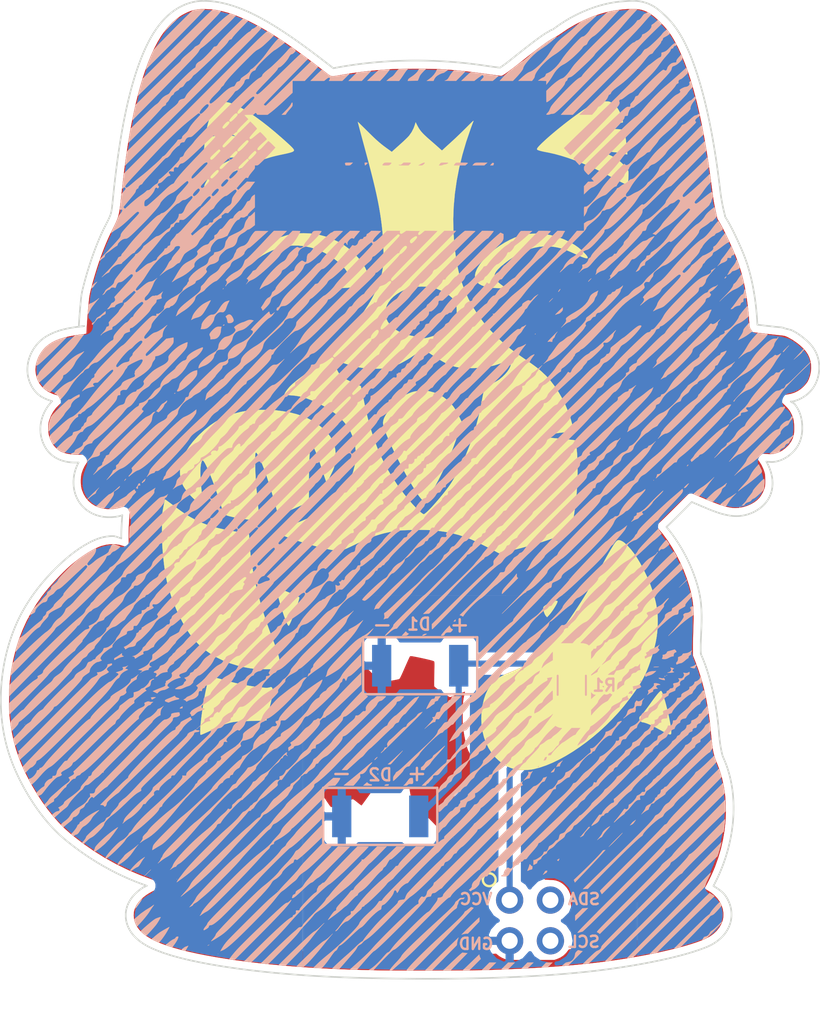
<source format=kicad_pcb>
(kicad_pcb (version 4) (host pcbnew 4.0.7)
  (layers (0 F.Cu signal hide) (31 B.Cu signal) (34 B.Paste user) (35 F.Paste user) (36 B.SilkS user) (37 F.SilkS user hide) (38 B.Mask user) (39 F.Mask user hide) (44 Edge.Cuts user))
  (net 0 "")
  (net 1 "Net-(D1-Pad1)")
  (net 2 "Net-(D1-Pad2)")
  (net 3 "Net-(R1-Pad1)")
  (module LOGO (layer F.Cu) (at 153.67 86.36)
    (fp_text reference F.Silk hide)
    (fp_text value LOGO hide)
  )
  (module customparts:LED_OSRAM_TOPLED_LxT776 (layer B.Cu) (at 149.3012 97.3328 180)
    (fp_text reference D1 (at 0.0762 2.5908 180) (layer B.SilkS) (effects (font (size 0.75 0.75)) (justify mirror)))
    (fp_text value LED)
    (fp_text user - (at 2.3622 2.5908 180) (layer B.SilkS) (effects (justify mirror)))
    (fp_text user + (at -2.4638 2.5908 180) (layer B.SilkS) (effects (justify mirror)))
    (pad 1 smd rect (at 2.4 0 180) (size 1.2 2.6) (layers B.Cu B.Paste B.Mask) (net 1 "Net-(D1-Pad1)"))
    (pad 2 smd rect (at -2.4 0 180) (size 1.2 2.6) (layers B.Cu B.Paste B.Mask) (net 2 "Net-(D1-Pad2)"))
  )
  (module customparts:LED_OSRAM_TOPLED_LxT776 (layer B.Cu) (at 146.812 106.7308 180)
    (fp_text reference D2 (at 0 2.5908 180) (layer B.SilkS) (effects (font (size 0.75 0.75)) (justify mirror)))
    (fp_text value LED)
    (fp_text user - (at 2.413 2.7178 180) (layer B.SilkS) (effects (justify mirror)))
    (fp_text user + (at -2.286 2.7178 180) (layer B.SilkS) (effects (justify mirror)))
    (pad 1 smd rect (at 2.4 0 180) (size 1.2 2.6) (layers B.Cu B.Paste B.Mask) (net 1 "Net-(D1-Pad1)"))
    (pad 2 smd rect (at -2.4 0 180) (size 1.2 2.6) (layers B.Cu B.Paste B.Mask) (net 2 "Net-(D1-Pad2)"))
  )
  (module Resistors_SMD:R_0805_HandSoldering (layer B.Cu) (at 158.75 98.552 90)
    (fp_text reference R1 (at 0 2.032 180) (layer B.SilkS) (effects (font (size 0.75 0.75)) (justify mirror)))
    (fp_text value R)
    (pad 1 smd rect (at -1.35 0 90) (size 1.5 1.3) (layers B.Cu B.Paste B.Mask) (net 3 "Net-(R1-Pad1)"))
    (pad 2 smd rect (at 1.35 0 90) (size 1.5 1.3) (layers B.Cu B.Paste B.Mask) (net 2 "Net-(D1-Pad2)"))
  )
  (module badgelife:Badgelife-Shitty-2x2 (layer F.Cu) (at 156.1465 113.2205)
    (fp_text reference X1)
    (fp_text value Badgelife_shitty_connector)
    (fp_text user SDA (at 3.3655 -1.3335) (layer B.SilkS) (effects (font (size 0.7 0.7)) (justify mirror)))
    (fp_text user SCL (at 3.3655 1.3335) (layer B.SilkS) (effects (font (size 0.7 0.7)) (justify mirror)))
    (fp_text user GND (at -3.3655 1.4605) (layer B.SilkS) (effects (font (size 0.7 0.7)) (justify mirror)))
    (fp_text user VCC (at -3.3655 -1.3335) (layer B.SilkS) (effects (font (size 0.7 0.7)) (justify mirror)))
    (pad 4 thru_hole circle (at 1.27 -1.27) (size 1.7 1.7) (drill 1) (layers *.Cu *.Mask))
    (pad 3 thru_hole oval (at 1.27 1.27) (size 1.7 1.7) (drill 1) (layers *.Cu *.Mask))
    (pad 1 thru_hole oval (at -1.27 -1.27) (size 1.7 1.7) (drill 1) (layers *.Cu *.Mask) (net 3 "Net-(R1-Pad1)"))
    (pad 2 thru_hole oval (at -1.27 1.27) (size 1.7 1.7) (drill 1) (layers *.Cu *.Mask) (net 1 "Net-(D1-Pad1)"))
  )
  (module OSHCat_PCB:F.Mask_g1086 (layer F.Cu) (at 153.67 86.36)
    (fp_text reference F.Mask hide)
    (fp_text value LOGO hide)
  )
  (module OSHCat_PCB:F.Cu_g1084 (layer F.Cu) (at 153.67 86.36)
    (fp_text reference F.Cu hide)
    (fp_text value LOGO hide)
    (fp_poly (pts (xy 31.009167 40.999833) (xy -40.999833 40.999833) (xy -40.999833 17.901711) (xy -39.006341 17.901711) (xy -39.00634 18.966889) (xy -39.006329 20.012112) (xy -39.006306 21.036718) (xy -39.006273 22.040047) (xy -39.006228 23.021437) (xy -39.006174 23.980228) (xy -39.006108 24.915758) (xy -39.006032 25.827367) (xy -39.005946 26.714394) (xy -39.00585 27.576178) (xy -39.005743 28.412057) (xy -39.005626 29.221372) (xy -39.005499 30.00346) (xy -39.005362 30.757661) (xy -39.005215 31.483314) (xy -39.005058 32.179758) (xy -39.004892 32.846332) (xy -39.004715 33.482375) (xy -39.004529 34.087226) (xy -39.004334 34.660225) (xy -39.004129 35.200709) (xy -39.003915 35.708019) (xy -39.003691 36.181492) (xy -39.003459 36.620469) (xy -39.003217 37.024289) (xy -39.002966 37.39229) (xy -39.002706 37.723811) (xy -39.002437 38.018191) (xy -39.002159 38.27477) (xy -39.001873 38.492886) (xy -39.001578 38.671879) (xy -39.001274 38.811088) (xy -39.000962 38.909851) (xy -39.000641 38.967507) (xy -39.00036 38.983708) (xy -38.992741 38.984873) (xy -38.97043 38.986006) (xy -38.932903 38.987106) (xy -38.879635 38.988174) (xy -38.810102 38.989212) (xy -38.72378 38.990218) (xy -38.620145 38.991194) (xy -38.498671 38.992139) (xy -38.358834 38.993056) (xy -38.200111 38.993942) (xy -38.021976 38.9948) (xy -37.823906 38.99563) (xy -37.605376 38.996431) (xy -37.365861 38.997205) (xy -37.104838 38.997951) (xy -36.821781 38.998671) (xy -36.516167 38.999364) (xy -36.187471 39.000031) (xy -35.835169 39.000673) (xy -35.458735 39.001289) (xy -35.057647 39.001881) (xy -34.63138 39.002448) (xy -34.179408 39.002991) (xy -33.701209 39.003511) (xy -33.196257 39.004007) (xy -32.664027 39.004481) (xy -32.103997 39.004933) (xy -31.515641 39.005362) (xy -30.898434 39.00577) (xy -30.251853 39.006157) (xy -29.575374 39.006523) (xy -28.868471 39.006869) (xy -28.13062 39.007195) (xy -27.361298 39.007501) (xy -26.559979 39.007789) (xy -25.726139 39.008057) (xy -24.859254 39.008308) (xy -23.9588 39.00854) (xy -23.024252 39.008755) (xy -22.055085 39.008954) (xy -21.050776 39.009135) (xy -20.010799 39.0093) (xy -18.934632 39.00945) (xy -17.821748 39.009584) (xy -16.671625 39.009703) (xy -15.483736 39.009807) (xy -14.257559 39.009897) (xy -12.992569 39.009974) (xy -11.68824 39.010037) (xy -10.34405 39.010087) (xy -8.959473 39.010125) (xy -7.533986 39.01015) (xy -6.067063 39.010164) (xy -4.995998 39.010167) (xy 28.998333 39.010167) (xy 28.998333 -39.01018) (xy -5.000625 -39.004882) (xy -38.999583 -38.999583) (xy -39.004987 -0.021167) (xy -39.00516 1.264028) (xy -39.005321 2.539182) (xy -39.005469 3.803634) (xy -39.005606 5.056724) (xy -39.005731 6.297789) (xy -39.005843 7.526169) (xy -39.005945 8.741203) (xy -39.006034 9.942231) (xy -39.006112 11.128591) (xy -39.006179 12.299622) (xy -39.006234 13.454663) (xy -39.006277 14.593053) (xy -39.00631 15.714132) (xy -39.006331 16.817238) (xy -39.006341 17.901711) (xy -40.999833 17.901711) (xy -40.999833 -40.999833) (xy 31.009167 -40.999833) (xy 31.009167 40.999833)) (layer F.Cu) (width 0.01))
    (fp_poly (pts (xy 9.04609 -29.983881) (xy 9.247061 -29.966213) (xy 9.414592 -29.935736) (xy 9.42975 -29.931841) (xy 9.593788 -29.880667) (xy 9.750848 -29.814696) (xy 9.90603 -29.730525) (xy 10.064438 -29.624751) (xy 10.231174 -29.493972) (xy 10.411339 -29.334785) (xy 10.607218 -29.146582) (xy 10.799655 -28.947877) (xy 10.972195 -28.751575) (xy 11.129934 -28.550358) (xy 11.277966 -28.336906) (xy 11.421387 -28.103902) (xy 11.565291 -27.844027) (xy 11.705122 -27.569583) (xy 11.917012 -27.111774) (xy 12.120982 -26.61404) (xy 12.317068 -26.076228) (xy 12.505307 -25.498188) (xy 12.685735 -24.879768) (xy 12.85839 -24.220817) (xy 13.023309 -23.521182) (xy 13.180527 -22.780713) (xy 13.330082 -21.999258) (xy 13.47201 -21.176665) (xy 13.606349 -20.312782) (xy 13.733134 -19.40746) (xy 13.790411 -18.965333) (xy 13.82584 -18.689648) (xy 13.85818 -18.449361) (xy 13.888546 -18.237745) (xy 13.918055 -18.048073) (xy 13.94782 -17.87362) (xy 13.978959 -17.707659) (xy 14.012586 -17.543464) (xy 14.049818 -17.374308) (xy 14.065969 -17.30375) (xy 14.09147 -17.191207) (xy 14.113118 -17.091503) (xy 14.12923 -17.012725) (xy 14.138121 -16.962962) (xy 14.139333 -16.951412) (xy 14.150139 -16.920417) (xy 14.179486 -16.862519) (xy 14.222774 -16.78626) (xy 14.270473 -16.707996) (xy 14.339948 -16.590788) (xy 14.422724 -16.439905) (xy 14.516157 -16.260887) (xy 14.617603 -16.059276) (xy 14.724418 -15.840612) (xy 14.833959 -15.610436) (xy 14.943582 -15.374289) (xy 15.050644 -15.137712) (xy 15.152501 -14.906246) (xy 15.24651 -14.685432) (xy 15.314225 -14.520333) (xy 15.48297 -14.067477) (xy 15.632188 -13.595943) (xy 15.762496 -13.102636) (xy 15.874515 -12.584461) (xy 15.968865 -12.038326) (xy 16.046164 -11.461134) (xy 16.107033 -10.849792) (xy 16.140647 -10.392833) (xy 16.150071 -10.246642) (xy 16.158776 -10.115274) (xy 16.16637 -10.004362) (xy 16.172459 -9.919537) (xy 16.176652 -9.866433) (xy 16.178451 -9.850419) (xy 16.199847 -9.847199) (xy 16.258128 -9.839824) (xy 16.348114 -9.828893) (xy 16.464623 -9.815006) (xy 16.602477 -9.798761) (xy 16.756493 -9.780757) (xy 16.921492 -9.761594) (xy 17.092293 -9.74187) (xy 17.263715 -9.722185) (xy 17.430579 -9.703137) (xy 17.587703 -9.685326) (xy 17.729907 -9.66935) (xy 17.85201 -9.655809) (xy 17.948833 -9.645302) (xy 17.987507 -9.641232) (xy 18.122645 -9.627) (xy 18.224661 -9.614852) (xy 18.302548 -9.602589) (xy 18.3653 -9.588013) (xy 18.421911 -9.568925) (xy 18.481375 -9.543128) (xy 18.552686 -9.508422) (xy 18.57375 -9.497931) (xy 18.84409 -9.344638) (xy 19.122601 -9.150317) (xy 19.286213 -9.020162) (xy 19.494048 -8.830762) (xy 19.662312 -8.638926) (xy 19.793706 -8.440007) (xy 19.890934 -8.229359) (xy 19.9567 -8.002334) (xy 19.987431 -7.814896) (xy 19.996761 -7.581594) (xy 19.973635 -7.339974) (xy 19.92045 -7.101762) (xy 19.839605 -6.87868) (xy 19.766815 -6.736054) (xy 19.721942 -6.670602) (xy 19.655883 -6.587902) (xy 19.578352 -6.499643) (xy 19.515667 -6.433957) (xy 19.345204 -6.283234) (xy 19.159427 -6.159591) (xy 18.954833 -6.061957) (xy 18.727919 -5.989262) (xy 18.475181 -5.940437) (xy 18.193118 -5.914411) (xy 17.878226 -5.910114) (xy 17.806696 -5.9119) (xy 17.663687 -5.917841) (xy 17.518911 -5.926481) (xy 17.384156 -5.936934) (xy 17.271206 -5.948314) (xy 17.2085 -5.956828) (xy 17.098428 -5.97432) (xy 17.02879 -5.98406) (xy 16.998302 -5.985481) (xy 17.005677 -5.978016) (xy 17.049631 -5.961097) (xy 17.128879 -5.934156) (xy 17.145 -5.928794) (xy 17.391013 -5.840729) (xy 17.622991 -5.745264) (xy 17.833508 -5.645847) (xy 18.015132 -5.545928) (xy 18.12925 -5.471792) (xy 18.219538 -5.399911) (xy 18.324009 -5.304552) (xy 18.432038 -5.196541) (xy 18.533001 -5.086707) (xy 18.616275 -4.985874) (xy 18.645744 -4.945454) (xy 18.719699 -4.822862) (xy 18.791145 -4.677951) (xy 18.851754 -4.529179) (xy 18.892202 -4.399103) (xy 18.912736 -4.286004) (xy 18.927736 -4.143309) (xy 18.936898 -3.983431) (xy 18.939917 -3.818784) (xy 18.936488 -3.661782) (xy 18.926308 -3.524838) (xy 18.915498 -3.450167) (xy 18.851643 -3.223049) (xy 18.748432 -3.011204) (xy 18.605665 -2.81425) (xy 18.559972 -2.763213) (xy 18.370391 -2.581726) (xy 18.17667 -2.440206) (xy 17.974676 -2.336287) (xy 17.76028 -2.267601) (xy 17.660324 -2.247829) (xy 17.584806 -2.23632) (xy 17.518243 -2.228946) (xy 17.451626 -2.225746) (xy 17.375944 -2.226756) (xy 17.282188 -2.232014) (xy 17.161347 -2.241559) (xy 17.061154 -2.250334) (xy 16.850478 -2.271235) (xy 16.66433 -2.294944) (xy 16.487594 -2.324032) (xy 16.305153 -2.361067) (xy 16.10189 -2.408617) (xy 16.041354 -2.423622) (xy 15.946371 -2.447346) (xy 15.863356 -2.468) (xy 15.803026 -2.482925) (xy 15.77975 -2.488604) (xy 15.779988 -2.483937) (xy 15.812395 -2.463663) (xy 15.87127 -2.431096) (xy 15.945297 -2.392414) (xy 16.116492 -2.302924) (xy 16.254696 -2.22589) (xy 16.365968 -2.157422) (xy 16.456369 -2.093635) (xy 16.531957 -2.030639) (xy 16.577411 -1.986858) (xy 16.749065 -1.783889) (xy 16.896892 -1.550512) (xy 17.016819 -1.293762) (xy 17.07476 -1.127936) (xy 17.096493 -1.05348) (xy 17.111972 -0.987977) (xy 17.122279 -0.921486) (xy 17.128499 -0.844067) (xy 17.131715 -0.74578) (xy 17.13301 -0.616686) (xy 17.133111 -0.592667) (xy 17.132979 -0.456742) (xy 17.130823 -0.353714) (xy 17.125748 -0.274162) (xy 17.116859 -0.208664) (xy 17.103261 -0.147799) (xy 17.084847 -0.084667) (xy 16.986109 0.163461) (xy 16.852202 0.390642) (xy 16.774335 0.493035) (xy 16.621843 0.647753) (xy 16.436574 0.785948) (xy 16.225761 0.904928) (xy 15.996638 1.001999) (xy 15.756438 1.074468) (xy 15.512396 1.119642) (xy 15.271743 1.134827) (xy 15.082255 1.123043) (xy 14.951386 1.103897) (xy 14.818512 1.078593) (xy 14.679687 1.045797) (xy 14.530964 1.004176) (xy 14.368397 0.952396) (xy 14.18804 0.889122) (xy 13.985945 0.81302) (xy 13.758168 0.722758) (xy 13.50076 0.617) (xy 13.209776 0.494414) (xy 13.161017 0.473651) (xy 12.442462 0.167295) (xy 11.612796 0.999106) (xy 11.4499 1.162015) (xy 11.289295 1.321866) (xy 11.134696 1.475012) (xy 10.989814 1.617808) (xy 10.858364 1.746608) (xy 10.744059 1.857768) (xy 10.650612 1.947643) (xy 10.581736 2.012586) (xy 10.561523 2.031104) (xy 10.48136 2.104095) (xy 10.413213 2.167233) (xy 10.362928 2.215021) (xy 10.33635 2.241959) (xy 10.333749 2.245399) (xy 10.343872 2.266799) (xy 10.376295 2.310119) (xy 10.42429 2.366461) (xy 10.430432 2.373294) (xy 10.742407 2.744117) (xy 11.041527 3.150459) (xy 11.324869 3.586686) (xy 11.589508 4.047165) (xy 11.832522 4.526263) (xy 12.050986 5.018345) (xy 12.241977 5.51778) (xy 12.402572 6.018933) (xy 12.48807 6.338051) (xy 12.541057 6.567435) (xy 12.584225 6.789233) (xy 12.618045 7.009804) (xy 12.642988 7.235509) (xy 12.659525 7.472708) (xy 12.668126 7.727763) (xy 12.669264 8.007033) (xy 12.663408 8.316879) (xy 12.65432 8.583083) (xy 12.647056 8.784966) (xy 12.640515 9.001095) (xy 12.634942 9.220624) (xy 12.63058 9.432707) (xy 12.627673 9.626499) (xy 12.626466 9.791153) (xy 12.626451 9.821333) (xy 12.626986 10.339917) (xy 12.787986 10.742083) (xy 12.983599 11.268727) (xy 13.158441 11.820181) (xy 13.312995 12.398658) (xy 13.447744 13.006371) (xy 13.563173 13.645532) (xy 13.659764 14.318353) (xy 13.738001 15.027047) (xy 13.747964 15.134167) (xy 13.775576 15.426748) (xy 13.802184 15.681971) (xy 13.828749 15.904762) (xy 13.856232 16.10005) (xy 13.885594 16.272763) (xy 13.917795 16.427829) (xy 13.953796 16.570177) (xy 13.994558 16.704735) (xy 14.041042 16.83643) (xy 14.094208 16.970192) (xy 14.115874 17.021449) (xy 14.296736 17.495548) (xy 14.442975 17.991042) (xy 14.554645 18.50505) (xy 14.631803 19.034692) (xy 14.674506 19.577085) (xy 14.68281 20.129349) (xy 14.656772 20.688603) (xy 14.596447 21.251965) (xy 14.501892 21.816554) (xy 14.373164 22.379489) (xy 14.210318 22.937889) (xy 14.013412 23.488873) (xy 13.988134 23.552762) (xy 13.905493 23.751411) (xy 13.81194 23.962566) (xy 13.712575 24.175535) (xy 13.612498 24.379629) (xy 13.51681 24.564158) (xy 13.438352 24.705193) (xy 13.39926 24.77459) (xy 13.370354 24.830094) (xy 13.3569 24.861492) (xy 13.356526 24.863943) (xy 13.374023 24.88155) (xy 13.420068 24.91248) (xy 13.485544 24.950728) (xy 13.501871 24.959647) (xy 13.745948 25.111039) (xy 13.960719 25.284738) (xy 14.144166 25.477756) (xy 14.294269 25.687104) (xy 14.409012 25.909792) (xy 14.486375 26.142831) (xy 14.524341 26.38323) (xy 14.528039 26.4795) (xy 14.521649 26.650022) (xy 14.498132 26.799056) (xy 14.453467 26.945366) (xy 14.401765 27.068786) (xy 14.274136 27.297518) (xy 14.109438 27.506352) (xy 13.908234 27.694775) (xy 13.671086 27.862277) (xy 13.39856 28.008344) (xy 13.336843 28.036266) (xy 13.11551 28.126677) (xy 12.855911 28.220771) (xy 12.56185 28.317529) (xy 12.237133 28.415929) (xy 11.885564 28.514949) (xy 11.510947 28.613567) (xy 11.117089 28.710762) (xy 10.707792 28.805513) (xy 10.286863 28.896797) (xy 9.858105 28.983594) (xy 9.68375 29.017113) (xy 9.145036 29.115893) (xy 8.606271 29.20812) (xy 8.064562 29.294069) (xy 7.517016 29.374013) (xy 6.960741 29.448225) (xy 6.392844 29.516979) (xy 5.810433 29.580549) (xy 5.210616 29.639208) (xy 4.5905 29.693229) (xy 3.947192 29.742886) (xy 3.2778 29.788453) (xy 2.579431 29.830203) (xy 1.849194 29.86841) (xy 1.084195 29.903347) (xy 0.281542 29.935287) (xy -0.211667 29.952866) (xy -0.336883 29.956363) (xy -0.500964 29.959692) (xy -0.700442 29.962842) (xy -0.931848 29.965803) (xy -1.191715 29.968565) (xy -1.476575 29.97112) (xy -1.782958 29.973456) (xy -2.107398 29.975566) (xy -2.446427 29.977438) (xy -2.796575 29.979063) (xy -3.154375 29.980432) (xy -3.516358 29.981534) (xy -3.879058 29.982361) (xy -4.239005 29.982902) (xy -4.592731 29.983148) (xy -4.936768 29.983088) (xy -5.267649 29.982714) (xy -5.581905 29.982016) (xy -5.876068 29.980983) (xy -6.146669 29.979607) (xy -6.390241 29.977877) (xy -6.603316 29.975784) (xy -6.782425 29.973318) (xy -6.879167 29.971507) (xy -7.437605 29.958789) (xy -7.959501 29.945261) (xy -8.450641 29.93071) (xy -8.916811 29.914927) (xy -9.363798 29.897702) (xy -9.797388 29.878825) (xy -10.223369 29.858085) (xy -10.647526 29.835273) (xy -10.678583 29.83352) (xy -11.467297 29.78461) (xy -12.242956 29.728041) (xy -13.003326 29.664127) (xy -13.746173 29.593182) (xy -14.469266 29.515519) (xy -15.17037 29.431452) (xy -15.847251 29.341295) (xy -16.497677 29.245362) (xy -17.119413 29.143966) (xy -17.710227 29.037422) (xy -18.267886 28.926043) (xy -18.790155 28.810143) (xy -19.274801 28.690036) (xy -19.719591 28.566035) (xy -19.737267 28.560776) (xy -20.153204 28.428164) (xy -20.52799 28.290485) (xy -20.862582 28.147044) (xy -21.157936 27.997146) (xy -21.415009 27.840096) (xy -21.634756 27.675201) (xy -21.818135 27.501764) (xy -21.966102 27.319092) (xy -22.079612 27.12649) (xy -22.159623 26.923263) (xy -22.196139 26.774684) (xy -22.22059 26.547817) (xy -22.205523 26.330751) (xy -22.150365 26.121851) (xy -22.054543 25.919483) (xy -21.917484 25.722012) (xy -21.769917 25.558575) (xy -21.617605 25.417639) (xy -21.452919 25.288946) (xy -21.269651 25.168679) (xy -21.061596 25.05302) (xy -20.822547 24.938153) (xy -20.616333 24.849038) (xy -20.517775 24.807468) (xy -20.433263 24.770679) (xy -20.37056 24.742136) (xy -20.337432 24.725303) (xy -20.334753 24.723398) (xy -20.334127 24.697436) (xy -20.352523 24.650475) (xy -20.364604 24.628321) (xy -20.382142 24.600476) (xy -20.401911 24.576305) (xy -20.428384 24.553767) (xy -20.466033 24.530826) (xy -20.519331 24.505442) (xy -20.592752 24.475576) (xy -20.690767 24.439191) (xy -20.81785 24.394246) (xy -20.978474 24.338705) (xy -21.065897 24.308678) (xy -21.835842 24.023428) (xy -22.582454 23.703844) (xy -23.307503 23.348933) (xy -24.01276 22.9577) (xy -24.699996 22.529153) (xy -25.370979 22.062297) (xy -26.027481 21.556141) (xy -26.151709 21.454636) (xy -26.517713 21.130964) (xy -26.879639 20.767509) (xy -27.235541 20.366767) (xy -27.583476 19.931232) (xy -27.921501 19.463401) (xy -28.247673 18.965771) (xy -28.560047 18.440836) (xy -28.71058 18.168672) (xy -28.972432 17.658463) (xy -29.199968 17.159882) (xy -29.39547 16.665578) (xy -29.561222 16.168202) (xy -29.699508 15.660404) (xy -29.81261 15.134832) (xy -29.902812 14.584137) (xy -29.955681 14.1605) (xy -29.965404 14.042517) (xy -29.973048 13.889214) (xy -29.978649 13.707552) (xy -29.982243 13.50449) (xy -29.983863 13.286989) (xy -29.983547 13.062009) (xy -29.981328 12.836511) (xy -29.977243 12.617455) (xy -29.971325 12.411801) (xy -29.963612 12.22651) (xy -29.954137 12.068542) (xy -29.944533 11.959167) (xy -29.852761 11.269898) (xy -29.72871 10.607265) (xy -29.571875 9.969929) (xy -29.381754 9.356554) (xy -29.157842 8.765802) (xy -28.899637 8.196338) (xy -28.606634 7.646824) (xy -28.278331 7.115922) (xy -27.939412 6.63575) (xy -27.756511 6.401018) (xy -27.548889 6.150539) (xy -27.323229 5.891486) (xy -27.086216 5.631027) (xy -26.844533 5.376334) (xy -26.604864 5.134578) (xy -26.373893 4.912929) (xy -26.158304 4.718558) (xy -26.128203 4.692624) (xy -25.86896 4.479409) (xy -25.603909 4.277799) (xy -25.338029 4.090915) (xy -25.076297 3.921877) (xy -24.823693 3.773807) (xy -24.585194 3.649826) (xy -24.365779 3.553054) (xy -24.235833 3.506249) (xy -23.943085 3.431515) (xy -23.651953 3.395743) (xy -23.366123 3.398768) (xy -23.08928 3.440425) (xy -22.825109 3.520548) (xy -22.698403 3.575233) (xy -22.526222 3.657537) (xy -22.537107 3.16756) (xy -22.538834 2.753695) (xy -22.526798 2.312996) (xy -22.501571 1.858461) (xy -22.463726 1.40309) (xy -22.456019 1.325951) (xy -22.443314 1.197418) (xy -22.432972 1.083879) (xy -22.425513 0.991817) (xy -22.421454 0.927714) (xy -22.421313 0.89805) (xy -22.421744 0.896867) (xy -22.443615 0.900667) (xy -22.497956 0.917006) (xy -22.577603 0.943543) (xy -22.675392 0.977938) (xy -22.724639 0.995808) (xy -22.923225 1.065486) (xy -23.094084 1.11806) (xy -23.247077 1.155899) (xy -23.392066 1.18137) (xy -23.538915 1.196842) (xy -23.571151 1.199057) (xy -23.866802 1.199631) (xy -24.145411 1.164) (xy -24.404882 1.093564) (xy -24.64312 0.989721) (xy -24.85803 0.853871) (xy -25.047516 0.687411) (xy -25.209482 0.491741) (xy -25.341834 0.268259) (xy -25.442475 0.018364) (xy -25.467637 -0.066939) (xy -25.499069 -0.227665) (xy -25.515839 -0.413173) (xy -25.517955 -0.608535) (xy -25.505425 -0.798823) (xy -25.478257 -0.969109) (xy -25.467112 -1.014586) (xy -25.386506 -1.252139) (xy -25.277536 -1.480471) (xy -25.14566 -1.69019) (xy -24.99633 -1.871907) (xy -24.93233 -1.935208) (xy -24.864873 -1.989715) (xy -24.767213 -2.057955) (xy -24.647217 -2.135143) (xy -24.51275 -2.216493) (xy -24.371678 -2.297221) (xy -24.231866 -2.372541) (xy -24.125755 -2.425908) (xy -24.075898 -2.451858) (xy -24.05504 -2.466737) (xy -24.0665 -2.467518) (xy -24.106022 -2.45776) (xy -24.177278 -2.439878) (xy -24.270981 -2.416212) (xy -24.377845 -2.389103) (xy -24.405167 -2.382154) (xy -24.791217 -2.293511) (xy -25.148175 -2.231902) (xy -25.479378 -2.197149) (xy -25.788164 -2.189074) (xy -26.077868 -2.207498) (xy -26.351828 -2.252244) (xy -26.442285 -2.2735) (xy -26.616692 -2.324901) (xy -26.761391 -2.38565) (xy -26.888942 -2.462779) (xy -27.011907 -2.563323) (xy -27.083533 -2.632565) (xy -27.174031 -2.728638) (xy -27.242469 -2.814363) (xy -27.300167 -2.905433) (xy -27.352626 -3.005667) (xy -27.430002 -3.173669) (xy -27.484759 -3.322324) (xy -27.520172 -3.465781) (xy -27.539513 -3.618186) (xy -27.546055 -3.793684) (xy -27.54608 -3.84175) (xy -27.544432 -3.96964) (xy -27.53996 -4.067488) (xy -27.531182 -4.147565) (xy -27.516618 -4.222142) (xy -27.494788 -4.303489) (xy -27.487342 -4.328583) (xy -27.381184 -4.610292) (xy -27.239036 -4.870706) (xy -27.062419 -5.107494) (xy -26.852859 -5.318322) (xy -26.825716 -5.341644) (xy -26.687676 -5.447555) (xy -26.531889 -5.545585) (xy -26.350273 -5.640356) (xy -26.137008 -5.735544) (xy -25.947968 -5.814695) (xy -26.324859 -5.827194) (xy -26.575587 -5.840846) (xy -26.793757 -5.864905) (xy -26.988202 -5.900882) (xy -27.167752 -5.950287) (xy -27.282391 -5.990986) (xy -27.528574 -6.106604) (xy -27.745477 -6.25083) (xy -27.931445 -6.421318) (xy -28.084826 -6.615724) (xy -28.203967 -6.831705) (xy -28.287215 -7.066916) (xy -28.332915 -7.319013) (xy -28.341028 -7.479585) (xy -27.34136 -7.479585) (xy -27.317637 -7.320592) (xy -27.258003 -7.182584) (xy -27.162819 -7.06682) (xy -27.157524 -7.06199) (xy -27.050854 -6.981638) (xy -26.926776 -6.91934) (xy -26.779682 -6.873427) (xy -26.603963 -6.842228) (xy -26.394013 -6.824075) (xy -26.351678 -6.822043) (xy -26.163006 -6.818489) (xy -25.96534 -6.824229) (xy -25.751873 -6.839848) (xy -25.5158 -6.865931) (xy -25.250314 -6.903062) (xy -25.060932 -6.933042) (xy -24.841015 -6.967646) (xy -24.64263 -6.995815) (xy -24.469527 -7.017146) (xy -24.325455 -7.031236) (xy -24.214162 -7.037681) (xy -24.1394 -7.036078) (xy -24.124067 -7.033852) (xy -24.07427 -7.013726) (xy -24.046858 -6.987702) (xy -24.021676 -6.929681) (xy -23.989096 -6.838432) (xy -23.950971 -6.720725) (xy -23.909158 -6.583328) (xy -23.86551 -6.433009) (xy -23.821883 -6.276536) (xy -23.780132 -6.120679) (xy -23.742112 -5.972206) (xy -23.709678 -5.837885) (xy -23.684684 -5.724484) (xy -23.668986 -5.638773) (xy -23.664333 -5.591911) (xy -23.664333 -5.510617) (xy -24.008292 -5.402363) (xy -24.158594 -5.355632) (xy -24.329458 -5.303427) (xy -24.502116 -5.251431) (xy -24.657798 -5.205328) (xy -24.690917 -5.195664) (xy -24.993311 -5.103626) (xy -25.261977 -5.012669) (xy -25.505314 -4.919679) (xy -25.731718 -4.821544) (xy -25.8445 -4.767957) (xy -26.016305 -4.677525) (xy -26.152902 -4.589996) (xy -26.260575 -4.499879) (xy -26.345607 -4.401678) (xy -26.414282 -4.289903) (xy -26.431876 -4.2545) (xy -26.493103 -4.093423) (xy -26.526748 -3.931119) (xy -26.53402 -3.773117) (xy -26.516125 -3.624945) (xy -26.474271 -3.492133) (xy -26.409664 -3.38021) (xy -26.323513 -3.294706) (xy -26.217023 -3.241149) (xy -26.210204 -3.239127) (xy -26.010176 -3.198823) (xy -25.777184 -3.182309) (xy -25.513128 -3.189363) (xy -25.21991 -3.219762) (xy -24.899429 -3.273285) (xy -24.553586 -3.349709) (xy -24.184281 -3.448813) (xy -24.03475 -3.493425) (xy -23.833353 -3.554201) (xy -23.646819 -3.608664) (xy -23.479413 -3.655675) (xy -23.335402 -3.694095) (xy -23.219052 -3.722783) (xy -23.134629 -3.7406) (xy -23.087807 -3.746418) (xy -23.043156 -3.736529) (xy -23.003562 -3.700861) (xy -22.976237 -3.661548) (xy -22.943157 -3.607401) (xy -22.895334 -3.526723) (xy -22.835494 -3.42431) (xy -22.766367 -3.304957) (xy -22.690678 -3.17346) (xy -22.611155 -3.034613) (xy -22.530527 -2.893214) (xy -22.451519 -2.754055) (xy -22.376861 -2.621934) (xy -22.309279 -2.501646) (xy -22.251502 -2.397985) (xy -22.206255 -2.315747) (xy -22.176268 -2.259728) (xy -22.164266 -2.234723) (xy -22.164218 -2.233893) (xy -22.184885 -2.22382) (xy -22.23962 -2.199077) (xy -22.32363 -2.161778) (xy -22.432119 -2.11404) (xy -22.560293 -2.057975) (xy -22.703356 -1.995698) (xy -22.764766 -1.969049) (xy -23.106994 -1.817017) (xy -23.408852 -1.675178) (xy -23.670238 -1.54359) (xy -23.891049 -1.422311) (xy -24.071181 -1.311396) (xy -24.210532 -1.210903) (xy -24.308997 -1.120889) (xy -24.317514 -1.111417) (xy -24.417487 -0.970041) (xy -24.484946 -0.815297) (xy -24.520724 -0.653178) (xy -24.525656 -0.489674) (xy -24.500575 -0.330777) (xy -24.446316 -0.182478) (xy -24.363711 -0.050769) (xy -24.253596 0.058359) (xy -24.145322 0.125834) (xy -24.063263 0.162442) (xy -23.980747 0.190861) (xy -23.894934 0.210466) (xy -23.802981 0.220629) (xy -23.702047 0.220722) (xy -23.589292 0.210119) (xy -23.461873 0.188192) (xy -23.31695 0.154314) (xy -23.151682 0.107858) (xy -22.963226 0.048196) (xy -22.748743 -0.025299) (xy -22.505389 -0.113253) (xy -22.230326 -0.216295) (xy -21.92071 -0.335052) (xy -21.740279 -0.405106) (xy -21.598928 -0.459831) (xy -21.470985 -0.508721) (xy -21.361583 -0.549868) (xy -21.275857 -0.581362) (xy -21.21894 -0.601292) (xy -21.195965 -0.60775) (xy -21.195775 -0.607664) (xy -21.197619 -0.585853) (xy -21.206456 -0.528223) (xy -21.221293 -0.440527) (xy -21.241137 -0.328519) (xy -21.264997 -0.197953) (xy -21.283927 -0.096629) (xy -21.356231 0.301008) (xy -21.416776 0.666659) (xy -21.466464 1.008735) (xy -21.5062 1.335645) (xy -21.536884 1.6558) (xy -21.55942 1.977608) (xy -21.574709 2.309482) (xy -21.583655 2.659829) (xy -21.584333 2.702657) (xy -21.586997 3.070469) (xy -21.583026 3.406283) (xy -21.571755 3.720013) (xy -21.55252 4.02157) (xy -21.524657 4.320868) (xy -21.487502 4.627819) (xy -21.440391 4.952336) (xy -21.428623 5.027083) (xy -21.309812 5.684626) (xy -21.168252 6.307816) (xy -21.003279 6.898413) (xy -20.814232 7.458179) (xy -20.600448 7.988875) (xy -20.361264 8.492262) (xy -20.096019 8.970102) (xy -19.804048 9.424155) (xy -19.740453 9.514994) (xy -19.673924 9.605676) (xy -19.586314 9.720609) (xy -19.483932 9.851767) (xy -19.373088 9.991124) (xy -19.26009 10.130652) (xy -19.182524 10.224807) (xy -18.810918 10.672246) (xy -18.982337 11.310415) (xy -19.073187 11.655433) (xy -19.151724 11.9699) (xy -19.219778 12.263162) (xy -19.279177 12.54457) (xy -19.331753 12.823471) (xy -19.379333 13.109214) (xy -19.423748 13.411149) (xy -19.466828 13.738623) (xy -19.482631 13.866783) (xy -19.515802 14.153681) (xy -19.542259 14.416684) (xy -19.562389 14.664804) (xy -19.576581 14.907048) (xy -19.58522 15.152429) (xy -19.588693 15.409954) (xy -19.587389 15.688634) (xy -19.581693 15.99748) (xy -19.578909 16.107833) (xy -19.575694 16.245589) (xy -19.574865 16.350017) (xy -19.577066 16.430085) (xy -19.582943 16.494763) (xy -19.59314 16.553019) (xy -19.608302 16.613822) (xy -19.617688 16.647083) (xy -19.64458 16.727653) (xy -19.685412 16.834288) (xy -19.735372 16.955103) (xy -19.789648 17.078209) (xy -19.810504 17.123333) (xy -19.907842 17.335517) (xy -19.987987 17.521508) (xy -20.054981 17.691737) (xy -20.112867 17.856633) (xy -20.165686 18.026626) (xy -20.180689 18.078566) (xy -20.241531 18.306747) (xy -20.293304 18.534119) (xy -20.336985 18.767517) (xy -20.373552 19.013774) (xy -20.403984 19.279726) (xy -20.429258 19.572208) (xy -20.450353 19.898054) (xy -20.455969 20.0025) (xy -20.484905 20.563417) (xy -20.392051 21.212275) (xy -20.356272 21.459226) (xy -20.324586 21.670306) (xy -20.295878 21.851656) (xy -20.269029 22.009415) (xy -20.242923 22.149725) (xy -20.216442 22.278725) (xy -20.188469 22.402557) (xy -20.157887 22.52736) (xy -20.140391 22.595417) (xy -20.082278 22.801812) (xy -20.015901 23.009131) (xy -19.944207 23.209789) (xy -19.870145 23.396203) (xy -19.796662 23.560791) (xy -19.726706 23.69597) (xy -19.6878 23.759583) (xy -19.642496 23.835267) (xy -19.599431 23.918797) (xy -19.590023 23.9395) (xy -19.555261 24.013992) (xy -19.511332 24.0977) (xy -19.455257 24.195649) (xy -19.384056 24.312865) (xy -19.294751 24.454376) (xy -19.184363 24.625208) (xy -19.176026 24.638) (xy -19.101277 24.753647) (xy -19.030769 24.864584) (xy -18.969284 24.963142) (xy -18.921607 25.041651) (xy -18.892678 25.092154) (xy -18.837046 25.197059) (xy -18.888551 25.224045) (xy -18.921849 25.23847) (xy -18.989034 25.265159) (xy -19.084222 25.301865) (xy -19.201533 25.346339) (xy -19.335083 25.396331) (xy -19.46482 25.444374) (xy -19.732075 25.544538) (xy -19.963492 25.635118) (xy -20.163917 25.718234) (xy -20.338195 25.796006) (xy -20.491171 25.870554) (xy -20.627691 25.944) (xy -20.692038 25.981415) (xy -20.82474 26.067295) (xy -20.94633 26.158656) (xy -21.049966 26.249521) (xy -21.128808 26.33391) (xy -21.174878 26.403408) (xy -21.20664 26.515046) (xy -21.196948 26.627341) (xy -21.146673 26.74003) (xy -21.056683 26.852849) (xy -20.92785 26.965534) (xy -20.761042 27.077822) (xy -20.55713 27.18945) (xy -20.316984 27.300154) (xy -20.041472 27.409671) (xy -19.731466 27.517738) (xy -19.387835 27.62409) (xy -19.011448 27.728465) (xy -18.603176 27.8306) (xy -18.163888 27.93023) (xy -17.694454 28.027092) (xy -17.195744 28.120924) (xy -16.668628 28.211461) (xy -16.113976 28.29844) (xy -15.532657 28.381597) (xy -14.925541 28.46067) (xy -14.293499 28.535395) (xy -14.044083 28.562908) (xy -13.427937 28.626572) (xy -12.806167 28.684769) (xy -12.176145 28.737603) (xy -11.535244 28.785176) (xy -10.880838 28.82759) (xy -10.210299 28.86495) (xy -9.521 28.897357) (xy -8.810314 28.924915) (xy -8.075614 28.947726) (xy -7.314273 28.965894) (xy -6.523664 28.979522) (xy -5.701159 28.988712) (xy -4.844132 28.993568) (xy -3.949955 28.994191) (xy -3.1115 28.991221) (xy -2.786797 28.9893) (xy -2.464821 28.987072) (xy -2.14921 28.98458) (xy -1.843607 28.981866) (xy -1.55165 28.978972) (xy -1.276982 28.97594) (xy -1.023241 28.972813) (xy -0.794069 28.969632) (xy -0.593105 28.966439) (xy -0.423991 28.963277) (xy -0.290366 28.960188) (xy -0.205033 28.957564) (xy 0.362518 28.936533) (xy 0.478775 29.031225) (xy 0.608702 29.123501) (xy 0.755089 29.205564) (xy 0.897997 29.26639) (xy 0.913832 29.271696) (xy 0.955373 29.283736) (xy 1.002396 29.294103) (xy 1.058114 29.302904) (xy 1.125741 29.310247) (xy 1.208491 29.31624) (xy 1.309578 29.320991) (xy 1.432216 29.324606) (xy 1.579619 29.327195) (xy 1.755 29.328864) (xy 1.961574 29.329721) (xy 2.202554 29.329875) (xy 2.481155 29.329433) (xy 2.624667 29.329054) (xy 3.989917 29.325102) (xy 4.15925 29.268292) (xy 4.375884 29.174426) (xy 4.566872 29.046948) (xy 4.731654 28.886277) (xy 4.817297 28.774719) (xy 4.863558 28.711454) (xy 4.898969 28.676605) (xy 4.934117 28.662084) (xy 4.967883 28.659667) (xy 5.01943 28.657241) (xy 5.107803 28.650331) (xy 5.227793 28.639484) (xy 5.374193 28.625249) (xy 5.541794 28.608176) (xy 5.725389 28.588812) (xy 5.91977 28.567706) (xy 6.11973 28.545408) (xy 6.32006 28.522465) (xy 6.515553 28.499426) (xy 6.688667 28.47837) (xy 7.206574 28.411226) (xy 7.71781 28.338977) (xy 8.220308 28.262121) (xy 8.712001 28.181157) (xy 9.190822 28.096582) (xy 9.654705 28.008895) (xy 10.101582 27.918594) (xy 10.529387 27.826177) (xy 10.936052 27.732142) (xy 11.319512 27.636988) (xy 11.677699 27.541212) (xy 12.008547 27.445313) (xy 12.309988 27.349788) (xy 12.579956 27.255137) (xy 12.816384 27.161856) (xy 13.017205 27.070445) (xy 13.180352 26.981401) (xy 13.303759 26.895223) (xy 13.322177 26.879539) (xy 13.428142 26.762795) (xy 13.494793 26.636184) (xy 13.521321 26.50294) (xy 13.506918 26.366298) (xy 13.473473 26.273391) (xy 13.381591 26.124643) (xy 13.248213 25.983895) (xy 13.073427 25.851207) (xy 12.857317 25.726637) (xy 12.599972 25.610245) (xy 12.398858 25.53489) (xy 12.250858 25.480441) (xy 12.129771 25.42983) (xy 12.039415 25.384896) (xy 11.983606 25.347476) (xy 11.967278 25.327108) (xy 11.967037 25.299341) (xy 11.98261 25.252926) (xy 12.015827 25.18425) (xy 12.068515 25.089703) (xy 12.142504 24.965673) (xy 12.186915 24.893322) (xy 12.304813 24.701998) (xy 12.402988 24.541295) (xy 12.484425 24.406103) (xy 12.552109 24.291314) (xy 12.609025 24.191821) (xy 12.658159 24.102517) (xy 12.702494 24.018292) (xy 12.730509 23.963141) (xy 12.956594 23.469158) (xy 13.15246 22.951371) (xy 13.317247 22.414947) (xy 13.450098 21.865052) (xy 13.550152 21.306854) (xy 13.616551 20.74552) (xy 13.648435 20.186217) (xy 13.644947 19.634111) (xy 13.605226 19.094371) (xy 13.577176 18.870083) (xy 13.513298 18.488496) (xy 13.431693 18.132237) (xy 13.328372 17.786591) (xy 13.199343 17.436843) (xy 13.167029 17.357691) (xy 13.095 17.176131) (xy 13.032673 17.000088) (xy 12.978804 16.82358) (xy 12.932147 16.640625) (xy 12.891457 16.445243) (xy 12.855486 16.231451) (xy 12.822991 15.993269) (xy 12.792724 15.724715) (xy 12.76345 15.419917) (xy 12.717049 14.944703) (xy 12.665815 14.502954) (xy 12.608313 14.085937) (xy 12.543108 13.684917) (xy 12.468766 13.291164) (xy 12.383851 12.895943) (xy 12.286929 12.490522) (xy 12.27307 12.435417) (xy 12.185413 12.104046) (xy 12.096092 11.799315) (xy 12.000155 11.505659) (xy 11.892648 11.207512) (xy 11.83188 11.049) (xy 11.78282 10.919039) (xy 11.737094 10.790152) (xy 11.698046 10.672349) (xy 11.669016 10.575637) (xy 11.655182 10.519833) (xy 11.637224 10.416988) (xy 11.623481 10.303823) (xy 11.613884 10.176058) (xy 11.608364 10.029417) (xy 11.606853 9.859619) (xy 11.609282 9.662387) (xy 11.615581 9.433442) (xy 11.625683 9.168504) (xy 11.631371 9.038167) (xy 11.646876 8.638462) (xy 11.65589 8.273128) (xy 11.658428 7.943398) (xy 11.65451 7.650504) (xy 11.644151 7.395682) (xy 11.62737 7.180164) (xy 11.604185 7.005184) (xy 11.602516 6.995583) (xy 11.506512 6.549076) (xy 11.375272 6.090577) (xy 11.211722 5.626423) (xy 11.018784 5.162954) (xy 10.799383 4.706508) (xy 10.556442 4.263424) (xy 10.292884 3.840042) (xy 10.011634 3.442698) (xy 9.893991 3.291417) (xy 9.839569 3.225741) (xy 9.76169 3.135064) (xy 9.665687 3.025423) (xy 9.556889 2.902857) (xy 9.440627 2.773404) (xy 9.322231 2.643102) (xy 9.305359 2.624667) (xy 9.196768 2.505696) (xy 9.09803 2.396695) (xy 9.012631 2.301576) (xy 8.944054 2.224251) (xy 8.895784 2.168633) (xy 8.871307 2.138635) (xy 8.868957 2.13466) (xy 8.885593 2.118063) (xy 8.930318 2.084966) (xy 8.995183 2.041082) (xy 9.034442 2.015761) (xy 9.125321 1.953993) (xy 9.230553 1.876276) (xy 9.333283 1.795263) (xy 9.378401 1.757512) (xy 9.497502 1.652581) (xy 9.642677 1.520126) (xy 9.810748 1.363223) (xy 9.998537 1.184951) (xy 10.202865 0.988385) (xy 10.420555 0.776602) (xy 10.648429 0.552681) (xy 10.883308 0.319696) (xy 11.122014 0.080727) (xy 11.36137 -0.161152) (xy 11.386484 -0.186667) (xy 12.205216 -1.018918) (xy 12.976483 -0.687436) (xy 13.312775 -0.543474) (xy 13.613296 -0.416201) (xy 13.880775 -0.304696) (xy 14.117939 -0.208037) (xy 14.327515 -0.125304) (xy 14.51223 -0.055577) (xy 14.674812 0.002065) (xy 14.817988 0.048543) (xy 14.944486 0.084777) (xy 15.057032 0.111689) (xy 15.158354 0.130197) (xy 15.25118 0.141225) (xy 15.338237 0.145691) (xy 15.422251 0.144516) (xy 15.438682 0.143699) (xy 15.584513 0.124887) (xy 15.711126 0.082342) (xy 15.831669 0.010457) (xy 15.921847 -0.06241) (xy 16.009973 -0.161171) (xy 16.085858 -0.2853) (xy 16.140468 -0.41795) (xy 16.161546 -0.509318) (xy 16.162777 -0.642327) (xy 16.135551 -0.790831) (xy 16.084056 -0.943367) (xy 16.012478 -1.088474) (xy 15.925004 -1.214692) (xy 15.889384 -1.254376) (xy 15.82586 -1.306596) (xy 15.726423 -1.371024) (xy 15.5951 -1.44583) (xy 15.435914 -1.529182) (xy 15.252892 -1.619248) (xy 15.050058 -1.714199) (xy 14.831437 -1.812202) (xy 14.601055 -1.911426) (xy 14.362937 -2.010041) (xy 14.121108 -2.106216) (xy 13.879594 -2.198118) (xy 13.642419 -2.283917) (xy 13.573475 -2.307931) (xy 13.451926 -2.350001) (xy 13.364791 -2.381907) (xy 13.30661 -2.407701) (xy 13.271922 -2.431434) (xy 13.255266 -2.457158) (xy 13.251181 -2.488925) (xy 13.254206 -2.530787) (xy 13.255488 -2.543866) (xy 13.267008 -2.602279) (xy 13.293204 -2.680444) (xy 13.335972 -2.783079) (xy 13.397209 -2.914902) (xy 13.439749 -3.002162) (xy 13.5434 -3.209127) (xy 13.636972 -3.385108) (xy 13.724484 -3.531482) (xy 13.809959 -3.649623) (xy 13.897416 -3.74091) (xy 13.990877 -3.806717) (xy 14.094364 -3.848422) (xy 14.211896 -3.8674) (xy 14.347495 -3.865029) (xy 14.505181 -3.842683) (xy 14.688976 -3.801739) (xy 14.902901 -3.743575) (xy 15.150976 -3.669565) (xy 15.276655 -3.630891) (xy 15.501958 -3.561892) (xy 15.694104 -3.504722) (xy 15.860011 -3.457569) (xy 16.006597 -3.418622) (xy 16.14078 -3.386068) (xy 16.269478 -3.358094) (xy 16.399609 -3.332889) (xy 16.4465 -3.324435) (xy 16.724921 -3.282044) (xy 16.977767 -3.257804) (xy 17.202924 -3.251568) (xy 17.39828 -3.263189) (xy 17.561723 -3.292521) (xy 17.69114 -3.339417) (xy 17.784417 -3.403731) (xy 17.798188 -3.418258) (xy 17.858795 -3.50461) (xy 17.899003 -3.606011) (xy 17.920662 -3.730023) (xy 17.925623 -3.884205) (xy 17.924286 -3.933457) (xy 17.908847 -4.10673) (xy 17.874543 -4.249161) (xy 17.8179 -4.369345) (xy 17.735442 -4.475874) (xy 17.685046 -4.525253) (xy 17.554495 -4.626864) (xy 17.384177 -4.731191) (xy 17.176498 -4.837315) (xy 16.933869 -4.944316) (xy 16.658697 -5.051276) (xy 16.353392 -5.157276) (xy 16.020362 -5.261398) (xy 15.662015 -5.362722) (xy 15.28076 -5.46033) (xy 15.154615 -5.490558) (xy 14.990449 -5.531344) (xy 14.864235 -5.568781) (xy 14.772084 -5.605949) (xy 14.710106 -5.645926) (xy 14.67441 -5.691792) (xy 14.661106 -5.746626) (xy 14.666305 -5.813506) (xy 14.678433 -5.867468) (xy 14.74275 -6.110501) (xy 14.802862 -6.331532) (xy 14.85789 -6.527583) (xy 14.906957 -6.695677) (xy 14.949185 -6.832838) (xy 14.983696 -6.936089) (xy 15.009612 -7.002453) (xy 15.018043 -7.019159) (xy 15.075602 -7.091256) (xy 15.153086 -7.139583) (xy 15.256897 -7.166782) (xy 15.393442 -7.175496) (xy 15.396917 -7.1755) (xy 15.517771 -7.172106) (xy 15.668204 -7.161779) (xy 15.850053 -7.144298) (xy 16.065155 -7.119445) (xy 16.315346 -7.087) (xy 16.602465 -7.046744) (xy 16.928346 -6.998458) (xy 17.102667 -6.97181) (xy 17.257317 -6.949315) (xy 17.392631 -6.933258) (xy 17.522619 -6.922598) (xy 17.661293 -6.916293) (xy 17.822664 -6.913301) (xy 17.896417 -6.9128) (xy 18.07411 -6.913295) (xy 18.216836 -6.91722) (xy 18.331893 -6.925601) (xy 18.426578 -6.939462) (xy 18.508188 -6.959828) (xy 18.584023 -6.987723) (xy 18.650547 -7.018699) (xy 18.782681 -7.106579) (xy 18.885547 -7.221226) (xy 18.931656 -7.302263) (xy 18.957935 -7.387691) (xy 18.973843 -7.498901) (xy 18.979315 -7.622365) (xy 18.974289 -7.744556) (xy 18.958703 -7.851944) (xy 18.934556 -7.926917) (xy 18.884668 -8.004211) (xy 18.805049 -8.097174) (xy 18.702099 -8.199415) (xy 18.582217 -8.304539) (xy 18.463409 -8.397611) (xy 18.337734 -8.486786) (xy 18.231051 -8.551647) (xy 18.131645 -8.597018) (xy 18.027803 -8.627729) (xy 17.90781 -8.648604) (xy 17.832917 -8.65741) (xy 17.765228 -8.664782) (xy 17.660677 -8.676532) (xy 17.52444 -8.692061) (xy 17.361695 -8.710773) (xy 17.177619 -8.732071) (xy 16.97739 -8.755356) (xy 16.766184 -8.780031) (xy 16.549179 -8.805499) (xy 16.531167 -8.807618) (xy 16.318649 -8.832603) (xy 16.115374 -8.856454) (xy 15.92591 -8.878639) (xy 15.754824 -8.898624) (xy 15.606685 -8.915877) (xy 15.486062 -8.929865) (xy 15.397522 -8.940056) (xy 15.345634 -8.945917) (xy 15.340542 -8.946471) (xy 15.275264 -8.954541) (xy 15.23109 -8.96204) (xy 15.218833 -8.966313) (xy 15.217383 -9.007633) (xy 15.213273 -9.085841) (xy 15.20686 -9.195595) (xy 15.198502 -9.331558) (xy 15.188558 -9.48839) (xy 15.177386 -9.660753) (xy 15.165344 -9.843306) (xy 15.152789 -10.030712) (xy 15.140081 -10.217631) (xy 15.127577 -10.398723) (xy 15.115635 -10.568651) (xy 15.104614 -10.722074) (xy 15.094871 -10.853654) (xy 15.086764 -10.958051) (xy 15.080653 -11.029927) (xy 15.079849 -11.038417) (xy 15.009277 -11.641381) (xy 14.917032 -12.220156) (xy 14.803772 -12.771776) (xy 14.670153 -13.293274) (xy 14.516833 -13.781685) (xy 14.404403 -14.086417) (xy 14.317911 -14.300137) (xy 14.220756 -14.529281) (xy 14.115841 -14.767738) (xy 14.006067 -15.009397) (xy 13.894335 -15.248148) (xy 13.783547 -15.477881) (xy 13.676604 -15.692485) (xy 13.576407 -15.885849) (xy 13.485859 -16.051862) (xy 13.409412 -16.181917) (xy 13.346363 -16.286138) (xy 13.289916 -16.386197) (xy 13.239266 -16.485484) (xy 13.193607 -16.587391) (xy 13.152135 -16.695309) (xy 13.114044 -16.812628) (xy 13.078528 -16.942741) (xy 13.044782 -17.089037) (xy 13.012001 -17.254909) (xy 12.979379 -17.443747) (xy 12.946111 -17.658942) (xy 12.911391 -17.903886) (xy 12.874415 -18.18197) (xy 12.834376 -18.496583) (xy 12.806596 -18.720102) (xy 12.688132 -19.628739) (xy 12.562179 -20.495994) (xy 12.428668 -21.322162) (xy 12.287533 -22.107539) (xy 12.138704 -22.852421) (xy 11.982113 -23.557103) (xy 11.817692 -24.221881) (xy 11.645374 -24.847051) (xy 11.46509 -25.432908) (xy 11.276772 -25.979748) (xy 11.080352 -26.487866) (xy 10.941953 -26.811802) (xy 10.794386 -27.126888) (xy 10.642647 -27.416293) (xy 10.477801 -27.696403) (xy 10.35554 -27.887083) (xy 10.272903 -28.008048) (xy 10.193349 -28.114225) (xy 10.10802 -28.216206) (xy 10.008059 -28.324586) (xy 9.88642 -28.448156) (xy 9.731209 -28.599393) (xy 9.596932 -28.721132) (xy 9.477271 -28.816269) (xy 9.365905 -28.887701) (xy 9.256515 -28.938322) (xy 9.14278 -28.971028) (xy 9.01838 -28.988715) (xy 8.876997 -28.994277) (xy 8.712309 -28.990612) (xy 8.703269 -28.990235) (xy 8.403403 -28.971198) (xy 8.118082 -28.939126) (xy 7.839186 -28.892159) (xy 7.558597 -28.82844) (xy 7.268195 -28.74611) (xy 6.959862 -28.643312) (xy 6.62548 -28.518186) (xy 6.604 -28.509766) (xy 6.299221 -28.382485) (xy 6.000374 -28.24175) (xy 5.700777 -28.08385) (xy 5.393749 -27.905071) (xy 5.07261 -27.701704) (xy 4.730677 -27.470035) (xy 4.723377 -27.464946) (xy 4.63432 -27.406391) (xy 4.543928 -27.352894) (xy 4.46638 -27.312623) (xy 4.437627 -27.300293) (xy 4.360688 -27.264166) (xy 4.257284 -27.204) (xy 4.126777 -27.119331) (xy 3.968528 -27.009694) (xy 3.781901 -26.874625) (xy 3.566258 -26.713658) (xy 3.320961 -26.52633) (xy 3.045371 -26.312175) (xy 2.738851 -26.070728) (xy 2.614083 -25.971688) (xy 2.359035 -25.769868) (xy 2.133004 -25.593322) (xy 1.932863 -25.439777) (xy 1.755485 -25.30696) (xy 1.597742 -25.192598) (xy 1.456506 -25.094419) (xy 1.328652 -25.010149) (xy 1.21105 -24.937516) (xy 1.114889 -24.882159) (xy 1.074071 -24.859881) (xy 1.035901 -24.841304) (xy 0.996865 -24.826601) (xy 0.953447 -24.815945) (xy 0.902133 -24.80951) (xy 0.839407 -24.807468) (xy 0.761754 -24.809994) (xy 0.665659 -24.81726) (xy 0.547606 -24.829439) (xy 0.404081 -24.846705) (xy 0.231568 -24.86923) (xy 0.026553 -24.897189) (xy -0.21448 -24.930755) (xy -0.400529 -24.956839) (xy -0.830961 -25.015877) (xy -1.226918 -25.067081) (xy -1.595418 -25.111012) (xy -1.943479 -25.148227) (xy -2.278119 -25.179286) (xy -2.606356 -25.204748) (xy -2.935209 -25.225172) (xy -3.271694 -25.241116) (xy -3.622831 -25.253141) (xy -3.995637 -25.261804) (xy -4.28625 -25.266336) (xy -4.946775 -25.268795) (xy -5.576417 -25.258152) (xy -6.184466 -25.233625) (xy -6.780209 -25.194429) (xy -7.372938 -25.139783) (xy -7.97194 -25.068903) (xy -8.586506 -24.981007) (xy -9.225923 -24.875312) (xy -9.492494 -24.827552) (xy -9.656727 -24.798132) (xy -9.807914 -24.772215) (xy -9.940959 -24.750583) (xy -10.050769 -24.734019) (xy -10.132249 -24.723305) (xy -10.180305 -24.719223) (xy -10.190994 -24.720296) (xy -10.212888 -24.737089) (xy -10.263783 -24.776309) (xy -10.339191 -24.834492) (xy -10.434622 -24.908171) (xy -10.545586 -24.993881) (xy -10.667594 -25.088157) (xy -10.684684 -25.101365) (xy -11.182445 -25.483142) (xy -11.652213 -25.837237) (xy -12.096501 -26.165319) (xy -12.517823 -26.469058) (xy -12.91869 -26.750123) (xy -13.301617 -27.010183) (xy -13.669117 -27.250907) (xy -14.023702 -27.473965) (xy -14.367886 -27.681026) (xy -14.704182 -27.873759) (xy -15.035103 -28.053834) (xy -15.363161 -28.222919) (xy -15.447411 -28.264849) (xy -15.864705 -28.461732) (xy -16.25594 -28.626944) (xy -16.622605 -28.760955) (xy -16.966187 -28.864239) (xy -17.288176 -28.937267) (xy -17.590059 -28.980511) (xy -17.737667 -28.991293) (xy -17.990569 -28.98907) (xy -18.224643 -28.95578) (xy -18.445024 -28.889364) (xy -18.656844 -28.78776) (xy -18.86524 -28.648911) (xy -19.075346 -28.470755) (xy -19.105018 -28.442723) (xy -19.296191 -28.244493) (xy -19.476556 -28.02454) (xy -19.649679 -27.777773) (xy -19.819127 -27.4991) (xy -19.988466 -27.183433) (xy -19.991809 -27.17684) (xy -20.183258 -26.773419) (xy -20.366988 -26.334147) (xy -20.543109 -25.858543) (xy -20.711731 -25.346128) (xy -20.872962 -24.796422) (xy -21.026913 -24.208942) (xy -21.173694 -23.58321) (xy -21.313413 -22.918745) (xy -21.446182 -22.215067) (xy -21.572108 -21.471694) (xy -21.691303 -20.688147) (xy -21.803875 -19.863945) (xy -21.909935 -18.998608) (xy -21.960313 -18.552583) (xy -21.995549 -18.235446) (xy -22.027797 -17.956035) (xy -22.058139 -17.70994) (xy -22.087654 -17.49275) (xy -22.117425 -17.300054) (xy -22.148532 -17.12744) (xy -22.182057 -16.9705) (xy -22.21908 -16.82482) (xy -22.260683 -16.685991) (xy -22.307946 -16.549602) (xy -22.361952 -16.411242) (xy -22.42378 -16.2665) (xy -22.494513 -16.110965) (xy -22.57523 -15.940226) (xy -22.626964 -15.832667) (xy -22.787002 -15.494614) (xy -22.931929 -15.173534) (xy -23.065149 -14.860675) (xy -23.190067 -14.547289) (xy -23.310089 -14.224625) (xy -23.428619 -13.883933) (xy -23.549062 -13.516464) (xy -23.635983 -13.23975) (xy -23.70054 -13.029042) (xy -23.75811 -12.835397) (xy -23.809288 -12.654835) (xy -23.854665 -12.483381) (xy -23.894835 -12.317057) (xy -23.93039 -12.151886) (xy -23.961923 -11.983889) (xy -23.990027 -11.80909) (xy -24.015295 -11.623512) (xy -24.03832 -11.423176) (xy -24.059695 -11.204106) (xy -24.080011 -10.962323) (xy -24.099863 -10.693852) (xy -24.119843 -10.394714) (xy -24.140544 -10.060932) (xy -24.160802 -9.718683) (xy -24.171951 -9.530591) (xy -24.182653 -9.355962) (xy -24.192612 -9.199247) (xy -24.201526 -9.0649) (xy -24.209098 -8.957372) (xy -24.215028 -8.881117) (xy -24.219017 -8.840585) (xy -24.220135 -8.835143) (xy -24.24242 -8.830863) (xy -24.301732 -8.822607) (xy -24.393014 -8.810994) (xy -24.511212 -8.796644) (xy -24.651268 -8.780175) (xy -24.808126 -8.762205) (xy -24.903318 -8.751506) (xy -25.223384 -8.714035) (xy -25.505262 -8.677052) (xy -25.753073 -8.639671) (xy -25.970941 -8.601004) (xy -26.162988 -8.560166) (xy -26.333337 -8.516269) (xy -26.486109 -8.468428) (xy -26.625427 -8.415756) (xy -26.755414 -8.357365) (xy -26.770536 -8.349955) (xy -26.955456 -8.242306) (xy -27.101877 -8.120163) (xy -27.211948 -7.980866) (xy -27.287816 -7.821755) (xy -27.32881 -7.658307) (xy -27.34136 -7.479585) (xy -28.341028 -7.479585) (xy -28.341706 -7.493) (xy -28.328997 -7.704016) (xy -28.288701 -7.908755) (xy -28.218094 -8.118068) (xy -28.14255 -8.28675) (xy -28.020713 -8.507816) (xy -27.881283 -8.706448) (xy -27.721879 -8.883902) (xy -27.540119 -9.041436) (xy -27.333622 -9.180305) (xy -27.100009 -9.301766) (xy -26.836897 -9.407075) (xy -26.541906 -9.497488) (xy -26.212655 -9.574261) (xy -25.846764 -9.638651) (xy -25.489958 -9.686376) (xy -25.362968 -9.70201) (xy -25.272705 -9.715235) (xy -25.213716 -9.727241) (xy -25.18055 -9.739219) (xy -25.167754 -9.75236) (xy -25.16707 -9.756881) (xy -25.164954 -9.837646) (xy -25.15928 -9.954639) (xy -25.150519 -10.101945) (xy -25.139145 -10.273653) (xy -25.125628 -10.463847) (xy -25.110442 -10.666616) (xy -25.094059 -10.876045) (xy -25.07695 -11.086222) (xy -25.059588 -11.291231) (xy -25.042445 -11.485162) (xy -25.025994 -11.662099) (xy -25.010706 -11.816129) (xy -24.997054 -11.94134) (xy -24.985509 -12.031817) (xy -24.985301 -12.03325) (xy -24.960215 -12.175879) (xy -24.922185 -12.352656) (xy -24.872802 -12.557968) (xy -24.813655 -12.786202) (xy -24.746334 -13.031747) (xy -24.672429 -13.28899) (xy -24.59353 -13.552318) (xy -24.511227 -13.816119) (xy -24.427109 -14.07478) (xy -24.342768 -14.322689) (xy -24.311905 -14.410336) (xy -24.181745 -14.768285) (xy -24.056727 -15.094581) (xy -23.932792 -15.39889) (xy -23.80588 -15.69088) (xy -23.671931 -15.98022) (xy -23.534589 -16.261189) (xy -23.453712 -16.423474) (xy -23.384077 -16.566068) (xy -23.324456 -16.69383) (xy -23.273619 -16.811619) (xy -23.230336 -16.924293) (xy -23.193379 -17.036709) (xy -23.161518 -17.153727) (xy -23.133523 -17.280205) (xy -23.108167 -17.421) (xy -23.084218 -17.580971) (xy -23.060448 -17.764977) (xy -23.035628 -17.977876) (xy -23.008529 -18.224525) (xy -22.986932 -18.425583) (xy -22.893293 -19.260146) (xy -22.795281 -20.054318) (xy -22.692564 -20.80985) (xy -22.584808 -21.528492) (xy -22.47168 -22.211995) (xy -22.352846 -22.862108) (xy -22.227973 -23.480582) (xy -22.096728 -24.069166) (xy -21.958777 -24.629612) (xy -21.813787 -25.163669) (xy -21.661425 -25.673087) (xy -21.529504 -26.077333) (xy -21.341162 -26.601599) (xy -21.145619 -27.084929) (xy -20.942276 -27.528205) (xy -20.730531 -27.932306) (xy -20.509785 -28.298113) (xy -20.279437 -28.626508) (xy -20.038887 -28.918369) (xy -19.787535 -29.174578) (xy -19.52478 -29.396015) (xy -19.250022 -29.58356) (xy -19.069717 -29.685111) (xy -18.853515 -29.789181) (xy -18.650239 -29.867893) (xy -18.448786 -29.923841) (xy -18.238054 -29.959619) (xy -18.006941 -29.977821) (xy -17.801167 -29.981474) (xy -17.440763 -29.965818) (xy -17.073355 -29.920464) (xy -16.696102 -29.844617) (xy -16.306161 -29.737483) (xy -15.900689 -29.598269) (xy -15.476844 -29.426178) (xy -15.031784 -29.220418) (xy -14.971011 -29.190557) (xy -14.634352 -29.018209) (xy -14.288779 -28.829551) (xy -13.932241 -28.623213) (xy -13.56269 -28.397827) (xy -13.178075 -28.152023) (xy -12.776345 -27.884433) (xy -12.355452 -27.593688) (xy -11.913345 -27.278418) (xy -11.447974 -26.937255) (xy -10.957289 -26.56883) (xy -10.43924 -26.171773) (xy -10.368558 -26.117037) (xy -9.910366 -25.761803) (xy -9.627725 -25.814166) (xy -9.17922 -25.89423) (xy -8.74889 -25.964491) (xy -8.327582 -26.026072) (xy -7.906146 -26.080098) (xy -7.475429 -26.127691) (xy -7.026281 -26.169974) (xy -6.54955 -26.208073) (xy -6.244167 -26.229544) (xy -6.115859 -26.236324) (xy -5.950993 -26.242143) (xy -5.755178 -26.247) (xy -5.534025 -26.250895) (xy -5.293144 -26.253829) (xy -5.038144 -26.2558) (xy -4.774635 -26.256808) (xy -4.508227 -26.256854) (xy -4.24453 -26.255936) (xy -3.989155 -26.254054) (xy -3.74771 -26.251208) (xy -3.525805 -26.247397) (xy -3.329052 -26.242622) (xy -3.163058 -26.236882) (xy -3.033436 -26.230176) (xy -3.026833 -26.229736) (xy -2.722023 -26.208481) (xy -2.44312 -26.187582) (xy -2.182597 -26.16625) (xy -1.932926 -26.143702) (xy -1.686579 -26.119149) (xy -1.436029 -26.091808) (xy -1.173747 -26.060891) (xy -0.892206 -26.025613) (xy -0.583878 -25.985188) (xy -0.243417 -25.939128) (xy -0.056675 -25.913599) (xy 0.118809 -25.889657) (xy 0.278181 -25.867963) (xy 0.416591 -25.849173) (xy 0.529186 -25.833947) (xy 0.611113 -25.822942) (xy 0.657522 -25.816817) (xy 0.664128 -25.81599) (xy 0.696601 -25.818777) (xy 0.741647 -25.834459) (xy 0.801177 -25.864401) (xy 0.877104 -25.90997) (xy 0.971338 -25.972529) (xy 1.085792 -26.053446) (xy 1.222377 -26.154084) (xy 1.383005 -26.275811) (xy 1.569587 -26.41999) (xy 1.784036 -26.587987) (xy 2.028264 -26.781168) (xy 2.141124 -26.870894) (xy 2.330462 -27.020515) (xy 2.525704 -27.172781) (xy 2.721894 -27.323958) (xy 2.914076 -27.470316) (xy 3.09729 -27.60812) (xy 3.266582 -27.73364) (xy 3.416993 -27.843141) (xy 3.543566 -27.932892) (xy 3.627394 -27.989994) (xy 3.734672 -28.057734) (xy 3.858798 -28.131202) (xy 3.978412 -28.197892) (xy 4.017498 -28.218473) (xy 4.121085 -28.274926) (xy 4.228595 -28.338562) (xy 4.32306 -28.399153) (xy 4.359008 -28.424312) (xy 4.833522 -28.746708) (xy 5.329186 -29.037108) (xy 5.841279 -29.293267) (xy 6.365078 -29.51294) (xy 6.895865 -29.693884) (xy 7.217833 -29.783463) (xy 7.481264 -29.843941) (xy 7.75416 -29.894488) (xy 8.030392 -29.934694) (xy 8.30383 -29.964148) (xy 8.568345 -29.982437) (xy 8.817808 -29.989152) (xy 9.04609 -29.983881)) (layer F.Cu) (width 0.01))
    (fp_poly (pts (xy -14.829797 15.434926) (xy -14.685519 15.437749) (xy -14.552596 15.442257) (xy -14.438183 15.448341) (xy -14.349431 15.455891) (xy -14.293494 15.4648) (xy -14.283495 15.468002) (xy -14.239688 15.490837) (xy -14.212444 15.519978) (xy -14.201009 15.56251) (xy -14.204627 15.625513) (xy -14.222543 15.716073) (xy -14.246674 15.813171) (xy -14.324589 16.133297) (xy -14.402263 16.489877) (xy -14.478681 16.877041) (xy -14.552826 17.288916) (xy -14.623681 17.719632) (xy -14.690231 18.163317) (xy -14.751459 18.614099) (xy -14.799628 19.007667) (xy -14.81723 19.191626) (xy -14.831262 19.404162) (xy -14.841687 19.637445) (xy -14.848469 19.883646) (xy -14.851571 20.134936) (xy -14.850956 20.383485) (xy -14.846586 20.621464) (xy -14.838425 20.841044) (xy -14.826436 21.034396) (xy -14.810582 21.193691) (xy -14.809974 21.198417) (xy -14.71698 21.772323) (xy -14.58978 22.321781) (xy -14.427766 22.848095) (xy -14.230328 23.352571) (xy -13.996858 23.836517) (xy -13.726747 24.301238) (xy -13.419386 24.748041) (xy -13.074167 25.17823) (xy -12.828 25.450818) (xy -12.664709 25.624558) (xy -12.528873 25.771142) (xy -12.418158 25.893493) (xy -12.33023 25.994533) (xy -12.262756 26.077186) (xy -12.213402 26.144376) (xy -12.179835 26.199024) (xy -12.15972 26.244054) (xy -12.150725 26.282389) (xy -12.149667 26.30047) (xy -12.164614 26.36227) (xy -12.211223 26.415138) (xy -12.292148 26.460573) (xy -12.410044 26.500072) (xy -12.564368 26.534534) (xy -12.670182 26.549301) (xy -12.808741 26.561041) (xy -12.970552 26.56962) (xy -13.146126 26.574907) (xy -13.325972 26.576767) (xy -13.5006 26.575068) (xy -13.660519 26.569677) (xy -13.796239 26.56046) (xy -13.864167 26.552753) (xy -14.297153 26.470982) (xy -14.724304 26.347959) (xy -15.143954 26.184561) (xy -15.554434 25.981665) (xy -15.954078 25.740146) (xy -16.341219 25.46088) (xy -16.714189 25.144745) (xy -16.923283 24.944917) (xy -17.28509 24.554339) (xy -17.613907 24.138035) (xy -17.908763 23.697965) (xy -18.168691 23.236092) (xy -18.392722 22.754376) (xy -18.579887 22.254781) (xy -18.729218 21.739266) (xy -18.839746 21.209795) (xy -18.872487 20.997333) (xy -18.889237 20.84034) (xy -18.901242 20.651822) (xy -18.908494 20.442321) (xy -18.910986 20.222377) (xy -18.908708 20.002534) (xy -18.901655 19.793333) (xy -18.889818 19.605316) (xy -18.873623 19.452167) (xy -18.802253 19.010103) (xy -18.713584 18.596134) (xy -18.608547 18.21406) (xy -18.488079 17.867681) (xy -18.477733 17.841452) (xy -18.30257 17.450197) (xy -18.10212 17.092168) (xy -17.876892 16.76777) (xy -17.627396 16.477408) (xy -17.354139 16.221487) (xy -17.057631 16.000411) (xy -16.73838 15.814586) (xy -16.396895 15.664415) (xy -16.033685 15.550303) (xy -15.649259 15.472656) (xy -15.47118 15.449899) (xy -15.377414 15.442662) (xy -15.259241 15.437656) (xy -15.123811 15.43477) (xy -14.978279 15.433896) (xy -14.829797 15.434926)) (layer F.Cu) (width 0.01))
    (fp_poly (pts (xy 8.680409 15.345958) (xy 8.812575 15.372048) (xy 8.973529 15.41286) (xy 9.168244 15.468969) (xy 9.189297 15.475302) (xy 9.433096 15.554335) (xy 9.645859 15.636321) (xy 9.838807 15.726736) (xy 10.023162 15.831054) (xy 10.210146 15.95475) (xy 10.29051 16.012583) (xy 10.415402 16.111895) (xy 10.554831 16.235381) (xy 10.698698 16.373077) (xy 10.83691 16.515021) (xy 10.959368 16.651249) (xy 11.045241 16.75737) (xy 11.28556 17.111045) (xy 11.494332 17.492149) (xy 11.671044 17.899317) (xy 11.815183 18.331185) (xy 11.926236 18.786388) (xy 12.00369 19.263563) (xy 12.011038 19.325167) (xy 12.02445 19.476398) (xy 12.034348 19.658363) (xy 12.04064 19.85982) (xy 12.043237 20.069531) (xy 12.042047 20.276257) (xy 12.036982 20.468758) (xy 12.027949 20.635795) (xy 12.022136 20.704049) (xy 11.948962 21.233427) (xy 11.835428 21.75873) (xy 11.683095 22.276079) (xy 11.493523 22.781597) (xy 11.268273 23.271406) (xy 11.008905 23.741629) (xy 10.716979 24.188388) (xy 10.50711 24.468667) (xy 10.408989 24.585381) (xy 10.285129 24.721205) (xy 10.142941 24.868921) (xy 9.989836 25.021312) (xy 9.833228 25.171162) (xy 9.680528 25.311253) (xy 9.539148 25.434368) (xy 9.416499 25.533291) (xy 9.404081 25.542676) (xy 9.028592 25.802153) (xy 8.645715 26.023697) (xy 8.257277 26.206745) (xy 7.865102 26.350733) (xy 7.471018 26.455096) (xy 7.076849 26.51927) (xy 6.684421 26.542691) (xy 6.295559 26.524795) (xy 6.244167 26.519267) (xy 5.883005 26.459731) (xy 5.541363 26.366869) (xy 5.225572 26.242688) (xy 5.04306 26.158366) (xy 5.032314 25.752725) (xy 5.027515 25.599832) (xy 5.021746 25.48146) (xy 5.014214 25.389796) (xy 5.004128 25.317027) (xy 4.990696 25.25534) (xy 4.977261 25.2095) (xy 4.893874 25.013487) (xy 4.776986 24.831164) (xy 4.632884 24.669858) (xy 4.467855 24.5369) (xy 4.334786 24.460508) (xy 4.239874 24.417336) (xy 4.154546 24.385437) (xy 4.068494 24.362658) (xy 3.971415 24.346849) (xy 3.853003 24.335857) (xy 3.702953 24.32753) (xy 3.696539 24.32724) (xy 3.403161 24.314033) (xy 3.343177 24.180339) (xy 3.252396 23.954285) (xy 3.167303 23.696021) (xy 3.090674 23.415567) (xy 3.025284 23.122947) (xy 2.98037 22.870583) (xy 2.960428 22.707648) (xy 2.945479 22.512508) (xy 2.935573 22.295001) (xy 2.930765 22.064966) (xy 2.931107 21.832242) (xy 2.936653 21.606668) (xy 2.947455 21.398083) (xy 2.963567 21.216326) (xy 2.971128 21.156083) (xy 3.06411 20.607933) (xy 3.188771 20.081725) (xy 3.347285 19.569042) (xy 3.460625 19.261667) (xy 3.547319 19.043932) (xy 3.625713 18.859771) (xy 3.700472 18.704053) (xy 3.776261 18.571649) (xy 3.857744 18.45743) (xy 3.949585 18.356268) (xy 4.05645 18.263032) (xy 4.183003 18.172594) (xy 4.333908 18.079824) (xy 4.51383 17.979594) (xy 4.727434 17.866773) (xy 4.73075 17.865047) (xy 5.030727 17.701142) (xy 5.357267 17.508245) (xy 5.707821 17.288097) (xy 6.079839 17.042441) (xy 6.470771 16.773017) (xy 6.878067 16.481568) (xy 7.299179 16.169834) (xy 7.731556 15.839557) (xy 7.977222 15.647495) (xy 8.078549 15.568485) (xy 8.172285 15.496973) (xy 8.251865 15.437845) (xy 8.310724 15.395989) (xy 8.340126 15.377346) (xy 8.406889 15.350284) (xy 8.48254 15.33565) (xy 8.572056 15.334017) (xy 8.680409 15.345958)) (layer F.Cu) (width 0.01))
    (fp_poly (pts (xy -4.892302 10.382533) (xy -4.812973 10.395569) (xy -4.717891 10.412769) (xy -4.560415 10.442996) (xy -4.385504 10.478838) (xy -4.203755 10.517934) (xy -4.025763 10.557928) (xy -3.862126 10.596458) (xy -3.723438 10.631167) (xy -3.658945 10.648522) (xy -3.578241 10.671883) (xy -3.529345 10.690538) (xy -3.503203 10.71084) (xy -3.490762 10.739147) (xy -3.484755 10.770798) (xy -3.482322 10.810547) (xy -3.481346 10.886825) (xy -3.481762 10.993856) (xy -3.483504 11.125864) (xy -3.486509 11.277073) (xy -3.490711 11.441705) (xy -3.493272 11.528279) (xy -3.498559 11.720125) (xy -3.501897 11.88892) (xy -3.503277 12.030877) (xy -3.502689 12.142211) (xy -3.500124 12.219132) (xy -3.495571 12.257856) (xy -3.495124 12.259182) (xy -3.470989 12.288316) (xy -3.416698 12.335691) (xy -3.338116 12.397306) (xy -3.241109 12.469162) (xy -3.131541 12.547259) (xy -3.015278 12.627598) (xy -2.898184 12.706179) (xy -2.786125 12.779001) (xy -2.684965 12.842067) (xy -2.60057 12.891374) (xy -2.538805 12.922925) (xy -2.507301 12.932833) (xy -2.477976 12.925464) (xy -2.415447 12.904832) (xy -2.325916 12.873153) (xy -2.215581 12.832642) (xy -2.090643 12.785513) (xy -2.033289 12.7635) (xy -1.905627 12.714432) (xy -1.791573 12.670946) (xy -1.696919 12.635222) (xy -1.627458 12.609441) (xy -1.588982 12.59578) (xy -1.583269 12.594167) (xy -1.582585 12.613058) (xy -1.590643 12.663224) (xy -1.605786 12.734903) (xy -1.61087 12.756664) (xy -1.64332 12.899845) (xy -1.66918 13.032486) (xy -1.689146 13.162237) (xy -1.703911 13.296746) (xy -1.714171 13.443663) (xy -1.720618 13.610637) (xy -1.723948 13.805317) (xy -1.724855 14.012333) (xy -1.723751 14.234291) (xy -1.720374 14.433171) (xy -1.714879 14.604232) (xy -1.707419 14.742736) (xy -1.698149 14.843944) (xy -1.697579 14.848417) (xy -1.663204 15.08758) (xy -1.622967 15.324283) (xy -1.578304 15.55226) (xy -1.530648 15.76525) (xy -1.481433 15.956987) (xy -1.432094 16.121208) (xy -1.384064 16.251649) (xy -1.368023 16.28775) (xy -1.21084 16.577466) (xy -1.018889 16.857883) (xy -0.798207 17.122378) (xy -0.554833 17.36433) (xy -0.294802 17.577116) (xy -0.039161 17.74545) (xy 0.059262 17.802706) (xy 0.030608 17.911328) (xy 0.009 17.978782) (xy -0.014597 18.031309) (xy -0.02653 18.048434) (xy -0.04114 18.056285) (xy -0.069967 18.062174) (xy -0.117067 18.06617) (xy -0.186494 18.068339) (xy -0.282306 18.068748) (xy -0.408557 18.067466) (xy -0.569304 18.064558) (xy -0.752465 18.060475) (xy -0.921821 18.056721) (xy -1.078923 18.053696) (xy -1.218428 18.051467) (xy -1.33499 18.050102) (xy -1.423264 18.049668) (xy -1.477907 18.050232) (xy -1.492606 18.051123) (xy -1.520587 18.070932) (xy -1.567509 18.121022) (xy -1.629555 18.195978) (xy -1.702907 18.290386) (xy -1.783747 18.398832) (xy -1.868259 18.5159) (xy -1.952624 18.636177) (xy -2.033026 18.754249) (xy -2.105646 18.864699) (xy -2.166668 18.962115) (xy -2.212274 19.041082) (xy -2.238646 19.096184) (xy -2.243667 19.116382) (xy -2.236012 19.146894) (xy -2.214339 19.211406) (xy -2.180587 19.304709) (xy -2.136693 19.421591) (xy -2.084598 19.556843) (xy -2.026238 19.705255) (xy -2.001432 19.767493) (xy -1.940239 19.920547) (xy -1.883334 20.063094) (xy -1.832845 20.189786) (xy -1.7909 20.295274) (xy -1.759629 20.374207) (xy -1.741159 20.421237) (xy -1.737929 20.429661) (xy -1.731543 20.450509) (xy -1.73269 20.469528) (xy -1.745862 20.490699) (xy -1.775553 20.518004) (xy -1.826257 20.555424) (xy -1.902466 20.606941) (xy -2.008675 20.676537) (xy -2.038372 20.69588) (xy -2.166304 20.778381) (xy -2.300995 20.863832) (xy -2.437463 20.949211) (xy -2.570723 21.031496) (xy -2.695795 21.107662) (xy -2.807694 21.174689) (xy -2.901438 21.229553) (xy -2.972044 21.269231) (xy -3.014529 21.290701) (xy -3.023819 21.293667) (xy -3.043021 21.279013) (xy -3.088012 21.237411) (xy -3.155209 21.172395) (xy -3.241028 21.087502) (xy -3.341885 20.986266) (xy -3.454197 20.872225) (xy -3.538424 20.785938) (xy -3.6802 20.640871) (xy -3.795845 20.52425) (xy -3.888084 20.433545) (xy -3.959642 20.366227) (xy -4.013242 20.319765) (xy -4.05161 20.291629) (xy -4.077469 20.27929) (xy -4.085167 20.27821) (xy -4.125856 20.283233) (xy -4.197358 20.296904) (xy -4.289538 20.317127) (xy -4.390795 20.341438) (xy -4.491398 20.365904) (xy -4.579257 20.385964) (xy -4.645002 20.399569) (xy -4.679269 20.404665) (xy -4.679495 20.404667) (xy -4.689043 20.401178) (xy -4.69894 20.388924) (xy -4.709734 20.365222) (xy -4.721972 20.32739) (xy -4.736199 20.272746) (xy -4.752964 20.198608) (xy -4.772813 20.102293) (xy -4.796293 19.981118) (xy -4.823951 19.832402) (xy -4.856334 19.653463) (xy -4.893988 19.441618) (xy -4.937462 19.194185) (xy -4.987301 18.908481) (xy -5.003182 18.817167) (xy -5.044719 18.578314) (xy -5.079558 18.37776) (xy -5.108186 18.212087) (xy -5.131091 18.077874) (xy -5.148757 17.971701) (xy -5.161673 17.890148) (xy -5.170325 17.829797) (xy -5.1752 17.787226) (xy -5.176785 17.759018) (xy -5.175565 17.741751) (xy -5.172029 17.732006) (xy -5.166662 17.726363) (xy -5.159952 17.721403) (xy -5.15923 17.720816) (xy -5.128962 17.70304) (xy -5.070059 17.673783) (xy -4.992865 17.63808) (xy -4.953 17.620414) (xy -4.698333 17.493909) (xy -4.481691 17.352543) (xy -4.300584 17.193729) (xy -4.152524 17.014882) (xy -4.03502 16.813415) (xy -3.945583 16.586742) (xy -3.939646 16.567703) (xy -3.880605 16.309369) (xy -3.863295 16.057399) (xy -3.887459 15.812787) (xy -3.952834 15.57653) (xy -4.059162 15.349622) (xy -4.206183 15.13306) (xy -4.358462 14.962353) (xy -4.448563 14.874946) (xy -4.524416 14.810231) (xy -4.599167 14.758624) (xy -4.685961 14.71054) (xy -4.741333 14.68321) (xy -4.902803 14.61119) (xy -5.046837 14.561119) (xy -5.189244 14.528735) (xy -5.345831 14.509773) (xy -5.398288 14.506043) (xy -5.649381 14.511035) (xy -5.89709 14.555985) (xy -6.096 14.623574) (xy -6.33762 14.746131) (xy -6.54845 14.897044) (xy -6.727145 15.074289) (xy -6.872359 15.275843) (xy -6.982746 15.499684) (xy -7.05696 15.743789) (xy -7.093656 16.006134) (xy -7.09757 16.129) (xy -7.083217 16.353406) (xy -7.03852 16.562226) (xy -6.960893 16.762016) (xy -6.847749 16.95933) (xy -6.696502 17.160723) (xy -6.685084 17.174356) (xy -6.616009 17.256684) (xy -6.554968 17.330083) (xy -6.508201 17.387006) (xy -6.481947 17.419905) (xy -6.480722 17.421541) (xy -6.470896 17.442145) (xy -6.473165 17.468636) (xy -6.490686 17.50816) (xy -6.526617 17.567867) (xy -6.583242 17.653607) (xy -6.663409 17.771881) (xy -6.756593 17.907743) (xy -6.860291 18.05767) (xy -6.972001 18.21814) (xy -7.089221 18.385634) (xy -7.209449 18.556628) (xy -7.330183 18.727602) (xy -7.448921 18.895034) (xy -7.563161 19.055402) (xy -7.6704 19.205186) (xy -7.768137 19.340863) (xy -7.85387 19.458913) (xy -7.925096 19.555813) (xy -7.979314 19.628042) (xy -8.014021 19.672079) (xy -8.026371 19.684718) (xy -8.047665 19.672374) (xy -8.095079 19.638477) (xy -8.161797 19.588074) (xy -8.241003 19.526211) (xy -8.248621 19.520167) (xy -8.354136 19.43616) (xy -8.432161 19.374978) (xy -8.488838 19.333732) (xy -8.530309 19.309536) (xy -8.562715 19.299503) (xy -8.592198 19.300746) (xy -8.624899 19.310378) (xy -8.664525 19.324663) (xy -8.713919 19.342725) (xy -8.796082 19.37368) (xy -8.904363 19.414985) (xy -9.032114 19.464093) (xy -9.172686 19.518458) (xy -9.296347 19.566536) (xy -9.439081 19.621728) (xy -9.571505 19.672107) (xy -9.687701 19.715486) (xy -9.781752 19.74968) (xy -9.847738 19.772503) (xy -9.87843 19.78155) (xy -9.90476 19.783898) (xy -9.928966 19.776243) (xy -9.956535 19.753189) (xy -9.992952 19.709341) (xy -10.043704 19.639304) (xy -10.088577 19.574868) (xy -10.165683 19.461688) (xy -10.252697 19.331051) (xy -10.344582 19.190792) (xy -10.436303 19.048751) (xy -10.522825 18.912763) (xy -10.599112 18.790666) (xy -10.660127 18.690296) (xy -10.690856 18.637517) (xy -10.757961 18.518613) (xy -10.707689 18.464316) (xy -10.680077 18.43656) (xy -10.625839 18.383834) (xy -10.549189 18.310166) (xy -10.45434 18.219587) (xy -10.345505 18.116127) (xy -10.226898 18.003816) (xy -10.173589 17.953471) (xy -9.68976 17.496923) (xy -9.703959 17.368587) (xy -9.714437 17.288221) (xy -9.73121 17.176113) (xy -9.7526 17.042097) (xy -9.776927 16.896007) (xy -9.802514 16.747676) (xy -9.827682 16.606939) (xy -9.850755 16.483629) (xy -9.870053 16.38758) (xy -9.875927 16.360807) (xy -9.908605 16.217133) (xy -10.113678 16.127072) (xy -10.194618 16.091871) (xy -10.305549 16.04412) (xy -10.43744 15.98768) (xy -10.581258 15.926412) (xy -10.727973 15.864179) (xy -10.782118 15.841286) (xy -10.913353 15.785015) (xy -11.031671 15.732686) (xy -11.131409 15.686932) (xy -11.206905 15.65039) (xy -11.252494 15.625694) (xy -11.26331 15.617406) (xy -11.272102 15.578613) (xy -11.269773 15.521538) (xy -11.268792 15.515167) (xy -11.257152 15.453257) (xy -11.237947 15.360203) (xy -11.212726 15.242797) (xy -11.183037 15.10783) (xy -11.15043 14.962095) (xy -11.116452 14.812384) (xy -11.082653 14.665488) (xy -11.050581 14.528199) (xy -11.021783 14.407308) (xy -10.99781 14.309609) (xy -10.98021 14.241892) (xy -10.972696 14.216509) (xy -10.938013 14.11472) (xy -10.172262 14.130012) (xy -9.406511 14.145303) (xy -9.257945 13.95711) (xy -9.143148 13.808969) (xy -9.035353 13.664671) (xy -8.937518 13.52859) (xy -8.852599 13.405098) (xy -8.783552 13.298567) (xy -8.733333 13.213369) (xy -8.7049 13.153877) (xy -8.6995 13.131203) (xy -8.707115 13.101224) (xy -8.728739 13.0369) (xy -8.762545 12.943145) (xy -8.806706 12.824874) (xy -8.859391 12.687) (xy -8.918775 12.534438) (xy -8.965849 12.415244) (xy -9.028496 12.255843) (xy -9.085209 12.108193) (xy -9.134255 11.977067) (xy -9.173904 11.867239) (xy -9.202422 11.783481) (xy -9.218078 11.730567) (xy -9.220317 11.713938) (xy -9.19861 11.691879) (xy -9.145476 11.650857) (xy -9.065612 11.593984) (xy -8.963713 11.52437) (xy -8.844476 11.445127) (xy -8.712597 11.359365) (xy -8.572772 11.270196) (xy -8.429697 11.18073) (xy -8.288068 11.09408) (xy -8.250575 11.071504) (xy -8.122579 10.997015) (xy -8.02403 10.94466) (xy -7.95661 10.915269) (xy -7.922491 10.909506) (xy -7.899365 10.92705) (xy -7.850479 10.97157) (xy -7.779431 11.03954) (xy -7.689817 11.127436) (xy -7.585234 11.231731) (xy -7.469281 11.3489) (xy -7.356481 11.464187) (xy -6.828378 12.006793) (xy -6.685311 11.993496) (xy -6.618214 11.985335) (xy -6.522844 11.971156) (xy -6.407072 11.952386) (xy -6.278766 11.93045) (xy -6.145796 11.906773) (xy -6.016031 11.882781) (xy -5.89734 11.859897) (xy -5.797592 11.839549) (xy -5.724656 11.82316) (xy -5.688329 11.812931) (xy -5.67325 11.805474) (xy -5.657817 11.792575) (xy -5.640328 11.770801) (xy -5.619081 11.736718) (xy -5.592373 11.686892) (xy -5.558504 11.617889) (xy -5.515771 11.526275) (xy -5.462473 11.408616) (xy -5.396907 11.261479) (xy -5.317372 11.08143) (xy -5.250581 10.929667) (xy -5.190427 10.793829) (xy -5.134546 10.669451) (xy -5.085573 10.562251) (xy -5.046139 10.477946) (xy -5.018878 10.422255) (xy -5.007711 10.402291) (xy -4.994148 10.387109) (xy -4.975391 10.378574) (xy -4.943942 10.376959) (xy -4.892302 10.382533)) (layer F.Cu) (width 0.01))
    (fp_poly (pts (xy 8.043457 3.143135) (xy 8.11124 3.163073) (xy 8.185658 3.195121) (xy 8.250757 3.228789) (xy 8.312737 3.269293) (xy 8.379251 3.322818) (xy 8.457951 3.395547) (xy 8.556488 3.493663) (xy 8.561917 3.499187) (xy 8.759191 3.716355) (xy 8.950672 3.960906) (xy 9.138757 4.236387) (xy 9.325842 4.546343) (xy 9.514323 4.894321) (xy 9.544382 4.953) (xy 9.775058 5.432895) (xy 9.969491 5.894509) (xy 10.12852 6.339978) (xy 10.244402 6.737869) (xy 10.312062 7.016764) (xy 10.363277 7.270567) (xy 10.399748 7.512433) (xy 10.423177 7.755517) (xy 10.435265 8.012973) (xy 10.437916 8.233833) (xy 10.43041 8.554603) (xy 10.407219 8.869869) (xy 10.367133 9.185992) (xy 10.308939 9.509331) (xy 10.231426 9.846244) (xy 10.133382 10.203091) (xy 10.013596 10.58623) (xy 9.95821 10.751536) (xy 9.869085 11.002276) (xy 9.777593 11.236167) (xy 9.680671 11.458668) (xy 9.575256 11.675239) (xy 9.458284 11.891339) (xy 9.326694 12.11243) (xy 9.177422 12.343969) (xy 9.007405 12.591418) (xy 8.813581 12.860235) (xy 8.657314 13.070417) (xy 8.326007 13.491635) (xy 7.973146 13.90301) (xy 7.601535 14.302491) (xy 7.213975 14.68803) (xy 6.81327 15.057575) (xy 6.402223 15.409077) (xy 5.983637 15.740487) (xy 5.560315 16.049754) (xy 5.13506 16.33483) (xy 4.710674 16.593663) (xy 4.289962 16.824204) (xy 3.875725 17.024403) (xy 3.470767 17.192211) (xy 3.077891 17.325578) (xy 2.708752 17.420576) (xy 2.582773 17.443722) (xy 2.451265 17.459633) (xy 2.301409 17.469535) (xy 2.148417 17.474173) (xy 2.028944 17.475751) (xy 1.920998 17.475945) (xy 1.833209 17.474834) (xy 1.774212 17.472495) (xy 1.756833 17.470654) (xy 1.556126 17.428896) (xy 1.385013 17.382795) (xy 1.230757 17.328132) (xy 1.080619 17.260691) (xy 1.00438 17.221534) (xy 0.766316 17.075292) (xy 0.534639 16.895563) (xy 0.319185 16.691053) (xy 0.129792 16.470467) (xy 0.080744 16.404167) (xy -0.110704 16.099666) (xy -0.268981 15.771761) (xy -0.393596 15.423958) (xy -0.484056 15.059764) (xy -0.539872 14.682684) (xy -0.560551 14.296223) (xy -0.545603 13.903889) (xy -0.494536 13.509186) (xy -0.40686 13.11562) (xy -0.389004 13.051605) (xy -0.290306 12.758145) (xy -0.171516 12.498527) (xy -0.030006 12.268027) (xy 0.13685 12.061924) (xy 0.195756 12.000623) (xy 0.304694 11.89731) (xy 0.414561 11.806077) (xy 0.531729 11.723191) (xy 0.662569 11.644919) (xy 0.813454 11.567531) (xy 0.990755 11.487292) (xy 1.200844 11.400472) (xy 1.261166 11.37654) (xy 1.489336 11.282985) (xy 1.715589 11.183357) (xy 1.932208 11.081413) (xy 2.131472 10.980908) (xy 2.305663 10.885598) (xy 2.445276 10.800414) (xy 2.689803 10.624811) (xy 2.947523 10.411063) (xy 3.217033 10.160759) (xy 3.496925 9.87549) (xy 3.785796 9.556847) (xy 4.08224 9.20642) (xy 4.384852 8.825799) (xy 4.692227 8.416576) (xy 5.002959 7.980341) (xy 5.227084 7.65175) (xy 5.445936 7.321434) (xy 5.651168 7.003422) (xy 5.847018 6.690577) (xy 6.037726 6.37576) (xy 6.227533 6.051837) (xy 6.420677 5.711668) (xy 6.621398 5.348119) (xy 6.833936 4.954051) (xy 6.871505 4.88359) (xy 6.976847 4.685907) (xy 7.065632 4.519867) (xy 7.141079 4.379686) (xy 7.206413 4.259578) (xy 7.264853 4.153758) (xy 7.319622 4.056441) (xy 7.37394 3.961842) (xy 7.431031 3.864176) (xy 7.494115 3.757659) (xy 7.560129 3.647014) (xy 7.657804 3.486093) (xy 7.739346 3.35958) (xy 7.808709 3.264617) (xy 7.869847 3.198348) (xy 7.926715 3.157916) (xy 7.983267 3.140463) (xy 8.043457 3.143135)) (layer F.Cu) (width 0.01))
    (fp_poly (pts (xy -17.371833 11.669807) (xy -17.271915 11.688193) (xy -17.143213 11.716949) (xy -16.991459 11.754703) (xy -16.822386 11.800084) (xy -16.641727 11.85172) (xy -16.609547 11.861238) (xy -16.243426 11.963176) (xy -15.857672 12.05787) (xy -15.462779 12.14327) (xy -15.069239 12.217328) (xy -14.687548 12.277996) (xy -14.328198 12.323224) (xy -14.1605 12.339381) (xy -14.040632 12.348503) (xy -13.951565 12.351995) (xy -13.882105 12.349554) (xy -13.821057 12.340877) (xy -13.768946 12.32877) (xy -13.698801 12.311351) (xy -13.657185 12.305937) (xy -13.631762 12.31348) (xy -13.610196 12.334928) (xy -13.604904 12.34141) (xy -13.584775 12.377663) (xy -13.57317 12.431496) (xy -13.568381 12.512988) (xy -13.567993 12.55947) (xy -13.568949 12.633473) (xy -13.57231 12.704375) (xy -13.579033 12.777232) (xy -13.590071 12.857101) (xy -13.606383 12.949036) (xy -13.628922 13.058095) (xy -13.658645 13.189333) (xy -13.696507 13.347806) (xy -13.743464 13.53857) (xy -13.783005 13.697011) (xy -13.955835 14.387106) (xy -14.241431 14.400803) (xy -14.382498 14.406436) (xy -14.542043 14.411026) (xy -14.698247 14.414024) (xy -14.804139 14.414906) (xy -14.978492 14.417098) (xy -15.167518 14.422829) (xy -15.362145 14.431551) (xy -15.553303 14.442716) (xy -15.73192 14.455776) (xy -15.888924 14.470185) (xy -16.015244 14.485393) (xy -16.044283 14.489784) (xy -16.250072 14.533095) (xy -16.472982 14.600193) (xy -16.717621 14.692661) (xy -16.988596 14.812081) (xy -17.00404 14.819315) (xy -17.228378 14.924628) (xy -17.417536 15.013222) (xy -17.574627 15.08642) (xy -17.702765 15.14555) (xy -17.805063 15.191935) (xy -17.884636 15.226903) (xy -17.944597 15.251779) (xy -17.988059 15.267888) (xy -18.018137 15.276556) (xy -18.037944 15.279109) (xy -18.050593 15.276872) (xy -18.0592 15.271171) (xy -18.061096 15.269349) (xy -18.070085 15.238277) (xy -18.074951 15.171628) (xy -18.075854 15.075938) (xy -18.072952 14.957747) (xy -18.066404 14.823592) (xy -18.056369 14.680012) (xy -18.043298 14.536401) (xy -18.015755 14.288446) (xy -17.982925 14.028969) (xy -17.945662 13.762592) (xy -17.904822 13.493935) (xy -17.861257 13.22762) (xy -17.815824 12.968267) (xy -17.769376 12.720497) (xy -17.722768 12.48893) (xy -17.676854 12.278189) (xy -17.632488 12.092892) (xy -17.590526 11.937662) (xy -17.551822 11.81712) (xy -17.530522 11.763375) (xy -17.498013 11.700438) (xy -17.467725 11.669967) (xy -17.437232 11.663165) (xy -17.371833 11.669807)) (layer F.Cu) (width 0.01))
    (fp_poly (pts (xy 10.649624 12.542974) (xy 10.680376 12.579913) (xy 10.717383 12.654015) (xy 10.759548 12.760754) (xy 10.805771 12.895605) (xy 10.854958 13.054041) (xy 10.90601 13.231535) (xy 10.95783 13.423561) (xy 11.009321 13.625594) (xy 11.059386 13.833105) (xy 11.106928 14.04157) (xy 11.150849 14.246462) (xy 11.190053 14.443255) (xy 11.223441 14.627421) (xy 11.249917 14.794436) (xy 11.268384 14.939772) (xy 11.277745 15.058904) (xy 11.277819 15.134509) (xy 11.272642 15.201167) (xy 11.262641 15.236507) (xy 11.241517 15.251517) (xy 11.20775 15.256732) (xy 11.14742 15.248533) (xy 11.055432 15.216022) (xy 10.95375 15.169693) (xy 10.86398 15.124439) (xy 10.750334 15.06517) (xy 10.625767 14.998742) (xy 10.503235 14.932012) (xy 10.471536 14.914474) (xy 10.261359 14.801615) (xy 10.065614 14.704182) (xy 9.888123 14.623773) (xy 9.732711 14.561982) (xy 9.603203 14.520405) (xy 9.503421 14.500638) (xy 9.476103 14.499167) (xy 9.438033 14.484919) (xy 9.387654 14.448858) (xy 9.364133 14.4272) (xy 9.317606 14.373303) (xy 9.296688 14.322144) (xy 9.292167 14.259645) (xy 9.295964 14.198243) (xy 9.313545 14.156142) (xy 9.354191 14.115315) (xy 9.375266 14.098241) (xy 9.427561 14.048226) (xy 9.501167 13.964659) (xy 9.594483 13.849582) (xy 9.705909 13.70504) (xy 9.833846 13.533077) (xy 9.976691 13.335738) (xy 10.022493 13.2715) (xy 10.164312 13.075328) (xy 10.290488 12.907767) (xy 10.399951 12.770064) (xy 10.491626 12.663463) (xy 10.564444 12.58921) (xy 10.61733 12.548551) (xy 10.649214 12.542731) (xy 10.649624 12.542974)) (layer F.Cu) (width 0.01))
    (fp_poly (pts (xy -20.252353 0.609758) (xy -20.205218 0.642058) (xy -20.133836 0.69309) (xy -20.042953 0.759433) (xy -19.937315 0.837667) (xy -19.863088 0.893199) (xy -19.637217 1.061927) (xy -19.439589 1.207332) (xy -19.265415 1.332565) (xy -19.109905 1.440778) (xy -18.968269 1.535122) (xy -18.835717 1.618748) (xy -18.707458 1.694807) (xy -18.578702 1.766451) (xy -18.44466 1.83683) (xy -18.375421 1.871899) (xy -18.152958 1.97889) (xy -17.930796 2.075937) (xy -17.70426 2.164345) (xy -17.468676 2.245417) (xy -17.21937 2.320458) (xy -16.951669 2.390772) (xy -16.660897 2.457662) (xy -16.342381 2.522433) (xy -15.991448 2.58639) (xy -15.603422 2.650835) (xy -15.5575 2.658133) (xy -15.417276 2.680749) (xy -15.291203 2.701895) (xy -15.18524 2.720503) (xy -15.105344 2.735509) (xy -15.057473 2.745847) (xy -15.04636 2.749551) (xy -15.04109 2.773603) (xy -15.034281 2.833443) (xy -15.026486 2.922578) (xy -15.01826 3.034514) (xy -15.010158 3.162758) (xy -15.008241 3.196167) (xy -14.985276 3.550175) (xy -14.956877 3.882102) (xy -14.921587 4.203177) (xy -14.877948 4.524631) (xy -14.824502 4.857696) (xy -14.759791 5.213603) (xy -14.719766 5.418667) (xy -14.596269 5.99597) (xy -14.455599 6.572088) (xy -14.295982 7.152936) (xy -14.11564 7.744426) (xy -13.912801 8.352472) (xy -13.685689 8.982989) (xy -13.516931 9.42644) (xy -13.410658 9.705487) (xy -13.32245 9.949735) (xy -13.251704 10.162382) (xy -13.197821 10.346626) (xy -13.160201 10.505663) (xy -13.138243 10.642693) (xy -13.131347 10.760913) (xy -13.138912 10.863521) (xy -13.160339 10.953715) (xy -13.195028 11.034692) (xy -13.210065 11.06124) (xy -13.233326 11.09689) (xy -13.258665 11.125058) (xy -13.291114 11.146654) (xy -13.335703 11.162589) (xy -13.397463 11.173774) (xy -13.481426 11.181119) (xy -13.592623 11.185535) (xy -13.736084 11.187933) (xy -13.916841 11.189224) (xy -13.917083 11.189225) (xy -14.068959 11.189696) (xy -14.209748 11.189537) (xy -14.333006 11.188804) (xy -14.432288 11.187549) (xy -14.501149 11.185829) (xy -14.530917 11.184045) (xy -14.579975 11.178147) (xy -14.657739 11.169128) (xy -14.75084 11.158531) (xy -14.7955 11.153511) (xy -14.893911 11.140516) (xy -15.018636 11.121146) (xy -15.154594 11.097883) (xy -15.286703 11.07321) (xy -15.3035 11.069891) (xy -15.773796 10.958742) (xy -16.225752 10.816847) (xy -16.656829 10.645628) (xy -17.064489 10.446509) (xy -17.446196 10.220916) (xy -17.799411 9.970272) (xy -18.121597 9.696) (xy -18.410216 9.399525) (xy -18.527008 9.26106) (xy -18.745278 8.96861) (xy -18.959729 8.639614) (xy -19.167739 8.279844) (xy -19.366687 7.895072) (xy -19.553952 7.491068) (xy -19.726912 7.073604) (xy -19.882947 6.648451) (xy -20.019434 6.22138) (xy -20.133753 5.798163) (xy -20.1698 5.644185) (xy -20.227972 5.354592) (xy -20.281946 5.024486) (xy -20.331511 4.655499) (xy -20.376455 4.249265) (xy -20.416567 3.807416) (xy -20.429729 3.640667) (xy -20.437548 3.512345) (xy -20.444047 3.354615) (xy -20.449225 3.173527) (xy -20.453083 2.975131) (xy -20.455621 2.765475) (xy -20.456838 2.55061) (xy -20.456736 2.336585) (xy -20.455315 2.129449) (xy -20.452574 1.935252) (xy -20.448514 1.760045) (xy -20.443134 1.609875) (xy -20.436436 1.490794) (xy -20.42966 1.418167) (xy -20.418348 1.339199) (xy -20.401987 1.239361) (xy -20.382069 1.126329) (xy -20.360086 1.00778) (xy -20.337532 0.891391) (xy -20.315898 0.784839) (xy -20.296678 0.6958) (xy -20.281365 0.631952) (xy -20.271451 0.600971) (xy -20.270497 0.599608) (xy -20.252353 0.609758)) (layer F.Cu) (width 0.01))
    (fp_poly (pts (xy -13.238708 6.146714) (xy -13.158877 6.170282) (xy -13.052604 6.206674) (xy -12.925929 6.253528) (xy -12.784893 6.308482) (xy -12.635537 6.369172) (xy -12.4839 6.433236) (xy -12.336025 6.498311) (xy -12.197952 6.562035) (xy -12.176348 6.572344) (xy -11.896113 6.70677) (xy -11.90896 6.777093) (xy -11.928227 6.861003) (xy -11.959432 6.970869) (xy -12.000642 7.101656) (xy -12.049925 7.248328) (xy -12.105347 7.405852) (xy -12.164975 7.569193) (xy -12.226877 7.733316) (xy -12.289119 7.893186) (xy -12.349768 8.043768) (xy -12.406891 8.180029) (xy -12.458554 8.296933) (xy -12.502826 8.389445) (xy -12.537772 8.452532) (xy -12.56146 8.481158) (xy -12.563591 8.482079) (xy -12.586543 8.469405) (xy -12.617922 8.429806) (xy -12.630593 8.40885) (xy -12.678601 8.311935) (xy -12.734787 8.179631) (xy -12.797253 8.017663) (xy -12.864103 7.83176) (xy -12.933438 7.627646) (xy -13.003363 7.411051) (xy -13.071979 7.187699) (xy -13.137389 6.963319) (xy -13.197697 6.743637) (xy -13.249383 6.541031) (xy -13.283886 6.391087) (xy -13.304806 6.278508) (xy -13.312386 6.200642) (xy -13.306867 6.154841) (xy -13.288489 6.138456) (xy -13.286054 6.138333) (xy -13.238708 6.146714)) (layer F.Cu) (width 0.01))
    (fp_poly (pts (xy 4.164202 6.925302) (xy 4.186586 6.940548) (xy 4.190702 6.969125) (xy 4.178127 7.021673) (xy 4.143652 7.100875) (xy 4.091458 7.200038) (xy 4.025725 7.312472) (xy 3.950635 7.431484) (xy 3.870369 7.550383) (xy 3.789107 7.662477) (xy 3.711031 7.761074) (xy 3.659031 7.820062) (xy 3.539813 7.947308) (xy 3.477348 7.880439) (xy 3.418483 7.796625) (xy 3.366918 7.684442) (xy 3.32807 7.557815) (xy 3.30892 7.44757) (xy 3.303188 7.376866) (xy 3.307498 7.332743) (xy 3.326166 7.299837) (xy 3.359886 7.266119) (xy 3.443075 7.201246) (xy 3.551302 7.133976) (xy 3.67454 7.068896) (xy 3.802761 7.010594) (xy 3.925938 6.963657) (xy 4.034042 6.932674) (xy 4.111625 6.922202) (xy 4.164202 6.925302)) (layer F.Cu) (width 0.01))
    (fp_poly (pts (xy 8.649138 -27.434338) (xy 8.665225 -27.430123) (xy 8.746267 -27.393657) (xy 8.830422 -27.327367) (xy 8.919143 -27.229306) (xy 9.013881 -27.097525) (xy 9.116089 -26.930077) (xy 9.22722 -26.725012) (xy 9.3029 -26.57475) (xy 9.472117 -26.208035) (xy 9.637592 -25.804922) (xy 9.797366 -25.371308) (xy 9.949481 -24.913092) (xy 10.091979 -24.43617) (xy 10.222902 -23.94644) (xy 10.339636 -23.452761) (xy 10.411477 -23.116787) (xy 10.486738 -22.74463) (xy 10.564426 -22.342206) (xy 10.643546 -21.915437) (xy 10.723105 -21.470239) (xy 10.80211 -21.012531) (xy 10.879566 -20.548233) (xy 10.95448 -20.083262) (xy 11.025859 -19.623538) (xy 11.092708 -19.174979) (xy 11.154034 -18.743503) (xy 11.208843 -18.33503) (xy 11.239442 -18.09328) (xy 11.252492 -17.981812) (xy 11.266677 -17.851021) (xy 11.28147 -17.706787) (xy 11.296346 -17.554994) (xy 11.310779 -17.401521) (xy 11.324245 -17.252251) (xy 11.336218 -17.113065) (xy 11.346172 -16.989845) (xy 11.353583 -16.888471) (xy 11.357924 -16.814825) (xy 11.358671 -16.77479) (xy 11.357709 -16.769321) (xy 11.334075 -16.768756) (xy 11.273524 -16.773659) (xy 11.181028 -16.783369) (xy 11.061557 -16.797222) (xy 10.920081 -16.814556) (xy 10.761573 -16.83471) (xy 10.591002 -16.857021) (xy 10.413339 -16.880827) (xy 10.233556 -16.905466) (xy 10.056622 -16.930276) (xy 9.887509 -16.954594) (xy 9.731187 -16.977759) (xy 9.592627 -16.999109) (xy 9.476801 -17.01798) (xy 9.42975 -17.02614) (xy 9.350673 -17.039387) (xy 9.289578 -17.048025) (xy 9.256732 -17.050657) (xy 9.253919 -17.050064) (xy 9.267312 -17.035689) (xy 9.30855 -17.000597) (xy 9.371728 -16.949621) (xy 9.450939 -16.887597) (xy 9.476169 -16.868154) (xy 9.615488 -16.759424) (xy 9.749509 -16.65085) (xy 9.884037 -16.537336) (xy 10.024883 -16.41379) (xy 10.177855 -16.275117) (xy 10.34876 -16.116223) (xy 10.541544 -15.933787) (xy 10.861308 -15.624383) (xy 11.149349 -15.334782) (xy 11.408862 -15.060854) (xy 11.643039 -14.798466) (xy 11.855075 -14.543485) (xy 12.048164 -14.29178) (xy 12.225499 -14.039218) (xy 12.390274 -13.781667) (xy 12.545683 -13.514995) (xy 12.69492 -13.23507) (xy 12.815359 -12.991849) (xy 12.99753 -12.584669) (xy 13.152595 -12.176163) (xy 13.28164 -11.761179) (xy 13.385748 -11.334565) (xy 13.466006 -10.891169) (xy 13.523499 -10.425839) (xy 13.559313 -9.933422) (xy 13.574532 -9.408768) (xy 13.574725 -9.387417) (xy 13.57575 -9.238432) (xy 13.57565 -9.12517) (xy 13.573878 -9.041026) (xy 13.569883 -8.979392) (xy 13.563116 -8.933664) (xy 13.553028 -8.897235) (xy 13.53907 -8.863499) (xy 13.529519 -8.843647) (xy 13.482868 -8.768896) (xy 13.421828 -8.717657) (xy 13.381353 -8.695658) (xy 13.356597 -8.683985) (xy 13.331505 -8.67427) (xy 13.30199 -8.666263) (xy 13.263964 -8.659716) (xy 13.213341 -8.654379) (xy 13.146035 -8.650004) (xy 13.057959 -8.646342) (xy 12.945026 -8.643142) (xy 12.803149 -8.640157) (xy 12.628242 -8.637137) (xy 12.416219 -8.633832) (xy 12.35075 -8.632839) (xy 12.017015 -8.627005) (xy 11.718917 -8.619956) (xy 11.449766 -8.611305) (xy 11.202875 -8.600666) (xy 10.971554 -8.587651) (xy 10.749115 -8.571872) (xy 10.528869 -8.552942) (xy 10.304127 -8.530475) (xy 10.0682 -8.504083) (xy 10.011833 -8.497438) (xy 9.460201 -8.423792) (xy 8.946064 -8.338228) (xy 8.466084 -8.240002) (xy 8.016924 -8.128374) (xy 7.595247 -8.002601) (xy 7.260167 -7.885601) (xy 7.098379 -7.823084) (xy 6.926403 -7.75306) (xy 6.749229 -7.677874) (xy 6.571848 -7.59987) (xy 6.399248 -7.521391) (xy 6.236422 -7.444783) (xy 6.088358 -7.37239) (xy 5.960048 -7.306557) (xy 5.856481 -7.249627) (xy 5.782648 -7.203944) (xy 5.74535 -7.173954) (xy 5.723427 -7.1466) (xy 5.73036 -7.135413) (xy 5.772465 -7.133177) (xy 5.781046 -7.133167) (xy 5.841921 -7.137803) (xy 5.943999 -7.151699) (xy 6.087178 -7.174837) (xy 6.271357 -7.207199) (xy 6.496433 -7.248768) (xy 6.762305 -7.299524) (xy 7.068871 -7.359452) (xy 7.101417 -7.36588) (xy 7.347746 -7.414272) (xy 7.55971 -7.45512) (xy 7.744367 -7.489606) (xy 7.908777 -7.518908) (xy 8.06 -7.544208) (xy 8.205094 -7.566685) (xy 8.351119 -7.587519) (xy 8.505133 -7.60789) (xy 8.674197 -7.628978) (xy 8.678333 -7.629483) (xy 8.958034 -7.661606) (xy 9.242954 -7.6902) (xy 9.537903 -7.715563) (xy 9.847692 -7.737991) (xy 10.177129 -7.757782) (xy 10.531025 -7.775231) (xy 10.914189 -7.790637) (xy 11.331431 -7.804296) (xy 11.65225 -7.813129) (xy 11.904858 -7.818669) (xy 12.149892 -7.822238) (xy 12.383714 -7.8239) (xy 12.602685 -7.82372) (xy 12.803165 -7.821764) (xy 12.981516 -7.818097) (xy 13.1341 -7.812783) (xy 13.257276 -7.805888) (xy 13.347407 -7.797477) (xy 13.400853 -7.787615) (xy 13.413253 -7.781636) (xy 13.413413 -7.75733) (xy 13.404658 -7.699883) (xy 13.38844 -7.617201) (xy 13.366212 -7.517187) (xy 13.359272 -7.487836) (xy 13.333142 -7.381447) (xy 13.300117 -7.251281) (xy 13.261522 -7.102195) (xy 13.218676 -6.939049) (xy 13.172904 -6.766702) (xy 13.125526 -6.590012) (xy 13.077865 -6.413837) (xy 13.031244 -6.243037) (xy 12.986983 -6.082469) (xy 12.946406 -5.936993) (xy 12.910835 -5.811468) (xy 12.881591 -5.710751) (xy 12.859997 -5.639702) (xy 12.847375 -5.603179) (xy 12.845434 -5.599564) (xy 12.818066 -5.59556) (xy 12.751625 -5.598474) (xy 12.64876 -5.608057) (xy 12.51212 -5.624058) (xy 12.344356 -5.646231) (xy 12.334797 -5.647552) (xy 11.645536 -5.736259) (xy 10.990186 -5.806482) (xy 10.364701 -5.858486) (xy 9.765033 -5.892532) (xy 9.187137 -5.908883) (xy 8.626966 -5.9078) (xy 8.402674 -5.902415) (xy 7.911889 -5.875786) (xy 7.396732 -5.825847) (xy 6.867174 -5.754037) (xy 6.333186 -5.661794) (xy 5.804739 -5.55056) (xy 5.561463 -5.492214) (xy 5.393574 -5.447948) (xy 5.2399 -5.402902) (xy 5.105103 -5.358791) (xy 4.99384 -5.317329) (xy 4.910772 -5.280228) (xy 4.860558 -5.249202) (xy 4.847167 -5.229543) (xy 4.855156 -5.220174) (xy 4.880572 -5.212064) (xy 4.925588 -5.205169) (xy 4.992377 -5.199447) (xy 5.083113 -5.194853) (xy 5.199969 -5.191344) (xy 5.345118 -5.188877) (xy 5.520733 -5.187408) (xy 5.728987 -5.186894) (xy 5.972054 -5.187292) (xy 6.252107 -5.188557) (xy 6.571319 -5.190646) (xy 6.731 -5.191865) (xy 7.189076 -5.194797) (xy 7.608312 -5.195939) (xy 7.992167 -5.19518) (xy 8.344101 -5.192409) (xy 8.667572 -5.187514) (xy 8.966042 -5.180384) (xy 9.242968 -5.170908) (xy 9.501812 -5.158976) (xy 9.746031 -5.144475) (xy 9.979086 -5.127295) (xy 10.204437 -5.107324) (xy 10.425543 -5.084451) (xy 10.562167 -5.068746) (xy 10.720297 -5.049012) (xy 10.894362 -5.025733) (xy 11.079393 -4.999711) (xy 11.27042 -4.971743) (xy 11.462476 -4.942629) (xy 11.650593 -4.913169) (xy 11.829801 -4.884162) (xy 11.995133 -4.856407) (xy 12.141621 -4.830705) (xy 12.264295 -4.807853) (xy 12.358188 -4.788653) (xy 12.418331 -4.773902) (xy 12.436944 -4.767095) (xy 12.450284 -4.74928) (xy 12.447359 -4.713087) (xy 12.427311 -4.648707) (xy 12.426381 -4.646083) (xy 12.393639 -4.565338) (xy 12.342961 -4.45492) (xy 12.277522 -4.320702) (xy 12.200496 -4.168559) (xy 12.11506 -4.004362) (xy 12.024388 -3.833985) (xy 11.931656 -3.663301) (xy 11.840039 -3.498182) (xy 11.752712 -3.344502) (xy 11.672851 -3.208134) (xy 11.60363 -3.094951) (xy 11.548226 -3.010825) (xy 11.525812 -2.980364) (xy 11.436301 -2.88506) (xy 11.34328 -2.81945) (xy 11.334964 -2.81527) (xy 11.251548 -2.78643) (xy 11.148866 -2.772736) (xy 11.023259 -2.774503) (xy 10.871071 -2.79205) (xy 10.688644 -2.825692) (xy 10.47232 -2.875746) (xy 10.387542 -2.8973) (xy 10.094493 -2.973088) (xy 9.837614 -3.039037) (xy 9.61217 -3.096218) (xy 9.413424 -3.145699) (xy 9.236643 -3.188548) (xy 9.077092 -3.225835) (xy 8.930035 -3.258629) (xy 8.790737 -3.287997) (xy 8.654464 -3.31501) (xy 8.51648 -3.340735) (xy 8.372051 -3.366242) (xy 8.216441 -3.392598) (xy 8.129371 -3.407022) (xy 7.899948 -3.442302) (xy 7.639063 -3.478049) (xy 7.357552 -3.512927) (xy 7.066247 -3.545603) (xy 6.775984 -3.574741) (xy 6.741583 -3.57795) (xy 6.660865 -3.583797) (xy 6.5454 -3.589895) (xy 6.40277 -3.595958) (xy 6.240559 -3.601703) (xy 6.066348 -3.606842) (xy 5.887722 -3.611091) (xy 5.831417 -3.612206) (xy 5.507597 -3.615999) (xy 5.218414 -3.614267) (xy 4.956493 -3.606694) (xy 4.71446 -3.592966) (xy 4.484939 -3.572769) (xy 4.260556 -3.545788) (xy 4.2545 -3.544962) (xy 4.181537 -3.533502) (xy 4.08414 -3.516051) (xy 3.96859 -3.493948) (xy 3.84117 -3.468535) (xy 3.708161 -3.441149) (xy 3.575844 -3.41313) (xy 3.450502 -3.385819) (xy 3.338416 -3.360554) (xy 3.245867 -3.338675) (xy 3.179138 -3.321521) (xy 3.14451 -3.310433) (xy 3.141215 -3.307563) (xy 3.163192 -3.30407) (xy 3.223164 -3.297064) (xy 3.316975 -3.286967) (xy 3.44047 -3.274203) (xy 3.589494 -3.259197) (xy 3.759893 -3.242372) (xy 3.947509 -3.22415) (xy 4.140915 -3.205647) (xy 4.496301 -3.171397) (xy 4.815015 -3.139555) (xy 5.102609 -3.109477) (xy 5.364633 -3.080514) (xy 5.60664 -3.052021) (xy 5.83418 -3.023351) (xy 6.052804 -2.993858) (xy 6.268063 -2.962895) (xy 6.4135 -2.940954) (xy 6.811429 -2.877939) (xy 7.205429 -2.811782) (xy 7.5927 -2.74312) (xy 7.970443 -2.672589) (xy 8.335858 -2.600824) (xy 8.686145 -2.528463) (xy 9.018505 -2.456141) (xy 9.330139 -2.384495) (xy 9.618246 -2.31416) (xy 9.880027 -2.245773) (xy 10.112682 -2.179971) (xy 10.313412 -2.117389) (xy 10.479418 -2.058663) (xy 10.607899 -2.00443) (xy 10.664917 -1.974827) (xy 10.719572 -1.940576) (xy 10.744497 -1.912915) (xy 10.747938 -1.879726) (xy 10.744349 -1.858122) (xy 10.716345 -1.78345) (xy 10.658665 -1.684222) (xy 10.573934 -1.56325) (xy 10.464777 -1.42334) (xy 10.333818 -1.267303) (xy 10.183683 -1.097948) (xy 10.016995 -0.918084) (xy 9.83638 -0.730521) (xy 9.644462 -0.538067) (xy 9.443866 -0.343531) (xy 9.237217 -0.149723) (xy 9.02714 0.040547) (xy 8.816258 0.224472) (xy 8.73125 0.296491) (xy 8.130763 0.773329) (xy 7.499131 1.221591) (xy 6.836518 1.641192) (xy 6.143088 2.032048) (xy 5.419005 2.394075) (xy 4.664434 2.727189) (xy 3.879537 3.031306) (xy 3.06448 3.306342) (xy 2.552003 3.459956) (xy 2.449274 3.488671) (xy 2.314936 3.525206) (xy 2.155323 3.567921) (xy 1.976769 3.615176) (xy 1.785607 3.665329) (xy 1.588169 3.71674) (xy 1.390788 3.767768) (xy 1.199798 3.816774) (xy 1.021532 3.862116) (xy 0.862322 3.902155) (xy 0.728503 3.935248) (xy 0.626406 3.959757) (xy 0.592667 3.96751) (xy 0.560276 3.960935) (xy 0.502762 3.937111) (xy 0.43118 3.900772) (xy 0.41275 3.890495) (xy 0.317395 3.837993) (xy 0.192703 3.771824) (xy 0.045385 3.695341) (xy -0.117849 3.611894) (xy -0.290288 3.524834) (xy -0.465219 3.437511) (xy -0.635933 3.353277) (xy -0.795717 3.275483) (xy -0.937862 3.207479) (xy -1.055656 3.152617) (xy -1.13927 3.115561) (xy -1.555021 2.952156) (xy -1.966291 2.816753) (xy -2.381788 2.707317) (xy -2.81022 2.621814) (xy -3.260294 2.558207) (xy -3.69846 2.517461) (xy -3.834243 2.510033) (xy -4.000274 2.504885) (xy -4.189486 2.501915) (xy -4.39481 2.501018) (xy -4.609178 2.502091) (xy -4.825523 2.505029) (xy -5.036776 2.509728) (xy -5.235868 2.516084) (xy -5.415732 2.523994) (xy -5.5693 2.533353) (xy -5.689504 2.544058) (xy -5.715 2.547124) (xy -6.024011 2.591737) (xy -6.315505 2.644111) (xy -6.595845 2.706295) (xy -6.871396 2.780334) (xy -7.148521 2.868275) (xy -7.433583 2.972166) (xy -7.732948 3.094053) (xy -8.052978 3.235983) (xy -8.400037 3.400002) (xy -8.464984 3.431597) (xy -8.614645 3.503844) (xy -8.75885 3.571898) (xy -8.891291 3.632901) (xy -9.005658 3.683991) (xy -9.095642 3.72231) (xy -9.154933 3.744999) (xy -9.160422 3.746764) (xy -9.304911 3.777744) (xy -9.473484 3.788022) (xy -9.670051 3.777539) (xy -9.898523 3.746238) (xy -9.962799 3.734837) (xy -10.155125 3.696444) (xy -10.364607 3.649447) (xy -10.587887 3.594956) (xy -10.821605 3.534085) (xy -11.062404 3.467945) (xy -11.306925 3.397649) (xy -11.551809 3.324309) (xy -11.793698 3.249038) (xy -12.029233 3.172947) (xy -12.255055 3.09715) (xy -12.467805 3.022757) (xy -12.664126 2.950882) (xy -12.840658 2.882637) (xy -12.994043 2.819134) (xy -13.120923 2.761486) (xy -13.217938 2.710803) (xy -13.28173 2.6682) (xy -13.30894 2.634788) (xy -13.309434 2.626533) (xy -13.286992 2.600865) (xy -13.230057 2.563098) (xy -13.143854 2.51578) (xy -13.033609 2.461455) (xy -12.904549 2.40267) (xy -12.7619 2.341972) (xy -12.610888 2.281906) (xy -12.570693 2.266628) (xy -12.279274 2.155859) (xy -12.022942 2.055801) (xy -11.796516 1.964102) (xy -11.594815 1.878409) (xy -11.412659 1.796371) (xy -11.244866 1.715634) (xy -11.086257 1.633848) (xy -10.93165 1.548658) (xy -10.775865 1.457713) (xy -10.734999 1.433119) (xy -10.33145 1.169241) (xy -9.964048 0.888189) (xy -9.633347 0.590736) (xy -9.339904 0.277653) (xy -9.084276 -0.050287) (xy -8.867019 -0.392311) (xy -8.688689 -0.747646) (xy -8.549843 -1.115521) (xy -8.451037 -1.495163) (xy -8.401127 -1.807412) (xy -8.387133 -1.989739) (xy -8.383657 -2.193744) (xy -8.390072 -2.40612) (xy -8.40575 -2.613559) (xy -8.430064 -2.802754) (xy -8.453908 -2.926055) (xy -8.555404 -3.271303) (xy -8.695595 -3.599454) (xy -8.874418 -3.910436) (xy -9.09181 -4.204179) (xy -9.347708 -4.480613) (xy -9.642049 -4.739666) (xy -9.974769 -4.981269) (xy -10.345806 -5.205351) (xy -10.615083 -5.345295) (xy -10.93101 -5.493779) (xy -11.219348 -5.616007) (xy -11.484432 -5.713528) (xy -11.730597 -5.787893) (xy -11.962175 -5.840649) (xy -12.03757 -5.853813) (xy -12.190127 -5.873467) (xy -12.382691 -5.890018) (xy -12.613053 -5.903482) (xy -12.879002 -5.913876) (xy -13.178327 -5.921216) (xy -13.508818 -5.925519) (xy -13.868264 -5.926803) (xy -14.254455 -5.925082) (xy -14.66518 -5.920375) (xy -15.098229 -5.912697) (xy -15.551392 -5.902065) (xy -16.022457 -5.888496) (xy -16.509215 -5.872007) (xy -17.009455 -5.852613) (xy -17.520966 -5.830333) (xy -17.959917 -5.809288) (xy -18.360158 -5.788516) (xy -18.723254 -5.767925) (xy -19.054388 -5.747086) (xy -19.358744 -5.725573) (xy -19.641505 -5.702957) (xy -19.907854 -5.678811) (xy -20.162975 -5.652707) (xy -20.412052 -5.624216) (xy -20.660268 -5.592912) (xy -20.785667 -5.576072) (xy -20.944179 -5.554869) (xy -21.099836 -5.53494) (xy -21.244268 -5.517289) (xy -21.369108 -5.502921) (xy -21.465988 -5.492841) (xy -21.51093 -5.488998) (xy -21.696444 -5.475784) (xy -21.779741 -5.566011) (xy -21.865532 -5.679863) (xy -21.950666 -5.834132) (xy -22.034367 -6.026902) (xy -22.11586 -6.256258) (xy -22.19437 -6.520282) (xy -22.245042 -6.716125) (xy -22.275058 -6.843468) (xy -22.305427 -6.980909) (xy -22.334975 -7.122157) (xy -22.362528 -7.260918) (xy -22.386911 -7.390902) (xy -22.406952 -7.505816) (xy -22.421475 -7.599368) (xy -22.429308 -7.665265) (xy -22.429275 -7.697217) (xy -22.428398 -7.698825) (xy -22.403245 -7.703482) (xy -22.33974 -7.708114) (xy -22.241865 -7.712666) (xy -22.113603 -7.717079) (xy -21.958934 -7.721299) (xy -21.781842 -7.725267) (xy -21.586306 -7.728927) (xy -21.37631 -7.732222) (xy -21.155834 -7.735096) (xy -20.928862 -7.737492) (xy -20.699374 -7.739352) (xy -20.471352 -7.740622) (xy -20.248779 -7.741243) (xy -20.035635 -7.741158) (xy -19.835903 -7.740312) (xy -19.653565 -7.738648) (xy -19.642667 -7.738513) (xy -19.244403 -7.732561) (xy -18.882529 -7.724915) (xy -18.551119 -7.715112) (xy -18.244248 -7.702692) (xy -17.955991 -7.687192) (xy -17.680422 -7.668151) (xy -17.411616 -7.645108) (xy -17.143647 -7.6176) (xy -16.87059 -7.585166) (xy -16.586518 -7.547345) (xy -16.285508 -7.503674) (xy -15.961633 -7.453693) (xy -15.93723 -7.449832) (xy -15.604821 -7.396013) (xy -15.311151 -7.345953) (xy -15.052858 -7.298976) (xy -14.826582 -7.254404) (xy -14.628962 -7.21156) (xy -14.456635 -7.169768) (xy -14.306241 -7.12835) (xy -14.239347 -7.107927) (xy -14.151674 -7.082086) (xy -14.079237 -7.064261) (xy -14.031239 -7.05651) (xy -14.017097 -7.058194) (xy -14.020818 -7.082126) (xy -14.057345 -7.122608) (xy -14.122185 -7.176163) (xy -14.210847 -7.239317) (xy -14.318838 -7.308593) (xy -14.412016 -7.363738) (xy -14.791471 -7.561803) (xy -15.207448 -7.743372) (xy -15.657139 -7.907608) (xy -16.06674 -8.032098) (xy -9.729263 -8.032098) (xy -9.727092 -8.001966) (xy -9.713168 -7.941297) (xy -9.689889 -7.859451) (xy -9.665329 -7.782589) (xy -9.606036 -7.615113) (xy -9.545973 -7.470404) (xy -9.481039 -7.344666) (xy -9.407133 -7.234098) (xy -9.320156 -7.134903) (xy -9.216008 -7.043282) (xy -9.090588 -6.955436) (xy -8.939796 -6.867569) (xy -8.759532 -6.77588) (xy -8.545696 -6.676572) (xy -8.403167 -6.613325) (xy -8.294567 -6.565576) (xy -8.200246 -6.523869) (xy -8.126712 -6.491102) (xy -8.080473 -6.470171) (xy -8.067572 -6.463948) (xy -8.061804 -6.44268) (xy -8.048666 -6.384527) (xy -8.029133 -6.294106) (xy -8.00418 -6.176035) (xy -7.974784 -6.034931) (xy -7.941918 -5.875412) (xy -7.906559 -5.702096) (xy -7.904662 -5.692751) (xy -7.863958 -5.494967) (xy -7.820762 -5.290022) (xy -7.776976 -5.086603) (xy -7.734505 -4.893402) (xy -7.695248 -4.719109) (xy -7.661109 -4.572413) (xy -7.643764 -4.500818) (xy -7.45851 -3.817104) (xy -7.248541 -3.165461) (xy -7.012084 -2.542379) (xy -6.747361 -1.944348) (xy -6.452599 -1.367859) (xy -6.126022 -0.809402) (xy -5.765855 -0.265468) (xy -5.370323 0.267452) (xy -5.006956 0.712087) (xy -4.868787 0.87025) (xy -4.732494 1.018621) (xy -4.60151 1.153989) (xy -4.479271 1.27314) (xy -4.36921 1.372864) (xy -4.274765 1.449946) (xy -4.199368 1.501175) (xy -4.146455 1.523338) (xy -4.13883 1.524) (xy -4.11232 1.511135) (xy -4.063612 1.47707) (xy -4.002264 1.428598) (xy -3.989001 1.417504) (xy -3.89271 1.32986) (xy -3.77574 1.213042) (xy -3.642388 1.072055) (xy -3.49695 0.911906) (xy -3.343722 0.737601) (xy -3.187002 0.554146) (xy -3.031086 0.366548) (xy -2.880271 0.179812) (xy -2.738854 -0.001056) (xy -2.61113 -0.171049) (xy -2.536203 -0.275167) (xy -2.42071 -0.448277) (xy -2.294468 -0.653873) (xy -2.161342 -0.88471) (xy -2.025197 -1.133544) (xy -1.8899 -1.393129) (xy -1.759316 -1.656222) (xy -1.63731 -1.915577) (xy -1.527749 -2.16395) (xy -1.525361 -2.169583) (xy -1.276626 -2.789993) (xy -1.06004 -3.402894) (xy -0.872399 -4.019011) (xy -0.710504 -4.649069) (xy -0.571152 -5.303791) (xy -0.539644 -5.471583) (xy -0.505702 -5.656103) (xy -0.47789 -5.804246) (xy -0.454932 -5.92132) (xy -0.435553 -6.012628) (xy -0.418478 -6.083476) (xy -0.402432 -6.139169) (xy -0.386138 -6.185013) (xy -0.368323 -6.226311) (xy -0.348464 -6.266884) (xy -0.307371 -6.33598) (xy -0.255635 -6.397057) (xy -0.18705 -6.454822) (xy -0.095409 -6.513984) (xy 0.025492 -6.57925) (xy 0.132966 -6.632101) (xy 0.264283 -6.698979) (xy 0.394614 -6.772353) (xy 0.510241 -6.844204) (xy 0.582083 -6.894555) (xy 0.756541 -7.039437) (xy 0.915685 -7.196229) (xy 1.053703 -7.358058) (xy 1.164782 -7.518048) (xy 1.243108 -7.669326) (xy 1.248478 -7.6826) (xy 1.271896 -7.760976) (xy 1.286628 -7.848652) (xy 1.292363 -7.934955) (xy 1.288793 -8.00921) (xy 1.275609 -8.060747) (xy 1.259936 -8.077813) (xy 1.24476 -8.079941) (xy 1.219065 -8.076844) (xy 1.178846 -8.067255) (xy 1.120098 -8.049908) (xy 1.038815 -8.023534) (xy 0.930992 -7.986866) (xy 0.792624 -7.938638) (xy 0.619705 -7.877583) (xy 0.559394 -7.856185) (xy 0.276777 -7.765796) (xy -0.008538 -7.695454) (xy -0.304556 -7.643943) (xy -0.619275 -7.610049) (xy -0.960699 -7.592553) (xy -1.195917 -7.589401) (xy -1.437262 -7.591872) (xy -1.655336 -7.600822) (xy -1.855155 -7.618019) (xy -2.041733 -7.645229) (xy -2.220086 -7.684219) (xy -2.395229 -7.736754) (xy -2.572177 -7.804602) (xy -2.755946 -7.889528) (xy -2.95155 -7.993298) (xy -3.164006 -8.117681) (xy -3.398327 -8.264441) (xy -3.659531 -8.435345) (xy -3.728765 -8.481479) (xy -4.18728 -8.787887) (xy -4.533098 -8.544274) (xy -4.748294 -8.394625) (xy -4.938193 -8.267124) (xy -5.110288 -8.157145) (xy -5.272073 -8.060063) (xy -5.431043 -7.971252) (xy -5.59469 -7.886086) (xy -5.61975 -7.873516) (xy -5.827014 -7.776992) (xy -6.025896 -7.700249) (xy -6.22484 -7.641514) (xy -6.432294 -7.599012) (xy -6.656703 -7.570969) (xy -6.906515 -7.555611) (xy -7.154333 -7.55118) (xy -7.437268 -7.555621) (xy -7.700413 -7.571375) (xy -7.953416 -7.60006) (xy -8.205924 -7.643291) (xy -8.467584 -7.702685) (xy -8.748043 -7.779858) (xy -9.015786 -7.863024) (xy -9.210009 -7.925152) (xy -9.367694 -7.973711) (xy -9.492132 -8.00948) (xy -9.586611 -8.033239) (xy -9.65442 -8.045769) (xy -9.698851 -8.047847) (xy -9.723192 -8.040254) (xy -9.729263 -8.032098) (xy -16.06674 -8.032098) (xy -16.137737 -8.053676) (xy -16.646433 -8.180742) (xy -17.18042 -8.287969) (xy -17.736891 -8.374522) (xy -17.864667 -8.391032) (xy -18.098666 -8.419106) (xy -18.325291 -8.443944) (xy -18.548977 -8.465775) (xy -18.774159 -8.484828) (xy -19.005274 -8.501331) (xy -19.246757 -8.515514) (xy -19.503043 -8.527606) (xy -19.778569 -8.537835) (xy -20.077771 -8.546431) (xy -20.405083 -8.553622) (xy -20.764943 -8.559638) (xy -21.161784 -8.564706) (xy -21.248163 -8.56565) (xy -22.546742 -8.579475) (xy -22.536291 -9.523196) (xy -22.532968 -9.783238) (xy -22.529114 -10.00496) (xy -22.524577 -10.192373) (xy -22.519208 -10.349487) (xy -22.512855 -10.480314) (xy -22.50537 -10.588864) (xy -22.4966 -10.67915) (xy -22.491387 -10.720917) (xy -22.388722 -11.337889) (xy -22.251083 -11.931395) (xy -22.078035 -12.502447) (xy -21.869139 -13.052058) (xy -21.62396 -13.581243) (xy -21.342061 -14.091016) (xy -21.023005 -14.582389) (xy -20.666355 -15.056376) (xy -20.576568 -15.165917) (xy -20.3679 -15.401186) (xy -20.12962 -15.643333) (xy -19.871434 -15.883553) (xy -19.603049 -16.113037) (xy -19.334174 -16.32298) (xy -19.177 -16.435661) (xy -19.064326 -16.514587) (xy -18.948027 -16.59795) (xy -18.833225 -16.681876) (xy -18.725039 -16.762492) (xy -18.628589 -16.835923) (xy -18.548997 -16.898297) (xy -18.491381 -16.945738) (xy -18.460863 -16.974373) (xy -18.457333 -16.980143) (xy -18.475929 -16.98939) (xy -18.522767 -16.990038) (xy -18.547292 -16.987527) (xy -18.737247 -16.962256) (xy -18.896008 -16.940753) (xy -19.034376 -16.921474) (xy -19.163156 -16.902875) (xy -19.293151 -16.88341) (xy -19.435164 -16.861536) (xy -19.505083 -16.850619) (xy -19.755885 -16.812884) (xy -19.971378 -16.783723) (xy -20.150482 -16.763233) (xy -20.292117 -16.751512) (xy -20.395205 -16.748658) (xy -20.458667 -16.754768) (xy -20.477018 -16.762562) (xy -20.487668 -16.773694) (xy -20.496302 -16.789584) (xy -20.502697 -16.812819) (xy -20.506634 -16.845987) (xy -20.507892 -16.891673) (xy -20.506249 -16.952466) (xy -20.501485 -17.030952) (xy -20.49338 -17.129718) (xy -20.481712 -17.251352) (xy -20.466261 -17.39844) (xy -20.446806 -17.573569) (xy -20.423126 -17.779327) (xy -20.395001 -18.0183) (xy -20.362209 -18.293076) (xy -20.324531 -18.606241) (xy -20.308012 -18.743083) (xy -20.265736 -19.091279) (xy -20.227438 -19.402525) (xy -20.192417 -19.681949) (xy -20.159973 -19.934676) (xy -20.129403 -20.16583) (xy -20.100007 -20.380539) (xy -20.071084 -20.583926) (xy -20.041933 -20.781118) (xy -20.011853 -20.977241) (xy -19.980144 -21.177419) (xy -19.948182 -21.374119) (xy -19.833846 -22.034684) (xy -19.71257 -22.666217) (xy -19.584731 -23.267423) (xy -19.450709 -23.837007) (xy -19.310881 -24.373673) (xy -19.165625 -24.876126) (xy -19.015319 -25.343069) (xy -18.860342 -25.773207) (xy -18.701072 -26.165246) (xy -18.537886 -26.517888) (xy -18.371164 -26.829839) (xy -18.340805 -26.881572) (xy -18.256032 -27.018791) (xy -18.183461 -27.123478) (xy -18.117841 -27.201672) (xy -18.053922 -27.259409) (xy -17.986451 -27.302729) (xy -17.964972 -27.313699) (xy -17.847492 -27.355523) (xy -17.703129 -27.383124) (xy -17.54542 -27.394862) (xy -17.387902 -27.389098) (xy -17.3639 -27.386476) (xy -17.150493 -27.34696) (xy -16.909762 -27.276831) (xy -16.642873 -27.176789) (xy -16.350993 -27.047534) (xy -16.035286 -26.889766) (xy -15.696917 -26.704185) (xy -15.337053 -26.491491) (xy -14.95686 -26.252384) (xy -14.557501 -25.987565) (xy -14.140144 -25.697732) (xy -13.705954 -25.383586) (xy -13.256095 -25.045827) (xy -12.791735 -24.685155) (xy -12.562417 -24.502805) (xy -12.427178 -24.394064) (xy -12.293825 -24.285944) (xy -12.159557 -24.17607) (xy -12.021569 -24.062066) (xy -11.877059 -23.941557) (xy -11.723224 -23.812167) (xy -11.55726 -23.67152) (xy -11.376364 -23.51724) (xy -11.177734 -23.346953) (xy -10.958566 -23.158281) (xy -10.716057 -22.94885) (xy -10.447404 -22.716284) (xy -10.149804 -22.458207) (xy -10.143364 -22.452619) (xy -9.994144 -22.323311) (xy -9.854824 -22.202944) (xy -9.728634 -22.094282) (xy -9.618805 -22.000088) (xy -9.528564 -21.923127) (xy -9.461142 -21.866162) (xy -9.419767 -21.831958) (xy -9.407538 -21.822834) (xy -9.404736 -21.826658) (xy -9.408034 -21.841346) (xy -9.419457 -21.871718) (xy -9.441027 -21.922594) (xy -9.47477 -21.998795) (xy -9.522708 -22.105142) (xy -9.56749 -22.203833) (xy -9.661493 -22.421099) (xy -9.734092 -22.611598) (xy -9.784909 -22.773785) (xy -9.813563 -22.906117) (xy -9.819674 -23.007049) (xy -9.802864 -23.075038) (xy -9.786687 -23.095392) (xy -9.72699 -23.131378) (xy -9.629018 -23.170518) (xy -9.49665 -23.212068) (xy -9.333763 -23.255281) (xy -9.144236 -23.299414) (xy -8.931947 -23.343721) (xy -8.700775 -23.387457) (xy -8.454599 -23.429877) (xy -8.197295 -23.470236) (xy -7.932743 -23.507789) (xy -7.664821 -23.541791) (xy -7.397407 -23.571498) (xy -7.217833 -23.588864) (xy -6.998458 -23.607862) (xy -6.789781 -23.623964) (xy -6.585896 -23.637375) (xy -6.380897 -23.648302) (xy -6.168878 -23.656953) (xy -5.943934 -23.663533) (xy -5.700158 -23.668249) (xy -5.431646 -23.671308) (xy -5.132492 -23.672917) (xy -4.804833 -23.673285) (xy -4.16341 -23.669439) (xy -3.561021 -23.65839) (xy -2.994955 -23.639953) (xy -2.462498 -23.613943) (xy -1.960937 -23.580171) (xy -1.487559 -23.538454) (xy -1.039652 -23.488604) (xy -0.614503 -23.430435) (xy -0.209398 -23.363762) (xy -0.15875 -23.354586) (xy 0.056878 -23.312417) (xy 0.24942 -23.269366) (xy 0.41586 -23.22638) (xy 0.553184 -23.184406) (xy 0.658379 -23.14439) (xy 0.728428 -23.107279) (xy 0.760319 -23.074019) (xy 0.762 -23.065413) (xy 0.758182 -23.034071) (xy 0.745496 -22.989302) (xy 0.722095 -22.92662) (xy 0.686132 -22.841539) (xy 0.635758 -22.729572) (xy 0.569126 -22.586235) (xy 0.533557 -22.51075) (xy 0.446487 -22.323185) (xy 0.375499 -22.163168) (xy 0.321384 -22.032693) (xy 0.284935 -21.933755) (xy 0.266942 -21.868347) (xy 0.267236 -21.839708) (xy 0.285153 -21.838366) (xy 0.325199 -21.857959) (xy 0.388269 -21.899208) (xy 0.475254 -21.962835) (xy 0.58705 -22.049561) (xy 0.724548 -22.160109) (xy 0.888643 -22.295199) (xy 1.080227 -22.455555) (xy 1.300194 -22.641897) (xy 1.549437 -22.854947) (xy 1.828849 -23.095428) (xy 1.93675 -23.188643) (xy 2.283118 -23.486978) (xy 2.603146 -23.760075) (xy 2.901385 -24.011642) (xy 3.182387 -24.245387) (xy 3.450703 -24.465017) (xy 3.710884 -24.674241) (xy 3.967481 -24.876766) (xy 4.225045 -25.0763) (xy 4.488128 -25.276552) (xy 4.635556 -25.38739) (xy 5.080169 -25.714296) (xy 5.504706 -26.014263) (xy 5.908466 -26.286936) (xy 6.290748 -26.53196) (xy 6.650852 -26.74898) (xy 6.988075 -26.937639) (xy 7.301718 -27.097584) (xy 7.59108 -27.228458) (xy 7.855459 -27.329906) (xy 8.094156 -27.401574) (xy 8.306468 -27.443105) (xy 8.491696 -27.454145) (xy 8.649138 -27.434338)) (layer F.Cu) (width 0.01))
    (fp_poly (pts (xy -13.992801 -4.982092) (xy -13.796811 -4.979143) (xy -13.621482 -4.974213) (xy -13.473431 -4.967501) (xy -13.359278 -4.959207) (xy -13.335 -4.956707) (xy -12.879107 -4.8952) (xy -12.459286 -4.816293) (xy -12.072462 -4.718701) (xy -11.715563 -4.60114) (xy -11.385515 -4.462328) (xy -11.079244 -4.30098) (xy -10.793676 -4.115813) (xy -10.525739 -3.905542) (xy -10.287 -3.683645) (xy -10.154603 -3.545582) (xy -10.0494 -3.422461) (xy -9.96433 -3.304352) (xy -9.892333 -3.181323) (xy -9.826347 -3.043443) (xy -9.817683 -3.023542) (xy -9.749623 -2.853742) (xy -9.700705 -2.699623) (xy -9.667712 -2.546521) (xy -9.647424 -2.379773) (xy -9.6372 -2.201333) (xy -9.635712 -1.979799) (xy -9.649876 -1.78355) (xy -9.681665 -1.597807) (xy -9.733054 -1.407792) (xy -9.750269 -1.354667) (xy -9.774453 -1.290804) (xy -9.81108 -1.204873) (xy -9.85714 -1.102944) (xy -9.909623 -0.991087) (xy -9.965519 -0.875372) (xy -10.021818 -0.761868) (xy -10.07551 -0.656646) (xy -10.123585 -0.565776) (xy -10.163034 -0.495327) (xy -10.190847 -0.45137) (xy -10.203907 -0.439838) (xy -10.213355 -0.46295) (xy -10.234171 -0.521519) (xy -10.264726 -0.610713) (xy -10.303391 -0.725701) (xy -10.348538 -0.861651) (xy -10.398538 -1.013731) (xy -10.433808 -1.121833) (xy -10.536765 -1.43431) (xy -10.630077 -1.70879) (xy -10.714838 -1.948224) (xy -10.792143 -2.155564) (xy -10.863087 -2.333761) (xy -10.928764 -2.485767) (xy -10.979446 -2.592917) (xy -11.030412 -2.694246) (xy -11.067631 -2.763198) (xy -11.095212 -2.805781) (xy -11.117267 -2.828) (xy -11.137905 -2.835861) (xy -11.146026 -2.836333) (xy -11.17181 -2.815286) (xy -11.195383 -2.752508) (xy -11.21671 -2.648547) (xy -11.235758 -2.503949) (xy -11.252495 -2.319262) (xy -11.266886 -2.095033) (xy -11.278897 -1.831807) (xy -11.288497 -1.530133) (xy -11.295651 -1.190557) (xy -11.300325 -0.813627) (xy -11.302487 -0.399888) (xy -11.302639 -0.273193) (xy -11.303 0.755364) (xy -12.229042 1.169821) (xy -12.415293 1.253044) (xy -12.590277 1.33097) (xy -12.750096 1.401884) (xy -12.890852 1.464067) (xy -13.008649 1.515803) (xy -13.099588 1.555374) (xy -13.159772 1.581063) (xy -13.185305 1.591154) (xy -13.185418 1.591181) (xy -13.201968 1.582297) (xy -13.221478 1.545748) (xy -13.245589 1.477347) (xy -13.275948 1.372907) (xy -13.286633 1.3335) (xy -13.411992 0.874998) (xy -13.537116 0.435847) (xy -13.661139 0.018667) (xy -13.783194 -0.373926) (xy -13.902416 -0.73931) (xy -14.01794 -1.074869) (xy -14.128899 -1.377982) (xy -14.234428 -1.646032) (xy -14.33366 -1.876399) (xy -14.381832 -1.979083) (xy -14.432917 -2.08098) (xy -14.481373 -2.171535) (xy -14.52263 -2.242627) (xy -14.552118 -2.286132) (xy -14.558484 -2.293048) (xy -14.591121 -2.31854) (xy -14.610962 -2.312276) (xy -14.629774 -2.282465) (xy -14.639352 -2.254707) (xy -14.646542 -2.20652) (xy -14.651554 -2.133456) (xy -14.6546 -2.031071) (xy -14.655891 -1.894918) (xy -14.655707 -1.735667) (xy -14.652586 -1.495807) (xy -14.645138 -1.242169) (xy -14.633122 -0.971194) (xy -14.61629 -0.67932) (xy -14.594401 -0.362987) (xy -14.567209 -0.018636) (xy -14.53447 0.357295) (xy -14.49594 0.768365) (xy -14.456576 1.166689) (xy -14.440553 1.327011) (xy -14.426022 1.475227) (xy -14.413519 1.605665) (xy -14.403577 1.712651) (xy -14.39673 1.790511) (xy -14.393512 1.833573) (xy -14.393333 1.838731) (xy -14.396044 1.860818) (xy -14.409812 1.873965) (xy -14.443094 1.880204) (xy -14.504345 1.881569) (xy -14.567958 1.88072) (xy -14.667583 1.87777) (xy -14.789846 1.872441) (xy -14.915182 1.865641) (xy -14.975417 1.861802) (xy -15.146579 1.846947) (xy -15.32961 1.82534) (xy -15.518765 1.798161) (xy -15.708303 1.766588) (xy -15.892479 1.731801) (xy -16.065552 1.694977) (xy -16.221778 1.657296) (xy -16.355415 1.619937) (xy -16.460718 1.584079) (xy -16.531947 1.5509) (xy -16.549583 1.538666) (xy -16.57834 1.499155) (xy -16.617067 1.419975) (xy -16.665848 1.300903) (xy -16.724767 1.141714) (xy -16.793905 0.942184) (xy -16.873345 0.702091) (xy -16.96317 0.421209) (xy -16.965837 0.41275) (xy -17.041643 0.179082) (xy -17.122811 -0.058693) (xy -17.207713 -0.296636) (xy -17.294726 -0.530811) (xy -17.382222 -0.75728) (xy -17.468577 -0.972105) (xy -17.552164 -1.17135) (xy -17.631358 -1.351076) (xy -17.704534 -1.507346) (xy -17.770065 -1.636222) (xy -17.826326 -1.733768) (xy -17.871691 -1.796045) (xy -17.882115 -1.806532) (xy -17.91901 -1.831733) (xy -17.947757 -1.827385) (xy -17.973948 -1.789412) (xy -18.001111 -1.719767) (xy -18.034314 -1.586815) (xy -18.056366 -1.414313) (xy -18.067274 -1.203548) (xy -18.067045 -0.955808) (xy -18.055687 -0.672378) (xy -18.033205 -0.354545) (xy -17.999608 -0.003598) (xy -17.991368 0.072144) (xy -17.970347 0.274097) (xy -17.956835 0.437953) (xy -17.951232 0.567347) (xy -17.953936 0.665914) (xy -17.965349 0.737288) (xy -17.985871 0.785104) (xy -18.0159 0.812998) (xy -18.055837 0.824603) (xy -18.074252 0.8255) (xy -18.142897 0.808634) (xy -18.230709 0.761017) (xy -18.333365 0.687114) (xy -18.446545 0.591396) (xy -18.565929 0.478328) (xy -18.687194 0.35238) (xy -18.806019 0.218019) (xy -18.918085 0.079713) (xy -19.019069 -0.05807) (xy -19.104651 -0.190863) (xy -19.164766 -0.302067) (xy -19.246089 -0.501435) (xy -19.299764 -0.707957) (xy -19.328041 -0.932405) (xy -19.33394 -1.11125) (xy -19.331875 -1.229027) (xy -19.326066 -1.344584) (xy -19.317414 -1.444417) (xy -19.307162 -1.513417) (xy -19.223999 -1.817417) (xy -19.104098 -2.118632) (xy -18.946489 -2.418643) (xy -18.750204 -2.719029) (xy -18.514273 -3.021372) (xy -18.237727 -3.32725) (xy -18.123663 -3.442882) (xy -17.792799 -3.749992) (xy -17.457091 -4.018456) (xy -17.112147 -4.250467) (xy -16.753576 -4.448215) (xy -16.376988 -4.61389) (xy -15.977992 -4.749684) (xy -15.552197 -4.857787) (xy -15.134167 -4.934492) (xy -15.035472 -4.948857) (xy -14.9432 -4.960079) (xy -14.849939 -4.968544) (xy -14.748278 -4.974636) (xy -14.630806 -4.97874) (xy -14.490112 -4.981241) (xy -14.318785 -4.982523) (xy -14.202833 -4.98286) (xy -13.992801 -4.982092)) (layer F.Cu) (width 0.01))
    (fp_poly (pts (xy -18.552833 -4.905127) (xy -18.411782 -4.901) (xy -18.332156 -4.895967) (xy -18.132894 -4.878917) (xy -18.469248 -4.646083) (xy -18.590157 -4.560896) (xy -18.713607 -4.471309) (xy -18.82961 -4.384751) (xy -18.928177 -4.308652) (xy -18.98601 -4.261769) (xy -19.113039 -4.149488) (xy -19.257112 -4.012783) (xy -19.409412 -3.860745) (xy -19.561121 -3.702464) (xy -19.703422 -3.547034) (xy -19.827497 -3.403544) (xy -19.875799 -3.344333) (xy -19.992443 -3.199615) (xy -20.100964 -3.068231) (xy -20.198364 -2.953589) (xy -20.281642 -2.859097) (xy -20.347801 -2.788165) (xy -20.393842 -2.7442) (xy -20.415837 -2.7305) (xy -20.443647 -2.74517) (xy -20.487268 -2.782909) (xy -20.520421 -2.817221) (xy -20.585569 -2.898019) (xy -20.66494 -3.010286) (xy -20.754633 -3.147233) (xy -20.850748 -3.302072) (xy -20.949383 -3.468015) (xy -21.046638 -3.638272) (xy -21.138613 -3.806055) (xy -21.221407 -3.964575) (xy -21.291119 -4.107045) (xy -21.343848 -4.226674) (xy -21.368649 -4.293446) (xy -21.386603 -4.365056) (xy -21.388269 -4.427151) (xy -21.370777 -4.48122) (xy -21.331256 -4.528751) (xy -21.266836 -4.571234) (xy -21.174645 -4.610156) (xy -21.051813 -4.647008) (xy -20.895469 -4.683278) (xy -20.702743 -4.720454) (xy -20.470764 -4.760025) (xy -20.468167 -4.760449) (xy -20.316538 -4.784343) (xy -20.153026 -4.808657) (xy -19.992554 -4.831267) (xy -19.850043 -4.850044) (xy -19.78025 -4.858485) (xy -19.642488 -4.871602) (xy -19.477126 -4.882958) (xy -19.293207 -4.892318) (xy -19.099775 -4.899449) (xy -18.905873 -4.904117) (xy -18.720544 -4.906088) (xy -18.552833 -4.905127)) (layer F.Cu) (width 0.01))
    (fp_poly (pts (xy -4.051212 -6.176704) (xy -3.958517 -6.170402) (xy -3.868209 -6.158017) (xy -3.775034 -6.14034) (xy -3.473517 -6.058818) (xy -3.193309 -5.942242) (xy -2.931243 -5.788895) (xy -2.684153 -5.597061) (xy -2.561181 -5.482167) (xy -2.461988 -5.381065) (xy -2.376859 -5.28657) (xy -2.300996 -5.191593) (xy -2.229599 -5.089044) (xy -2.157872 -4.971832) (xy -2.081017 -4.832866) (xy -1.994234 -4.665058) (xy -1.953983 -4.584898) (xy -1.767964 -4.212138) (xy -1.976426 -3.582444) (xy -2.133949 -3.121178) (xy -2.292381 -2.688214) (xy -2.456437 -2.272221) (xy -2.63083 -1.861863) (xy -2.820276 -1.445806) (xy -3.029488 -1.012717) (xy -3.123131 -0.8255) (xy -3.259917 -0.559697) (xy -3.390911 -0.315454) (xy -3.514075 -0.096299) (xy -3.627374 0.094237) (xy -3.728769 0.252625) (xy -3.816144 0.375231) (xy -3.899815 0.478881) (xy -3.979413 0.568115) (xy -4.049818 0.637848) (xy -4.10591 0.682998) (xy -4.141801 0.6985) (xy -4.173558 0.683885) (xy -4.223196 0.645307) (xy -4.280725 0.590667) (xy -4.288664 0.582371) (xy -4.375681 0.479969) (xy -4.477444 0.342299) (xy -4.592051 0.173018) (xy -4.717599 -0.024222) (xy -4.852184 -0.245766) (xy -4.993904 -0.487959) (xy -5.140854 -0.747146) (xy -5.291132 -1.019674) (xy -5.442834 -1.301888) (xy -5.594058 -1.590133) (xy -5.7429 -1.880755) (xy -5.887457 -2.170099) (xy -6.025826 -2.454511) (xy -6.156103 -2.730337) (xy -6.276386 -2.993922) (xy -6.384771 -3.241611) (xy -6.479354 -3.469751) (xy -6.558234 -3.674686) (xy -6.619506 -3.852762) (xy -6.647542 -3.947074) (xy -6.676088 -4.085489) (xy -6.681142 -4.216038) (xy -6.660925 -4.345794) (xy -6.613659 -4.481829) (xy -6.537566 -4.631214) (xy -6.433929 -4.796459) (xy -6.264843 -5.028756) (xy -6.077718 -5.250202) (xy -5.87805 -5.455827) (xy -5.671338 -5.640657) (xy -5.463082 -5.799721) (xy -5.258778 -5.928047) (xy -5.093152 -6.008902) (xy -4.9283 -6.072321) (xy -4.776941 -6.117696) (xy -4.624605 -6.148038) (xy -4.456826 -6.166355) (xy -4.296833 -6.174538) (xy -4.159561 -6.177793) (xy -4.051212 -6.176704)) (layer F.Cu) (width 0.01))
  )
  (module OSHCat_PCB:B.Cu_g1078 (layer F.Cu) (at 153.67 86.36)
    (fp_text reference B.Cu hide)
    (fp_text value LOGO hide)
    (fp_poly (pts (xy 31.009167 40.999833) (xy -40.999833 40.999833) (xy -40.999833 17.901711) (xy -39.006341 17.901711) (xy -39.00634 18.966889) (xy -39.006329 20.012112) (xy -39.006306 21.036718) (xy -39.006273 22.040047) (xy -39.006228 23.021437) (xy -39.006174 23.980228) (xy -39.006108 24.915758) (xy -39.006032 25.827367) (xy -39.005946 26.714394) (xy -39.00585 27.576178) (xy -39.005743 28.412057) (xy -39.005626 29.221372) (xy -39.005499 30.00346) (xy -39.005362 30.757661) (xy -39.005215 31.483314) (xy -39.005058 32.179758) (xy -39.004892 32.846332) (xy -39.004715 33.482375) (xy -39.004529 34.087226) (xy -39.004334 34.660225) (xy -39.004129 35.200709) (xy -39.003915 35.708019) (xy -39.003691 36.181492) (xy -39.003459 36.620469) (xy -39.003217 37.024289) (xy -39.002966 37.39229) (xy -39.002706 37.723811) (xy -39.002437 38.018191) (xy -39.002159 38.27477) (xy -39.001873 38.492886) (xy -39.001578 38.671879) (xy -39.001274 38.811088) (xy -39.000962 38.909851) (xy -39.000641 38.967507) (xy -39.00036 38.983708) (xy -38.992741 38.984873) (xy -38.97043 38.986006) (xy -38.932903 38.987106) (xy -38.879635 38.988174) (xy -38.810102 38.989212) (xy -38.72378 38.990218) (xy -38.620145 38.991194) (xy -38.498671 38.992139) (xy -38.358834 38.993056) (xy -38.200111 38.993942) (xy -38.021976 38.9948) (xy -37.823906 38.99563) (xy -37.605376 38.996431) (xy -37.365861 38.997205) (xy -37.104838 38.997951) (xy -36.821781 38.998671) (xy -36.516167 38.999364) (xy -36.187471 39.000031) (xy -35.835169 39.000673) (xy -35.458735 39.001289) (xy -35.057647 39.001881) (xy -34.63138 39.002448) (xy -34.179408 39.002991) (xy -33.701209 39.003511) (xy -33.196257 39.004007) (xy -32.664027 39.004481) (xy -32.103997 39.004933) (xy -31.515641 39.005362) (xy -30.898434 39.00577) (xy -30.251853 39.006157) (xy -29.575374 39.006523) (xy -28.868471 39.006869) (xy -28.13062 39.007195) (xy -27.361298 39.007501) (xy -26.559979 39.007789) (xy -25.726139 39.008057) (xy -24.859254 39.008308) (xy -23.9588 39.00854) (xy -23.024252 39.008755) (xy -22.055085 39.008954) (xy -21.050776 39.009135) (xy -20.010799 39.0093) (xy -18.934632 39.00945) (xy -17.821748 39.009584) (xy -16.671625 39.009703) (xy -15.483736 39.009807) (xy -14.257559 39.009897) (xy -12.992569 39.009974) (xy -11.68824 39.010037) (xy -10.34405 39.010087) (xy -8.959473 39.010125) (xy -7.533986 39.01015) (xy -6.067063 39.010164) (xy -4.995998 39.010167) (xy 28.998333 39.010167) (xy 28.998333 -39.01018) (xy -5.000625 -39.004882) (xy -38.999583 -38.999583) (xy -39.004987 -0.021167) (xy -39.00516 1.264028) (xy -39.005321 2.539182) (xy -39.005469 3.803634) (xy -39.005606 5.056724) (xy -39.005731 6.297789) (xy -39.005843 7.526169) (xy -39.005945 8.741203) (xy -39.006034 9.942231) (xy -39.006112 11.128591) (xy -39.006179 12.299622) (xy -39.006234 13.454663) (xy -39.006277 14.593053) (xy -39.00631 15.714132) (xy -39.006331 16.817238) (xy -39.006341 17.901711) (xy -40.999833 17.901711) (xy -40.999833 -40.999833) (xy 31.009167 -40.999833) (xy 31.009167 40.999833)) (layer B.Cu) (width 0.01))
    (fp_poly (pts (xy 8.967923 -29.926776) (xy 9.139943 -29.917664) (xy 9.27443 -29.899928) (xy 9.44368 -29.861583) (xy 9.600175 -29.81228) (xy 9.749334 -29.748693) (xy 9.896576 -29.667498) (xy 10.047319 -29.565371) (xy 10.206982 -29.438988) (xy 10.380984 -29.285023) (xy 10.569216 -29.105568) (xy 10.786578 -28.879211) (xy 10.990575 -28.637931) (xy 11.182958 -28.378547) (xy 11.365478 -28.097876) (xy 11.539886 -27.792737) (xy 11.707933 -27.459947) (xy 11.871369 -27.096325) (xy 12.031945 -26.698688) (xy 12.191413 -26.263854) (xy 12.287855 -25.982083) (xy 12.469209 -25.414263) (xy 12.641005 -24.824324) (xy 12.803701 -24.210063) (xy 12.957754 -23.569272) (xy 13.103621 -22.899746) (xy 13.24176 -22.199278) (xy 13.372626 -21.465664) (xy 13.496679 -20.696697) (xy 13.614374 -19.890171) (xy 13.726169 -19.043879) (xy 13.726737 -19.039365) (xy 13.76124 -18.767882) (xy 13.792196 -18.532193) (xy 13.820656 -18.326009) (xy 13.847673 -18.143042) (xy 13.874303 -17.977002) (xy 13.901596 -17.821601) (xy 13.930607 -17.67055) (xy 13.962389 -17.51756) (xy 13.997996 -17.356344) (xy 14.036908 -17.187333) (xy 14.075612 -17.030478) (xy 14.112782 -16.903354) (xy 14.153174 -16.793828) (xy 14.201547 -16.689768) (xy 14.262656 -16.579042) (xy 14.299767 -16.516905) (xy 14.410698 -16.325239) (xy 14.531436 -16.100312) (xy 14.658808 -15.849154) (xy 14.789635 -15.578795) (xy 14.920742 -15.296268) (xy 15.048953 -15.008603) (xy 15.171091 -14.72283) (xy 15.28398 -14.445981) (xy 15.384443 -14.185086) (xy 15.469305 -13.947176) (xy 15.493396 -13.87475) (xy 15.63472 -13.397722) (xy 15.75867 -12.887504) (xy 15.865446 -12.342929) (xy 15.955254 -11.762833) (xy 16.028296 -11.146047) (xy 16.084776 -10.491405) (xy 16.085767 -10.4775) (xy 16.09791 -10.329801) (xy 16.11199 -10.216424) (xy 16.130184 -10.129359) (xy 16.154668 -10.060597) (xy 16.187619 -10.002127) (xy 16.22974 -9.947656) (xy 16.271017 -9.901588) (xy 16.312163 -9.862494) (xy 16.357327 -9.829301) (xy 16.410654 -9.800933) (xy 16.476293 -9.776318) (xy 16.558389 -9.75438) (xy 16.661091 -9.734046) (xy 16.788546 -9.714242) (xy 16.944899 -9.693893) (xy 17.1343 -9.671926) (xy 17.360893 -9.647266) (xy 17.409583 -9.642071) (xy 17.592921 -9.62239) (xy 17.741084 -9.605876) (xy 17.861009 -9.591405) (xy 17.959638 -9.577853) (xy 18.04391 -9.564099) (xy 18.120763 -9.549017) (xy 18.197138 -9.531484) (xy 18.279973 -9.510378) (xy 18.366984 -9.487073) (xy 18.491187 -9.450167) (xy 18.601118 -9.408951) (xy 18.706224 -9.358442) (xy 18.815952 -9.293656) (xy 18.939748 -9.209611) (xy 19.060583 -9.121183) (xy 19.277431 -8.949351) (xy 19.457401 -8.78448) (xy 19.604322 -8.621909) (xy 19.722021 -8.456977) (xy 19.814329 -8.285022) (xy 19.876313 -8.128) (xy 19.90679 -8.00455) (xy 19.927087 -7.85264) (xy 19.936874 -7.684983) (xy 19.935817 -7.514291) (xy 19.923585 -7.353277) (xy 19.900118 -7.215784) (xy 19.841897 -7.015205) (xy 19.767259 -6.840455) (xy 19.669637 -6.676193) (xy 19.668406 -6.67438) (xy 19.525656 -6.49983) (xy 19.351069 -6.344917) (xy 19.15258 -6.214773) (xy 18.938123 -6.11453) (xy 18.715632 -6.04932) (xy 18.696066 -6.045455) (xy 18.589896 -6.023228) (xy 18.512634 -5.999955) (xy 18.45115 -5.969623) (xy 18.392309 -5.926221) (xy 18.346072 -5.88522) (xy 18.272163 -5.792849) (xy 18.216795 -5.67538) (xy 18.186307 -5.548252) (xy 18.182373 -5.486664) (xy 18.201312 -5.367454) (xy 18.252893 -5.244949) (xy 18.329972 -5.130312) (xy 18.425405 -5.03471) (xy 18.505375 -4.98188) (xy 18.575001 -4.926419) (xy 18.646085 -4.833425) (xy 18.715469 -4.707445) (xy 18.75035 -4.629153) (xy 18.811722 -4.45801) (xy 18.853254 -4.283513) (xy 18.877001 -4.093814) (xy 18.885016 -3.877067) (xy 18.885029 -3.852333) (xy 18.877752 -3.646565) (xy 18.855412 -3.469207) (xy 18.81559 -3.308269) (xy 18.755868 -3.15176) (xy 18.73436 -3.105237) (xy 18.626141 -2.924005) (xy 18.483433 -2.753888) (xy 18.313782 -2.600982) (xy 18.124734 -2.471383) (xy 17.923835 -2.371189) (xy 17.757072 -2.315637) (xy 17.6776 -2.298956) (xy 17.595737 -2.2909) (xy 17.497538 -2.290712) (xy 17.393839 -2.295979) (xy 17.232145 -2.300273) (xy 17.102247 -2.288326) (xy 16.996009 -2.257948) (xy 16.905293 -2.206952) (xy 16.833931 -2.145379) (xy 16.747671 -2.041642) (xy 16.696052 -1.93244) (xy 16.673525 -1.804494) (xy 16.671544 -1.756833) (xy 16.672103 -1.697431) (xy 16.677879 -1.645247) (xy 16.691769 -1.59066) (xy 16.716673 -1.52405) (xy 16.75549 -1.435796) (xy 16.792021 -1.356995) (xy 16.87895 -1.160136) (xy 16.943139 -0.986306) (xy 16.987285 -0.824692) (xy 17.014087 -0.664485) (xy 17.026243 -0.494874) (xy 17.027653 -0.41275) (xy 17.026702 -0.285492) (xy 17.022002 -0.188561) (xy 17.01226 -0.110021) (xy 16.996189 -0.037936) (xy 16.981904 0.010583) (xy 16.894252 0.22008) (xy 16.770642 0.413029) (xy 16.61509 0.586812) (xy 16.431614 0.738812) (xy 16.22423 0.866414) (xy 15.996954 0.966999) (xy 15.753805 1.037952) (xy 15.498798 1.076655) (xy 15.33525 1.083305) (xy 15.204637 1.079998) (xy 15.075138 1.069887) (xy 14.942834 1.051802) (xy 14.803803 1.024572) (xy 14.654127 0.987029) (xy 14.489884 0.938001) (xy 14.307154 0.876319) (xy 14.102018 0.800812) (xy 13.870554 0.710312) (xy 13.608844 0.603648) (xy 13.313833 0.480017) (xy 13.14345 0.408054) (xy 13.006874 0.351025) (xy 12.899001 0.307194) (xy 12.814726 0.274824) (xy 12.748944 0.252176) (xy 12.69655 0.237514) (xy 12.652441 0.229099) (xy 12.61151 0.225195) (xy 12.568654 0.224063) (xy 12.561719 0.224025) (xy 12.472446 0.22667) (xy 12.406469 0.238441) (xy 12.34501 0.263796) (xy 12.307719 0.284342) (xy 12.274897 0.309478) (xy 12.215706 0.361209) (xy 12.13364 0.436122) (xy 12.032194 0.530809) (xy 11.914862 0.641858) (xy 11.78514 0.765858) (xy 11.646521 0.8994) (xy 11.502501 1.039073) (xy 11.356574 1.181466) (xy 11.212234 1.323169) (xy 11.072976 1.460771) (xy 10.942296 1.590862) (xy 10.823687 1.710031) (xy 10.720644 1.814868) (xy 10.636661 1.901963) (xy 10.575234 1.967904) (xy 10.539857 2.009281) (xy 10.538825 2.010657) (xy 10.477191 2.127298) (xy 10.447362 2.261003) (xy 10.449714 2.400476) (xy 10.484628 2.534416) (xy 10.518969 2.6035) (xy 10.554363 2.657176) (xy 10.608868 2.733912) (xy 10.675194 2.823674) (xy 10.746052 2.916428) (xy 10.749611 2.921) (xy 11.050903 3.332133) (xy 11.332604 3.765577) (xy 11.592433 4.216203) (xy 11.828109 4.678884) (xy 12.037354 5.148491) (xy 12.217885 5.619896) (xy 12.367423 6.087972) (xy 12.483688 6.54759) (xy 12.564399 6.993622) (xy 12.566168 7.006167) (xy 12.578651 7.124374) (xy 12.588718 7.279979) (xy 12.596347 7.468116) (xy 12.601515 7.683916) (xy 12.604201 7.922514) (xy 12.604382 8.179041) (xy 12.602035 8.448631) (xy 12.597138 8.726417) (xy 12.589669 9.00753) (xy 12.579606 9.287104) (xy 12.576918 9.350773) (xy 12.567697 9.574355) (xy 12.561683 9.7618) (xy 12.559592 9.919233) (xy 12.562136 10.052777) (xy 12.570033 10.168555) (xy 12.583995 10.272692) (xy 12.604738 10.371311) (xy 12.632977 10.470536) (xy 12.669426 10.57649) (xy 12.714801 10.695297) (xy 12.741784 10.76325) (xy 12.947096 11.321228) (xy 13.130893 11.914017) (xy 13.29276 12.539728) (xy 13.432284 13.196473) (xy 13.54905 13.882363) (xy 13.642646 14.595511) (xy 13.694082 15.109105) (xy 13.729102 15.472887) (xy 13.766814 15.796613) (xy 13.807509 16.082491) (xy 13.851478 16.332727) (xy 13.863442 16.392026) (xy 13.8891 16.511722) (xy 13.912992 16.61137) (xy 13.938608 16.701994) (xy 13.969438 16.794621) (xy 14.008972 16.900276) (xy 14.0607 17.029986) (xy 14.081675 17.0815) (xy 14.225568 17.461017) (xy 14.343332 17.833951) (xy 14.437694 18.211434) (xy 14.511381 18.6046) (xy 14.567121 19.024582) (xy 14.574283 19.092333) (xy 14.587763 19.266265) (xy 14.596634 19.472354) (xy 14.601017 19.70069) (xy 14.601029 19.941364) (xy 14.596789 20.184463) (xy 14.588417 20.420077) (xy 14.576032 20.638296) (xy 14.559751 20.829209) (xy 14.552696 20.8915) (xy 14.453431 21.526691) (xy 14.312666 22.15736) (xy 14.131193 22.78083) (xy 13.909805 23.394427) (xy 13.649295 23.995471) (xy 13.607391 24.083349) (xy 13.531423 24.241986) (xy 13.472666 24.368557) (xy 13.429214 24.468767) (xy 13.399162 24.548321) (xy 13.380607 24.612927) (xy 13.371642 24.668289) (xy 13.370365 24.720113) (xy 13.374869 24.774105) (xy 13.37538 24.778348) (xy 13.391993 24.873024) (xy 13.419782 24.95411) (xy 13.463632 25.027582) (xy 13.528429 25.099418) (xy 13.619059 25.175594) (xy 13.740406 25.262087) (xy 13.807045 25.306432) (xy 13.957336 25.411214) (xy 14.075816 25.509527) (xy 14.17041 25.609508) (xy 14.24904 25.719292) (xy 14.304544 25.817264) (xy 14.404566 26.052095) (xy 14.462775 26.287936) (xy 14.479549 26.52236) (xy 14.45527 26.752939) (xy 14.390315 26.977243) (xy 14.285066 27.192843) (xy 14.1399 27.397312) (xy 14.040412 27.506963) (xy 13.918767 27.622266) (xy 13.794942 27.721082) (xy 13.658028 27.810873) (xy 13.497118 27.899103) (xy 13.390874 27.951369) (xy 13.196739 28.036772) (xy 12.964672 28.126413) (xy 12.698729 28.219138) (xy 12.402966 28.313795) (xy 12.081438 28.409227) (xy 11.738203 28.504283) (xy 11.377316 28.597806) (xy 11.002834 28.688644) (xy 10.618812 28.775642) (xy 10.229306 28.857646) (xy 10.149417 28.873682) (xy 10.024344 28.898396) (xy 9.888287 28.924974) (xy 9.74761 28.952206) (xy 9.608674 28.978882) (xy 9.477844 29.003792) (xy 9.361481 29.025726) (xy 9.265948 29.043474) (xy 9.197608 29.055826) (xy 9.162825 29.061571) (xy 9.160086 29.061833) (xy 9.1591 29.040872) (xy 9.158129 28.978809) (xy 9.157175 28.876878) (xy 9.15624 28.73631) (xy 9.155325 28.558336) (xy 9.154433 28.344191) (xy 9.153565 28.095105) (xy 9.152723 27.812311) (xy 9.151909 27.49704) (xy 9.151124 27.150526) (xy 9.15037 26.774) (xy 9.14965 26.368695) (xy 9.148964 25.935842) (xy 9.148314 25.476674) (xy 9.147703 24.992422) (xy 9.147132 24.48432) (xy 9.146603 23.953599) (xy 9.146118 23.401491) (xy 9.145677 22.829229) (xy 9.145284 22.238045) (xy 9.14494 21.62917) (xy 9.144647 21.003837) (xy 9.144406 20.363279) (xy 9.144219 19.708727) (xy 9.144089 19.041413) (xy 9.144016 18.36257) (xy 9.144 17.865867) (xy 9.144 6.6699) (xy 9.096957 6.63695) (xy 9.090567 6.634415) (xy 9.078102 6.632012) (xy 9.058471 6.629738) (xy 9.030584 6.627588) (xy 8.99335 6.62556) (xy 8.94568 6.62365) (xy 8.886484 6.621854) (xy 8.81467 6.62017) (xy 8.72915 6.618593) (xy 8.628832 6.61712) (xy 8.512628 6.615748) (xy 8.379445 6.614473) (xy 8.228196 6.613292) (xy 8.057788 6.612201) (xy 7.867133 6.611197) (xy 7.65514 6.610277) (xy 7.420718 6.609436) (xy 7.162778 6.608671) (xy 6.88023 6.60798) (xy 6.571983 6.607358) (xy 6.236947 6.606802) (xy 5.874032 6.606308) (xy 5.482148 6.605874) (xy 5.060205 6.605495) (xy 4.607113 6.605168) (xy 4.12178 6.60489) (xy 3.603118 6.604657) (xy 3.050037 6.604466) (xy 2.461445 6.604313) (xy 1.836252 6.604195) (xy 1.17337 6.604108) (xy 0.471707 6.604049) (xy -0.269827 6.604014) (xy -1.052322 6.604) (xy -1.261782 6.604) (xy -2.050174 6.604002) (xy -2.797345 6.604012) (xy -3.504407 6.604034) (xy -4.172473 6.604072) (xy -4.802654 6.60413) (xy -5.396064 6.604214) (xy -5.953813 6.604326) (xy -6.477015 6.604472) (xy -6.966782 6.604657) (xy -7.424226 6.604883) (xy -7.850459 6.605156) (xy -8.246594 6.60548) (xy -8.613742 6.605859) (xy -8.953017 6.606298) (xy -9.26553 6.606801) (xy -9.552393 6.607373) (xy -9.814719 6.608017) (xy -10.053621 6.608738) (xy -10.270209 6.60954) (xy -10.465598 6.610428) (xy -10.640898 6.611406) (xy -10.797222 6.612479) (xy -10.935683 6.61365) (xy -11.057392 6.614925) (xy -11.163462 6.616306) (xy -11.255006 6.6178) (xy -11.333135 6.61941) (xy -11.398961 6.62114) (xy -11.453598 6.622995) (xy -11.498157 6.624979) (xy -11.53375 6.627096) (xy -11.56149 6.629352) (xy -11.582489 6.631749) (xy -11.597859 6.634294) (xy -11.608713 6.636989) (xy -11.616163 6.639839) (xy -11.62132 6.642848) (xy -11.623447 6.644463) (xy -11.673417 6.684926) (xy -11.684 18.196171) (xy -11.694583 29.707417) (xy -11.768667 29.709796) (xy -11.845777 29.708993) (xy -11.916833 29.704125) (xy -11.958153 29.700226) (xy -12.03493 29.693544) (xy -12.140422 29.684643) (xy -12.267885 29.674088) (xy -12.410578 29.662444) (xy -12.520083 29.653612) (xy -13.192228 29.595762) (xy -13.857657 29.530776) (xy -14.51303 29.459159) (xy -15.155012 29.381413) (xy -15.780265 29.29804) (xy -16.385452 29.209545) (xy -16.967234 29.116429) (xy -17.522275 29.019196) (xy -18.047237 28.918348) (xy -18.538782 28.814388) (xy -18.993574 28.707819) (xy -19.27225 28.636228) (xy -19.669247 28.524145) (xy -20.039642 28.407283) (xy -20.380849 28.286677) (xy -20.690283 28.16336) (xy -20.965359 28.03837) (xy -21.203491 27.91274) (xy -21.402093 27.787506) (xy -21.415151 27.77828) (xy -21.619413 27.614343) (xy -21.795162 27.435299) (xy -21.938679 27.245856) (xy -22.046246 27.050724) (xy -22.098115 26.913417) (xy -22.145458 26.688704) (xy -22.150884 26.465609) (xy -22.114796 26.246911) (xy -22.037594 26.035392) (xy -21.94842 25.876145) (xy -21.842188 25.732941) (xy -21.71476 25.592492) (xy -21.575302 25.4631) (xy -21.432979 25.353068) (xy -21.296958 25.270696) (xy -21.261121 25.253662) (xy -21.109427 25.167864) (xy -20.991611 25.061199) (xy -20.90942 24.936753) (xy -20.864598 24.79761) (xy -20.858893 24.646856) (xy -20.871774 24.565747) (xy -20.920473 24.441477) (xy -21.005306 24.329678) (xy -21.12043 24.23734) (xy -21.169506 24.209521) (xy -21.231432 24.180877) (xy -21.322332 24.142672) (xy -21.431229 24.099352) (xy -21.547147 24.055361) (xy -21.579417 24.043511) (xy -22.080411 23.848637) (xy -22.585088 23.62844) (xy -23.089462 23.385515) (xy -23.589545 23.122463) (xy -24.08135 22.84188) (xy -24.560891 22.546366) (xy -25.02418 22.238517) (xy -25.467232 21.920933) (xy -25.886058 21.59621) (xy -26.276672 21.266948) (xy -26.635087 20.935745) (xy -26.957317 20.605198) (xy -27.098422 20.447) (xy -27.480553 19.980195) (xy -27.842758 19.488452) (xy -28.182671 18.976327) (xy -28.497927 18.448376) (xy -28.786157 17.909154) (xy -29.044997 17.363217) (xy -29.272081 16.815122) (xy -29.465041 16.269423) (xy -29.621511 15.730678) (xy -29.684926 15.467116) (xy -29.802401 14.84966) (xy -29.88336 14.215576) (xy -29.927832 13.569603) (xy -29.935847 12.916481) (xy -29.907433 12.260949) (xy -29.84262 11.607746) (xy -29.741436 10.961612) (xy -29.654669 10.541) (xy -29.491448 9.905643) (xy -29.295404 9.295818) (xy -29.065506 8.709103) (xy -28.800721 8.143075) (xy -28.500019 7.595311) (xy -28.192614 7.10817) (xy -27.930777 6.736353) (xy -27.649214 6.370022) (xy -27.35119 6.012174) (xy -27.039968 5.665804) (xy -26.718814 5.333907) (xy -26.39099 5.019477) (xy -26.059763 4.725511) (xy -25.728396 4.455003) (xy -25.400154 4.210948) (xy -25.0783 3.996343) (xy -24.766101 3.814182) (xy -24.466819 3.667459) (xy -24.42137 3.647903) (xy -24.221721 3.574203) (xy -24.010307 3.51463) (xy -23.804645 3.473704) (xy -23.69368 3.460185) (xy -23.609607 3.454306) (xy -23.543414 3.455183) (xy -23.47999 3.464924) (xy -23.404225 3.48564) (xy -23.323615 3.511852) (xy -23.149702 3.560529) (xy -23.000763 3.580154) (xy -22.87057 3.570285) (xy -22.752895 3.530481) (xy -22.646083 3.463819) (xy -22.574527 3.395029) (xy -22.514037 3.312556) (xy -22.502199 3.290946) (xy -22.487559 3.259595) (xy -22.475619 3.22687) (xy -22.465806 3.187555) (xy -22.457546 3.136439) (xy -22.450266 3.068308) (xy -22.443392 2.97795) (xy -22.436352 2.860152) (xy -22.428571 2.7097) (xy -22.420952 2.552341) (xy -22.412967 2.377766) (xy -22.405644 2.203939) (xy -22.399282 2.039003) (xy -22.394176 1.891101) (xy -22.390624 1.768375) (xy -22.388922 1.678968) (xy -22.388865 1.672167) (xy -22.388784 1.565161) (xy -22.391464 1.489934) (xy -22.398632 1.435944) (xy -22.412016 1.39265) (xy -22.433343 1.34951) (xy -22.445127 1.328828) (xy -22.538333 1.207206) (xy -22.655361 1.118578) (xy -22.791923 1.064283) (xy -22.943732 1.045661) (xy -23.106502 1.064051) (xy -23.20345 1.091925) (xy -23.283987 1.112587) (xy -23.394172 1.130646) (xy -23.521342 1.144938) (xy -23.652837 1.154298) (xy -23.775995 1.157562) (xy -23.876 1.153761) (xy -24.148745 1.114258) (xy -24.393093 1.045571) (xy -24.612891 0.945947) (xy -24.811983 0.813637) (xy -24.994214 0.646889) (xy -24.998061 0.642821) (xy -25.149128 0.452502) (xy -25.265927 0.240316) (xy -25.34809 0.009749) (xy -25.395252 -0.235713) (xy -25.407046 -0.492583) (xy -25.383105 -0.757376) (xy -25.323062 -1.026605) (xy -25.226551 -1.296784) (xy -25.206816 -1.341836) (xy -25.16773 -1.436635) (xy -25.135215 -1.530088) (xy -25.11429 -1.607159) (xy -25.110083 -1.631702) (xy -25.112687 -1.781347) (xy -25.154263 -1.921902) (xy -25.231506 -2.046379) (xy -25.341108 -2.147792) (xy -25.360628 -2.1609) (xy -25.401143 -2.185967) (xy -25.437764 -2.204259) (xy -25.478529 -2.217308) (xy -25.531472 -2.226651) (xy -25.60463 -2.23382) (xy -25.706039 -2.240351) (xy -25.804929 -2.245724) (xy -26.003084 -2.258302) (xy -26.167434 -2.274185) (xy -26.306486 -2.295231) (xy -26.428745 -2.323298) (xy -26.542714 -2.360246) (xy -26.656899 -2.407934) (xy -26.747541 -2.451736) (xy -26.925754 -2.564812) (xy -27.083098 -2.71121) (xy -27.217101 -2.886125) (xy -27.325292 -3.084753) (xy -27.405199 -3.302289) (xy -27.454351 -3.53393) (xy -27.470276 -3.774869) (xy -27.467995 -3.852333) (xy -27.433897 -4.131952) (xy -27.361325 -4.39711) (xy -27.249317 -4.650186) (xy -27.09691 -4.893556) (xy -26.991658 -5.028766) (xy -26.899866 -5.143814) (xy -26.835052 -5.23867) (xy -26.792768 -5.321507) (xy -26.768566 -5.400499) (xy -26.760414 -5.453762) (xy -26.76424 -5.607444) (xy -26.806661 -5.748593) (xy -26.885119 -5.871859) (xy -26.997058 -5.97189) (xy -27.012988 -5.982311) (xy -27.07158 -6.013548) (xy -27.15532 -6.0511) (xy -27.249056 -6.088315) (xy -27.279727 -6.099432) (xy -27.447655 -6.163411) (xy -27.583551 -6.226862) (xy -27.697299 -6.295176) (xy -27.798784 -6.373743) (xy -27.824236 -6.396382) (xy -27.969363 -6.554446) (xy -28.092951 -6.741126) (xy -28.187903 -6.945241) (xy -28.206653 -6.998656) (xy -28.23081 -7.075368) (xy -28.247621 -7.140228) (xy -28.258369 -7.203951) (xy -28.264333 -7.277252) (xy -28.266795 -7.370846) (xy -28.267035 -7.495448) (xy -28.267009 -7.503583) (xy -28.266044 -7.629549) (xy -28.263174 -7.7241) (xy -28.256957 -7.798153) (xy -28.245954 -7.862626) (xy -28.228725 -7.928434) (xy -28.20383 -8.006494) (xy -28.198598 -8.022167) (xy -28.092328 -8.282828) (xy -27.955545 -8.51745) (xy -27.783931 -8.733249) (xy -27.753595 -8.765835) (xy -27.594022 -8.917069) (xy -27.417114 -9.05157) (xy -27.21967 -9.170582) (xy -26.99849 -9.275347) (xy -26.750375 -9.367105) (xy -26.472123 -9.4471) (xy -26.160535 -9.516572) (xy -25.812409 -9.576764) (xy -25.579036 -9.609678) (xy -25.454617 -9.627215) (xy -25.336358 -9.646205) (xy -25.234537 -9.664833) (xy -25.159432 -9.681283) (xy -25.135417 -9.688025) (xy -24.996248 -9.752935) (xy -24.88739 -9.847128) (xy -24.810055 -9.96914) (xy -24.765458 -10.117505) (xy -24.762102 -10.138833) (xy -24.759418 -10.276997) (xy -24.793843 -10.405486) (xy -24.867319 -10.529708) (xy -24.928426 -10.601753) (xy -24.972926 -10.649407) (xy -25.004434 -10.687975) (xy -25.02452 -10.725622) (xy -25.03475 -10.770508) (xy -25.036696 -10.830797) (xy -25.031924 -10.914649) (xy -25.022003 -11.030228) (xy -25.018448 -11.070167) (xy -24.996225 -11.317781) (xy -24.976419 -11.528989) (xy -24.958126 -11.70959) (xy -24.940446 -11.86538) (xy -24.922475 -12.002158) (xy -24.903312 -12.12572) (xy -24.882055 -12.241866) (xy -24.857801 -12.356391) (xy -24.829649 -12.475095) (xy -24.796697 -12.603774) (xy -24.758041 -12.748226) (xy -24.756418 -12.754214) (xy -24.617423 -13.251074) (xy -24.47886 -13.713212) (xy -24.337979 -14.148119) (xy -24.192032 -14.563288) (xy -24.038271 -14.966209) (xy -23.873945 -15.364374) (xy -23.696306 -15.765275) (xy -23.502606 -16.176403) (xy -23.494809 -16.1925) (xy -23.414088 -16.358414) (xy -23.344072 -16.502532) (xy -23.283711 -16.629127) (xy -23.231954 -16.742473) (xy -23.187752 -16.846844) (xy -23.150053 -16.946512) (xy -23.117807 -17.045753) (xy -23.089965 -17.148839) (xy -23.065476 -17.260043) (xy -23.043288 -17.38364) (xy -23.022353 -17.523903) (xy -23.001619 -17.685106) (xy -22.980037 -17.871522) (xy -22.956555 -18.087425) (xy -22.930124 -18.337088) (xy -22.901744 -18.6055) (xy -22.79743 -19.526246) (xy -22.684269 -20.408849) (xy -22.562324 -21.253028) (xy -22.43166 -22.058504) (xy -22.292342 -22.824997) (xy -22.144434 -23.552229) (xy -21.987999 -24.23992) (xy -21.823103 -24.88779) (xy -21.64981 -25.495561) (xy -21.468184 -26.062951) (xy -21.27829 -26.589683) (xy -21.080192 -27.075476) (xy -20.873954 -27.520051) (xy -20.827538 -27.612216) (xy -20.609377 -28.010964) (xy -20.382959 -28.369302) (xy -20.147061 -28.688563) (xy -19.900458 -28.970082) (xy -19.64193 -29.215193) (xy -19.370251 -29.42523) (xy -19.084201 -29.601528) (xy -18.934027 -29.678098) (xy -18.687817 -29.782684) (xy -18.447143 -29.857256) (xy -18.20137 -29.903876) (xy -17.939866 -29.924606) (xy -17.674167 -29.922499) (xy -17.378929 -29.901401) (xy -17.07951 -29.86235) (xy -16.774464 -29.804585) (xy -16.462343 -29.727344) (xy -16.141703 -29.629864) (xy -15.811096 -29.511384) (xy -15.469077 -29.371142) (xy -15.114198 -29.208375) (xy -14.745014 -29.022323) (xy -14.360079 -28.812223) (xy -13.957945 -28.577312) (xy -13.537166 -28.31683) (xy -13.096297 -28.030014) (xy -12.633891 -27.716102) (xy -12.148502 -27.374333) (xy -11.638683 -27.003944) (xy -11.102987 -26.604173) (xy -10.53997 -26.174259) (xy -10.498667 -26.142374) (xy -10.339698 -26.021452) (xy -10.207916 -25.925931) (xy -10.098744 -25.853225) (xy -10.007605 -25.80075) (xy -9.929922 -25.76592) (xy -9.861119 -25.74615) (xy -9.796618 -25.738856) (xy -9.783887 -25.738667) (xy -9.733218 -25.742318) (xy -9.649231 -25.752481) (xy -9.540237 -25.767972) (xy -9.414544 -25.787606) (xy -9.280464 -25.810198) (xy -9.27323 -25.811465) (xy -8.576705 -25.924753) (xy -7.891745 -26.017673) (xy -7.210118 -26.090856) (xy -6.523591 -26.144934) (xy -5.823929 -26.180539) (xy -5.1029 -26.198304) (xy -4.352271 -26.19886) (xy -4.243917 -26.197595) (xy -3.808833 -26.189824) (xy -3.400105 -26.177938) (xy -3.010055 -26.161314) (xy -2.631006 -26.139331) (xy -2.255281 -26.111364) (xy -1.875204 -26.076791) (xy -1.483097 -26.03499) (xy -1.071284 -25.985337) (xy -0.632088 -25.927211) (xy -0.254 -25.873922) (xy -0.025738 -25.841705) (xy 0.165278 -25.816556) (xy 0.323507 -25.798299) (xy 0.453413 -25.786759) (xy 0.559456 -25.781761) (xy 0.6461 -25.783128) (xy 0.717804 -25.790686) (xy 0.779031 -25.804258) (xy 0.834243 -25.82367) (xy 0.850064 -25.8305) (xy 0.919688 -25.866833) (xy 1.010768 -25.923354) (xy 1.124908 -26.001238) (xy 1.263715 -26.10166) (xy 1.428793 -26.225794) (xy 1.621749 -26.374814) (xy 1.844186 -26.549896) (xy 1.9685 -26.648803) (xy 2.286719 -26.90164) (xy 2.574783 -27.128053) (xy 2.834516 -27.329358) (xy 3.067741 -27.50687) (xy 3.276282 -27.661904) (xy 3.461965 -27.795774) (xy 3.626612 -27.909797) (xy 3.772047 -28.005287) (xy 3.900096 -28.083559) (xy 4.012582 -28.145928) (xy 4.111329 -28.193709) (xy 4.111503 -28.193786) (xy 4.165597 -28.222565) (xy 4.243788 -28.270415) (xy 4.336264 -28.331064) (xy 4.433215 -28.398241) (xy 4.448889 -28.409466) (xy 4.883754 -28.702256) (xy 5.336066 -28.96819) (xy 5.800889 -29.205171) (xy 6.273284 -29.411098) (xy 6.748316 -29.583874) (xy 7.221045 -29.721398) (xy 7.686536 -29.821572) (xy 7.822916 -29.843859) (xy 8.067467 -29.876706) (xy 8.310975 -29.901681) (xy 8.546708 -29.918525) (xy 8.767934 -29.926976) (xy 8.967923 -29.926776)) (layer B.Cu) (width 0.01))
  )
  (module OSHCat_PCB:B.Mask_g1080 (layer F.Cu) (at 153.67 86.36)
    (fp_text reference B.Mask hide)
    (fp_text value LOGO hide)
  )
  (module OSHCat_PCB:B.Silk_g1082 (layer F.Cu) (at 153.67 86.36)
    (fp_text reference B.Silk hide)
    (fp_text value LOGO hide)
  )
  (gr_line (start 135.804907 55.865422) (end 135.706597 55.866922) (layer Edge.Cuts) (width 0.1))
  (gr_line (start 135.706597 55.866922) (end 135.608137 55.871722) (layer Edge.Cuts) (width 0.1))
  (gr_line (start 135.608137 55.871722) (end 135.509887 55.879822) (layer Edge.Cuts) (width 0.1))
  (gr_line (start 135.509887 55.879822) (end 135.412207 55.891192) (layer Edge.Cuts) (width 0.1))
  (gr_line (start 135.412207 55.891192) (end 135.315417 55.905722) (layer Edge.Cuts) (width 0.1))
  (gr_line (start 135.315417 55.905722) (end 135.218697 55.923512) (layer Edge.Cuts) (width 0.1))
  (gr_line (start 135.218697 55.923512) (end 135.122507 55.944472) (layer Edge.Cuts) (width 0.1))
  (gr_line (start 135.122507 55.944472) (end 135.027277 55.968462) (layer Edge.Cuts) (width 0.1))
  (gr_line (start 135.027277 55.968462) (end 134.933407 55.995302) (layer Edge.Cuts) (width 0.1))
  (gr_line (start 134.933407 55.995302) (end 134.839447 56.025392) (layer Edge.Cuts) (width 0.1))
  (gr_line (start 134.839447 56.025392) (end 134.746057 56.058532) (layer Edge.Cuts) (width 0.1))
  (gr_line (start 134.746057 56.058532) (end 134.655477 56.093812) (layer Edge.Cuts) (width 0.1))
  (gr_line (start 134.655477 56.093812) (end 134.564937 56.132212) (layer Edge.Cuts) (width 0.1))
  (gr_line (start 134.564937 56.132212) (end 134.475267 56.173402) (layer Edge.Cuts) (width 0.1))
  (gr_line (start 134.475267 56.173402) (end 134.387237 56.216972) (layer Edge.Cuts) (width 0.1))
  (gr_line (start 134.387237 56.216972) (end 134.300327 56.263102) (layer Edge.Cuts) (width 0.1))
  (gr_line (start 134.300327 56.263102) (end 134.215427 56.311242) (layer Edge.Cuts) (width 0.1))
  (gr_line (start 134.215427 56.311242) (end 134.131337 56.362002) (layer Edge.Cuts) (width 0.1))
  (gr_line (start 134.131337 56.362002) (end 134.049277 56.414572) (layer Edge.Cuts) (width 0.1))
  (gr_line (start 134.049277 56.414572) (end 133.967937 56.469762) (layer Edge.Cuts) (width 0.1))
  (gr_line (start 133.967937 56.469762) (end 133.887587 56.527392) (layer Edge.Cuts) (width 0.1))
  (gr_line (start 133.887587 56.527392) (end 133.808967 56.586902) (layer Edge.Cuts) (width 0.1))
  (gr_line (start 133.808967 56.586902) (end 133.732077 56.648222) (layer Edge.Cuts) (width 0.1))
  (gr_line (start 133.732077 56.648222) (end 133.656917 56.711272) (layer Edge.Cuts) (width 0.1))
  (gr_line (start 133.656917 56.711272) (end 133.583347 56.776122) (layer Edge.Cuts) (width 0.1))
  (gr_line (start 133.583347 56.776122) (end 133.511107 56.842982) (layer Edge.Cuts) (width 0.1))
  (gr_line (start 133.511107 56.842982) (end 133.440047 56.911992) (layer Edge.Cuts) (width 0.1))
  (gr_line (start 133.440047 56.911992) (end 133.371587 56.981722) (layer Edge.Cuts) (width 0.1))
  (gr_line (start 133.371587 56.981722) (end 133.304917 57.052882) (layer Edge.Cuts) (width 0.1))
  (gr_line (start 133.304917 57.052882) (end 133.238867 57.126462) (layer Edge.Cuts) (width 0.1))
  (gr_line (start 133.238867 57.126462) (end 133.174727 57.200692) (layer Edge.Cuts) (width 0.1))
  (gr_line (start 133.174727 57.200692) (end 133.111747 57.276372) (layer Edge.Cuts) (width 0.1))
  (gr_line (start 133.111747 57.276372) (end 133.050087 57.353282) (layer Edge.Cuts) (width 0.1))
  (gr_line (start 133.050087 57.353282) (end 132.989877 57.431172) (layer Edge.Cuts) (width 0.1))
  (gr_line (start 132.989877 57.431172) (end 132.931237 57.509802) (layer Edge.Cuts) (width 0.1))
  (gr_line (start 132.931237 57.509802) (end 132.873637 57.589802) (layer Edge.Cuts) (width 0.1))
  (gr_line (start 132.873637 57.589802) (end 132.817277 57.670852) (layer Edge.Cuts) (width 0.1))
  (gr_line (start 132.817277 57.670852) (end 132.762317 57.752622) (layer Edge.Cuts) (width 0.1))
  (gr_line (start 132.762317 57.752622) (end 132.708907 57.834792) (layer Edge.Cuts) (width 0.1))
  (gr_line (start 132.708907 57.834792) (end 132.656207 57.918562) (layer Edge.Cuts) (width 0.1))
  (gr_line (start 132.656207 57.918562) (end 132.605397 58.001942) (layer Edge.Cuts) (width 0.1))
  (gr_line (start 132.605397 58.001942) (end 132.555727 58.086032) (layer Edge.Cuts) (width 0.1))
  (gr_line (start 132.555727 58.086032) (end 132.506667 58.171682) (layer Edge.Cuts) (width 0.1))
  (gr_line (start 132.506667 58.171682) (end 132.458587 58.258202) (layer Edge.Cuts) (width 0.1))
  (gr_line (start 132.458587 58.258202) (end 132.411807 58.344902) (layer Edge.Cuts) (width 0.1))
  (gr_line (start 132.411807 58.344902) (end 132.366597 58.431112) (layer Edge.Cuts) (width 0.1))
  (gr_line (start 132.366597 58.431112) (end 132.322107 58.518342) (layer Edge.Cuts) (width 0.1))
  (gr_line (start 132.322107 58.518342) (end 132.278817 58.605552) (layer Edge.Cuts) (width 0.1))
  (gr_line (start 132.278817 58.605552) (end 132.236257 58.693602) (layer Edge.Cuts) (width 0.1))
  (gr_line (start 132.236257 58.693602) (end 132.194257 58.782782) (layer Edge.Cuts) (width 0.1))
  (gr_line (start 132.194257 58.782782) (end 132.152897 58.872852) (layer Edge.Cuts) (width 0.1))
  (gr_line (start 132.152897 58.872852) (end 132.112497 58.963052) (layer Edge.Cuts) (width 0.1))
  (gr_line (start 132.112497 58.963052) (end 132.073007 59.053362) (layer Edge.Cuts) (width 0.1))
  (gr_line (start 132.073007 59.053362) (end 132.034377 59.143782) (layer Edge.Cuts) (width 0.1))
  (gr_line (start 132.034377 59.143782) (end 131.996487 59.234482) (layer Edge.Cuts) (width 0.1))
  (gr_line (start 131.996487 59.234482) (end 131.959167 59.325802) (layer Edge.Cuts) (width 0.1))
  (gr_line (start 131.959167 59.325802) (end 131.922727 59.416902) (layer Edge.Cuts) (width 0.1))
  (gr_line (start 131.922727 59.416902) (end 131.887077 59.507862) (layer Edge.Cuts) (width 0.1))
  (gr_line (start 131.887077 59.507862) (end 131.851767 59.599742) (layer Edge.Cuts) (width 0.1))
  (gr_line (start 131.851767 59.599742) (end 131.816567 59.693202) (layer Edge.Cuts) (width 0.1))
  (gr_line (start 131.816567 59.693202) (end 131.782227 59.786272) (layer Edge.Cuts) (width 0.1))
  (gr_line (start 131.782227 59.786272) (end 131.748177 59.880432) (layer Edge.Cuts) (width 0.1))
  (gr_line (start 131.748177 59.880432) (end 131.714957 59.974142) (layer Edge.Cuts) (width 0.1))
  (gr_line (start 131.714957 59.974142) (end 131.682037 60.068862) (layer Edge.Cuts) (width 0.1))
  (gr_line (start 131.682037 60.068862) (end 131.649927 60.163072) (layer Edge.Cuts) (width 0.1))
  (gr_line (start 131.649927 60.163072) (end 131.618597 60.256752) (layer Edge.Cuts) (width 0.1))
  (gr_line (start 131.618597 60.256752) (end 131.587557 60.351342) (layer Edge.Cuts) (width 0.1))
  (gr_line (start 131.587557 60.351342) (end 131.556827 60.446802) (layer Edge.Cuts) (width 0.1))
  (gr_line (start 131.556827 60.446802) (end 131.526867 60.541632) (layer Edge.Cuts) (width 0.1))
  (gr_line (start 131.526867 60.541632) (end 131.497207 60.637262) (layer Edge.Cuts) (width 0.1))
  (gr_line (start 131.497207 60.637262) (end 131.468297 60.732202) (layer Edge.Cuts) (width 0.1))
  (gr_line (start 131.468297 60.732202) (end 131.439687 60.827862) (layer Edge.Cuts) (width 0.1))
  (gr_line (start 131.439687 60.827862) (end 131.411807 60.922782) (layer Edge.Cuts) (width 0.1))
  (gr_line (start 131.411807 60.922782) (end 131.384227 61.018342) (layer Edge.Cuts) (width 0.1))
  (gr_line (start 131.384227 61.018342) (end 131.356967 61.114492) (layer Edge.Cuts) (width 0.1))
  (gr_line (start 131.356967 61.114492) (end 131.330407 61.209822) (layer Edge.Cuts) (width 0.1))
  (gr_line (start 131.330407 61.209822) (end 131.304157 61.305672) (layer Edge.Cuts) (width 0.1))
  (gr_line (start 131.304157 61.305672) (end 131.278237 61.401992) (layer Edge.Cuts) (width 0.1))
  (gr_line (start 131.278237 61.401992) (end 131.252637 61.498732) (layer Edge.Cuts) (width 0.1))
  (gr_line (start 131.252637 61.498732) (end 131.227377 61.595842) (layer Edge.Cuts) (width 0.1))
  (gr_line (start 131.227377 61.595842) (end 131.202787 61.691962) (layer Edge.Cuts) (width 0.1))
  (gr_line (start 131.202787 61.691962) (end 131.178527 61.788382) (layer Edge.Cuts) (width 0.1))
  (gr_line (start 131.178527 61.788382) (end 131.154607 61.885052) (layer Edge.Cuts) (width 0.1))
  (gr_line (start 131.154607 61.885052) (end 131.131027 61.981922) (layer Edge.Cuts) (width 0.1))
  (gr_line (start 131.131027 61.981922) (end 131.107787 62.078932) (layer Edge.Cuts) (width 0.1))
  (gr_line (start 131.107787 62.078932) (end 131.084897 62.176042) (layer Edge.Cuts) (width 0.1))
  (gr_line (start 131.084897 62.176042) (end 131.062367 62.273202) (layer Edge.Cuts) (width 0.1))
  (gr_line (start 131.062367 62.273202) (end 131.040187 62.370372) (layer Edge.Cuts) (width 0.1))
  (gr_line (start 131.040187 62.370372) (end 131.018367 62.467492) (layer Edge.Cuts) (width 0.1))
  (gr_line (start 131.018367 62.467492) (end 130.996647 62.565682) (layer Edge.Cuts) (width 0.1))
  (gr_line (start 130.996647 62.565682) (end 130.975557 62.662542) (layer Edge.Cuts) (width 0.1))
  (gr_line (start 130.975557 62.662542) (end 130.954587 62.760352) (layer Edge.Cuts) (width 0.1))
  (gr_line (start 130.954587 62.760352) (end 130.933997 62.857892) (layer Edge.Cuts) (width 0.1))
  (gr_line (start 130.933997 62.857892) (end 130.913787 62.955112) (layer Edge.Cuts) (width 0.1))
  (gr_line (start 130.913787 62.955112) (end 130.893737 63.053062) (layer Edge.Cuts) (width 0.1))
  (gr_line (start 130.893737 63.053062) (end 130.873857 63.151642) (layer Edge.Cuts) (width 0.1))
  (gr_line (start 130.873857 63.151642) (end 130.854587 63.248642) (layer Edge.Cuts) (width 0.1))
  (gr_line (start 130.854587 63.248642) (end 130.835507 63.346152) (layer Edge.Cuts) (width 0.1))
  (gr_line (start 130.835507 63.346152) (end 130.816627 63.444072) (layer Edge.Cuts) (width 0.1))
  (gr_line (start 130.816627 63.444072) (end 130.797967 63.542312) (layer Edge.Cuts) (width 0.1))
  (gr_line (start 130.797967 63.542312) (end 130.779537 63.640772) (layer Edge.Cuts) (width 0.1))
  (gr_line (start 130.779537 63.640772) (end 130.761347 63.739362) (layer Edge.Cuts) (width 0.1))
  (gr_line (start 130.761347 63.739362) (end 130.743417 63.837982) (layer Edge.Cuts) (width 0.1))
  (gr_line (start 130.743417 63.837982) (end 130.725757 63.936542) (layer Edge.Cuts) (width 0.1))
  (gr_line (start 130.725757 63.936542) (end 130.708377 64.034952) (layer Edge.Cuts) (width 0.1))
  (gr_line (start 130.708377 64.034952) (end 130.691287 64.133122) (layer Edge.Cuts) (width 0.1))
  (gr_line (start 130.691287 64.133122) (end 130.674497 64.230962) (layer Edge.Cuts) (width 0.1))
  (gr_line (start 130.674497 64.230962) (end 130.657727 64.330102) (layer Edge.Cuts) (width 0.1))
  (gr_line (start 130.657727 64.330102) (end 130.641287 64.428662) (layer Edge.Cuts) (width 0.1))
  (gr_line (start 130.641287 64.428662) (end 130.625187 64.526562) (layer Edge.Cuts) (width 0.1))
  (gr_line (start 130.625187 64.526562) (end 130.609167 64.625312) (layer Edge.Cuts) (width 0.1))
  (gr_line (start 130.609167 64.625312) (end 130.593517 64.723162) (layer Edge.Cuts) (width 0.1))
  (gr_line (start 130.593517 64.723162) (end 130.577997 64.821552) (layer Edge.Cuts) (width 0.1))
  (gr_line (start 130.577997 64.821552) (end 130.562637 64.920282) (layer Edge.Cuts) (width 0.1))
  (gr_line (start 130.562637 64.920282) (end 130.547457 65.019172) (layer Edge.Cuts) (width 0.1))
  (gr_line (start 130.547457 65.019172) (end 130.532497 65.118032) (layer Edge.Cuts) (width 0.1))
  (gr_line (start 130.532497 65.118032) (end 130.517767 65.216672) (layer Edge.Cuts) (width 0.1))
  (gr_line (start 130.517767 65.216672) (end 130.503107 65.316232) (layer Edge.Cuts) (width 0.1))
  (gr_line (start 130.503107 65.316232) (end 130.488737 65.415132) (layer Edge.Cuts) (width 0.1))
  (gr_line (start 130.488737 65.415132) (end 130.474677 65.513212) (layer Edge.Cuts) (width 0.1))
  (gr_line (start 130.474677 65.513212) (end 130.460607 65.612672) (layer Edge.Cuts) (width 0.1))
  (gr_line (start 130.460607 65.612672) (end 130.446907 65.710822) (layer Edge.Cuts) (width 0.1))
  (gr_line (start 130.446907 65.710822) (end 130.433287 65.809712) (layer Edge.Cuts) (width 0.1))
  (gr_line (start 130.433287 65.809712) (end 130.419797 65.908952) (layer Edge.Cuts) (width 0.1))
  (gr_line (start 130.419797 65.908952) (end 130.406497 66.008162) (layer Edge.Cuts) (width 0.1))
  (gr_line (start 130.406497 66.008162) (end 130.393417 66.106962) (layer Edge.Cuts) (width 0.1))
  (gr_line (start 130.393417 66.106962) (end 130.380617 66.204992) (layer Edge.Cuts) (width 0.1))
  (gr_line (start 130.380617 66.204992) (end 130.367897 66.303682) (layer Edge.Cuts) (width 0.1))
  (gr_line (start 130.367897 66.303682) (end 130.355327 66.402432) (layer Edge.Cuts) (width 0.1))
  (gr_line (start 130.355327 66.402432) (end 130.342987 66.500692) (layer Edge.Cuts) (width 0.1))
  (gr_line (start 130.342987 66.500692) (end 130.330747 66.599412) (layer Edge.Cuts) (width 0.1))
  (gr_line (start 130.330747 66.599412) (end 130.318697 66.697822) (layer Edge.Cuts) (width 0.1))
  (gr_line (start 130.318697 66.697822) (end 130.306767 66.796502) (layer Edge.Cuts) (width 0.1))
  (gr_line (start 130.306767 66.796502) (end 130.295077 66.894492) (layer Edge.Cuts) (width 0.1))
  (gr_line (start 130.295077 66.894492) (end 130.283317 66.994312) (layer Edge.Cuts) (width 0.1))
  (gr_line (start 130.283317 66.994312) (end 130.271687 67.094302) (layer Edge.Cuts) (width 0.1))
  (gr_line (start 130.271687 67.094302) (end 130.260367 67.192902) (layer Edge.Cuts) (width 0.1))
  (gr_line (start 130.260367 67.192902) (end 130.249117 67.292152) (layer Edge.Cuts) (width 0.1))
  (gr_line (start 130.249117 67.292152) (end 130.238027 67.391212) (layer Edge.Cuts) (width 0.1))
  (gr_line (start 130.238027 67.391212) (end 130.227097 67.490092) (layer Edge.Cuts) (width 0.1))
  (gr_line (start 130.227097 67.490092) (end 130.216327 67.588822) (layer Edge.Cuts) (width 0.1))
  (gr_line (start 130.216327 67.588822) (end 130.205577 67.688592) (layer Edge.Cuts) (width 0.1))
  (gr_line (start 130.205577 67.688592) (end 130.195117 67.786862) (layer Edge.Cuts) (width 0.1))
  (gr_line (start 130.195117 67.786862) (end 130.184667 67.886312) (layer Edge.Cuts) (width 0.1))
  (gr_line (start 130.184667 67.886312) (end 130.174427 67.985012) (layer Edge.Cuts) (width 0.1))
  (gr_line (start 130.174427 67.985012) (end 130.164267 68.084122) (layer Edge.Cuts) (width 0.1))
  (gr_line (start 130.164267 68.084122) (end 130.154467 68.180712) (layer Edge.Cuts) (width 0.1))
  (gr_line (start 130.154467 68.180712) (end 130.144767 68.276902) (layer Edge.Cuts) (width 0.1))
  (gr_line (start 130.144767 68.276902) (end 130.135067 68.372442) (layer Edge.Cuts) (width 0.1))
  (gr_line (start 130.135067 68.372442) (end 130.125167 68.469002) (layer Edge.Cuts) (width 0.1))
  (gr_line (start 130.125167 68.469002) (end 130.114947 68.566012) (layer Edge.Cuts) (width 0.1))
  (gr_line (start 130.114947 68.566012) (end 130.104227 68.662422) (layer Edge.Cuts) (width 0.1))
  (gr_line (start 130.104227 68.662422) (end 130.092607 68.758372) (layer Edge.Cuts) (width 0.1))
  (gr_line (start 130.092607 68.758372) (end 130.079397 68.854382) (layer Edge.Cuts) (width 0.1))
  (gr_line (start 130.079397 68.854382) (end 130.063747 68.949922) (layer Edge.Cuts) (width 0.1))
  (gr_line (start 130.063747 68.949922) (end 130.044367 69.045182) (layer Edge.Cuts) (width 0.1))
  (gr_line (start 130.044367 69.045182) (end 130.019967 69.139782) (layer Edge.Cuts) (width 0.1))
  (gr_line (start 130.019967 69.139782) (end 129.990437 69.231512) (layer Edge.Cuts) (width 0.1))
  (gr_line (start 129.990437 69.231512) (end 129.955977 69.321282) (layer Edge.Cuts) (width 0.1))
  (gr_line (start 129.955977 69.321282) (end 129.917657 69.409582) (layer Edge.Cuts) (width 0.1))
  (gr_line (start 129.917657 69.409582) (end 129.876507 69.497362) (layer Edge.Cuts) (width 0.1))
  (gr_line (start 129.876507 69.497362) (end 129.833557 69.584932) (layer Edge.Cuts) (width 0.1))
  (gr_line (start 129.833557 69.584932) (end 129.790237 69.671132) (layer Edge.Cuts) (width 0.1))
  (gr_line (start 129.790237 69.671132) (end 129.746357 69.757432) (layer Edge.Cuts) (width 0.1))
  (gr_line (start 129.746357 69.757432) (end 129.702127 69.844062) (layer Edge.Cuts) (width 0.1))
  (gr_line (start 129.702127 69.844062) (end 129.658377 69.929812) (layer Edge.Cuts) (width 0.1))
  (gr_line (start 129.658377 69.929812) (end 129.614527 70.016902) (layer Edge.Cuts) (width 0.1))
  (gr_line (start 129.614527 70.016902) (end 129.571197 70.105012) (layer Edge.Cuts) (width 0.1))
  (gr_line (start 129.571197 70.105012) (end 129.528427 70.193962) (layer Edge.Cuts) (width 0.1))
  (gr_line (start 129.528427 70.193962) (end 129.486267 70.283572) (layer Edge.Cuts) (width 0.1))
  (gr_line (start 129.486267 70.283572) (end 129.445457 70.372132) (layer Edge.Cuts) (width 0.1))
  (gr_line (start 129.445457 70.372132) (end 129.405287 70.461062) (layer Edge.Cuts) (width 0.1))
  (gr_line (start 129.405287 70.461062) (end 129.365787 70.550192) (layer Edge.Cuts) (width 0.1))
  (gr_line (start 129.365787 70.550192) (end 129.326357 70.640842) (layer Edge.Cuts) (width 0.1))
  (gr_line (start 129.326357 70.640842) (end 129.287707 70.731342) (layer Edge.Cuts) (width 0.1))
  (gr_line (start 129.287707 70.731342) (end 129.249867 70.821542) (layer Edge.Cuts) (width 0.1))
  (gr_line (start 129.249867 70.821542) (end 129.212287 70.912682) (layer Edge.Cuts) (width 0.1))
  (gr_line (start 129.212287 70.912682) (end 129.175597 71.003182) (layer Edge.Cuts) (width 0.1))
  (gr_line (start 129.175597 71.003182) (end 129.139277 71.094242) (layer Edge.Cuts) (width 0.1))
  (gr_line (start 129.139277 71.094242) (end 129.103417 71.185632) (layer Edge.Cuts) (width 0.1))
  (gr_line (start 129.103417 71.185632) (end 129.068087 71.277132) (layer Edge.Cuts) (width 0.1))
  (gr_line (start 129.068087 71.277132) (end 129.032887 71.369752) (layer Edge.Cuts) (width 0.1))
  (gr_line (start 129.032887 71.369752) (end 128.998377 71.461982) (layer Edge.Cuts) (width 0.1))
  (gr_line (start 128.998377 71.461982) (end 128.964607 71.553622) (layer Edge.Cuts) (width 0.1))
  (gr_line (start 128.964607 71.553622) (end 128.930827 71.646682) (layer Edge.Cuts) (width 0.1))
  (gr_line (start 128.930827 71.646682) (end 128.897967 71.738612) (layer Edge.Cuts) (width 0.1))
  (gr_line (start 128.897967 71.738612) (end 128.865337 71.831282) (layer Edge.Cuts) (width 0.1))
  (gr_line (start 128.865337 71.831282) (end 128.833067 71.924292) (layer Edge.Cuts) (width 0.1))
  (gr_line (start 128.833067 71.924292) (end 128.801297 72.017242) (layer Edge.Cuts) (width 0.1))
  (gr_line (start 128.801297 72.017242) (end 128.770147 72.109742) (layer Edge.Cuts) (width 0.1))
  (gr_line (start 128.770147 72.109742) (end 128.739157 72.203162) (layer Edge.Cuts) (width 0.1))
  (gr_line (start 128.739157 72.203162) (end 128.708527 72.296882) (layer Edge.Cuts) (width 0.1))
  (gr_line (start 128.708527 72.296882) (end 128.678447 72.390312) (layer Edge.Cuts) (width 0.1))
  (gr_line (start 128.678447 72.390312) (end 128.648627 72.484372) (layer Edge.Cuts) (width 0.1))
  (gr_line (start 128.648627 72.484372) (end 128.619307 72.578262) (layer Edge.Cuts) (width 0.1))
  (gr_line (start 128.619307 72.578262) (end 128.590717 72.671242) (layer Edge.Cuts) (width 0.1))
  (gr_line (start 128.590717 72.671242) (end 128.562327 72.765012) (layer Edge.Cuts) (width 0.1))
  (gr_line (start 128.562327 72.765012) (end 128.534487 72.858392) (layer Edge.Cuts) (width 0.1))
  (gr_line (start 128.534487 72.858392) (end 128.506917 72.952322) (layer Edge.Cuts) (width 0.1))
  (gr_line (start 128.506917 72.952322) (end 128.479547 73.047122) (layer Edge.Cuts) (width 0.1))
  (gr_line (start 128.479547 73.047122) (end 128.452927 73.140832) (layer Edge.Cuts) (width 0.1))
  (gr_line (start 128.452927 73.140832) (end 128.426717 73.234662) (layer Edge.Cuts) (width 0.1))
  (gr_line (start 128.426717 73.234662) (end 128.400917 73.328612) (layer Edge.Cuts) (width 0.1))
  (gr_line (start 128.400917 73.328612) (end 128.375527 73.422672) (layer Edge.Cuts) (width 0.1))
  (gr_line (start 128.375527 73.422672) (end 128.350267 73.517982) (layer Edge.Cuts) (width 0.1))
  (gr_line (start 128.350267 73.517982) (end 128.325397 73.613542) (layer Edge.Cuts) (width 0.1))
  (gr_line (start 128.325397 73.613542) (end 128.301157 73.708472) (layer Edge.Cuts) (width 0.1))
  (gr_line (start 128.301157 73.708472) (end 128.277327 73.803672) (layer Edge.Cuts) (width 0.1))
  (gr_line (start 128.277327 73.803672) (end 128.254057 73.898542) (layer Edge.Cuts) (width 0.1))
  (gr_line (start 128.254057 73.898542) (end 128.233577 73.987932) (layer Edge.Cuts) (width 0.1))
  (gr_line (start 128.233577 73.987932) (end 128.215557 74.077232) (layer Edge.Cuts) (width 0.1))
  (gr_line (start 128.215557 74.077232) (end 128.199587 74.168622) (layer Edge.Cuts) (width 0.1))
  (gr_line (start 128.199587 74.168622) (end 128.186047 74.258962) (layer Edge.Cuts) (width 0.1))
  (gr_line (start 128.186047 74.258962) (end 128.174357 74.349842) (layer Edge.Cuts) (width 0.1))
  (gr_line (start 128.174357 74.349842) (end 128.164177 74.440622) (layer Edge.Cuts) (width 0.1))
  (gr_line (start 128.164177 74.440622) (end 128.154877 74.532792) (layer Edge.Cuts) (width 0.1))
  (gr_line (start 128.154877 74.532792) (end 128.146277 74.623182) (layer Edge.Cuts) (width 0.1))
  (gr_line (start 128.146277 74.623182) (end 128.137677 74.715742) (layer Edge.Cuts) (width 0.1))
  (gr_line (start 128.137677 74.715742) (end 128.128977 74.806722) (layer Edge.Cuts) (width 0.1))
  (gr_line (start 128.128977 74.806722) (end 128.119477 74.906562) (layer Edge.Cuts) (width 0.1))
  (gr_line (start 128.119477 74.906562) (end 128.110377 75.005812) (layer Edge.Cuts) (width 0.1))
  (gr_line (start 128.110377 75.005812) (end 128.101677 75.104902) (layer Edge.Cuts) (width 0.1))
  (gr_line (start 128.101677 75.104902) (end 128.093177 75.205437) (layer Edge.Cuts) (width 0.1))
  (gr_line (start 128.093177 75.205437) (end 128.085077 75.304777) (layer Edge.Cuts) (width 0.1))
  (gr_line (start 128.085077 75.304777) (end 128.077277 75.404537) (layer Edge.Cuts) (width 0.1))
  (gr_line (start 128.077277 75.404537) (end 128.069877 75.503317) (layer Edge.Cuts) (width 0.1))
  (gr_line (start 128.069877 75.503317) (end 128.062677 75.603639) (layer Edge.Cuts) (width 0.1))
  (gr_line (start 128.062677 75.603639) (end 128.055877 75.702729) (layer Edge.Cuts) (width 0.1))
  (gr_line (start 128.055877 75.702729) (end 128.049277 75.803075) (layer Edge.Cuts) (width 0.1))
  (gr_line (start 128.049277 75.803075) (end 128.043077 75.902525) (layer Edge.Cuts) (width 0.1))
  (gr_line (start 128.043077 75.902525) (end 128.037177 76.002035) (layer Edge.Cuts) (width 0.1))
  (gr_line (start 128.037177 76.002035) (end 128.032277 76.092855) (layer Edge.Cuts) (width 0.1))
  (gr_line (start 128.032277 76.092855) (end 128.027377 76.183675) (layer Edge.Cuts) (width 0.1))
  (gr_line (start 128.027377 76.183675) (end 128.112147 76.174775) (layer Edge.Cuts) (width 0.1))
  (gr_line (start 128.112147 76.174775) (end 128.196027 76.165975) (layer Edge.Cuts) (width 0.1))
  (gr_line (start 128.196027 76.165975) (end 128.278937 76.157275) (layer Edge.Cuts) (width 0.1))
  (gr_line (start 128.278937 76.157275) (end 128.363317 76.148475) (layer Edge.Cuts) (width 0.1))
  (gr_line (start 128.363317 76.148475) (end 128.265137 76.159245) (layer Edge.Cuts) (width 0.1))
  (gr_line (start 128.265137 76.159245) (end 128.165767 76.170585) (layer Edge.Cuts) (width 0.1))
  (gr_line (start 128.165767 76.170585) (end 128.066967 76.182395) (layer Edge.Cuts) (width 0.1))
  (gr_line (start 128.066967 76.182395) (end 127.969147 76.194725) (layer Edge.Cuts) (width 0.1))
  (gr_line (start 127.969147 76.194725) (end 127.870617 76.207875) (layer Edge.Cuts) (width 0.1))
  (gr_line (start 127.870617 76.207875) (end 127.772067 76.221885) (layer Edge.Cuts) (width 0.1))
  (gr_line (start 127.772067 76.221885) (end 127.674137 76.236765) (layer Edge.Cuts) (width 0.1))
  (gr_line (start 127.674137 76.236765) (end 127.575707 76.252815) (layer Edge.Cuts) (width 0.1))
  (gr_line (start 127.575707 76.252815) (end 127.477647 76.270025) (layer Edge.Cuts) (width 0.1))
  (gr_line (start 127.477647 76.270025) (end 127.380747 76.288365) (layer Edge.Cuts) (width 0.1))
  (gr_line (start 127.380747 76.288365) (end 127.283007 76.308355) (layer Edge.Cuts) (width 0.1))
  (gr_line (start 127.283007 76.308355) (end 127.185697 76.329895) (layer Edge.Cuts) (width 0.1))
  (gr_line (start 127.185697 76.329895) (end 127.089977 76.352835) (layer Edge.Cuts) (width 0.1))
  (gr_line (start 127.089977 76.352835) (end 126.994797 76.377515) (layer Edge.Cuts) (width 0.1))
  (gr_line (start 126.994797 76.377515) (end 126.899777 76.404185) (layer Edge.Cuts) (width 0.1))
  (gr_line (start 126.899777 76.404185) (end 126.805147 76.432925) (layer Edge.Cuts) (width 0.1))
  (gr_line (start 126.805147 76.432925) (end 126.711677 76.463605) (layer Edge.Cuts) (width 0.1))
  (gr_line (start 126.711677 76.463605) (end 126.618027 76.496805) (layer Edge.Cuts) (width 0.1))
  (gr_line (start 126.618027 76.496805) (end 126.525797 76.532085) (layer Edge.Cuts) (width 0.1))
  (gr_line (start 126.525797 76.532085) (end 126.433817 76.569985) (layer Edge.Cuts) (width 0.1))
  (gr_line (start 126.433817 76.569985) (end 126.344377 76.609615) (layer Edge.Cuts) (width 0.1))
  (gr_line (start 126.344377 76.609615) (end 126.254947 76.652115) (layer Edge.Cuts) (width 0.1))
  (gr_line (start 126.254947 76.652115) (end 126.167227 76.696775) (layer Edge.Cuts) (width 0.1))
  (gr_line (start 126.167227 76.696775) (end 126.080117 76.744175) (layer Edge.Cuts) (width 0.1))
  (gr_line (start 126.080117 76.744175) (end 125.994447 76.794715) (layer Edge.Cuts) (width 0.1))
  (gr_line (start 125.994447 76.794715) (end 125.911237 76.848565) (layer Edge.Cuts) (width 0.1))
  (gr_line (start 125.911237 76.848565) (end 125.829827 76.906125) (layer Edge.Cuts) (width 0.1))
  (gr_line (start 125.829827 76.906125) (end 125.750677 76.967095) (layer Edge.Cuts) (width 0.1))
  (gr_line (start 125.750677 76.967095) (end 125.674207 77.031125) (layer Edge.Cuts) (width 0.1))
  (gr_line (start 125.674207 77.031125) (end 125.600777 77.097815) (layer Edge.Cuts) (width 0.1))
  (gr_line (start 125.600777 77.097815) (end 125.529317 77.168145) (layer Edge.Cuts) (width 0.1))
  (gr_line (start 125.529317 77.168145) (end 125.461677 77.240225) (layer Edge.Cuts) (width 0.1))
  (gr_line (start 125.461677 77.240225) (end 125.396897 77.314935) (layer Edge.Cuts) (width 0.1))
  (gr_line (start 125.396897 77.314935) (end 125.334407 77.393015) (layer Edge.Cuts) (width 0.1))
  (gr_line (start 125.334407 77.393015) (end 125.274887 77.473725) (layer Edge.Cuts) (width 0.1))
  (gr_line (start 125.274887 77.473725) (end 125.218897 77.556285) (layer Edge.Cuts) (width 0.1))
  (gr_line (start 125.218897 77.556285) (end 125.166847 77.639885) (layer Edge.Cuts) (width 0.1))
  (gr_line (start 125.166847 77.639885) (end 125.117817 77.725945) (layer Edge.Cuts) (width 0.1))
  (gr_line (start 125.117817 77.725945) (end 125.071957 77.814345) (layer Edge.Cuts) (width 0.1))
  (gr_line (start 125.071957 77.814345) (end 125.029987 77.903695) (layer Edge.Cuts) (width 0.1))
  (gr_line (start 125.029987 77.903695) (end 124.991297 77.995355) (layer Edge.Cuts) (width 0.1))
  (gr_line (start 124.991297 77.995355) (end 124.956147 78.088965) (layer Edge.Cuts) (width 0.1))
  (gr_line (start 124.956147 78.088965) (end 124.924927 78.183605) (layer Edge.Cuts) (width 0.1))
  (gr_line (start 124.924927 78.183605) (end 124.897677 78.279165) (layer Edge.Cuts) (width 0.1))
  (gr_line (start 124.897677 78.279165) (end 124.874197 78.376655) (layer Edge.Cuts) (width 0.1))
  (gr_line (start 124.874197 78.376655) (end 124.855077 78.473685) (layer Edge.Cuts) (width 0.1))
  (gr_line (start 124.855077 78.473685) (end 124.839997 78.571875) (layer Edge.Cuts) (width 0.1))
  (gr_line (start 124.839997 78.571875) (end 124.829067 78.671385) (layer Edge.Cuts) (width 0.1))
  (gr_line (start 124.829067 78.671385) (end 124.822567 78.770145) (layer Edge.Cuts) (width 0.1))
  (gr_line (start 124.822567 78.770145) (end 124.820367 78.869175) (layer Edge.Cuts) (width 0.1))
  (gr_line (start 124.820367 78.869175) (end 124.822567 78.966685) (layer Edge.Cuts) (width 0.1))
  (gr_line (start 124.822567 78.966685) (end 124.829167 79.063745) (layer Edge.Cuts) (width 0.1))
  (gr_line (start 124.829167 79.063745) (end 124.840197 79.160665) (layer Edge.Cuts) (width 0.1))
  (gr_line (start 124.840197 79.160665) (end 124.855467 79.256265) (layer Edge.Cuts) (width 0.1))
  (gr_line (start 124.855467 79.256265) (end 124.875157 79.351625) (layer Edge.Cuts) (width 0.1))
  (gr_line (start 124.875157 79.351625) (end 124.898957 79.445225) (layer Edge.Cuts) (width 0.1))
  (gr_line (start 124.898957 79.445225) (end 124.927227 79.538325) (layer Edge.Cuts) (width 0.1))
  (gr_line (start 124.927227 79.538325) (end 124.959947 79.630455) (layer Edge.Cuts) (width 0.1))
  (gr_line (start 124.959947 79.630455) (end 124.996847 79.720645) (layer Edge.Cuts) (width 0.1))
  (gr_line (start 124.996847 79.720645) (end 125.037857 79.808725) (layer Edge.Cuts) (width 0.1))
  (gr_line (start 125.037857 79.808725) (end 125.083477 79.895535) (layer Edge.Cuts) (width 0.1))
  (gr_line (start 125.083477 79.895535) (end 125.132587 79.978915) (layer Edge.Cuts) (width 0.1))
  (gr_line (start 125.132587 79.978915) (end 125.185967 80.060225) (layer Edge.Cuts) (width 0.1))
  (gr_line (start 125.185967 80.060225) (end 125.243077 80.138585) (layer Edge.Cuts) (width 0.1))
  (gr_line (start 125.243077 80.138585) (end 125.303907 80.213975) (layer Edge.Cuts) (width 0.1))
  (gr_line (start 125.303907 80.213975) (end 125.369147 80.287145) (layer Edge.Cuts) (width 0.1))
  (gr_line (start 125.369147 80.287145) (end 125.436797 80.355135) (layer Edge.Cuts) (width 0.1))
  (gr_line (start 125.436797 80.355135) (end 125.507847 80.418425) (layer Edge.Cuts) (width 0.1))
  (gr_line (start 125.507847 80.418425) (end 125.582527 80.477325) (layer Edge.Cuts) (width 0.1))
  (gr_line (start 125.582527 80.477325) (end 125.660547 80.531735) (layer Edge.Cuts) (width 0.1))
  (gr_line (start 125.660547 80.531735) (end 125.742407 80.582195) (layer Edge.Cuts) (width 0.1))
  (gr_line (start 125.742407 80.582195) (end 125.826277 80.627935) (layer Edge.Cuts) (width 0.1))
  (gr_line (start 125.826277 80.627935) (end 125.911937 80.669435) (layer Edge.Cuts) (width 0.1))
  (gr_line (start 125.911937 80.669435) (end 126.000247 80.707645) (layer Edge.Cuts) (width 0.1))
  (gr_line (start 126.000247 80.707645) (end 126.090047 80.742655) (layer Edge.Cuts) (width 0.1))
  (gr_line (start 126.090047 80.742655) (end 126.180247 80.774785) (layer Edge.Cuts) (width 0.1))
  (gr_line (start 126.180247 80.774785) (end 126.272167 80.805245) (layer Edge.Cuts) (width 0.1))
  (gr_line (start 126.272167 80.805245) (end 126.363297 80.834035) (layer Edge.Cuts) (width 0.1))
  (gr_line (start 126.363297 80.834035) (end 126.296247 80.905765) (layer Edge.Cuts) (width 0.1))
  (gr_line (start 126.296247 80.905765) (end 126.231947 80.979775) (layer Edge.Cuts) (width 0.1))
  (gr_line (start 126.231947 80.979775) (end 126.170587 81.055805) (layer Edge.Cuts) (width 0.1))
  (gr_line (start 126.170587 81.055805) (end 126.112337 81.133605) (layer Edge.Cuts) (width 0.1))
  (gr_line (start 126.112337 81.133605) (end 126.057327 81.212895) (layer Edge.Cuts) (width 0.1))
  (gr_line (start 126.057327 81.212895) (end 126.004277 81.295655) (layer Edge.Cuts) (width 0.1))
  (gr_line (start 126.004277 81.295655) (end 125.954927 81.379275) (layer Edge.Cuts) (width 0.1))
  (gr_line (start 125.954927 81.379275) (end 125.908187 81.465635) (layer Edge.Cuts) (width 0.1))
  (gr_line (start 125.908187 81.465635) (end 125.865437 81.552175) (layer Edge.Cuts) (width 0.1))
  (gr_line (start 125.865437 81.552175) (end 125.825767 81.640675) (layer Edge.Cuts) (width 0.1))
  (gr_line (start 125.825767 81.640675) (end 125.789447 81.730675) (layer Edge.Cuts) (width 0.1))
  (gr_line (start 125.789447 81.730675) (end 125.756697 81.821705) (layer Edge.Cuts) (width 0.1))
  (gr_line (start 125.756697 81.821705) (end 125.727127 81.915175) (layer Edge.Cuts) (width 0.1))
  (gr_line (start 125.727127 81.915175) (end 125.701567 82.008585) (layer Edge.Cuts) (width 0.1))
  (gr_line (start 125.701567 82.008585) (end 125.679667 82.103215) (layer Edge.Cuts) (width 0.1))
  (gr_line (start 125.679667 82.103215) (end 125.661647 82.198375) (layer Edge.Cuts) (width 0.1))
  (gr_line (start 125.661647 82.198375) (end 125.647407 82.294965) (layer Edge.Cuts) (width 0.1))
  (gr_line (start 125.647407 82.294965) (end 125.637197 82.392075) (layer Edge.Cuts) (width 0.1))
  (gr_line (start 125.637197 82.392075) (end 125.631097 82.488825) (layer Edge.Cuts) (width 0.1))
  (gr_line (start 125.631097 82.488825) (end 125.629097 82.586975) (layer Edge.Cuts) (width 0.1))
  (gr_line (start 125.629097 82.586975) (end 125.631397 82.685195) (layer Edge.Cuts) (width 0.1))
  (gr_line (start 125.631397 82.685195) (end 125.637897 82.782225) (layer Edge.Cuts) (width 0.1))
  (gr_line (start 125.637897 82.782225) (end 125.648607 82.878925) (layer Edge.Cuts) (width 0.1))
  (gr_line (start 125.648607 82.878925) (end 125.663647 82.975525) (layer Edge.Cuts) (width 0.1))
  (gr_line (start 125.663647 82.975525) (end 125.683027 83.071665) (layer Edge.Cuts) (width 0.1))
  (gr_line (start 125.683027 83.071665) (end 125.706577 83.166445) (layer Edge.Cuts) (width 0.1))
  (gr_line (start 125.706577 83.166445) (end 125.734627 83.261035) (layer Edge.Cuts) (width 0.1))
  (gr_line (start 125.734627 83.261035) (end 125.766687 83.353735) (layer Edge.Cuts) (width 0.1))
  (gr_line (start 125.766687 83.353735) (end 125.802357 83.443805) (layer Edge.Cuts) (width 0.1))
  (gr_line (start 125.802357 83.443805) (end 125.842167 83.532795) (layer Edge.Cuts) (width 0.1))
  (gr_line (start 125.842167 83.532795) (end 125.885717 83.619825) (layer Edge.Cuts) (width 0.1))
  (gr_line (start 125.885717 83.619825) (end 125.932957 83.704965) (layer Edge.Cuts) (width 0.1))
  (gr_line (start 125.932957 83.704965) (end 125.984427 83.789135) (layer Edge.Cuts) (width 0.1))
  (gr_line (start 125.984427 83.789135) (end 126.037657 83.867565) (layer Edge.Cuts) (width 0.1))
  (gr_line (start 126.037657 83.867565) (end 126.095147 83.943165) (layer Edge.Cuts) (width 0.1))
  (gr_line (start 126.095147 83.943165) (end 126.157327 84.016235) (layer Edge.Cuts) (width 0.1))
  (gr_line (start 126.157327 84.016235) (end 126.223337 84.085575) (layer Edge.Cuts) (width 0.1))
  (gr_line (start 126.223337 84.085575) (end 126.293197 84.151235) (layer Edge.Cuts) (width 0.1))
  (gr_line (start 126.293197 84.151235) (end 126.365637 84.212195) (layer Edge.Cuts) (width 0.1))
  (gr_line (start 126.365637 84.212195) (end 126.441177 84.269115) (layer Edge.Cuts) (width 0.1))
  (gr_line (start 126.441177 84.269115) (end 126.519757 84.322075) (layer Edge.Cuts) (width 0.1))
  (gr_line (start 126.519757 84.322075) (end 126.602237 84.371665) (layer Edge.Cuts) (width 0.1))
  (gr_line (start 126.602237 84.371665) (end 126.686767 84.416855) (layer Edge.Cuts) (width 0.1))
  (gr_line (start 126.686767 84.416855) (end 126.773297 84.457845) (layer Edge.Cuts) (width 0.1))
  (gr_line (start 126.773297 84.457845) (end 126.861857 84.494835) (layer Edge.Cuts) (width 0.1))
  (gr_line (start 126.861857 84.494835) (end 126.951637 84.527705) (layer Edge.Cuts) (width 0.1))
  (gr_line (start 126.951637 84.527705) (end 127.041687 84.556405) (layer Edge.Cuts) (width 0.1))
  (gr_line (start 127.041687 84.556405) (end 127.133947 84.581785) (layer Edge.Cuts) (width 0.1))
  (gr_line (start 127.133947 84.581785) (end 127.226607 84.603575) (layer Edge.Cuts) (width 0.1))
  (gr_line (start 127.226607 84.603575) (end 127.323437 84.622395) (layer Edge.Cuts) (width 0.1))
  (gr_line (start 127.323437 84.622395) (end 127.421427 84.637135) (layer Edge.Cuts) (width 0.1))
  (gr_line (start 127.421427 84.637135) (end 127.518917 84.647835) (layer Edge.Cuts) (width 0.1))
  (gr_line (start 127.518917 84.647835) (end 127.617307 84.655035) (layer Edge.Cuts) (width 0.1))
  (gr_line (start 127.617307 84.655035) (end 127.715777 84.659135) (layer Edge.Cuts) (width 0.1))
  (gr_line (start 127.715777 84.659135) (end 127.813687 84.660635) (layer Edge.Cuts) (width 0.1))
  (gr_line (start 127.813687 84.660635) (end 127.913047 84.66014) (layer Edge.Cuts) (width 0.1))
  (gr_line (start 127.913047 84.66014) (end 128.011767 84.65834) (layer Edge.Cuts) (width 0.1))
  (gr_line (start 128.011767 84.65834) (end 127.965967 84.74545) (layer Edge.Cuts) (width 0.1))
  (gr_line (start 127.965967 84.74545) (end 127.923977 84.83342) (layer Edge.Cuts) (width 0.1))
  (gr_line (start 127.923977 84.83342) (end 127.885117 84.92359) (layer Edge.Cuts) (width 0.1))
  (gr_line (start 127.885117 84.92359) (end 127.850147 85.01408) (layer Edge.Cuts) (width 0.1))
  (gr_line (start 127.850147 85.01408) (end 127.818487 85.10618) (layer Edge.Cuts) (width 0.1))
  (gr_line (start 127.818487 85.10618) (end 127.790277 85.19958) (layer Edge.Cuts) (width 0.1))
  (gr_line (start 127.790277 85.19958) (end 127.765617 85.29394) (layer Edge.Cuts) (width 0.1))
  (gr_line (start 127.765617 85.29394) (end 127.744577 85.38892) (layer Edge.Cuts) (width 0.1))
  (gr_line (start 127.744577 85.38892) (end 127.726967 85.4856) (layer Edge.Cuts) (width 0.1))
  (gr_line (start 127.726967 85.4856) (end 127.713147 85.58217) (layer Edge.Cuts) (width 0.1))
  (gr_line (start 127.713147 85.58217) (end 127.702977 85.67961) (layer Edge.Cuts) (width 0.1))
  (gr_line (start 127.702977 85.67961) (end 127.696577 85.77747) (layer Edge.Cuts) (width 0.1))
  (gr_line (start 127.696577 85.77747) (end 127.693977 85.87531) (layer Edge.Cuts) (width 0.1))
  (gr_line (start 127.693977 85.87531) (end 127.695277 85.97385) (layer Edge.Cuts) (width 0.1))
  (gr_line (start 127.695277 85.97385) (end 127.700477 86.07251) (layer Edge.Cuts) (width 0.1))
  (gr_line (start 127.700477 86.07251) (end 127.709677 86.17073) (layer Edge.Cuts) (width 0.1))
  (gr_line (start 127.709677 86.17073) (end 127.722867 86.26797) (layer Edge.Cuts) (width 0.1))
  (gr_line (start 127.722867 86.26797) (end 127.739937 86.36372) (layer Edge.Cuts) (width 0.1))
  (gr_line (start 127.739937 86.36372) (end 127.761177 86.45929) (layer Edge.Cuts) (width 0.1))
  (gr_line (start 127.761177 86.45929) (end 127.786537 86.55392) (layer Edge.Cuts) (width 0.1))
  (gr_line (start 127.786537 86.55392) (end 127.815877 86.64689) (layer Edge.Cuts) (width 0.1))
  (gr_line (start 127.815877 86.64689) (end 127.849537 86.73899) (layer Edge.Cuts) (width 0.1))
  (gr_line (start 127.849537 86.73899) (end 127.887297 86.82931) (layer Edge.Cuts) (width 0.1))
  (gr_line (start 127.887297 86.82931) (end 127.929427 86.91824) (layer Edge.Cuts) (width 0.1))
  (gr_line (start 127.929427 86.91824) (end 127.974897 87.00363) (layer Edge.Cuts) (width 0.1))
  (gr_line (start 127.974897 87.00363) (end 128.024417 87.0869) (layer Edge.Cuts) (width 0.1))
  (gr_line (start 128.024417 87.0869) (end 128.078597 87.16877) (layer Edge.Cuts) (width 0.1))
  (gr_line (start 128.078597 87.16877) (end 128.136587 87.24774) (layer Edge.Cuts) (width 0.1))
  (gr_line (start 128.136587 87.24774) (end 128.198547 87.32396) (layer Edge.Cuts) (width 0.1))
  (gr_line (start 128.198547 87.32396) (end 128.264277 87.39712) (layer Edge.Cuts) (width 0.1))
  (gr_line (start 128.264277 87.39712) (end 128.333147 87.46656) (layer Edge.Cuts) (width 0.1))
  (gr_line (start 128.333147 87.46656) (end 128.405017 87.53227) (layer Edge.Cuts) (width 0.1))
  (gr_line (start 128.405017 87.53227) (end 128.479767 87.59426) (layer Edge.Cuts) (width 0.1))
  (gr_line (start 128.479767 87.59426) (end 128.558187 87.65319) (layer Edge.Cuts) (width 0.1))
  (gr_line (start 128.558187 87.65319) (end 128.639427 87.70841) (layer Edge.Cuts) (width 0.1))
  (gr_line (start 128.639427 87.70841) (end 128.721607 87.75888) (layer Edge.Cuts) (width 0.1))
  (gr_line (start 128.721607 87.75888) (end 128.806337 87.80582) (layer Edge.Cuts) (width 0.1))
  (gr_line (start 128.806337 87.80582) (end 128.894567 87.84973) (layer Edge.Cuts) (width 0.1))
  (gr_line (start 128.894567 87.84973) (end 128.980517 87.88785) (layer Edge.Cuts) (width 0.1))
  (gr_line (start 128.980517 87.88785) (end 129.069037 87.92251) (layer Edge.Cuts) (width 0.1))
  (gr_line (start 129.069037 87.92251) (end 129.159267 87.95342) (layer Edge.Cuts) (width 0.1))
  (gr_line (start 129.159267 87.95342) (end 129.250317 87.98041) (layer Edge.Cuts) (width 0.1))
  (gr_line (start 129.250317 87.98041) (end 129.341327 88.00345) (layer Edge.Cuts) (width 0.1))
  (gr_line (start 129.341327 88.00345) (end 129.433787 88.02306) (layer Edge.Cuts) (width 0.1))
  (gr_line (start 129.433787 88.02306) (end 129.526437 88.03907) (layer Edge.Cuts) (width 0.1))
  (gr_line (start 129.526437 88.03907) (end 129.620067 88.05172) (layer Edge.Cuts) (width 0.1))
  (gr_line (start 129.620067 88.05172) (end 129.714887 88.06102) (layer Edge.Cuts) (width 0.1))
  (gr_line (start 129.714887 88.06102) (end 129.808847 88.06692) (layer Edge.Cuts) (width 0.1))
  (gr_line (start 129.808847 88.06692) (end 129.903027 88.06962) (layer Edge.Cuts) (width 0.1))
  (gr_line (start 129.903027 88.06962) (end 129.998607 88.069157) (layer Edge.Cuts) (width 0.1))
  (gr_line (start 129.998607 88.069157) (end 130.093777 88.065557) (layer Edge.Cuts) (width 0.1))
  (gr_line (start 130.093777 88.065557) (end 130.187707 88.058857) (layer Edge.Cuts) (width 0.1))
  (gr_line (start 130.187707 88.058857) (end 130.281957 88.049157) (layer Edge.Cuts) (width 0.1))
  (gr_line (start 130.281957 88.049157) (end 130.376677 88.036297) (layer Edge.Cuts) (width 0.1))
  (gr_line (start 130.376677 88.036297) (end 130.469887 88.020617) (layer Edge.Cuts) (width 0.1))
  (gr_line (start 130.469887 88.020617) (end 130.562557 88.002007) (layer Edge.Cuts) (width 0.1))
  (gr_line (start 130.562557 88.002007) (end 130.649467 87.974587) (layer Edge.Cuts) (width 0.1))
  (gr_line (start 130.649467 87.974587) (end 130.736387 87.943417) (layer Edge.Cuts) (width 0.1))
  (gr_line (start 130.736387 87.943417) (end 130.728587 88.039347) (layer Edge.Cuts) (width 0.1))
  (gr_line (start 130.728587 88.039347) (end 130.721287 88.135517) (layer Edge.Cuts) (width 0.1))
  (gr_line (start 130.721287 88.135517) (end 130.714387 88.232207) (layer Edge.Cuts) (width 0.1))
  (gr_line (start 130.714387 88.232207) (end 130.707987 88.328227) (layer Edge.Cuts) (width 0.1))
  (gr_line (start 130.707987 88.328227) (end 130.702087 88.424587) (layer Edge.Cuts) (width 0.1))
  (gr_line (start 130.702087 88.424587) (end 130.696687 88.521647) (layer Edge.Cuts) (width 0.1))
  (gr_line (start 130.696687 88.521647) (end 130.691887 88.617427) (layer Edge.Cuts) (width 0.1))
  (gr_line (start 130.691887 88.617427) (end 130.687587 88.714737) (layer Edge.Cuts) (width 0.1))
  (gr_line (start 130.687587 88.714737) (end 130.683987 88.810347) (layer Edge.Cuts) (width 0.1))
  (gr_line (start 130.683987 88.810347) (end 130.680887 88.907157) (layer Edge.Cuts) (width 0.1))
  (gr_line (start 130.680887 88.907157) (end 130.678487 89.003857) (layer Edge.Cuts) (width 0.1))
  (gr_line (start 130.678487 89.003857) (end 130.676787 89.100847) (layer Edge.Cuts) (width 0.1))
  (gr_line (start 130.676787 89.100847) (end 130.675787 89.198407) (layer Edge.Cuts) (width 0.1))
  (gr_line (start 130.675787 89.198407) (end 130.675473 89.294647) (layer Edge.Cuts) (width 0.1))
  (gr_line (start 130.675473 89.294647) (end 130.675893 89.390697) (layer Edge.Cuts) (width 0.1))
  (gr_line (start 130.675893 89.390697) (end 130.587863 89.365237) (layer Edge.Cuts) (width 0.1))
  (gr_line (start 130.587863 89.365237) (end 130.501993 89.334257) (layer Edge.Cuts) (width 0.1))
  (gr_line (start 130.501993 89.334257) (end 130.417133 89.302587) (layer Edge.Cuts) (width 0.1))
  (gr_line (start 130.417133 89.302587) (end 130.330043 89.274407) (layer Edge.Cuts) (width 0.1))
  (gr_line (start 130.330043 89.274407) (end 130.242343 89.255147) (layer Edge.Cuts) (width 0.1))
  (gr_line (start 130.242343 89.255147) (end 130.152453 89.248147) (layer Edge.Cuts) (width 0.1))
  (gr_line (start 130.152453 89.248147) (end 130.056613 89.249847) (layer Edge.Cuts) (width 0.1))
  (gr_line (start 130.056613 89.249847) (end 129.961303 89.254847) (layer Edge.Cuts) (width 0.1))
  (gr_line (start 129.961303 89.254847) (end 129.865413 89.263347) (layer Edge.Cuts) (width 0.1))
  (gr_line (start 129.865413 89.263347) (end 129.769883 89.275227) (layer Edge.Cuts) (width 0.1))
  (gr_line (start 129.769883 89.275227) (end 129.675583 89.290367) (layer Edge.Cuts) (width 0.1))
  (gr_line (start 129.675583 89.290367) (end 129.580493 89.309077) (layer Edge.Cuts) (width 0.1))
  (gr_line (start 129.580493 89.309077) (end 129.485973 89.331117) (layer Edge.Cuts) (width 0.1))
  (gr_line (start 129.485973 89.331117) (end 129.393233 89.356077) (layer Edge.Cuts) (width 0.1))
  (gr_line (start 129.393233 89.356077) (end 129.301223 89.384087) (layer Edge.Cuts) (width 0.1))
  (gr_line (start 129.301223 89.384087) (end 129.209593 89.415147) (layer Edge.Cuts) (width 0.1))
  (gr_line (start 129.209593 89.415147) (end 129.120253 89.448437) (layer Edge.Cuts) (width 0.1))
  (gr_line (start 129.120253 89.448437) (end 129.030473 89.484797) (layer Edge.Cuts) (width 0.1))
  (gr_line (start 129.030473 89.484797) (end 128.942053 89.523367) (layer Edge.Cuts) (width 0.1))
  (gr_line (start 128.942053 89.523367) (end 128.854913 89.563927) (layer Edge.Cuts) (width 0.1))
  (gr_line (start 128.854913 89.563927) (end 128.768793 89.606367) (layer Edge.Cuts) (width 0.1))
  (gr_line (start 128.768793 89.606367) (end 128.683283 89.650647) (layer Edge.Cuts) (width 0.1))
  (gr_line (start 128.683283 89.650647) (end 128.599073 89.696147) (layer Edge.Cuts) (width 0.1))
  (gr_line (start 128.599073 89.696147) (end 128.514583 89.743447) (layer Edge.Cuts) (width 0.1))
  (gr_line (start 128.514583 89.743447) (end 128.431753 89.791167) (layer Edge.Cuts) (width 0.1))
  (gr_line (start 128.431753 89.791167) (end 128.345943 89.842097) (layer Edge.Cuts) (width 0.1))
  (gr_line (start 128.345943 89.842097) (end 128.261443 89.894017) (layer Edge.Cuts) (width 0.1))
  (gr_line (start 128.261443 89.894017) (end 128.178673 89.946557) (layer Edge.Cuts) (width 0.1))
  (gr_line (start 128.178673 89.946557) (end 128.095673 90.000907) (layer Edge.Cuts) (width 0.1))
  (gr_line (start 128.095673 90.000907) (end 128.013283 90.056487) (layer Edge.Cuts) (width 0.1))
  (gr_line (start 128.013283 90.056487) (end 127.931273 90.113397) (layer Edge.Cuts) (width 0.1))
  (gr_line (start 127.931273 90.113397) (end 127.850583 90.170927) (layer Edge.Cuts) (width 0.1))
  (gr_line (start 127.850583 90.170927) (end 127.770393 90.229587) (layer Edge.Cuts) (width 0.1))
  (gr_line (start 127.770393 90.229587) (end 127.691913 90.288407) (layer Edge.Cuts) (width 0.1))
  (gr_line (start 127.691913 90.288407) (end 127.613523 90.348547) (layer Edge.Cuts) (width 0.1))
  (gr_line (start 127.613523 90.348547) (end 127.535863 90.409477) (layer Edge.Cuts) (width 0.1))
  (gr_line (start 127.535863 90.409477) (end 127.458913 90.471147) (layer Edge.Cuts) (width 0.1))
  (gr_line (start 127.458913 90.471147) (end 127.382633 90.533547) (layer Edge.Cuts) (width 0.1))
  (gr_line (start 127.382633 90.533547) (end 127.306103 90.597387) (layer Edge.Cuts) (width 0.1))
  (gr_line (start 127.306103 90.597387) (end 127.231253 90.661007) (layer Edge.Cuts) (width 0.1))
  (gr_line (start 127.231253 90.661007) (end 127.156023 90.726107) (layer Edge.Cuts) (width 0.1))
  (gr_line (start 127.156023 90.726107) (end 127.081873 90.791387) (layer Edge.Cuts) (width 0.1))
  (gr_line (start 127.081873 90.791387) (end 127.007913 90.857577) (layer Edge.Cuts) (width 0.1))
  (gr_line (start 127.007913 90.857577) (end 126.936263 90.922727) (layer Edge.Cuts) (width 0.1))
  (gr_line (start 126.936263 90.922727) (end 126.863983 90.989467) (layer Edge.Cuts) (width 0.1))
  (gr_line (start 126.863983 90.989467) (end 126.792533 91.056457) (layer Edge.Cuts) (width 0.1))
  (gr_line (start 126.792533 91.056457) (end 126.721993 91.123617) (layer Edge.Cuts) (width 0.1))
  (gr_line (start 126.721993 91.123617) (end 126.652423 91.190847) (layer Edge.Cuts) (width 0.1))
  (gr_line (start 126.652423 91.190847) (end 126.582723 91.259217) (layer Edge.Cuts) (width 0.1))
  (gr_line (start 126.582723 91.259217) (end 126.513073 91.328577) (layer Edge.Cuts) (width 0.1))
  (gr_line (start 126.513073 91.328577) (end 126.444723 91.397667) (layer Edge.Cuts) (width 0.1))
  (gr_line (start 126.444723 91.397667) (end 126.376663 91.467487) (layer Edge.Cuts) (width 0.1))
  (gr_line (start 126.376663 91.467487) (end 126.309053 91.537887) (layer Edge.Cuts) (width 0.1))
  (gr_line (start 126.309053 91.537887) (end 126.242043 91.608717) (layer Edge.Cuts) (width 0.1))
  (gr_line (start 126.242043 91.608717) (end 126.174833 91.680827) (layer Edge.Cuts) (width 0.1))
  (gr_line (start 126.174833 91.680827) (end 126.108563 91.753007) (layer Edge.Cuts) (width 0.1))
  (gr_line (start 126.108563 91.753007) (end 126.043363 91.825097) (layer Edge.Cuts) (width 0.1))
  (gr_line (start 126.043363 91.825097) (end 125.978513 91.897877) (layer Edge.Cuts) (width 0.1))
  (gr_line (start 125.978513 91.897877) (end 125.914233 91.971127) (layer Edge.Cuts) (width 0.1))
  (gr_line (start 125.914233 91.971127) (end 125.849973 92.045477) (layer Edge.Cuts) (width 0.1))
  (gr_line (start 125.849973 92.045477) (end 125.786743 92.119777) (layer Edge.Cuts) (width 0.1))
  (gr_line (start 125.786743 92.119777) (end 125.724033 92.194617) (layer Edge.Cuts) (width 0.1))
  (gr_line (start 125.724033 92.194617) (end 125.661473 92.270457) (layer Edge.Cuts) (width 0.1))
  (gr_line (start 125.661473 92.270457) (end 125.600003 92.346167) (layer Edge.Cuts) (width 0.1))
  (gr_line (start 125.600003 92.346167) (end 125.538723 92.422867) (layer Edge.Cuts) (width 0.1))
  (gr_line (start 125.538723 92.422867) (end 125.478023 92.500087) (layer Edge.Cuts) (width 0.1))
  (gr_line (start 125.478023 92.500087) (end 125.418283 92.577347) (layer Edge.Cuts) (width 0.1))
  (gr_line (start 125.418283 92.577347) (end 125.358913 92.655427) (layer Edge.Cuts) (width 0.1))
  (gr_line (start 125.358913 92.655427) (end 125.300413 92.733677) (layer Edge.Cuts) (width 0.1))
  (gr_line (start 125.300413 92.733677) (end 125.243223 92.811487) (layer Edge.Cuts) (width 0.1))
  (gr_line (start 125.243223 92.811487) (end 125.186293 92.890297) (layer Edge.Cuts) (width 0.1))
  (gr_line (start 125.186293 92.890297) (end 125.130343 92.969137) (layer Edge.Cuts) (width 0.1))
  (gr_line (start 125.130343 92.969137) (end 125.074793 93.048827) (layer Edge.Cuts) (width 0.1))
  (gr_line (start 125.074793 93.048827) (end 125.019483 93.129657) (layer Edge.Cuts) (width 0.1))
  (gr_line (start 125.019483 93.129657) (end 124.965553 93.209967) (layer Edge.Cuts) (width 0.1))
  (gr_line (start 124.965553 93.209967) (end 124.911443 93.292107) (layer Edge.Cuts) (width 0.1))
  (gr_line (start 124.911443 93.292107) (end 124.858253 93.374467) (layer Edge.Cuts) (width 0.1))
  (gr_line (start 124.858253 93.374467) (end 124.805983 93.457067) (layer Edge.Cuts) (width 0.1))
  (gr_line (start 124.805983 93.457067) (end 124.754523 93.540087) (layer Edge.Cuts) (width 0.1))
  (gr_line (start 124.754523 93.540087) (end 124.703693 93.623857) (layer Edge.Cuts) (width 0.1))
  (gr_line (start 124.703693 93.623857) (end 124.653383 93.708617) (layer Edge.Cuts) (width 0.1))
  (gr_line (start 124.653383 93.708617) (end 124.604583 93.792707) (layer Edge.Cuts) (width 0.1))
  (gr_line (start 124.604583 93.792707) (end 124.556723 93.877107) (layer Edge.Cuts) (width 0.1))
  (gr_line (start 124.556723 93.877107) (end 124.509123 93.963087) (layer Edge.Cuts) (width 0.1))
  (gr_line (start 124.509123 93.963087) (end 124.461853 94.050597) (layer Edge.Cuts) (width 0.1))
  (gr_line (start 124.461853 94.050597) (end 124.415933 94.137737) (layer Edge.Cuts) (width 0.1))
  (gr_line (start 124.415933 94.137737) (end 124.370393 94.226337) (layer Edge.Cuts) (width 0.1))
  (gr_line (start 124.370393 94.226337) (end 124.326193 94.314497) (layer Edge.Cuts) (width 0.1))
  (gr_line (start 124.326193 94.314497) (end 124.282413 94.404037) (layer Edge.Cuts) (width 0.1))
  (gr_line (start 124.282413 94.404037) (end 124.239963 94.493087) (layer Edge.Cuts) (width 0.1))
  (gr_line (start 124.239963 94.493087) (end 124.197973 94.583427) (layer Edge.Cuts) (width 0.1))
  (gr_line (start 124.197973 94.583427) (end 124.157303 94.673217) (layer Edge.Cuts) (width 0.1))
  (gr_line (start 124.157303 94.673217) (end 124.117133 94.764217) (layer Edge.Cuts) (width 0.1))
  (gr_line (start 124.117133 94.764217) (end 124.078253 94.854597) (layer Edge.Cuts) (width 0.1))
  (gr_line (start 124.078253 94.854597) (end 124.039903 94.946117) (layer Edge.Cuts) (width 0.1))
  (gr_line (start 124.039903 94.946117) (end 124.002123 95.038707) (layer Edge.Cuts) (width 0.1))
  (gr_line (start 124.002123 95.038707) (end 123.965633 95.130587) (layer Edge.Cuts) (width 0.1))
  (gr_line (start 123.965633 95.130587) (end 123.929743 95.223457) (layer Edge.Cuts) (width 0.1))
  (gr_line (start 123.929743 95.223457) (end 123.895113 95.315557) (layer Edge.Cuts) (width 0.1))
  (gr_line (start 123.895113 95.315557) (end 123.861093 95.408557) (layer Edge.Cuts) (width 0.1))
  (gr_line (start 123.861093 95.408557) (end 123.827723 95.502407) (layer Edge.Cuts) (width 0.1))
  (gr_line (start 123.827723 95.502407) (end 123.795603 95.595387) (layer Edge.Cuts) (width 0.1))
  (gr_line (start 123.795603 95.595387) (end 123.764143 95.689137) (layer Edge.Cuts) (width 0.1))
  (gr_line (start 123.764143 95.689137) (end 123.733363 95.783597) (layer Edge.Cuts) (width 0.1))
  (gr_line (start 123.733363 95.783597) (end 123.703303 95.878697) (layer Edge.Cuts) (width 0.1))
  (gr_line (start 123.703303 95.878697) (end 123.673973 95.974387) (layer Edge.Cuts) (width 0.1))
  (gr_line (start 123.673973 95.974387) (end 123.645863 96.069027) (layer Edge.Cuts) (width 0.1))
  (gr_line (start 123.645863 96.069027) (end 123.618493 96.164177) (layer Edge.Cuts) (width 0.1))
  (gr_line (start 123.618493 96.164177) (end 123.591873 96.259777) (layer Edge.Cuts) (width 0.1))
  (gr_line (start 123.591873 96.259777) (end 123.566033 96.355767) (layer Edge.Cuts) (width 0.1))
  (gr_line (start 123.566033 96.355767) (end 123.540973 96.452077) (layer Edge.Cuts) (width 0.1))
  (gr_line (start 123.540973 96.452077) (end 123.516723 96.548667) (layer Edge.Cuts) (width 0.1))
  (gr_line (start 123.516723 96.548667) (end 123.493283 96.645467) (layer Edge.Cuts) (width 0.1))
  (gr_line (start 123.493283 96.645467) (end 123.470663 96.742417) (layer Edge.Cuts) (width 0.1))
  (gr_line (start 123.470663 96.742417) (end 123.448873 96.839467) (layer Edge.Cuts) (width 0.1))
  (gr_line (start 123.448873 96.839467) (end 123.427923 96.936547) (layer Edge.Cuts) (width 0.1))
  (gr_line (start 123.427923 96.936547) (end 123.407813 97.033607) (layer Edge.Cuts) (width 0.1))
  (gr_line (start 123.407813 97.033607) (end 123.388553 97.130597) (layer Edge.Cuts) (width 0.1))
  (gr_line (start 123.388553 97.130597) (end 123.370143 97.227457) (layer Edge.Cuts) (width 0.1))
  (gr_line (start 123.370143 97.227457) (end 123.352343 97.325457) (layer Edge.Cuts) (width 0.1))
  (gr_line (start 123.352343 97.325457) (end 123.335423 97.423167) (layer Edge.Cuts) (width 0.1))
  (gr_line (start 123.335423 97.423167) (end 123.319373 97.520547) (layer Edge.Cuts) (width 0.1))
  (gr_line (start 123.319373 97.520547) (end 123.304003 97.618797) (layer Edge.Cuts) (width 0.1))
  (gr_line (start 123.304003 97.618797) (end 123.289333 97.717807) (layer Edge.Cuts) (width 0.1))
  (gr_line (start 123.289333 97.717807) (end 123.275573 97.816237) (layer Edge.Cuts) (width 0.1))
  (gr_line (start 123.275573 97.816237) (end 123.262703 97.914037) (layer Edge.Cuts) (width 0.1))
  (gr_line (start 123.262703 97.914037) (end 123.250573 98.012337) (layer Edge.Cuts) (width 0.1))
  (gr_line (start 123.250573 98.012337) (end 123.239203 98.111027) (layer Edge.Cuts) (width 0.1))
  (gr_line (start 123.239203 98.111027) (end 123.228613 98.209987) (layer Edge.Cuts) (width 0.1))
  (gr_line (start 123.228613 98.209987) (end 123.218813 98.309107) (layer Edge.Cuts) (width 0.1))
  (gr_line (start 123.218813 98.309107) (end 123.209813 98.408277) (layer Edge.Cuts) (width 0.1))
  (gr_line (start 123.209813 98.408277) (end 123.201613 98.507387) (layer Edge.Cuts) (width 0.1))
  (gr_line (start 123.201613 98.507387) (end 123.194213 98.606337) (layer Edge.Cuts) (width 0.1))
  (gr_line (start 123.194213 98.606337) (end 123.187713 98.705017) (layer Edge.Cuts) (width 0.1))
  (gr_line (start 123.187713 98.705017) (end 123.182013 98.803337) (layer Edge.Cuts) (width 0.1))
  (gr_line (start 123.182013 98.803337) (end 123.177013 98.903117) (layer Edge.Cuts) (width 0.1))
  (gr_line (start 123.177013 98.903117) (end 123.172913 99.002237) (layer Edge.Cuts) (width 0.1))
  (gr_line (start 123.172913 99.002237) (end 123.169613 99.100607) (layer Edge.Cuts) (width 0.1))
  (gr_line (start 123.169613 99.100607) (end 123.167113 99.199917) (layer Edge.Cuts) (width 0.1))
  (gr_line (start 123.167113 99.199917) (end 123.165413 99.299935) (layer Edge.Cuts) (width 0.1))
  (gr_line (start 123.165413 99.299935) (end 123.164504 99.398755) (layer Edge.Cuts) (width 0.1))
  (gr_line (start 123.164504 99.398755) (end 123.164405 99.497935) (layer Edge.Cuts) (width 0.1))
  (gr_line (start 123.164405 99.497935) (end 123.165123 99.597255) (layer Edge.Cuts) (width 0.1))
  (gr_line (start 123.165123 99.597255) (end 123.166623 99.696505) (layer Edge.Cuts) (width 0.1))
  (gr_line (start 123.166623 99.696505) (end 123.169023 99.795475) (layer Edge.Cuts) (width 0.1))
  (gr_line (start 123.169023 99.795475) (end 123.172223 99.895405) (layer Edge.Cuts) (width 0.1))
  (gr_line (start 123.172223 99.895405) (end 123.176223 99.994565) (layer Edge.Cuts) (width 0.1))
  (gr_line (start 123.176223 99.994565) (end 123.181023 100.092785) (layer Edge.Cuts) (width 0.1))
  (gr_line (start 123.181023 100.092785) (end 123.186723 100.192445) (layer Edge.Cuts) (width 0.1))
  (gr_line (start 123.186723 100.192445) (end 123.193223 100.290625) (layer Edge.Cuts) (width 0.1))
  (gr_line (start 123.193223 100.290625) (end 123.200623 100.389535) (layer Edge.Cuts) (width 0.1))
  (gr_line (start 123.200623 100.389535) (end 123.208823 100.488745) (layer Edge.Cuts) (width 0.1))
  (gr_line (start 123.208823 100.488745) (end 123.217923 100.587825) (layer Edge.Cuts) (width 0.1))
  (gr_line (start 123.217923 100.587825) (end 123.227823 100.686385) (layer Edge.Cuts) (width 0.1))
  (gr_line (start 123.227823 100.686385) (end 123.238703 100.785995) (layer Edge.Cuts) (width 0.1))
  (gr_line (start 123.238703 100.785995) (end 123.250293 100.884135) (layer Edge.Cuts) (width 0.1))
  (gr_line (start 123.250293 100.884135) (end 123.262753 100.982245) (layer Edge.Cuts) (width 0.1))
  (gr_line (start 123.262753 100.982245) (end 123.276243 101.081375) (layer Edge.Cuts) (width 0.1))
  (gr_line (start 123.276243 101.081375) (end 123.290433 101.179115) (layer Edge.Cuts) (width 0.1))
  (gr_line (start 123.290433 101.179115) (end 123.305683 101.277855) (layer Edge.Cuts) (width 0.1))
  (gr_line (start 123.305683 101.277855) (end 123.321613 101.375185) (layer Edge.Cuts) (width 0.1))
  (gr_line (start 123.321613 101.375185) (end 123.338533 101.472925) (layer Edge.Cuts) (width 0.1))
  (gr_line (start 123.338533 101.472925) (end 123.356223 101.569875) (layer Edge.Cuts) (width 0.1))
  (gr_line (start 123.356223 101.569875) (end 123.374883 101.667035) (layer Edge.Cuts) (width 0.1))
  (gr_line (start 123.374883 101.667035) (end 123.394603 101.764755) (layer Edge.Cuts) (width 0.1))
  (gr_line (start 123.394603 101.764755) (end 123.414973 101.861025) (layer Edge.Cuts) (width 0.1))
  (gr_line (start 123.414973 101.861025) (end 123.436603 101.958665) (layer Edge.Cuts) (width 0.1))
  (gr_line (start 123.436603 101.958665) (end 123.459093 102.055735) (layer Edge.Cuts) (width 0.1))
  (gr_line (start 123.459093 102.055735) (end 123.482453 102.152275) (layer Edge.Cuts) (width 0.1))
  (gr_line (start 123.482453 102.152275) (end 123.506733 102.248495) (layer Edge.Cuts) (width 0.1))
  (gr_line (start 123.506733 102.248495) (end 123.532043 102.344775) (layer Edge.Cuts) (width 0.1))
  (gr_line (start 123.532043 102.344775) (end 123.558473 102.441375) (layer Edge.Cuts) (width 0.1))
  (gr_line (start 123.558473 102.441375) (end 123.585513 102.536425) (layer Edge.Cuts) (width 0.1))
  (gr_line (start 123.585513 102.536425) (end 123.613463 102.631025) (layer Edge.Cuts) (width 0.1))
  (gr_line (start 123.613463 102.631025) (end 123.642533 102.725775) (layer Edge.Cuts) (width 0.1))
  (gr_line (start 123.642533 102.725775) (end 123.672793 102.820875) (layer Edge.Cuts) (width 0.1))
  (gr_line (start 123.672793 102.820875) (end 123.704213 102.916245) (layer Edge.Cuts) (width 0.1))
  (gr_line (start 123.704213 102.916245) (end 123.736273 103.010405) (layer Edge.Cuts) (width 0.1))
  (gr_line (start 123.736273 103.010405) (end 123.769403 103.104715) (layer Edge.Cuts) (width 0.1))
  (gr_line (start 123.769403 103.104715) (end 123.803563 103.199095) (layer Edge.Cuts) (width 0.1))
  (gr_line (start 123.803563 103.199095) (end 123.838203 103.292135) (layer Edge.Cuts) (width 0.1))
  (gr_line (start 123.838203 103.292135) (end 123.873773 103.385145) (layer Edge.Cuts) (width 0.1))
  (gr_line (start 123.873773 103.385145) (end 123.910233 103.478035) (layer Edge.Cuts) (width 0.1))
  (gr_line (start 123.910233 103.478035) (end 123.947543 103.570745) (layer Edge.Cuts) (width 0.1))
  (gr_line (start 123.947543 103.570745) (end 123.985663 103.663205) (layer Edge.Cuts) (width 0.1))
  (gr_line (start 123.985663 103.663205) (end 124.024543 103.755345) (layer Edge.Cuts) (width 0.1))
  (gr_line (start 124.024543 103.755345) (end 124.064143 103.847095) (layer Edge.Cuts) (width 0.1))
  (gr_line (start 124.064143 103.847095) (end 124.104423 103.938395) (layer Edge.Cuts) (width 0.1))
  (gr_line (start 124.104423 103.938395) (end 124.145333 104.029185) (layer Edge.Cuts) (width 0.1))
  (gr_line (start 124.145333 104.029185) (end 124.187363 104.120545) (layer Edge.Cuts) (width 0.1))
  (gr_line (start 124.187363 104.120545) (end 124.229403 104.210105) (layer Edge.Cuts) (width 0.1))
  (gr_line (start 124.229403 104.210105) (end 124.272463 104.300065) (layer Edge.Cuts) (width 0.1))
  (gr_line (start 124.272463 104.300065) (end 124.316503 104.390315) (layer Edge.Cuts) (width 0.1))
  (gr_line (start 124.316503 104.390315) (end 124.360933 104.479675) (layer Edge.Cuts) (width 0.1))
  (gr_line (start 124.360933 104.479675) (end 124.405713 104.568095) (layer Edge.Cuts) (width 0.1))
  (gr_line (start 124.405713 104.568095) (end 124.451323 104.656535) (layer Edge.Cuts) (width 0.1))
  (gr_line (start 124.451323 104.656535) (end 124.497693 104.744875) (layer Edge.Cuts) (width 0.1))
  (gr_line (start 124.497693 104.744875) (end 124.544773 104.833015) (layer Edge.Cuts) (width 0.1))
  (gr_line (start 124.544773 104.833015) (end 124.592503 104.920835) (layer Edge.Cuts) (width 0.1))
  (gr_line (start 124.592503 104.920835) (end 124.640823 105.008225) (layer Edge.Cuts) (width 0.1))
  (gr_line (start 124.640823 105.008225) (end 124.689673 105.095085) (layer Edge.Cuts) (width 0.1))
  (gr_line (start 124.689673 105.095085) (end 124.738983 105.181325) (layer Edge.Cuts) (width 0.1))
  (gr_line (start 124.738983 105.181325) (end 124.788693 105.266835) (layer Edge.Cuts) (width 0.1))
  (gr_line (start 124.788693 105.266835) (end 124.839703 105.353155) (layer Edge.Cuts) (width 0.1))
  (gr_line (start 124.839703 105.353155) (end 124.890953 105.438475) (layer Edge.Cuts) (width 0.1))
  (gr_line (start 124.890953 105.438475) (end 124.943313 105.524235) (layer Edge.Cuts) (width 0.1))
  (gr_line (start 124.943313 105.524235) (end 124.995753 105.608735) (layer Edge.Cuts) (width 0.1))
  (gr_line (start 124.995753 105.608735) (end 125.049113 105.693335) (layer Edge.Cuts) (width 0.1))
  (gr_line (start 125.049113 105.693335) (end 125.103273 105.777835) (layer Edge.Cuts) (width 0.1))
  (gr_line (start 125.103273 105.777835) (end 125.157233 105.860685) (layer Edge.Cuts) (width 0.1))
  (gr_line (start 125.157233 105.860685) (end 125.212653 105.944405) (layer Edge.Cuts) (width 0.1))
  (gr_line (start 125.212653 105.944405) (end 125.268513 106.027425) (layer Edge.Cuts) (width 0.1))
  (gr_line (start 125.268513 106.027425) (end 125.324683 106.109575) (layer Edge.Cuts) (width 0.1))
  (gr_line (start 125.324683 106.109575) (end 125.381843 106.191825) (layer Edge.Cuts) (width 0.1))
  (gr_line (start 125.381843 106.191825) (end 125.439033 106.272785) (layer Edge.Cuts) (width 0.1))
  (gr_line (start 125.439033 106.272785) (end 125.497633 106.354395) (layer Edge.Cuts) (width 0.1))
  (gr_line (start 125.497633 106.354395) (end 125.555933 106.434245) (layer Edge.Cuts) (width 0.1))
  (gr_line (start 125.555933 106.434245) (end 125.615233 106.514125) (layer Edge.Cuts) (width 0.1))
  (gr_line (start 125.615233 106.514125) (end 125.675273 106.593655) (layer Edge.Cuts) (width 0.1))
  (gr_line (start 125.675273 106.593655) (end 125.735793 106.672475) (layer Edge.Cuts) (width 0.1))
  (gr_line (start 125.735793 106.672475) (end 125.797823 106.751865) (layer Edge.Cuts) (width 0.1))
  (gr_line (start 125.797823 106.751865) (end 125.859723 106.829725) (layer Edge.Cuts) (width 0.1))
  (gr_line (start 125.859723 106.829725) (end 125.922433 106.907205) (layer Edge.Cuts) (width 0.1))
  (gr_line (start 125.922433 106.907205) (end 125.985543 106.983795) (layer Edge.Cuts) (width 0.1))
  (gr_line (start 125.985543 106.983795) (end 126.049723 107.060275) (layer Edge.Cuts) (width 0.1))
  (gr_line (start 126.049723 107.060275) (end 126.114433 107.135965) (layer Edge.Cuts) (width 0.1))
  (gr_line (start 126.114433 107.135965) (end 126.180083 107.211305) (layer Edge.Cuts) (width 0.1))
  (gr_line (start 126.180083 107.211305) (end 126.246863 107.286455) (layer Edge.Cuts) (width 0.1))
  (gr_line (start 126.246863 107.286455) (end 126.313933 107.360445) (layer Edge.Cuts) (width 0.1))
  (gr_line (start 126.313933 107.360445) (end 126.382003 107.434015) (layer Edge.Cuts) (width 0.1))
  (gr_line (start 126.382003 107.434015) (end 126.451343 107.507385) (layer Edge.Cuts) (width 0.1))
  (gr_line (start 126.451343 107.507385) (end 126.520493 107.579005) (layer Edge.Cuts) (width 0.1))
  (gr_line (start 126.520493 107.579005) (end 126.590383 107.649815) (layer Edge.Cuts) (width 0.1))
  (gr_line (start 126.590383 107.649815) (end 126.662033 107.720755) (layer Edge.Cuts) (width 0.1))
  (gr_line (start 126.662033 107.720755) (end 126.734163 107.790505) (layer Edge.Cuts) (width 0.1))
  (gr_line (start 126.734163 107.790505) (end 126.806223 107.858515) (layer Edge.Cuts) (width 0.1))
  (gr_line (start 126.806223 107.858515) (end 126.879543 107.926005) (layer Edge.Cuts) (width 0.1))
  (gr_line (start 126.879543 107.926005) (end 126.953503 107.992325) (layer Edge.Cuts) (width 0.1))
  (gr_line (start 126.953503 107.992325) (end 127.029463 108.058605) (layer Edge.Cuts) (width 0.1))
  (gr_line (start 127.029463 108.058605) (end 127.105653 108.123215) (layer Edge.Cuts) (width 0.1))
  (gr_line (start 127.105653 108.123215) (end 127.182223 108.186835) (layer Edge.Cuts) (width 0.1))
  (gr_line (start 127.182223 108.186835) (end 127.258973 108.249865) (layer Edge.Cuts) (width 0.1))
  (gr_line (start 127.258973 108.249865) (end 127.335873 108.312265) (layer Edge.Cuts) (width 0.1))
  (gr_line (start 127.335873 108.312265) (end 127.413993 108.374915) (layer Edge.Cuts) (width 0.1))
  (gr_line (start 127.413993 108.374915) (end 127.492143 108.436845) (layer Edge.Cuts) (width 0.1))
  (gr_line (start 127.492143 108.436845) (end 127.570283 108.498035) (layer Edge.Cuts) (width 0.1))
  (gr_line (start 127.570283 108.498035) (end 127.649453 108.559295) (layer Edge.Cuts) (width 0.1))
  (gr_line (start 127.649453 108.559295) (end 127.728503 108.619725) (layer Edge.Cuts) (width 0.1))
  (gr_line (start 127.728503 108.619725) (end 127.807393 108.679315) (layer Edge.Cuts) (width 0.1))
  (gr_line (start 127.807393 108.679315) (end 127.887113 108.738805) (layer Edge.Cuts) (width 0.1))
  (gr_line (start 127.887113 108.738805) (end 127.967573 108.798115) (layer Edge.Cuts) (width 0.1))
  (gr_line (start 127.967573 108.798115) (end 128.048693 108.857175) (layer Edge.Cuts) (width 0.1))
  (gr_line (start 128.048693 108.857175) (end 128.129403 108.915215) (layer Edge.Cuts) (width 0.1))
  (gr_line (start 128.129403 108.915215) (end 128.209673 108.972235) (layer Edge.Cuts) (width 0.1))
  (gr_line (start 128.209673 108.972235) (end 128.290403 109.028875) (layer Edge.Cuts) (width 0.1))
  (gr_line (start 128.290403 109.028875) (end 128.371513 109.085075) (layer Edge.Cuts) (width 0.1))
  (gr_line (start 128.371513 109.085075) (end 128.452923 109.140785) (layer Edge.Cuts) (width 0.1))
  (gr_line (start 128.452923 109.140785) (end 128.534543 109.195935) (layer Edge.Cuts) (width 0.1))
  (gr_line (start 128.534543 109.195935) (end 128.618033 109.251635) (layer Edge.Cuts) (width 0.1))
  (gr_line (start 128.618033 109.251635) (end 128.701493 109.306595) (layer Edge.Cuts) (width 0.1))
  (gr_line (start 128.701493 109.306595) (end 128.784853 109.360775) (layer Edge.Cuts) (width 0.1))
  (gr_line (start 128.784853 109.360775) (end 128.868023 109.414135) (layer Edge.Cuts) (width 0.1))
  (gr_line (start 128.868023 109.414135) (end 128.952523 109.467645) (layer Edge.Cuts) (width 0.1))
  (gr_line (start 128.952523 109.467645) (end 129.036603 109.520185) (layer Edge.Cuts) (width 0.1))
  (gr_line (start 129.036603 109.520185) (end 129.121723 109.572665) (layer Edge.Cuts) (width 0.1))
  (gr_line (start 129.121723 109.572665) (end 129.206203 109.624055) (layer Edge.Cuts) (width 0.1))
  (gr_line (start 129.206203 109.624055) (end 129.291423 109.675195) (layer Edge.Cuts) (width 0.1))
  (gr_line (start 129.291423 109.675195) (end 129.377203 109.725965) (layer Edge.Cuts) (width 0.1))
  (gr_line (start 129.377203 109.725965) (end 129.463353 109.776255) (layer Edge.Cuts) (width 0.1))
  (gr_line (start 129.463353 109.776255) (end 129.549713 109.825965) (layer Edge.Cuts) (width 0.1))
  (gr_line (start 129.549713 109.825965) (end 129.636103 109.874995) (layer Edge.Cuts) (width 0.1))
  (gr_line (start 129.636103 109.874995) (end 129.723603 109.923955) (layer Edge.Cuts) (width 0.1))
  (gr_line (start 129.723603 109.923955) (end 129.810723 109.972005) (layer Edge.Cuts) (width 0.1))
  (gr_line (start 129.810723 109.972005) (end 129.897303 110.019065) (layer Edge.Cuts) (width 0.1))
  (gr_line (start 129.897303 110.019065) (end 129.985453 110.066285) (layer Edge.Cuts) (width 0.1))
  (gr_line (start 129.985453 110.066285) (end 130.072603 110.112285) (layer Edge.Cuts) (width 0.1))
  (gr_line (start 130.072603 110.112285) (end 130.160713 110.158105) (layer Edge.Cuts) (width 0.1))
  (gr_line (start 130.160713 110.158105) (end 130.249413 110.203535) (layer Edge.Cuts) (width 0.1))
  (gr_line (start 130.249413 110.203535) (end 130.338333 110.248385) (layer Edge.Cuts) (width 0.1))
  (gr_line (start 130.338333 110.248385) (end 130.427123 110.292475) (layer Edge.Cuts) (width 0.1))
  (gr_line (start 130.427123 110.292475) (end 130.517213 110.336515) (layer Edge.Cuts) (width 0.1))
  (gr_line (start 130.517213 110.336515) (end 130.606333 110.379395) (layer Edge.Cuts) (width 0.1))
  (gr_line (start 130.606333 110.379395) (end 130.695783 110.421755) (layer Edge.Cuts) (width 0.1))
  (gr_line (start 130.695783 110.421755) (end 130.786543 110.464035) (layer Edge.Cuts) (width 0.1))
  (gr_line (start 130.786543 110.464035) (end 130.877843 110.505865) (layer Edge.Cuts) (width 0.1))
  (gr_line (start 130.877843 110.505865) (end 130.968933 110.546895) (layer Edge.Cuts) (width 0.1))
  (gr_line (start 130.968933 110.546895) (end 131.059133 110.586845) (layer Edge.Cuts) (width 0.1))
  (gr_line (start 131.059133 110.586845) (end 131.150123 110.626455) (layer Edge.Cuts) (width 0.1))
  (gr_line (start 131.150123 110.626455) (end 131.240783 110.665245) (layer Edge.Cuts) (width 0.1))
  (gr_line (start 131.240783 110.665245) (end 131.332073 110.703615) (layer Edge.Cuts) (width 0.1))
  (gr_line (start 131.332073 110.703615) (end 131.424333 110.741705) (layer Edge.Cuts) (width 0.1))
  (gr_line (start 131.424333 110.741705) (end 131.517313 110.779385) (layer Edge.Cuts) (width 0.1))
  (gr_line (start 131.517313 110.779385) (end 131.610213 110.816335) (layer Edge.Cuts) (width 0.1))
  (gr_line (start 131.610213 110.816335) (end 131.703063 110.852565) (layer Edge.Cuts) (width 0.1))
  (gr_line (start 131.703063 110.852565) (end 131.795883 110.888095) (layer Edge.Cuts) (width 0.1))
  (gr_line (start 131.795883 110.888095) (end 131.888893 110.923005) (layer Edge.Cuts) (width 0.1))
  (gr_line (start 131.888893 110.923005) (end 131.982483 110.957435) (layer Edge.Cuts) (width 0.1))
  (gr_line (start 131.982483 110.957435) (end 132.076913 110.991475) (layer Edge.Cuts) (width 0.1))
  (gr_line (start 132.076913 110.991475) (end 132.170353 111.024455) (layer Edge.Cuts) (width 0.1))
  (gr_line (start 132.170353 111.024455) (end 132.263903 111.056785) (layer Edge.Cuts) (width 0.1))
  (gr_line (start 132.263903 111.056785) (end 132.180313 111.096495) (layer Edge.Cuts) (width 0.1))
  (gr_line (start 132.180313 111.096495) (end 132.095983 111.132515) (layer Edge.Cuts) (width 0.1))
  (gr_line (start 132.095983 111.132515) (end 132.015863 111.175925) (layer Edge.Cuts) (width 0.1))
  (gr_line (start 132.015863 111.175925) (end 131.941193 111.226765) (layer Edge.Cuts) (width 0.1))
  (gr_line (start 131.941193 111.226765) (end 131.867643 111.279395) (layer Edge.Cuts) (width 0.1))
  (gr_line (start 131.867643 111.279395) (end 131.796443 111.333275) (layer Edge.Cuts) (width 0.1))
  (gr_line (start 131.796443 111.333275) (end 131.726633 111.389385) (layer Edge.Cuts) (width 0.1))
  (gr_line (start 131.726633 111.389385) (end 131.657663 111.448525) (layer Edge.Cuts) (width 0.1))
  (gr_line (start 131.657663 111.448525) (end 131.591453 111.509285) (layer Edge.Cuts) (width 0.1))
  (gr_line (start 131.591453 111.509285) (end 131.526453 111.573285) (layer Edge.Cuts) (width 0.1))
  (gr_line (start 131.526453 111.573285) (end 131.464123 111.639275) (layer Edge.Cuts) (width 0.1))
  (gr_line (start 131.464123 111.639275) (end 131.404533 111.707175) (layer Edge.Cuts) (width 0.1))
  (gr_line (start 131.404533 111.707175) (end 131.341363 111.785445) (layer Edge.Cuts) (width 0.1))
  (gr_line (start 131.341363 111.785445) (end 131.282813 111.865295) (layer Edge.Cuts) (width 0.1))
  (gr_line (start 131.282813 111.865295) (end 131.227333 111.949065) (layer Edge.Cuts) (width 0.1))
  (gr_line (start 131.227333 111.949065) (end 131.176543 112.034655) (layer Edge.Cuts) (width 0.1))
  (gr_line (start 131.176543 112.034655) (end 131.130063 112.122955) (layer Edge.Cuts) (width 0.1))
  (gr_line (start 131.130063 112.122955) (end 131.088033 112.214235) (layer Edge.Cuts) (width 0.1))
  (gr_line (start 131.088033 112.214235) (end 131.051423 112.306725) (layer Edge.Cuts) (width 0.1))
  (gr_line (start 131.051423 112.306725) (end 131.019963 112.401365) (layer Edge.Cuts) (width 0.1))
  (gr_line (start 131.019963 112.401365) (end 130.994133 112.496995) (layer Edge.Cuts) (width 0.1))
  (gr_line (start 130.994133 112.496995) (end 130.973723 112.594825) (layer Edge.Cuts) (width 0.1))
  (gr_line (start 130.973723 112.594825) (end 130.959123 112.693605) (layer Edge.Cuts) (width 0.1))
  (gr_line (start 130.959123 112.693605) (end 130.950423 112.793005) (layer Edge.Cuts) (width 0.1))
  (gr_line (start 130.950423 112.793005) (end 130.947523 112.892715) (layer Edge.Cuts) (width 0.1))
  (gr_line (start 130.947523 112.892715) (end 130.950023 112.990285) (layer Edge.Cuts) (width 0.1))
  (gr_line (start 130.950023 112.990285) (end 130.957723 113.087305) (layer Edge.Cuts) (width 0.1))
  (gr_line (start 130.957723 113.087305) (end 130.970473 113.182975) (layer Edge.Cuts) (width 0.1))
  (gr_line (start 130.970473 113.182975) (end 130.988443 113.278295) (layer Edge.Cuts) (width 0.1))
  (gr_line (start 130.988443 113.278295) (end 131.011453 113.372195) (layer Edge.Cuts) (width 0.1))
  (gr_line (start 131.011453 113.372195) (end 131.039613 113.465195) (layer Edge.Cuts) (width 0.1))
  (gr_line (start 131.039613 113.465195) (end 131.073013 113.557375) (layer Edge.Cuts) (width 0.1))
  (gr_line (start 131.073013 113.557375) (end 131.111053 113.647295) (layer Edge.Cuts) (width 0.1))
  (gr_line (start 131.111053 113.647295) (end 131.153463 113.734785) (layer Edge.Cuts) (width 0.1))
  (gr_line (start 131.153463 113.734785) (end 131.200853 113.821255) (layer Edge.Cuts) (width 0.1))
  (gr_line (start 131.200853 113.821255) (end 131.251903 113.904555) (layer Edge.Cuts) (width 0.1))
  (gr_line (start 131.251903 113.904555) (end 131.307023 113.985735) (layer Edge.Cuts) (width 0.1))
  (gr_line (start 131.307023 113.985735) (end 131.365023 114.063425) (layer Edge.Cuts) (width 0.1))
  (gr_line (start 131.365023 114.063425) (end 131.426653 114.138955) (layer Edge.Cuts) (width 0.1))
  (gr_line (start 131.426653 114.138955) (end 131.491003 114.211465) (layer Edge.Cuts) (width 0.1))
  (gr_line (start 131.491003 114.211465) (end 131.558873 114.282015) (layer Edge.Cuts) (width 0.1))
  (gr_line (start 131.558873 114.282015) (end 131.630003 114.350345) (layer Edge.Cuts) (width 0.1))
  (gr_line (start 131.630003 114.350345) (end 131.702373 114.414715) (layer Edge.Cuts) (width 0.1))
  (gr_line (start 131.702373 114.414715) (end 131.777573 114.476705) (layer Edge.Cuts) (width 0.1))
  (gr_line (start 131.777573 114.476705) (end 131.851243 114.533445) (layer Edge.Cuts) (width 0.1))
  (gr_line (start 131.851243 114.533445) (end 131.926413 114.588025) (layer Edge.Cuts) (width 0.1))
  (gr_line (start 131.926413 114.588025) (end 132.003073 114.640505) (layer Edge.Cuts) (width 0.1))
  (gr_line (start 132.003073 114.640505) (end 132.080963 114.690825) (layer Edge.Cuts) (width 0.1))
  (gr_line (start 132.080963 114.690825) (end 132.160383 114.739285) (layer Edge.Cuts) (width 0.1))
  (gr_line (start 132.160383 114.739285) (end 132.241133 114.785865) (layer Edge.Cuts) (width 0.1))
  (gr_line (start 132.241133 114.785865) (end 132.322523 114.830335) (layer Edge.Cuts) (width 0.1))
  (gr_line (start 132.322523 114.830335) (end 132.405693 114.873455) (layer Edge.Cuts) (width 0.1))
  (gr_line (start 132.405693 114.873455) (end 132.489183 114.914635) (layer Edge.Cuts) (width 0.1))
  (gr_line (start 132.489183 114.914635) (end 132.573993 114.954545) (layer Edge.Cuts) (width 0.1))
  (gr_line (start 132.573993 114.954545) (end 132.657943 114.992375) (layer Edge.Cuts) (width 0.1))
  (gr_line (start 132.657943 114.992375) (end 132.743313 115.029355) (layer Edge.Cuts) (width 0.1))
  (gr_line (start 132.743313 115.029355) (end 132.828433 115.064945) (layer Edge.Cuts) (width 0.1))
  (gr_line (start 132.828433 115.064945) (end 132.914283 115.099745) (layer Edge.Cuts) (width 0.1))
  (gr_line (start 132.914283 115.099745) (end 133.006143 115.135835) (layer Edge.Cuts) (width 0.1))
  (gr_line (start 133.006143 115.135835) (end 133.098563 115.170945) (layer Edge.Cuts) (width 0.1))
  (gr_line (start 133.098563 115.170945) (end 133.191353 115.205055) (layer Edge.Cuts) (width 0.1))
  (gr_line (start 133.191353 115.205055) (end 133.284303 115.238145) (layer Edge.Cuts) (width 0.1))
  (gr_line (start 133.284303 115.238145) (end 133.378343 115.270595) (layer Edge.Cuts) (width 0.1))
  (gr_line (start 133.378343 115.270595) (end 133.473173 115.302325) (layer Edge.Cuts) (width 0.1))
  (gr_line (start 133.473173 115.302325) (end 133.567463 115.332945) (layer Edge.Cuts) (width 0.1))
  (gr_line (start 133.567463 115.332945) (end 133.663063 115.363105) (layer Edge.Cuts) (width 0.1))
  (gr_line (start 133.663063 115.363105) (end 133.757613 115.392095) (layer Edge.Cuts) (width 0.1))
  (gr_line (start 133.757613 115.392095) (end 133.852843 115.420495) (layer Edge.Cuts) (width 0.1))
  (gr_line (start 133.852843 115.420495) (end 133.948383 115.448235) (layer Edge.Cuts) (width 0.1))
  (gr_line (start 133.948383 115.448235) (end 134.043863 115.475235) (layer Edge.Cuts) (width 0.1))
  (gr_line (start 134.043863 115.475235) (end 134.138923 115.501435) (layer Edge.Cuts) (width 0.1))
  (gr_line (start 134.138923 115.501435) (end 134.234843 115.527215) (layer Edge.Cuts) (width 0.1))
  (gr_line (start 134.234843 115.527215) (end 134.331053 115.552455) (layer Edge.Cuts) (width 0.1))
  (gr_line (start 134.331053 115.552455) (end 134.427003 115.577035) (layer Edge.Cuts) (width 0.1))
  (gr_line (start 134.427003 115.577035) (end 134.523563 115.601205) (layer Edge.Cuts) (width 0.1))
  (gr_line (start 134.523563 115.601205) (end 134.619983 115.624795) (layer Edge.Cuts) (width 0.1))
  (gr_line (start 134.619983 115.624795) (end 134.716793 115.647955) (layer Edge.Cuts) (width 0.1))
  (gr_line (start 134.716793 115.647955) (end 134.814223 115.670765) (layer Edge.Cuts) (width 0.1))
  (gr_line (start 134.814223 115.670765) (end 134.911133 115.692985) (layer Edge.Cuts) (width 0.1))
  (gr_line (start 134.911133 115.692985) (end 135.008453 115.714845) (layer Edge.Cuts) (width 0.1))
  (gr_line (start 135.008453 115.714845) (end 135.104673 115.736025) (layer Edge.Cuts) (width 0.1))
  (gr_line (start 135.104673 115.736025) (end 135.201713 115.756975) (layer Edge.Cuts) (width 0.1))
  (gr_line (start 135.201713 115.756975) (end 135.298753 115.777535) (layer Edge.Cuts) (width 0.1))
  (gr_line (start 135.298753 115.777535) (end 135.395793 115.797715) (layer Edge.Cuts) (width 0.1))
  (gr_line (start 135.395793 115.797715) (end 135.493953 115.817765) (layer Edge.Cuts) (width 0.1))
  (gr_line (start 135.493953 115.817765) (end 135.590973 115.837235) (layer Edge.Cuts) (width 0.1))
  (gr_line (start 135.590973 115.837235) (end 135.688543 115.856485) (layer Edge.Cuts) (width 0.1))
  (gr_line (start 135.688543 115.856485) (end 135.785773 115.875345) (layer Edge.Cuts) (width 0.1))
  (gr_line (start 135.785773 115.875345) (end 135.882773 115.893855) (layer Edge.Cuts) (width 0.1))
  (gr_line (start 135.882773 115.893855) (end 135.980663 115.912245) (layer Edge.Cuts) (width 0.1))
  (gr_line (start 135.980663 115.912245) (end 136.078373 115.930305) (layer Edge.Cuts) (width 0.1))
  (gr_line (start 136.078373 115.930305) (end 136.175633 115.947995) (layer Edge.Cuts) (width 0.1))
  (gr_line (start 136.175633 115.947995) (end 136.272423 115.965315) (layer Edge.Cuts) (width 0.1))
  (gr_line (start 136.272423 115.965315) (end 136.370503 115.982585) (layer Edge.Cuts) (width 0.1))
  (gr_line (start 136.370503 115.982585) (end 136.468053 115.999485) (layer Edge.Cuts) (width 0.1))
  (gr_line (start 136.468053 115.999485) (end 136.565043 116.016025) (layer Edge.Cuts) (width 0.1))
  (gr_line (start 136.565043 116.016025) (end 136.663223 116.032505) (layer Edge.Cuts) (width 0.1))
  (gr_line (start 136.663223 116.032505) (end 136.760793 116.048625) (layer Edge.Cuts) (width 0.1))
  (gr_line (start 136.760793 116.048625) (end 136.857733 116.064395) (layer Edge.Cuts) (width 0.1))
  (gr_line (start 136.857733 116.064395) (end 136.955753 116.080095) (layer Edge.Cuts) (width 0.1))
  (gr_line (start 136.955753 116.080095) (end 137.053093 116.095445) (layer Edge.Cuts) (width 0.1))
  (gr_line (start 137.053093 116.095445) (end 137.151433 116.110715) (layer Edge.Cuts) (width 0.1))
  (gr_line (start 137.151433 116.110715) (end 137.249033 116.125635) (layer Edge.Cuts) (width 0.1))
  (gr_line (start 137.249033 116.125635) (end 137.347563 116.140475) (layer Edge.Cuts) (width 0.1))
  (gr_line (start 137.347563 116.140475) (end 137.445303 116.154965) (layer Edge.Cuts) (width 0.1))
  (gr_line (start 137.445303 116.154965) (end 137.543893 116.169365) (layer Edge.Cuts) (width 0.1))
  (gr_line (start 137.543893 116.169365) (end 137.641643 116.183425) (layer Edge.Cuts) (width 0.1))
  (gr_line (start 137.641643 116.183425) (end 137.740163 116.197385) (layer Edge.Cuts) (width 0.1))
  (gr_line (start 137.740163 116.197385) (end 137.837793 116.211005) (layer Edge.Cuts) (width 0.1))
  (gr_line (start 137.837793 116.211005) (end 137.936113 116.224525) (layer Edge.Cuts) (width 0.1))
  (gr_line (start 137.936113 116.224525) (end 138.033503 116.237715) (layer Edge.Cuts) (width 0.1))
  (gr_line (start 138.033503 116.237715) (end 138.131513 116.250795) (layer Edge.Cuts) (width 0.1))
  (gr_line (start 138.131513 116.250795) (end 138.230083 116.263745) (layer Edge.Cuts) (width 0.1))
  (gr_line (start 138.230083 116.263745) (end 138.327643 116.276375) (layer Edge.Cuts) (width 0.1))
  (gr_line (start 138.327643 116.276375) (end 138.425693 116.288875) (layer Edge.Cuts) (width 0.1))
  (gr_line (start 138.425693 116.288875) (end 138.524183 116.301245) (layer Edge.Cuts) (width 0.1))
  (gr_line (start 138.524183 116.301245) (end 138.621573 116.313295) (layer Edge.Cuts) (width 0.1))
  (gr_line (start 138.621573 116.313295) (end 138.720793 116.325395) (layer Edge.Cuts) (width 0.1))
  (gr_line (start 138.720793 116.325395) (end 138.818853 116.337165) (layer Edge.Cuts) (width 0.1))
  (gr_line (start 138.818853 116.337165) (end 138.917173 116.348795) (layer Edge.Cuts) (width 0.1))
  (gr_line (start 138.917173 116.348795) (end 139.015713 116.360275) (layer Edge.Cuts) (width 0.1))
  (gr_line (start 139.015713 116.360275) (end 139.114403 116.371595) (layer Edge.Cuts) (width 0.1))
  (gr_line (start 139.114403 116.371595) (end 139.213203 116.382755) (layer Edge.Cuts) (width 0.1))
  (gr_line (start 139.213203 116.382755) (end 139.310703 116.393605) (layer Edge.Cuts) (width 0.1))
  (gr_line (start 139.310703 116.393605) (end 139.409593 116.404445) (layer Edge.Cuts) (width 0.1))
  (gr_line (start 139.409593 116.404445) (end 139.507113 116.414965) (layer Edge.Cuts) (width 0.1))
  (gr_line (start 139.507113 116.414965) (end 139.605883 116.425455) (layer Edge.Cuts) (width 0.1))
  (gr_line (start 139.605883 116.425455) (end 139.704503 116.435775) (layer Edge.Cuts) (width 0.1))
  (gr_line (start 139.704503 116.435775) (end 139.802933 116.445915) (layer Edge.Cuts) (width 0.1))
  (gr_line (start 139.802933 116.445915) (end 139.902373 116.455995) (layer Edge.Cuts) (width 0.1))
  (gr_line (start 139.902373 116.455995) (end 140.000263 116.465795) (layer Edge.Cuts) (width 0.1))
  (gr_line (start 140.000263 116.465795) (end 140.099023 116.475495) (layer Edge.Cuts) (width 0.1))
  (gr_line (start 140.099023 116.475495) (end 140.197363 116.484995) (layer Edge.Cuts) (width 0.1))
  (gr_line (start 140.197363 116.484995) (end 140.295243 116.494295) (layer Edge.Cuts) (width 0.1))
  (gr_line (start 140.295243 116.494295) (end 140.393763 116.503495) (layer Edge.Cuts) (width 0.1))
  (gr_line (start 140.393763 116.503495) (end 140.492823 116.512595) (layer Edge.Cuts) (width 0.1))
  (gr_line (start 140.492823 116.512595) (end 140.592323 116.521595) (layer Edge.Cuts) (width 0.1))
  (gr_line (start 140.592323 116.521595) (end 140.689983 116.530295) (layer Edge.Cuts) (width 0.1))
  (gr_line (start 140.689983 116.530295) (end 140.787953 116.538895) (layer Edge.Cuts) (width 0.1))
  (gr_line (start 140.787953 116.538895) (end 140.886143 116.547395) (layer Edge.Cuts) (width 0.1))
  (gr_line (start 140.886143 116.547395) (end 140.984453 116.555695) (layer Edge.Cuts) (width 0.1))
  (gr_line (start 140.984453 116.555695) (end 141.082783 116.563895) (layer Edge.Cuts) (width 0.1))
  (gr_line (start 141.082783 116.563895) (end 141.181043 116.571895) (layer Edge.Cuts) (width 0.1))
  (gr_line (start 141.181043 116.571895) (end 141.279133 116.579795) (layer Edge.Cuts) (width 0.1))
  (gr_line (start 141.279133 116.579795) (end 141.376963 116.587495) (layer Edge.Cuts) (width 0.1))
  (gr_line (start 141.376963 116.587495) (end 141.476293 116.595195) (layer Edge.Cuts) (width 0.1))
  (gr_line (start 141.476293 116.595195) (end 141.575093 116.602695) (layer Edge.Cuts) (width 0.1))
  (gr_line (start 141.575093 116.602695) (end 141.673283 116.610095) (layer Edge.Cuts) (width 0.1))
  (gr_line (start 141.673283 116.610095) (end 141.772493 116.617395) (layer Edge.Cuts) (width 0.1))
  (gr_line (start 141.772493 116.617395) (end 141.870843 116.624495) (layer Edge.Cuts) (width 0.1))
  (gr_line (start 141.870843 116.624495) (end 141.969883 116.631495) (layer Edge.Cuts) (width 0.1))
  (gr_line (start 141.969883 116.631495) (end 142.067833 116.638295) (layer Edge.Cuts) (width 0.1))
  (gr_line (start 142.067833 116.638295) (end 142.166153 116.644995) (layer Edge.Cuts) (width 0.1))
  (gr_line (start 142.166153 116.644995) (end 142.264643 116.651595) (layer Edge.Cuts) (width 0.1))
  (gr_line (start 142.264643 116.651595) (end 142.363113 116.658095) (layer Edge.Cuts) (width 0.1))
  (gr_line (start 142.363113 116.658095) (end 142.461373 116.664395) (layer Edge.Cuts) (width 0.1))
  (gr_line (start 142.461373 116.664395) (end 142.560603 116.670595) (layer Edge.Cuts) (width 0.1))
  (gr_line (start 142.560603 116.670595) (end 142.660493 116.676795) (layer Edge.Cuts) (width 0.1))
  (gr_line (start 142.660493 116.676795) (end 142.759453 116.682795) (layer Edge.Cuts) (width 0.1))
  (gr_line (start 142.759453 116.682795) (end 142.858563 116.688695) (layer Edge.Cuts) (width 0.1))
  (gr_line (start 142.858563 116.688695) (end 142.957523 116.694395) (layer Edge.Cuts) (width 0.1))
  (gr_line (start 142.957523 116.694395) (end 143.057183 116.699995) (layer Edge.Cuts) (width 0.1))
  (gr_line (start 143.057183 116.699995) (end 143.156043 116.705495) (layer Edge.Cuts) (width 0.1))
  (gr_line (start 143.156043 116.705495) (end 143.255943 116.710895) (layer Edge.Cuts) (width 0.1))
  (gr_line (start 143.255943 116.710895) (end 143.355353 116.716095) (layer Edge.Cuts) (width 0.1))
  (gr_line (start 143.355353 116.716095) (end 143.453923 116.721195) (layer Edge.Cuts) (width 0.1))
  (gr_line (start 143.453923 116.721195) (end 143.553103 116.726195) (layer Edge.Cuts) (width 0.1))
  (gr_line (start 143.553103 116.726195) (end 143.652293 116.731095) (layer Edge.Cuts) (width 0.1))
  (gr_line (start 143.652293 116.731095) (end 143.750923 116.735795) (layer Edge.Cuts) (width 0.1))
  (gr_line (start 143.750923 116.735795) (end 143.849973 116.740395) (layer Edge.Cuts) (width 0.1))
  (gr_line (start 143.849973 116.740395) (end 143.948643 116.744895) (layer Edge.Cuts) (width 0.1))
  (gr_line (start 143.948643 116.744895) (end 144.047543 116.749295) (layer Edge.Cuts) (width 0.1))
  (gr_line (start 144.047543 116.749295) (end 144.146933 116.753595) (layer Edge.Cuts) (width 0.1))
  (gr_line (start 144.146933 116.753595) (end 144.245623 116.757695) (layer Edge.Cuts) (width 0.1))
  (gr_line (start 144.245623 116.757695) (end 144.344633 116.761695) (layer Edge.Cuts) (width 0.1))
  (gr_line (start 144.344633 116.761695) (end 144.444313 116.765595) (layer Edge.Cuts) (width 0.1))
  (gr_line (start 144.444313 116.765595) (end 144.542673 116.769295) (layer Edge.Cuts) (width 0.1))
  (gr_line (start 144.542673 116.769295) (end 144.640993 116.772895) (layer Edge.Cuts) (width 0.1))
  (gr_line (start 144.640993 116.772895) (end 144.740653 116.776495) (layer Edge.Cuts) (width 0.1))
  (gr_line (start 144.740653 116.776495) (end 144.839913 116.779895) (layer Edge.Cuts) (width 0.1))
  (gr_line (start 144.839913 116.779895) (end 144.938043 116.783195) (layer Edge.Cuts) (width 0.1))
  (gr_line (start 144.938043 116.783195) (end 145.036823 116.786395) (layer Edge.Cuts) (width 0.1))
  (gr_line (start 145.036823 116.786395) (end 145.136543 116.789495) (layer Edge.Cuts) (width 0.1))
  (gr_line (start 145.136543 116.789495) (end 145.235273 116.792395) (layer Edge.Cuts) (width 0.1))
  (gr_line (start 145.235273 116.792395) (end 145.334163 116.795195) (layer Edge.Cuts) (width 0.1))
  (gr_line (start 145.334163 116.795195) (end 145.434444 116.797995) (layer Edge.Cuts) (width 0.1))
  (gr_line (start 145.434444 116.797995) (end 145.534004 116.800695) (layer Edge.Cuts) (width 0.1))
  (gr_line (start 145.534004 116.800695) (end 145.632854 116.803295) (layer Edge.Cuts) (width 0.1))
  (gr_line (start 145.632854 116.803295) (end 145.733033 116.805895) (layer Edge.Cuts) (width 0.1))
  (gr_line (start 145.733033 116.805895) (end 145.832483 116.808395) (layer Edge.Cuts) (width 0.1))
  (gr_line (start 145.832483 116.808395) (end 145.931203 116.810895) (layer Edge.Cuts) (width 0.1))
  (gr_line (start 145.931203 116.810895) (end 146.031193 116.813295) (layer Edge.Cuts) (width 0.1))
  (gr_line (start 146.031193 116.813295) (end 146.130433 116.815695) (layer Edge.Cuts) (width 0.1))
  (gr_line (start 146.130433 116.815695) (end 146.228933 116.817995) (layer Edge.Cuts) (width 0.1))
  (gr_line (start 146.228933 116.817995) (end 146.328653 116.820195) (layer Edge.Cuts) (width 0.1))
  (gr_line (start 146.328653 116.820195) (end 146.427613 116.822395) (layer Edge.Cuts) (width 0.1))
  (gr_line (start 146.427613 116.822395) (end 146.527738 116.824495) (layer Edge.Cuts) (width 0.1))
  (gr_line (start 146.527738 116.824495) (end 146.627088 116.826595) (layer Edge.Cuts) (width 0.1))
  (gr_line (start 146.627088 116.826595) (end 146.725658 116.828595) (layer Edge.Cuts) (width 0.1))
  (gr_line (start 146.725658 116.828595) (end 146.825338 116.830595) (layer Edge.Cuts) (width 0.1))
  (gr_line (start 146.825338 116.830595) (end 146.924228 116.832495) (layer Edge.Cuts) (width 0.1))
  (gr_line (start 146.924228 116.832495) (end 147.024188 116.834295) (layer Edge.Cuts) (width 0.1))
  (gr_line (start 147.024188 116.834295) (end 147.123338 116.836095) (layer Edge.Cuts) (width 0.1))
  (gr_line (start 147.123338 116.836095) (end 147.223508 116.837795) (layer Edge.Cuts) (width 0.1))
  (gr_line (start 147.223508 116.837795) (end 147.322848 116.839495) (layer Edge.Cuts) (width 0.1))
  (gr_line (start 147.322848 116.839495) (end 147.423165 116.841095) (layer Edge.Cuts) (width 0.1))
  (gr_line (start 147.423165 116.841095) (end 147.522645 116.842595) (layer Edge.Cuts) (width 0.1))
  (gr_line (start 147.522645 116.842595) (end 147.621285 116.844095) (layer Edge.Cuts) (width 0.1))
  (gr_line (start 147.621285 116.844095) (end 147.720845 116.845495) (layer Edge.Cuts) (width 0.1))
  (gr_line (start 147.720845 116.845495) (end 147.819555 116.846795) (layer Edge.Cuts) (width 0.1))
  (gr_line (start 147.819555 116.846795) (end 147.919145 116.848095) (layer Edge.Cuts) (width 0.1))
  (gr_line (start 147.919145 116.848095) (end 148.017865 116.849295) (layer Edge.Cuts) (width 0.1))
  (gr_line (start 148.017865 116.849295) (end 148.117415 116.850495) (layer Edge.Cuts) (width 0.1))
  (gr_line (start 148.117415 116.850495) (end 148.217759 116.851595) (layer Edge.Cuts) (width 0.1))
  (gr_line (start 148.217759 116.851595) (end 148.317199 116.852595) (layer Edge.Cuts) (width 0.1))
  (gr_line (start 148.317199 116.852595) (end 148.415749 116.85356) (layer Edge.Cuts) (width 0.1))
  (gr_line (start 148.415749 116.85356) (end 148.515039 116.854468) (layer Edge.Cuts) (width 0.1))
  (gr_line (start 148.515039 116.854468) (end 148.61504 116.855319) (layer Edge.Cuts) (width 0.1))
  (gr_line (start 148.61504 116.855319) (end 148.71411 116.856098) (layer Edge.Cuts) (width 0.1))
  (gr_line (start 148.71411 116.856098) (end 148.81385 116.856817) (layer Edge.Cuts) (width 0.1))
  (gr_line (start 148.81385 116.856817) (end 148.914216 116.857476) (layer Edge.Cuts) (width 0.1))
  (gr_line (start 148.914216 116.857476) (end 149.013626 116.858062) (layer Edge.Cuts) (width 0.1))
  (gr_line (start 149.013626 116.858062) (end 149.112086 116.858579) (layer Edge.Cuts) (width 0.1))
  (gr_line (start 149.112086 116.858579) (end 149.211126 116.859033) (layer Edge.Cuts) (width 0.1))
  (gr_line (start 149.211126 116.859033) (end 149.310716 116.859424) (layer Edge.Cuts) (width 0.1))
  (gr_line (start 149.310716 116.859424) (end 149.409326 116.859745) (layer Edge.Cuts) (width 0.1))
  (gr_line (start 149.409326 116.859745) (end 149.508436 116.860001) (layer Edge.Cuts) (width 0.1))
  (gr_line (start 149.508436 116.860001) (end 149.608026 116.860192) (layer Edge.Cuts) (width 0.1))
  (gr_line (start 149.608026 116.860192) (end 149.706606 116.860314) (layer Edge.Cuts) (width 0.1))
  (gr_line (start 149.706606 116.860314) (end 149.805616 116.860369) (layer Edge.Cuts) (width 0.1))
  (gr_line (start 149.805616 116.860369) (end 149.905036 116.860356) (layer Edge.Cuts) (width 0.1))
  (gr_line (start 149.905036 116.860356) (end 150.004816 116.860274) (layer Edge.Cuts) (width 0.1))
  (gr_line (start 150.004816 116.860274) (end 150.104934 116.860122) (layer Edge.Cuts) (width 0.1))
  (gr_line (start 150.104934 116.860122) (end 150.203984 116.859902) (layer Edge.Cuts) (width 0.1))
  (gr_line (start 150.203984 116.859902) (end 150.303324 116.859612) (layer Edge.Cuts) (width 0.1))
  (gr_line (start 150.303324 116.859612) (end 150.402934 116.85925) (layer Edge.Cuts) (width 0.1))
  (gr_line (start 150.402934 116.85925) (end 150.501454 116.858823) (layer Edge.Cuts) (width 0.1))
  (gr_line (start 150.501454 116.858823) (end 150.601519 116.858317) (layer Edge.Cuts) (width 0.1))
  (gr_line (start 150.601519 116.858317) (end 150.700459 116.857746) (layer Edge.Cuts) (width 0.1))
  (gr_line (start 150.700459 116.857746) (end 150.800853 116.857093) (layer Edge.Cuts) (width 0.1))
  (gr_line (start 150.800853 116.857093) (end 150.900083 116.856376) (layer Edge.Cuts) (width 0.1))
  (gr_line (start 150.900083 116.856376) (end 150.999423 116.855585) (layer Edge.Cuts) (width 0.1))
  (gr_line (start 150.999423 116.855585) (end 151.098843 116.854719) (layer Edge.Cuts) (width 0.1))
  (gr_line (start 151.098843 116.854719) (end 151.198313 116.85378) (layer Edge.Cuts) (width 0.1))
  (gr_line (start 151.198313 116.85378) (end 151.297803 116.85278) (layer Edge.Cuts) (width 0.1))
  (gr_line (start 151.297803 116.85278) (end 151.397283 116.85168) (layer Edge.Cuts) (width 0.1))
  (gr_line (start 151.397283 116.85168) (end 151.496733 116.85048) (layer Edge.Cuts) (width 0.1))
  (gr_line (start 151.496733 116.85048) (end 151.596113 116.84928) (layer Edge.Cuts) (width 0.1))
  (gr_line (start 151.596113 116.84928) (end 151.695403 116.84798) (layer Edge.Cuts) (width 0.1))
  (gr_line (start 151.695403 116.84798) (end 151.79571 116.84658) (layer Edge.Cuts) (width 0.1))
  (gr_line (start 151.79571 116.84658) (end 151.89472 116.84508) (layer Edge.Cuts) (width 0.1))
  (gr_line (start 151.89472 116.84508) (end 151.99466 116.84348) (layer Edge.Cuts) (width 0.1))
  (gr_line (start 151.99466 116.84348) (end 152.09328 116.84188) (layer Edge.Cuts) (width 0.1))
  (gr_line (start 152.09328 116.84188) (end 152.19276 116.84018) (layer Edge.Cuts) (width 0.1))
  (gr_line (start 152.19276 116.84018) (end 152.293021 116.83838) (layer Edge.Cuts) (width 0.1))
  (gr_line (start 152.293021 116.83838) (end 152.391901 116.83648) (layer Edge.Cuts) (width 0.1))
  (gr_line (start 152.391901 116.83648) (end 152.491491 116.83458) (layer Edge.Cuts) (width 0.1))
  (gr_line (start 152.491491 116.83458) (end 152.591722 116.83258) (layer Edge.Cuts) (width 0.1))
  (gr_line (start 152.591722 116.83258) (end 152.690512 116.83048) (layer Edge.Cuts) (width 0.1))
  (gr_line (start 152.690512 116.83048) (end 152.789872 116.82828) (layer Edge.Cuts) (width 0.1))
  (gr_line (start 152.789872 116.82828) (end 152.889742 116.82598) (layer Edge.Cuts) (width 0.1))
  (gr_line (start 152.889742 116.82598) (end 152.990048 116.82358) (layer Edge.Cuts) (width 0.1))
  (gr_line (start 152.990048 116.82358) (end 153.088828 116.82118) (layer Edge.Cuts) (width 0.1))
  (gr_line (start 153.088828 116.82118) (end 153.187988 116.81868) (layer Edge.Cuts) (width 0.1))
  (gr_line (start 153.187988 116.81868) (end 153.287458 116.81608) (layer Edge.Cuts) (width 0.1))
  (gr_line (start 153.287458 116.81608) (end 153.387178 116.81338) (layer Edge.Cuts) (width 0.1))
  (gr_line (start 153.387178 116.81338) (end 153.487078 116.81058) (layer Edge.Cuts) (width 0.1))
  (gr_line (start 153.487078 116.81058) (end 153.587113 116.80768) (layer Edge.Cuts) (width 0.1))
  (gr_line (start 153.587113 116.80768) (end 153.687219 116.80468) (layer Edge.Cuts) (width 0.1))
  (gr_line (start 153.687219 116.80468) (end 153.785649 116.80168) (layer Edge.Cuts) (width 0.1))
  (gr_line (start 153.785649 116.80168) (end 153.885757 116.79848) (layer Edge.Cuts) (width 0.1))
  (gr_line (start 153.885757 116.79848) (end 153.984127 116.79528) (layer Edge.Cuts) (width 0.1))
  (gr_line (start 153.984127 116.79528) (end 154.084017 116.79198) (layer Edge.Cuts) (width 0.1))
  (gr_line (start 154.084017 116.79198) (end 154.183707 116.78858) (layer Edge.Cuts) (width 0.1))
  (gr_line (start 154.183707 116.78858) (end 154.283137 116.78508) (layer Edge.Cuts) (width 0.1))
  (gr_line (start 154.283137 116.78508) (end 154.382267 116.78148) (layer Edge.Cuts) (width 0.1))
  (gr_line (start 154.382267 116.78148) (end 154.481037 116.77778) (layer Edge.Cuts) (width 0.1))
  (gr_line (start 154.481037 116.77778) (end 154.580877 116.77398) (layer Edge.Cuts) (width 0.1))
  (gr_line (start 154.580877 116.77398) (end 154.680207 116.77008) (layer Edge.Cuts) (width 0.1))
  (gr_line (start 154.680207 116.77008) (end 154.778987 116.76608) (layer Edge.Cuts) (width 0.1))
  (gr_line (start 154.778987 116.76608) (end 154.878557 116.76198) (layer Edge.Cuts) (width 0.1))
  (gr_line (start 154.878557 116.76198) (end 154.978795 116.75778) (layer Edge.Cuts) (width 0.1))
  (gr_line (start 154.978795 116.75778) (end 155.078245 116.75348) (layer Edge.Cuts) (width 0.1))
  (gr_line (start 155.078245 116.75348) (end 155.176875 116.74908) (layer Edge.Cuts) (width 0.1))
  (gr_line (start 155.176875 116.74908) (end 155.275915 116.74458) (layer Edge.Cuts) (width 0.1))
  (gr_line (start 155.275915 116.74458) (end 155.375255 116.73998) (layer Edge.Cuts) (width 0.1))
  (gr_line (start 155.375255 116.73998) (end 155.474775 116.73528) (layer Edge.Cuts) (width 0.1))
  (gr_line (start 155.474775 116.73528) (end 155.574355 116.73048) (layer Edge.Cuts) (width 0.1))
  (gr_line (start 155.574355 116.73048) (end 155.673895 116.72558) (layer Edge.Cuts) (width 0.1))
  (gr_line (start 155.673895 116.72558) (end 155.773285 116.72058) (layer Edge.Cuts) (width 0.1))
  (gr_line (start 155.773285 116.72058) (end 155.872425 116.71548) (layer Edge.Cuts) (width 0.1))
  (gr_line (start 155.872425 116.71548) (end 155.971205 116.71028) (layer Edge.Cuts) (width 0.1))
  (gr_line (start 155.971205 116.71028) (end 156.069545 116.70498) (layer Edge.Cuts) (width 0.1))
  (gr_line (start 156.069545 116.70498) (end 156.169375 116.69948) (layer Edge.Cuts) (width 0.1))
  (gr_line (start 156.169375 116.69948) (end 156.268455 116.69388) (layer Edge.Cuts) (width 0.1))
  (gr_line (start 156.268455 116.69388) (end 156.368636 116.68818) (layer Edge.Cuts) (width 0.1))
  (gr_line (start 156.368636 116.68818) (end 156.467796 116.68238) (layer Edge.Cuts) (width 0.1))
  (gr_line (start 156.467796 116.68238) (end 156.567686 116.67638) (layer Edge.Cuts) (width 0.1))
  (gr_line (start 156.567686 116.67638) (end 156.666296 116.67038) (layer Edge.Cuts) (width 0.1))
  (gr_line (start 156.666296 116.67038) (end 156.765276 116.66428) (layer Edge.Cuts) (width 0.1))
  (gr_line (start 156.765276 116.66428) (end 156.864406 116.65798) (layer Edge.Cuts) (width 0.1))
  (gr_line (start 156.864406 116.65798) (end 156.963476 116.65158) (layer Edge.Cuts) (width 0.1))
  (gr_line (start 156.963476 116.65158) (end 157.062266 116.64508) (layer Edge.Cuts) (width 0.1))
  (gr_line (start 157.062266 116.64508) (end 157.160586 116.63848) (layer Edge.Cuts) (width 0.1))
  (gr_line (start 157.160586 116.63848) (end 157.259686 116.63168) (layer Edge.Cuts) (width 0.1))
  (gr_line (start 157.259686 116.63168) (end 157.359216 116.62478) (layer Edge.Cuts) (width 0.1))
  (gr_line (start 157.359216 116.62478) (end 157.457526 116.61778) (layer Edge.Cuts) (width 0.1))
  (gr_line (start 157.457526 116.61778) (end 157.557016 116.61058) (layer Edge.Cuts) (width 0.1))
  (gr_line (start 157.557016 116.61058) (end 157.655986 116.60328) (layer Edge.Cuts) (width 0.1))
  (gr_line (start 157.655986 116.60328) (end 157.754166 116.59598) (layer Edge.Cuts) (width 0.1))
  (gr_line (start 157.754166 116.59598) (end 157.852396 116.58848) (layer Edge.Cuts) (width 0.1))
  (gr_line (start 157.852396 116.58848) (end 157.952397 116.58068) (layer Edge.Cuts) (width 0.1))
  (gr_line (start 157.952397 116.58068) (end 158.051447 116.57288) (layer Edge.Cuts) (width 0.1))
  (gr_line (start 158.051447 116.57288) (end 158.151097 116.56488) (layer Edge.Cuts) (width 0.1))
  (gr_line (start 158.151097 116.56488) (end 158.250707 116.55668) (layer Edge.Cuts) (width 0.1))
  (gr_line (start 158.250707 116.55668) (end 158.349667 116.54838) (layer Edge.Cuts) (width 0.1))
  (gr_line (start 158.349667 116.54838) (end 158.449017 116.53998) (layer Edge.Cuts) (width 0.1))
  (gr_line (start 158.449017 116.53998) (end 158.547927 116.53148) (layer Edge.Cuts) (width 0.1))
  (gr_line (start 158.547927 116.53148) (end 158.647017 116.52278) (layer Edge.Cuts) (width 0.1))
  (gr_line (start 158.647017 116.52278) (end 158.745267 116.51398) (layer Edge.Cuts) (width 0.1))
  (gr_line (start 158.745267 116.51398) (end 158.844137 116.50498) (layer Edge.Cuts) (width 0.1))
  (gr_line (start 158.844137 116.50498) (end 158.942197 116.49588) (layer Edge.Cuts) (width 0.1))
  (gr_line (start 158.942197 116.49588) (end 159.041097 116.48658) (layer Edge.Cuts) (width 0.1))
  (gr_line (start 159.041097 116.48658) (end 159.140557 116.47698) (layer Edge.Cuts) (width 0.1))
  (gr_line (start 159.140557 116.47698) (end 159.239717 116.46728) (layer Edge.Cuts) (width 0.1))
  (gr_line (start 159.239717 116.46728) (end 159.338597 116.45748) (layer Edge.Cuts) (width 0.1))
  (gr_line (start 159.338597 116.45748) (end 159.437227 116.44748) (layer Edge.Cuts) (width 0.1))
  (gr_line (start 159.437227 116.44748) (end 159.536827 116.43722) (layer Edge.Cuts) (width 0.1))
  (gr_line (start 159.536827 116.43722) (end 159.636377 116.42679) (layer Edge.Cuts) (width 0.1))
  (gr_line (start 159.636377 116.42679) (end 159.735017 116.41627) (layer Edge.Cuts) (width 0.1))
  (gr_line (start 159.735017 116.41627) (end 159.833697 116.40556) (layer Edge.Cuts) (width 0.1))
  (gr_line (start 159.833697 116.40556) (end 159.931837 116.39472) (layer Edge.Cuts) (width 0.1))
  (gr_line (start 159.931837 116.39472) (end 160.030887 116.38359) (layer Edge.Cuts) (width 0.1))
  (gr_line (start 160.030887 116.38359) (end 160.130447 116.37219) (layer Edge.Cuts) (width 0.1))
  (gr_line (start 160.130447 116.37219) (end 160.229177 116.36067) (layer Edge.Cuts) (width 0.1))
  (gr_line (start 160.229177 116.36067) (end 160.328217 116.34891) (layer Edge.Cuts) (width 0.1))
  (gr_line (start 160.328217 116.34891) (end 160.426297 116.33705) (layer Edge.Cuts) (width 0.1))
  (gr_line (start 160.426297 116.33705) (end 160.524507 116.32497) (layer Edge.Cuts) (width 0.1))
  (gr_line (start 160.524507 116.32497) (end 160.622737 116.31268) (layer Edge.Cuts) (width 0.1))
  (gr_line (start 160.622737 116.31268) (end 160.720877 116.3002) (layer Edge.Cuts) (width 0.1))
  (gr_line (start 160.720877 116.3002) (end 160.818817 116.28754) (layer Edge.Cuts) (width 0.1))
  (gr_line (start 160.818817 116.28754) (end 160.918527 116.27444) (layer Edge.Cuts) (width 0.1))
  (gr_line (start 160.918527 116.27444) (end 161.017717 116.2612) (layer Edge.Cuts) (width 0.1))
  (gr_line (start 161.017717 116.2612) (end 161.116297 116.24784) (layer Edge.Cuts) (width 0.1))
  (gr_line (start 161.116297 116.24784) (end 161.214167 116.23437) (layer Edge.Cuts) (width 0.1))
  (gr_line (start 161.214167 116.23437) (end 161.313097 116.22054) (layer Edge.Cuts) (width 0.1))
  (gr_line (start 161.313097 116.22054) (end 161.411037 116.20664) (layer Edge.Cuts) (width 0.1))
  (gr_line (start 161.411037 116.20664) (end 161.509657 116.19244) (layer Edge.Cuts) (width 0.1))
  (gr_line (start 161.509657 116.19244) (end 161.608717 116.17796) (layer Edge.Cuts) (width 0.1))
  (gr_line (start 161.608717 116.17796) (end 161.707987 116.16324) (layer Edge.Cuts) (width 0.1))
  (gr_line (start 161.707987 116.16324) (end 161.807247 116.1483) (layer Edge.Cuts) (width 0.1))
  (gr_line (start 161.807247 116.1483) (end 161.906277 116.13318) (layer Edge.Cuts) (width 0.1))
  (gr_line (start 161.906277 116.13318) (end 162.004867 116.11791) (layer Edge.Cuts) (width 0.1))
  (gr_line (start 162.004867 116.11791) (end 162.102817 116.10253) (layer Edge.Cuts) (width 0.1))
  (gr_line (start 162.102817 116.10253) (end 162.201327 116.08685) (layer Edge.Cuts) (width 0.1))
  (gr_line (start 162.201327 116.08685) (end 162.300047 116.07091) (layer Edge.Cuts) (width 0.1))
  (gr_line (start 162.300047 116.07091) (end 162.397377 116.05498) (layer Edge.Cuts) (width 0.1))
  (gr_line (start 162.397377 116.05498) (end 162.495607 116.03868) (layer Edge.Cuts) (width 0.1))
  (gr_line (start 162.495607 116.03868) (end 162.594287 116.02208) (layer Edge.Cuts) (width 0.1))
  (gr_line (start 162.594287 116.02208) (end 162.692967 116.00525) (layer Edge.Cuts) (width 0.1))
  (gr_line (start 162.692967 116.00525) (end 162.791227 115.98827) (layer Edge.Cuts) (width 0.1))
  (gr_line (start 162.791227 115.98827) (end 162.888667 115.9712) (layer Edge.Cuts) (width 0.1))
  (gr_line (start 162.888667 115.9712) (end 162.986837 115.95377) (layer Edge.Cuts) (width 0.1))
  (gr_line (start 162.986837 115.95377) (end 163.085067 115.93609) (layer Edge.Cuts) (width 0.1))
  (gr_line (start 163.085067 115.93609) (end 163.182747 115.91827) (layer Edge.Cuts) (width 0.1))
  (gr_line (start 163.182747 115.91827) (end 163.280887 115.90012) (layer Edge.Cuts) (width 0.1))
  (gr_line (start 163.280887 115.90012) (end 163.378647 115.8818) (layer Edge.Cuts) (width 0.1))
  (gr_line (start 163.378647 115.8818) (end 163.476627 115.86319) (layer Edge.Cuts) (width 0.1))
  (gr_line (start 163.476627 115.86319) (end 163.575087 115.84423) (layer Edge.Cuts) (width 0.1))
  (gr_line (start 163.575087 115.84423) (end 163.672777 115.82516) (layer Edge.Cuts) (width 0.1))
  (gr_line (start 163.672777 115.82516) (end 163.770727 115.80578) (layer Edge.Cuts) (width 0.1))
  (gr_line (start 163.770727 115.80578) (end 163.867307 115.7864) (layer Edge.Cuts) (width 0.1))
  (gr_line (start 163.867307 115.7864) (end 163.964607 115.76661) (layer Edge.Cuts) (width 0.1))
  (gr_line (start 163.964607 115.76661) (end 164.061747 115.74657) (layer Edge.Cuts) (width 0.1))
  (gr_line (start 164.061747 115.74657) (end 164.160097 115.726) (layer Edge.Cuts) (width 0.1))
  (gr_line (start 164.160097 115.726) (end 164.257867 115.70525) (layer Edge.Cuts) (width 0.1))
  (gr_line (start 164.257867 115.70525) (end 164.354317 115.68449) (layer Edge.Cuts) (width 0.1))
  (gr_line (start 164.354317 115.68449) (end 164.451227 115.66333) (layer Edge.Cuts) (width 0.1))
  (gr_line (start 164.451227 115.66333) (end 164.547727 115.64195) (layer Edge.Cuts) (width 0.1))
  (gr_line (start 164.547727 115.64195) (end 164.645557 115.61995) (layer Edge.Cuts) (width 0.1))
  (gr_line (start 164.645557 115.61995) (end 164.742387 115.59784) (layer Edge.Cuts) (width 0.1))
  (gr_line (start 164.742387 115.59784) (end 164.838917 115.57546) (layer Edge.Cuts) (width 0.1))
  (gr_line (start 164.838917 115.57546) (end 164.935607 115.5527) (layer Edge.Cuts) (width 0.1))
  (gr_line (start 164.935607 115.5527) (end 165.031797 115.5297) (layer Edge.Cuts) (width 0.1))
  (gr_line (start 165.031797 115.5297) (end 165.128537 115.50619) (layer Edge.Cuts) (width 0.1))
  (gr_line (start 165.128537 115.50619) (end 165.224927 115.48237) (layer Edge.Cuts) (width 0.1))
  (gr_line (start 165.224927 115.48237) (end 165.321577 115.45807) (layer Edge.Cuts) (width 0.1))
  (gr_line (start 165.321577 115.45807) (end 165.417407 115.43354) (layer Edge.Cuts) (width 0.1))
  (gr_line (start 165.417407 115.43354) (end 165.513867 115.40839) (layer Edge.Cuts) (width 0.1))
  (gr_line (start 165.513867 115.40839) (end 165.609457 115.38298) (layer Edge.Cuts) (width 0.1))
  (gr_line (start 165.609457 115.38298) (end 165.705817 115.35686) (layer Edge.Cuts) (width 0.1))
  (gr_line (start 165.705817 115.35686) (end 165.802607 115.33007) (layer Edge.Cuts) (width 0.1))
  (gr_line (start 165.802607 115.33007) (end 165.897347 115.30328) (layer Edge.Cuts) (width 0.1))
  (gr_line (start 165.897347 115.30328) (end 165.993377 115.27551) (layer Edge.Cuts) (width 0.1))
  (gr_line (start 165.993377 115.27551) (end 166.088887 115.24725) (layer Edge.Cuts) (width 0.1))
  (gr_line (start 166.088887 115.24725) (end 166.185017 115.21811) (layer Edge.Cuts) (width 0.1))
  (gr_line (start 166.185017 115.21811) (end 166.279217 115.18883) (layer Edge.Cuts) (width 0.1))
  (gr_line (start 166.279217 115.18883) (end 166.374127 115.15855) (layer Edge.Cuts) (width 0.1))
  (gr_line (start 166.374127 115.15855) (end 166.469387 115.12732) (layer Edge.Cuts) (width 0.1))
  (gr_line (start 166.469387 115.12732) (end 166.562697 115.09585) (layer Edge.Cuts) (width 0.1))
  (gr_line (start 166.562697 115.09585) (end 166.651287 115.06558) (layer Edge.Cuts) (width 0.1))
  (gr_line (start 166.651287 115.06558) (end 166.740697 115.03488) (layer Edge.Cuts) (width 0.1))
  (gr_line (start 166.740697 115.03488) (end 166.830007 115.00369) (layer Edge.Cuts) (width 0.1))
  (gr_line (start 166.830007 115.00369) (end 166.919497 114.97151) (layer Edge.Cuts) (width 0.1))
  (gr_line (start 166.919497 114.97151) (end 167.008117 114.93835) (layer Edge.Cuts) (width 0.1))
  (gr_line (start 167.008117 114.93835) (end 167.096847 114.90346) (layer Edge.Cuts) (width 0.1))
  (gr_line (start 167.096847 114.90346) (end 167.184297 114.86702) (layer Edge.Cuts) (width 0.1))
  (gr_line (start 167.184297 114.86702) (end 167.270827 114.82857) (layer Edge.Cuts) (width 0.1))
  (gr_line (start 167.270827 114.82857) (end 167.356257 114.78791) (layer Edge.Cuts) (width 0.1))
  (gr_line (start 167.356257 114.78791) (end 167.439957 114.7451) (layer Edge.Cuts) (width 0.1))
  (gr_line (start 167.439957 114.7451) (end 167.523067 114.69935) (layer Edge.Cuts) (width 0.1))
  (gr_line (start 167.523067 114.69935) (end 167.604247 114.65121) (layer Edge.Cuts) (width 0.1))
  (gr_line (start 167.604247 114.65121) (end 167.684477 114.59998) (layer Edge.Cuts) (width 0.1))
  (gr_line (start 167.684477 114.59998) (end 167.761817 114.54688) (layer Edge.Cuts) (width 0.1))
  (gr_line (start 167.761817 114.54688) (end 167.838357 114.49049) (layer Edge.Cuts) (width 0.1))
  (gr_line (start 167.838357 114.49049) (end 167.912587 114.43192) (layer Edge.Cuts) (width 0.1))
  (gr_line (start 167.912587 114.43192) (end 167.984587 114.37124) (layer Edge.Cuts) (width 0.1))
  (gr_line (start 167.984587 114.37124) (end 168.057917 114.30452) (layer Edge.Cuts) (width 0.1))
  (gr_line (start 168.057917 114.30452) (end 168.128627 114.23422) (layer Edge.Cuts) (width 0.1))
  (gr_line (start 168.128627 114.23422) (end 168.195787 114.16122) (layer Edge.Cuts) (width 0.1))
  (gr_line (start 168.195787 114.16122) (end 168.259347 114.08561) (layer Edge.Cuts) (width 0.1))
  (gr_line (start 168.259347 114.08561) (end 168.319677 114.00683) (layer Edge.Cuts) (width 0.1))
  (gr_line (start 168.319677 114.00683) (end 168.376707 113.92474) (layer Edge.Cuts) (width 0.1))
  (gr_line (start 168.376707 113.92474) (end 168.429997 113.83968) (layer Edge.Cuts) (width 0.1))
  (gr_line (start 168.429997 113.83968) (end 168.478207 113.75382) (layer Edge.Cuts) (width 0.1))
  (gr_line (start 168.478207 113.75382) (end 168.522757 113.66453) (layer Edge.Cuts) (width 0.1))
  (gr_line (start 168.522757 113.66453) (end 168.562657 113.57344) (layer Edge.Cuts) (width 0.1))
  (gr_line (start 168.562657 113.57344) (end 168.598187 113.47961) (layer Edge.Cuts) (width 0.1))
  (gr_line (start 168.598187 113.47961) (end 168.628377 113.38558) (layer Edge.Cuts) (width 0.1))
  (gr_line (start 168.628377 113.38558) (end 168.653697 113.29012) (layer Edge.Cuts) (width 0.1))
  (gr_line (start 168.653697 113.29012) (end 168.674107 113.19324) (layer Edge.Cuts) (width 0.1))
  (gr_line (start 168.674107 113.19324) (end 168.689677 113.0939) (layer Edge.Cuts) (width 0.1))
  (gr_line (start 168.689677 113.0939) (end 168.699817 112.99637) (layer Edge.Cuts) (width 0.1))
  (gr_line (start 168.699817 112.99637) (end 168.704817 112.90011) (layer Edge.Cuts) (width 0.1))
  (gr_line (start 168.704817 112.90011) (end 168.70495 112.80329) (layer Edge.Cuts) (width 0.1))
  (gr_line (start 168.70495 112.80329) (end 168.70015 112.70611) (layer Edge.Cuts) (width 0.1))
  (gr_line (start 168.70015 112.70611) (end 168.69035 112.6091) (layer Edge.Cuts) (width 0.1))
  (gr_line (start 168.69035 112.6091) (end 168.67575 112.51305) (layer Edge.Cuts) (width 0.1))
  (gr_line (start 168.67575 112.51305) (end 168.65627 112.41723) (layer Edge.Cuts) (width 0.1))
  (gr_line (start 168.65627 112.41723) (end 168.63217 112.32268) (layer Edge.Cuts) (width 0.1))
  (gr_line (start 168.63217 112.32268) (end 168.60361 112.22956) (layer Edge.Cuts) (width 0.1))
  (gr_line (start 168.60361 112.22956) (end 168.57076 112.13804) (layer Edge.Cuts) (width 0.1))
  (gr_line (start 168.57076 112.13804) (end 168.53331 112.04721) (layer Edge.Cuts) (width 0.1))
  (gr_line (start 168.53331 112.04721) (end 168.49245 111.95966) (layer Edge.Cuts) (width 0.1))
  (gr_line (start 168.49245 111.95966) (end 168.44724 111.87312) (layer Edge.Cuts) (width 0.1))
  (gr_line (start 168.44724 111.87312) (end 168.39791 111.7882) (layer Edge.Cuts) (width 0.1))
  (gr_line (start 168.39791 111.7882) (end 168.34591 111.70718) (layer Edge.Cuts) (width 0.1))
  (gr_line (start 168.34591 111.70718) (end 168.29177 111.63238) (layer Edge.Cuts) (width 0.1))
  (gr_line (start 168.29177 111.63238) (end 168.23335 111.56211) (layer Edge.Cuts) (width 0.1))
  (gr_line (start 168.23335 111.56211) (end 168.17095 111.49622) (layer Edge.Cuts) (width 0.1))
  (gr_line (start 168.17095 111.49622) (end 168.10426 111.43384) (layer Edge.Cuts) (width 0.1))
  (gr_line (start 168.10426 111.43384) (end 168.03389 111.37488) (layer Edge.Cuts) (width 0.1))
  (gr_line (start 168.03389 111.37488) (end 167.96143 111.3197) (layer Edge.Cuts) (width 0.1))
  (gr_line (start 167.96143 111.3197) (end 167.88637 111.26685) (layer Edge.Cuts) (width 0.1))
  (gr_line (start 167.88637 111.26685) (end 167.80985 111.21605) (layer Edge.Cuts) (width 0.1))
  (gr_line (start 167.80985 111.21605) (end 167.7321 111.16628) (layer Edge.Cuts) (width 0.1))
  (gr_line (start 167.7321 111.16628) (end 167.65508 111.1176) (layer Edge.Cuts) (width 0.1))
  (gr_line (start 167.65508 111.1176) (end 167.57834 111.06852) (layer Edge.Cuts) (width 0.1))
  (gr_line (start 167.57834 111.06852) (end 167.62504 110.98064) (layer Edge.Cuts) (width 0.1))
  (gr_line (start 167.62504 110.98064) (end 167.67135 110.89145) (layer Edge.Cuts) (width 0.1))
  (gr_line (start 167.67135 110.89145) (end 167.7163 110.80283) (layer Edge.Cuts) (width 0.1))
  (gr_line (start 167.7163 110.80283) (end 167.76081 110.71299) (layer Edge.Cuts) (width 0.1))
  (gr_line (start 167.76081 110.71299) (end 167.80398 110.62377) (layer Edge.Cuts) (width 0.1))
  (gr_line (start 167.80398 110.62377) (end 167.84666 110.53341) (layer Edge.Cuts) (width 0.1))
  (gr_line (start 167.84666 110.53341) (end 167.8888 110.44197) (layer Edge.Cuts) (width 0.1))
  (gr_line (start 167.8888 110.44197) (end 167.92958 110.35125) (layer Edge.Cuts) (width 0.1))
  (gr_line (start 167.92958 110.35125) (end 167.96979 110.25954) (layer Edge.Cuts) (width 0.1))
  (gr_line (start 167.96979 110.25954) (end 168.00865 110.1686) (layer Edge.Cuts) (width 0.1))
  (gr_line (start 168.00865 110.1686) (end 168.0469 110.07675) (layer Edge.Cuts) (width 0.1))
  (gr_line (start 168.0469 110.07675) (end 168.08451 109.98405) (layer Edge.Cuts) (width 0.1))
  (gr_line (start 168.08451 109.98405) (end 168.12143 109.89056) (layer Edge.Cuts) (width 0.1))
  (gr_line (start 168.12143 109.89056) (end 168.157 109.79799) (layer Edge.Cuts) (width 0.1))
  (gr_line (start 168.157 109.79799) (end 168.19186 109.70471) (layer Edge.Cuts) (width 0.1))
  (gr_line (start 168.19186 109.70471) (end 168.22597 109.61078) (layer Edge.Cuts) (width 0.1))
  (gr_line (start 168.22597 109.61078) (end 168.2593 109.51626) (layer Edge.Cuts) (width 0.1))
  (gr_line (start 168.2593 109.51626) (end 168.29183 109.42121) (layer Edge.Cuts) (width 0.1))
  (gr_line (start 168.29183 109.42121) (end 168.32301 109.32726) (layer Edge.Cuts) (width 0.1))
  (gr_line (start 168.32301 109.32726) (end 168.35338 109.23286) (layer Edge.Cuts) (width 0.1))
  (gr_line (start 168.35338 109.23286) (end 168.3829 109.13808) (layer Edge.Cuts) (width 0.1))
  (gr_line (start 168.3829 109.13808) (end 168.41156 109.04297) (layer Edge.Cuts) (width 0.1))
  (gr_line (start 168.41156 109.04297) (end 168.43934 108.94759) (layer Edge.Cuts) (width 0.1))
  (gr_line (start 168.43934 108.94759) (end 168.46621 108.85201) (layer Edge.Cuts) (width 0.1))
  (gr_line (start 168.46621 108.85201) (end 168.49217 108.75628) (layer Edge.Cuts) (width 0.1))
  (gr_line (start 168.49217 108.75628) (end 168.51756 108.65903) (layer Edge.Cuts) (width 0.1))
  (gr_line (start 168.51756 108.65903) (end 168.54161 108.5632) (layer Edge.Cuts) (width 0.1))
  (gr_line (start 168.54161 108.5632) (end 168.56503 108.46601) (layer Edge.Cuts) (width 0.1))
  (gr_line (start 168.56503 108.46601) (end 168.58745 108.36895) (layer Edge.Cuts) (width 0.1))
  (gr_line (start 168.58745 108.36895) (end 168.60886 108.27207) (layer Edge.Cuts) (width 0.1))
  (gr_line (start 168.60886 108.27207) (end 168.62953 108.1741) (layer Edge.Cuts) (width 0.1))
  (gr_line (start 168.62953 108.1741) (end 168.64914 108.07647) (layer Edge.Cuts) (width 0.1))
  (gr_line (start 168.64914 108.07647) (end 168.6677 107.97923) (layer Edge.Cuts) (width 0.1))
  (gr_line (start 168.6677 107.97923) (end 168.68544 107.88118) (layer Edge.Cuts) (width 0.1))
  (gr_line (start 168.68544 107.88118) (end 168.7023 107.78244) (layer Edge.Cuts) (width 0.1))
  (gr_line (start 168.7023 107.78244) (end 168.71825 107.68313) (layer Edge.Cuts) (width 0.1))
  (gr_line (start 168.71825 107.68313) (end 168.73308 107.58455) (layer Edge.Cuts) (width 0.1))
  (gr_line (start 168.73308 107.58455) (end 168.74681 107.48675) (layer Edge.Cuts) (width 0.1))
  (gr_line (start 168.74681 107.48675) (end 168.75959 107.38864) (layer Edge.Cuts) (width 0.1))
  (gr_line (start 168.75959 107.38864) (end 168.7714 107.29032) (layer Edge.Cuts) (width 0.1))
  (gr_line (start 168.7714 107.29032) (end 168.78222 107.19191) (layer Edge.Cuts) (width 0.1))
  (gr_line (start 168.78222 107.19191) (end 168.79202 107.09352) (layer Edge.Cuts) (width 0.1))
  (gr_line (start 168.79202 107.09352) (end 168.80102 106.993173) (layer Edge.Cuts) (width 0.1))
  (gr_line (start 168.80102 106.993173) (end 168.80892 106.89316) (layer Edge.Cuts) (width 0.1))
  (gr_line (start 168.80892 106.89316) (end 168.81572 106.79359) (layer Edge.Cuts) (width 0.1))
  (gr_line (start 168.81572 106.79359) (end 168.82142 106.69455) (layer Edge.Cuts) (width 0.1))
  (gr_line (start 168.82142 106.69455) (end 168.82612 106.594258) (layer Edge.Cuts) (width 0.1))
  (gr_line (start 168.82612 106.594258) (end 168.82972 106.494798) (layer Edge.Cuts) (width 0.1))
  (gr_line (start 168.82972 106.494798) (end 168.83232 106.394465) (layer Edge.Cuts) (width 0.1))
  (gr_line (start 168.83232 106.394465) (end 168.83372 106.295235) (layer Edge.Cuts) (width 0.1))
  (gr_line (start 168.83372 106.295235) (end 168.83408 106.195505) (layer Edge.Cuts) (width 0.1))
  (gr_line (start 168.83408 106.195505) (end 168.833332 106.095497) (layer Edge.Cuts) (width 0.1))
  (gr_line (start 168.833332 106.095497) (end 168.831432 105.995435) (layer Edge.Cuts) (width 0.1))
  (gr_line (start 168.831432 105.995435) (end 168.828432 105.895535) (layer Edge.Cuts) (width 0.1))
  (gr_line (start 168.828432 105.895535) (end 168.824332 105.796005) (layer Edge.Cuts) (width 0.1))
  (gr_line (start 168.824332 105.796005) (end 168.819032 105.695613) (layer Edge.Cuts) (width 0.1))
  (gr_line (start 168.819032 105.695613) (end 168.812632 105.596083) (layer Edge.Cuts) (width 0.1))
  (gr_line (start 168.812632 105.596083) (end 168.805132 105.497603) (layer Edge.Cuts) (width 0.1))
  (gr_line (start 168.805132 105.497603) (end 168.796332 105.397783) (layer Edge.Cuts) (width 0.1))
  (gr_line (start 168.796332 105.397783) (end 168.786332 105.298323) (layer Edge.Cuts) (width 0.1))
  (gr_line (start 168.786332 105.298323) (end 168.775192 105.199523) (layer Edge.Cuts) (width 0.1))
  (gr_line (start 168.775192 105.199523) (end 168.762802 105.100543) (layer Edge.Cuts) (width 0.1))
  (gr_line (start 168.762802 105.100543) (end 168.749212 105.001803) (layer Edge.Cuts) (width 0.1))
  (gr_line (start 168.749212 105.001803) (end 168.734462 104.903703) (layer Edge.Cuts) (width 0.1))
  (gr_line (start 168.734462 104.903703) (end 168.718292 104.804683) (layer Edge.Cuts) (width 0.1))
  (gr_line (start 168.718292 104.804683) (end 168.701102 104.707243) (layer Edge.Cuts) (width 0.1))
  (gr_line (start 168.701102 104.707243) (end 168.682662 104.609963) (layer Edge.Cuts) (width 0.1))
  (gr_line (start 168.682662 104.609963) (end 168.662732 104.511813) (layer Edge.Cuts) (width 0.1))
  (gr_line (start 168.662732 104.511813) (end 168.641442 104.413643) (layer Edge.Cuts) (width 0.1))
  (gr_line (start 168.641442 104.413643) (end 168.618952 104.316253) (layer Edge.Cuts) (width 0.1))
  (gr_line (start 168.618952 104.316253) (end 168.595132 104.219073) (layer Edge.Cuts) (width 0.1))
  (gr_line (start 168.595132 104.219073) (end 168.570212 104.123063) (layer Edge.Cuts) (width 0.1))
  (gr_line (start 168.570212 104.123063) (end 168.543832 104.026853) (layer Edge.Cuts) (width 0.1))
  (gr_line (start 168.543832 104.026853) (end 168.516362 103.931823) (layer Edge.Cuts) (width 0.1))
  (gr_line (start 168.516362 103.931823) (end 168.487342 103.836403) (layer Edge.Cuts) (width 0.1))
  (gr_line (start 168.487342 103.836403) (end 168.456802 103.740883) (layer Edge.Cuts) (width 0.1))
  (gr_line (start 168.456802 103.740883) (end 168.424992 103.646093) (layer Edge.Cuts) (width 0.1))
  (gr_line (start 168.424992 103.646093) (end 168.391912 103.552013) (layer Edge.Cuts) (width 0.1))
  (gr_line (start 168.391912 103.552013) (end 168.357132 103.457533) (layer Edge.Cuts) (width 0.1))
  (gr_line (start 168.357132 103.457533) (end 168.321462 103.364853) (layer Edge.Cuts) (width 0.1))
  (gr_line (start 168.321462 103.364853) (end 168.284252 103.272293) (layer Edge.Cuts) (width 0.1))
  (gr_line (start 168.284252 103.272293) (end 168.245372 103.179603) (layer Edge.Cuts) (width 0.1))
  (gr_line (start 168.245372 103.179603) (end 168.205572 103.088593) (layer Edge.Cuts) (width 0.1))
  (gr_line (start 168.205572 103.088593) (end 168.164402 102.998193) (layer Edge.Cuts) (width 0.1))
  (gr_line (start 168.164402 102.998193) (end 168.135382 102.903373) (layer Edge.Cuts) (width 0.1))
  (gr_line (start 168.135382 102.903373) (end 168.111142 102.807683) (layer Edge.Cuts) (width 0.1))
  (gr_line (start 168.111142 102.807683) (end 168.088872 102.710573) (layer Edge.Cuts) (width 0.1))
  (gr_line (start 168.088872 102.710573) (end 168.068462 102.613763) (layer Edge.Cuts) (width 0.1))
  (gr_line (start 168.068462 102.613763) (end 168.049452 102.516283) (layer Edge.Cuts) (width 0.1))
  (gr_line (start 168.049452 102.516283) (end 168.031912 102.419283) (layer Edge.Cuts) (width 0.1))
  (gr_line (start 168.031912 102.419283) (end 168.015602 102.321993) (layer Edge.Cuts) (width 0.1))
  (gr_line (start 168.015602 102.321993) (end 168.000412 102.224073) (layer Edge.Cuts) (width 0.1))
  (gr_line (start 168.000412 102.224073) (end 167.986352 102.125913) (layer Edge.Cuts) (width 0.1))
  (gr_line (start 167.986352 102.125913) (end 167.973272 102.026633) (layer Edge.Cuts) (width 0.1))
  (gr_line (start 167.973272 102.026633) (end 167.961332 101.927503) (layer Edge.Cuts) (width 0.1))
  (gr_line (start 167.961332 101.927503) (end 167.950522 101.828883) (layer Edge.Cuts) (width 0.1))
  (gr_line (start 167.950522 101.828883) (end 167.940722 101.729783) (layer Edge.Cuts) (width 0.1))
  (gr_line (start 167.940722 101.729783) (end 167.931922 101.630523) (layer Edge.Cuts) (width 0.1))
  (gr_line (start 167.931922 101.630523) (end 167.924122 101.531393) (layer Edge.Cuts) (width 0.1))
  (gr_line (start 167.924122 101.531393) (end 167.916622 101.433503) (layer Edge.Cuts) (width 0.1))
  (gr_line (start 167.916622 101.433503) (end 167.908522 101.334693) (layer Edge.Cuts) (width 0.1))
  (gr_line (start 167.908522 101.334693) (end 167.899922 101.237423) (layer Edge.Cuts) (width 0.1))
  (gr_line (start 167.899922 101.237423) (end 167.890722 101.139443) (layer Edge.Cuts) (width 0.1))
  (gr_line (start 167.890722 101.139443) (end 167.880922 101.040873) (layer Edge.Cuts) (width 0.1))
  (gr_line (start 167.880922 101.040873) (end 167.870702 100.944063) (layer Edge.Cuts) (width 0.1))
  (gr_line (start 167.870702 100.944063) (end 167.859902 100.846863) (layer Edge.Cuts) (width 0.1))
  (gr_line (start 167.859902 100.846863) (end 167.848532 100.749403) (layer Edge.Cuts) (width 0.1))
  (gr_line (start 167.848532 100.749403) (end 167.836602 100.651813) (layer Edge.Cuts) (width 0.1))
  (gr_line (start 167.836602 100.651813) (end 167.824142 100.554223) (layer Edge.Cuts) (width 0.1))
  (gr_line (start 167.824142 100.554223) (end 167.811162 100.456763) (layer Edge.Cuts) (width 0.1))
  (gr_line (start 167.811162 100.456763) (end 167.797692 100.359563) (layer Edge.Cuts) (width 0.1))
  (gr_line (start 167.797692 100.359563) (end 167.783752 100.262733) (layer Edge.Cuts) (width 0.1))
  (gr_line (start 167.783752 100.262733) (end 167.769362 100.166393) (layer Edge.Cuts) (width 0.1))
  (gr_line (start 167.769362 100.166393) (end 167.754272 100.068853) (layer Edge.Cuts) (width 0.1))
  (gr_line (start 167.754272 100.068853) (end 167.738782 99.972133) (layer Edge.Cuts) (width 0.1))
  (gr_line (start 167.738782 99.972133) (end 167.722642 99.874623) (layer Edge.Cuts) (width 0.1))
  (gr_line (start 167.722642 99.874623) (end 167.706162 99.778233) (layer Edge.Cuts) (width 0.1))
  (gr_line (start 167.706162 99.778233) (end 167.689092 99.681443) (layer Edge.Cuts) (width 0.1))
  (gr_line (start 167.689092 99.681443) (end 167.671462 99.584503) (layer Edge.Cuts) (width 0.1))
  (gr_line (start 167.671462 99.584503) (end 167.653302 99.487633) (layer Edge.Cuts) (width 0.1))
  (gr_line (start 167.653302 99.487633) (end 167.634662 99.391063) (layer Edge.Cuts) (width 0.1))
  (gr_line (start 167.634662 99.391063) (end 167.615582 99.295023) (layer Edge.Cuts) (width 0.1))
  (gr_line (start 167.615582 99.295023) (end 167.596102 99.199713) (layer Edge.Cuts) (width 0.1))
  (gr_line (start 167.596102 99.199713) (end 167.575712 99.102713) (layer Edge.Cuts) (width 0.1))
  (gr_line (start 167.575712 99.102713) (end 167.555042 99.007043) (layer Edge.Cuts) (width 0.1))
  (gr_line (start 167.555042 99.007043) (end 167.533602 98.910463) (layer Edge.Cuts) (width 0.1))
  (gr_line (start 167.533602 98.910463) (end 167.512002 98.815753) (layer Edge.Cuts) (width 0.1))
  (gr_line (start 167.512002 98.815753) (end 167.489772 98.720863) (layer Edge.Cuts) (width 0.1))
  (gr_line (start 167.489772 98.720863) (end 167.467012 98.626223) (layer Edge.Cuts) (width 0.1))
  (gr_line (start 167.467012 98.626223) (end 167.443312 98.530253) (layer Edge.Cuts) (width 0.1))
  (gr_line (start 167.443312 98.530253) (end 167.419292 98.435553) (layer Edge.Cuts) (width 0.1))
  (gr_line (start 167.419292 98.435553) (end 167.394592 98.340703) (layer Edge.Cuts) (width 0.1))
  (gr_line (start 167.394592 98.340703) (end 167.369362 98.246343) (layer Edge.Cuts) (width 0.1))
  (gr_line (start 167.369362 98.246343) (end 167.343322 98.151493) (layer Edge.Cuts) (width 0.1))
  (gr_line (start 167.343322 98.151493) (end 167.316682 98.057023) (layer Edge.Cuts) (width 0.1))
  (gr_line (start 167.316682 98.057023) (end 167.289272 97.962363) (layer Edge.Cuts) (width 0.1))
  (gr_line (start 167.289272 97.962363) (end 167.261362 97.868553) (layer Edge.Cuts) (width 0.1))
  (gr_line (start 167.261362 97.868553) (end 167.232882 97.775383) (layer Edge.Cuts) (width 0.1))
  (gr_line (start 167.232882 97.775383) (end 167.203502 97.681883) (layer Edge.Cuts) (width 0.1))
  (gr_line (start 167.203502 97.681883) (end 167.173092 97.587763) (layer Edge.Cuts) (width 0.1))
  (gr_line (start 167.173092 97.587763) (end 167.142292 97.495073) (layer Edge.Cuts) (width 0.1))
  (gr_line (start 167.142292 97.495073) (end 167.110142 97.401083) (layer Edge.Cuts) (width 0.1))
  (gr_line (start 167.110142 97.401083) (end 167.077722 97.309063) (layer Edge.Cuts) (width 0.1))
  (gr_line (start 167.077722 97.309063) (end 167.044432 97.217323) (layer Edge.Cuts) (width 0.1))
  (gr_line (start 167.044432 97.217323) (end 167.009802 97.124783) (layer Edge.Cuts) (width 0.1))
  (gr_line (start 167.009802 97.124783) (end 166.974152 97.032483) (layer Edge.Cuts) (width 0.1))
  (gr_line (start 166.974152 97.032483) (end 166.937782 96.941313) (layer Edge.Cuts) (width 0.1))
  (gr_line (start 166.937782 96.941313) (end 166.899992 96.849693) (layer Edge.Cuts) (width 0.1))
  (gr_line (start 166.899992 96.849693) (end 166.861652 96.759883) (layer Edge.Cuts) (width 0.1))
  (gr_line (start 166.861652 96.759883) (end 166.821822 96.672653) (layer Edge.Cuts) (width 0.1))
  (gr_line (start 166.821822 96.672653) (end 166.793512 96.581423) (layer Edge.Cuts) (width 0.1))
  (gr_line (start 166.793512 96.581423) (end 166.787412 96.486443) (layer Edge.Cuts) (width 0.1))
  (gr_line (start 166.787412 96.486443) (end 166.787412 96.484443) (layer Edge.Cuts) (width 0.1))
  (gr_line (start 166.787412 96.484443) (end 166.782712 96.386323) (layer Edge.Cuts) (width 0.1))
  (gr_line (start 166.782712 96.386323) (end 166.781312 96.289193) (layer Edge.Cuts) (width 0.1))
  (gr_line (start 166.781312 96.289193) (end 166.781564 96.191603) (layer Edge.Cuts) (width 0.1))
  (gr_line (start 166.781564 96.191603) (end 166.782864 96.093213) (layer Edge.Cuts) (width 0.1))
  (gr_line (start 166.782864 96.093213) (end 166.784964 95.995103) (layer Edge.Cuts) (width 0.1))
  (gr_line (start 166.784964 95.995103) (end 166.787664 95.898133) (layer Edge.Cuts) (width 0.1))
  (gr_line (start 166.787664 95.898133) (end 166.790864 95.801453) (layer Edge.Cuts) (width 0.1))
  (gr_line (start 166.790864 95.801453) (end 166.794564 95.704093) (layer Edge.Cuts) (width 0.1))
  (gr_line (start 166.794564 95.704093) (end 166.798664 95.606733) (layer Edge.Cuts) (width 0.1))
  (gr_line (start 166.798664 95.606733) (end 166.803064 95.508753) (layer Edge.Cuts) (width 0.1))
  (gr_line (start 166.803064 95.508753) (end 166.807764 95.410803) (layer Edge.Cuts) (width 0.1))
  (gr_line (start 166.807764 95.410803) (end 166.812664 95.314523) (layer Edge.Cuts) (width 0.1))
  (gr_line (start 166.812664 95.314523) (end 166.817664 95.215253) (layer Edge.Cuts) (width 0.1))
  (gr_line (start 166.817664 95.215253) (end 166.822264 95.117113) (layer Edge.Cuts) (width 0.1))
  (gr_line (start 166.822264 95.117113) (end 166.826564 95.018653) (layer Edge.Cuts) (width 0.1))
  (gr_line (start 166.826564 95.018653) (end 166.830364 94.920303) (layer Edge.Cuts) (width 0.1))
  (gr_line (start 166.830364 94.920303) (end 166.833764 94.820963) (layer Edge.Cuts) (width 0.1))
  (gr_line (start 166.833764 94.820963) (end 166.836564 94.722633) (layer Edge.Cuts) (width 0.1))
  (gr_line (start 166.836564 94.722633) (end 166.838864 94.622943) (layer Edge.Cuts) (width 0.1))
  (gr_line (start 166.838864 94.622943) (end 166.840564 94.523883) (layer Edge.Cuts) (width 0.1))
  (gr_line (start 166.840564 94.523883) (end 166.841551 94.425893) (layer Edge.Cuts) (width 0.1))
  (gr_line (start 166.841551 94.425893) (end 166.841815 94.327123) (layer Edge.Cuts) (width 0.1))
  (gr_line (start 166.841815 94.327123) (end 166.841282 94.228333) (layer Edge.Cuts) (width 0.1))
  (gr_line (start 166.841282 94.228333) (end 166.839882 94.130193) (layer Edge.Cuts) (width 0.1))
  (gr_line (start 166.839882 94.130193) (end 166.837582 94.031483) (layer Edge.Cuts) (width 0.1))
  (gr_line (start 166.837582 94.031483) (end 166.834282 93.933103) (layer Edge.Cuts) (width 0.1))
  (gr_line (start 166.834282 93.933103) (end 166.829882 93.834303) (layer Edge.Cuts) (width 0.1))
  (gr_line (start 166.829882 93.834303) (end 166.824282 93.736133) (layer Edge.Cuts) (width 0.1))
  (gr_line (start 166.824282 93.736133) (end 166.817482 93.638203) (layer Edge.Cuts) (width 0.1))
  (gr_line (start 166.817482 93.638203) (end 166.809282 93.539263) (layer Edge.Cuts) (width 0.1))
  (gr_line (start 166.809282 93.539263) (end 166.799782 93.440963) (layer Edge.Cuts) (width 0.1))
  (gr_line (start 166.799782 93.440963) (end 166.788852 93.342793) (layer Edge.Cuts) (width 0.1))
  (gr_line (start 166.788852 93.342793) (end 166.776442 93.244863) (layer Edge.Cuts) (width 0.1))
  (gr_line (start 166.776442 93.244863) (end 166.762372 93.146313) (layer Edge.Cuts) (width 0.1))
  (gr_line (start 166.762372 93.146313) (end 166.746862 93.048883) (layer Edge.Cuts) (width 0.1))
  (gr_line (start 166.746862 93.048883) (end 166.729672 92.951193) (layer Edge.Cuts) (width 0.1))
  (gr_line (start 166.729672 92.951193) (end 166.711192 92.855303) (layer Edge.Cuts) (width 0.1))
  (gr_line (start 166.711192 92.855303) (end 166.691072 92.759243) (layer Edge.Cuts) (width 0.1))
  (gr_line (start 166.691072 92.759243) (end 166.669192 92.662523) (layer Edge.Cuts) (width 0.1))
  (gr_line (start 166.669192 92.662523) (end 166.645972 92.566813) (layer Edge.Cuts) (width 0.1))
  (gr_line (start 166.645972 92.566813) (end 166.621132 92.470783) (layer Edge.Cuts) (width 0.1))
  (gr_line (start 166.621132 92.470783) (end 166.595452 92.376423) (layer Edge.Cuts) (width 0.1))
  (gr_line (start 166.595452 92.376423) (end 166.568812 92.282463) (layer Edge.Cuts) (width 0.1))
  (gr_line (start 166.568812 92.282463) (end 166.541252 92.188993) (layer Edge.Cuts) (width 0.1))
  (gr_line (start 166.541252 92.188993) (end 166.512822 92.096113) (layer Edge.Cuts) (width 0.1))
  (gr_line (start 166.512822 92.096113) (end 166.482962 92.002063) (layer Edge.Cuts) (width 0.1))
  (gr_line (start 166.482962 92.002063) (end 166.452312 91.908883) (layer Edge.Cuts) (width 0.1))
  (gr_line (start 166.452312 91.908883) (end 166.420932 91.816653) (layer Edge.Cuts) (width 0.1))
  (gr_line (start 166.420932 91.816653) (end 166.388262 91.723763) (layer Edge.Cuts) (width 0.1))
  (gr_line (start 166.388262 91.723763) (end 166.354972 91.632073) (layer Edge.Cuts) (width 0.1))
  (gr_line (start 166.354972 91.632073) (end 166.320512 91.540063) (layer Edge.Cuts) (width 0.1))
  (gr_line (start 166.320512 91.540063) (end 166.284952 91.447963) (layer Edge.Cuts) (width 0.1))
  (gr_line (start 166.284952 91.447963) (end 166.248962 91.357443) (layer Edge.Cuts) (width 0.1))
  (gr_line (start 166.248962 91.357443) (end 166.212022 91.267133) (layer Edge.Cuts) (width 0.1))
  (gr_line (start 166.212022 91.267133) (end 166.174212 91.177223) (layer Edge.Cuts) (width 0.1))
  (gr_line (start 166.174212 91.177223) (end 166.135032 91.086563) (layer Edge.Cuts) (width 0.1))
  (gr_line (start 166.135032 91.086563) (end 166.095172 90.996763) (layer Edge.Cuts) (width 0.1))
  (gr_line (start 166.095172 90.996763) (end 166.054722 90.907983) (layer Edge.Cuts) (width 0.1))
  (gr_line (start 166.054722 90.907983) (end 166.013222 90.819203) (layer Edge.Cuts) (width 0.1))
  (gr_line (start 166.013222 90.819203) (end 165.970812 90.730713) (layer Edge.Cuts) (width 0.1))
  (gr_line (start 165.970812 90.730713) (end 165.927622 90.642783) (layer Edge.Cuts) (width 0.1))
  (gr_line (start 165.927622 90.642783) (end 165.883792 90.555673) (layer Edge.Cuts) (width 0.1))
  (gr_line (start 165.883792 90.555673) (end 165.838952 90.468643) (layer Edge.Cuts) (width 0.1))
  (gr_line (start 165.838952 90.468643) (end 165.793292 90.382073) (layer Edge.Cuts) (width 0.1))
  (gr_line (start 165.793292 90.382073) (end 165.747002 90.296293) (layer Edge.Cuts) (width 0.1))
  (gr_line (start 165.747002 90.296293) (end 165.699342 90.209953) (layer Edge.Cuts) (width 0.1))
  (gr_line (start 165.699342 90.209953) (end 165.651512 90.125223) (layer Edge.Cuts) (width 0.1))
  (gr_line (start 165.651512 90.125223) (end 165.602842 90.040863) (layer Edge.Cuts) (width 0.1))
  (gr_line (start 165.602842 90.040863) (end 165.552782 89.955983) (layer Edge.Cuts) (width 0.1))
  (gr_line (start 165.552782 89.955983) (end 165.502562 89.872643) (layer Edge.Cuts) (width 0.1))
  (gr_line (start 165.502562 89.872643) (end 165.450952 89.788803) (layer Edge.Cuts) (width 0.1))
  (gr_line (start 165.450952 89.788803) (end 165.399212 89.706503) (layer Edge.Cuts) (width 0.1))
  (gr_line (start 165.399212 89.706503) (end 165.346382 89.624213) (layer Edge.Cuts) (width 0.1))
  (gr_line (start 165.346382 89.624213) (end 165.293122 89.542953) (layer Edge.Cuts) (width 0.1))
  (gr_line (start 165.293122 89.542953) (end 165.238882 89.461873) (layer Edge.Cuts) (width 0.1))
  (gr_line (start 165.238882 89.461873) (end 165.183452 89.380693) (layer Edge.Cuts) (width 0.1))
  (gr_line (start 165.183452 89.380693) (end 165.127972 89.301073) (layer Edge.Cuts) (width 0.1))
  (gr_line (start 165.127972 89.301073) (end 165.070822 89.220693) (layer Edge.Cuts) (width 0.1))
  (gr_line (start 165.070822 89.220693) (end 165.013102 89.141153) (layer Edge.Cuts) (width 0.1))
  (gr_line (start 165.013102 89.141153) (end 164.954822 89.062433) (layer Edge.Cuts) (width 0.1))
  (gr_line (start 164.954822 89.062433) (end 164.895842 88.984353) (layer Edge.Cuts) (width 0.1))
  (gr_line (start 164.895842 88.984353) (end 164.835922 88.906603) (layer Edge.Cuts) (width 0.1))
  (gr_line (start 164.835922 88.906603) (end 164.774892 88.828983) (layer Edge.Cuts) (width 0.1))
  (gr_line (start 164.774892 88.828983) (end 164.713952 88.753003) (layer Edge.Cuts) (width 0.1))
  (gr_line (start 164.713952 88.753003) (end 164.652402 88.677773) (layer Edge.Cuts) (width 0.1))
  (gr_line (start 164.652402 88.677773) (end 164.721052 88.612503) (layer Edge.Cuts) (width 0.1))
  (gr_line (start 164.721052 88.612503) (end 164.788412 88.548263) (layer Edge.Cuts) (width 0.1))
  (gr_line (start 164.788412 88.548263) (end 164.856252 88.483353) (layer Edge.Cuts) (width 0.1))
  (gr_line (start 164.856252 88.483353) (end 164.923612 88.418663) (layer Edge.Cuts) (width 0.1))
  (gr_line (start 164.923612 88.418663) (end 164.991492 88.353223) (layer Edge.Cuts) (width 0.1))
  (gr_line (start 164.991492 88.353223) (end 165.059692 88.287223) (layer Edge.Cuts) (width 0.1))
  (gr_line (start 165.059692 88.287223) (end 165.126582 88.222223) (layer Edge.Cuts) (width 0.1))
  (gr_line (start 165.126582 88.222223) (end 165.194302 88.156123) (layer Edge.Cuts) (width 0.1))
  (gr_line (start 165.194302 88.156123) (end 165.261672 88.090073) (layer Edge.Cuts) (width 0.1))
  (gr_line (start 165.261672 88.090073) (end 165.328162 88.024593) (layer Edge.Cuts) (width 0.1))
  (gr_line (start 165.328162 88.024593) (end 165.394902 87.958553) (layer Edge.Cuts) (width 0.1))
  (gr_line (start 165.394902 87.958553) (end 165.461272 87.892563) (layer Edge.Cuts) (width 0.1))
  (gr_line (start 165.461272 87.892563) (end 165.527322 87.826563) (layer Edge.Cuts) (width 0.1))
  (gr_line (start 165.527322 87.826563) (end 165.593802 87.759793) (layer Edge.Cuts) (width 0.1))
  (gr_line (start 165.593802 87.759793) (end 165.656982 87.696023) (layer Edge.Cuts) (width 0.1))
  (gr_line (start 165.656982 87.696023) (end 165.720232 87.632193) (layer Edge.Cuts) (width 0.1))
  (gr_line (start 165.720232 87.632193) (end 165.784112 87.567723) (layer Edge.Cuts) (width 0.1))
  (gr_line (start 165.784112 87.567723) (end 165.847572 87.503683) (layer Edge.Cuts) (width 0.1))
  (gr_line (start 165.847572 87.503683) (end 165.910482 87.440193) (layer Edge.Cuts) (width 0.1))
  (gr_line (start 165.910482 87.440193) (end 165.973442 87.376653) (layer Edge.Cuts) (width 0.1))
  (gr_line (start 165.973442 87.376653) (end 166.036882 87.312633) (layer Edge.Cuts) (width 0.1))
  (gr_line (start 166.036882 87.312633) (end 166.101142 87.247783) (layer Edge.Cuts) (width 0.1))
  (gr_line (start 166.101142 87.247783) (end 166.165232 87.183103) (layer Edge.Cuts) (width 0.1))
  (gr_line (start 166.165232 87.183103) (end 166.228582 87.119163) (layer Edge.Cuts) (width 0.1))
  (gr_line (start 166.228582 87.119163) (end 166.316842 87.157433) (layer Edge.Cuts) (width 0.1))
  (gr_line (start 166.316842 87.157433) (end 166.404482 87.195433) (layer Edge.Cuts) (width 0.1))
  (gr_line (start 166.404482 87.195433) (end 166.492112 87.233433) (layer Edge.Cuts) (width 0.1))
  (gr_line (start 166.492112 87.233433) (end 166.580782 87.271883) (layer Edge.Cuts) (width 0.1))
  (gr_line (start 166.580782 87.271883) (end 166.669982 87.310563) (layer Edge.Cuts) (width 0.1))
  (gr_line (start 166.669982 87.310563) (end 166.757832 87.348293) (layer Edge.Cuts) (width 0.1))
  (gr_line (start 166.757832 87.348293) (end 166.847142 87.386563) (layer Edge.Cuts) (width 0.1))
  (gr_line (start 166.847142 87.386563) (end 166.935142 87.424123) (layer Edge.Cuts) (width 0.1))
  (gr_line (start 166.935142 87.424123) (end 167.023462 87.461593) (layer Edge.Cuts) (width 0.1))
  (gr_line (start 167.023462 87.461593) (end 167.113272 87.499373) (layer Edge.Cuts) (width 0.1))
  (gr_line (start 167.113272 87.499373) (end 167.202022 87.536293) (layer Edge.Cuts) (width 0.1))
  (gr_line (start 167.202022 87.536293) (end 167.290822 87.572713) (layer Edge.Cuts) (width 0.1))
  (gr_line (start 167.290822 87.572713) (end 167.380382 87.608803) (layer Edge.Cuts) (width 0.1))
  (gr_line (start 167.380382 87.608803) (end 167.471082 87.644573) (layer Edge.Cuts) (width 0.1))
  (gr_line (start 167.471082 87.644573) (end 167.561772 87.679413) (layer Edge.Cuts) (width 0.1))
  (gr_line (start 167.561772 87.679413) (end 167.651432 87.712803) (layer Edge.Cuts) (width 0.1))
  (gr_line (start 167.651432 87.712803) (end 167.742232 87.745413) (layer Edge.Cuts) (width 0.1))
  (gr_line (start 167.742232 87.745413) (end 167.832542 87.776503) (layer Edge.Cuts) (width 0.1))
  (gr_line (start 167.832542 87.776503) (end 167.925062 87.806803) (layer Edge.Cuts) (width 0.1))
  (gr_line (start 167.925062 87.806803) (end 168.017162 87.835273) (layer Edge.Cuts) (width 0.1))
  (gr_line (start 168.017162 87.835273) (end 168.109082 87.861873) (layer Edge.Cuts) (width 0.1))
  (gr_line (start 168.109082 87.861873) (end 168.203272 87.887133) (layer Edge.Cuts) (width 0.1))
  (gr_line (start 168.203272 87.887133) (end 168.296302 87.909993) (layer Edge.Cuts) (width 0.1))
  (gr_line (start 168.296302 87.909993) (end 168.390102 87.930863) (layer Edge.Cuts) (width 0.1))
  (gr_line (start 168.390102 87.930863) (end 168.485202 87.949723) (layer Edge.Cuts) (width 0.1))
  (gr_line (start 168.485202 87.949723) (end 168.579992 87.966193) (layer Edge.Cuts) (width 0.1))
  (gr_line (start 168.579992 87.966193) (end 168.675822 87.980473) (layer Edge.Cuts) (width 0.1))
  (gr_line (start 168.675822 87.980473) (end 168.774992 87.991893) (layer Edge.Cuts) (width 0.1))
  (gr_line (start 168.774992 87.991893) (end 168.873982 87.999093) (layer Edge.Cuts) (width 0.1))
  (gr_line (start 168.873982 87.999093) (end 168.974317 88.002193) (layer Edge.Cuts) (width 0.1))
  (gr_line (start 168.974317 88.002193) (end 169.075189 88.001093) (layer Edge.Cuts) (width 0.1))
  (gr_line (start 169.075189 88.001093) (end 169.173989 87.995993) (layer Edge.Cuts) (width 0.1))
  (gr_line (start 169.173989 87.995993) (end 169.273729 87.986693) (layer Edge.Cuts) (width 0.1))
  (gr_line (start 169.273729 87.986693) (end 169.373379 87.973303) (layer Edge.Cuts) (width 0.1))
  (gr_line (start 169.373379 87.973303) (end 169.471959 87.955963) (layer Edge.Cuts) (width 0.1))
  (gr_line (start 169.471959 87.955963) (end 169.568569 87.934933) (layer Edge.Cuts) (width 0.1))
  (gr_line (start 169.568569 87.934933) (end 169.664939 87.909903) (layer Edge.Cuts) (width 0.1))
  (gr_line (start 169.664939 87.909903) (end 169.759699 87.881223) (layer Edge.Cuts) (width 0.1))
  (gr_line (start 169.759699 87.881223) (end 169.853709 87.848633) (layer Edge.Cuts) (width 0.1))
  (gr_line (start 169.853709 87.848633) (end 169.947129 87.811993) (layer Edge.Cuts) (width 0.1))
  (gr_line (start 169.947129 87.811993) (end 170.039489 87.771373) (layer Edge.Cuts) (width 0.1))
  (gr_line (start 170.039489 87.771373) (end 170.129809 87.727163) (layer Edge.Cuts) (width 0.1))
  (gr_line (start 170.129809 87.727163) (end 170.217939 87.679443) (layer Edge.Cuts) (width 0.1))
  (gr_line (start 170.217939 87.679443) (end 170.303749 87.628283) (layer Edge.Cuts) (width 0.1))
  (gr_line (start 170.303749 87.628283) (end 170.388069 87.573073) (layer Edge.Cuts) (width 0.1))
  (gr_line (start 170.388069 87.573073) (end 170.468559 87.515333) (layer Edge.Cuts) (width 0.1))
  (gr_line (start 170.468559 87.515333) (end 170.546379 87.454263) (layer Edge.Cuts) (width 0.1))
  (gr_line (start 170.546379 87.454263) (end 170.622669 87.388713) (layer Edge.Cuts) (width 0.1))
  (gr_line (start 170.622669 87.388713) (end 170.695369 87.320233) (layer Edge.Cuts) (width 0.1))
  (gr_line (start 170.695369 87.320233) (end 170.763389 87.249923) (layer Edge.Cuts) (width 0.1))
  (gr_line (start 170.763389 87.249923) (end 170.827729 87.176753) (layer Edge.Cuts) (width 0.1))
  (gr_line (start 170.827729 87.176753) (end 170.888879 87.099843) (layer Edge.Cuts) (width 0.1))
  (gr_line (start 170.888879 87.099843) (end 170.946259 87.019543) (layer Edge.Cuts) (width 0.1))
  (gr_line (start 170.946259 87.019543) (end 170.999379 86.936233) (layer Edge.Cuts) (width 0.1))
  (gr_line (start 170.999379 86.936233) (end 171.047869 86.850333) (layer Edge.Cuts) (width 0.1))
  (gr_line (start 171.047869 86.850333) (end 171.091449 86.762293) (layer Edge.Cuts) (width 0.1))
  (gr_line (start 171.091449 86.762293) (end 171.129949 86.672583) (layer Edge.Cuts) (width 0.1))
  (gr_line (start 171.129949 86.672583) (end 171.163969 86.579693) (layer Edge.Cuts) (width 0.1))
  (gr_line (start 171.163969 86.579693) (end 171.192589 86.486233) (layer Edge.Cuts) (width 0.1))
  (gr_line (start 171.192589 86.486233) (end 171.216349 86.390863) (layer Edge.Cuts) (width 0.1))
  (gr_line (start 171.216349 86.390863) (end 171.235119 86.294293) (layer Edge.Cuts) (width 0.1))
  (gr_line (start 171.235119 86.294293) (end 171.248919 86.197233) (layer Edge.Cuts) (width 0.1))
  (gr_line (start 171.248919 86.197233) (end 171.258019 86.098803) (layer Edge.Cuts) (width 0.1))
  (gr_line (start 171.258019 86.098803) (end 171.262319 86.001443) (layer Edge.Cuts) (width 0.1))
  (gr_line (start 171.262319 86.001443) (end 171.262135 85.902963) (layer Edge.Cuts) (width 0.1))
  (gr_line (start 171.262135 85.902963) (end 171.257635 85.805823) (layer Edge.Cuts) (width 0.1))
  (gr_line (start 171.257635 85.805823) (end 171.249035 85.708373) (layer Edge.Cuts) (width 0.1))
  (gr_line (start 171.249035 85.708373) (end 171.236495 85.611903) (layer Edge.Cuts) (width 0.1))
  (gr_line (start 171.236495 85.611903) (end 171.220105 85.515543) (layer Edge.Cuts) (width 0.1))
  (gr_line (start 171.220105 85.515543) (end 171.199905 85.419083) (layer Edge.Cuts) (width 0.1))
  (gr_line (start 171.199905 85.419083) (end 171.176485 85.324563) (layer Edge.Cuts) (width 0.1))
  (gr_line (start 171.176485 85.324563) (end 171.149755 85.230843) (layer Edge.Cuts) (width 0.1))
  (gr_line (start 171.149755 85.230843) (end 171.119415 85.136743) (layer Edge.Cuts) (width 0.1))
  (gr_line (start 171.119415 85.136743) (end 171.086095 85.044043) (layer Edge.Cuts) (width 0.1))
  (gr_line (start 171.086095 85.044043) (end 171.050255 84.953503) (layer Edge.Cuts) (width 0.1))
  (gr_line (start 171.050255 84.953503) (end 171.011405 84.863593) (layer Edge.Cuts) (width 0.1))
  (gr_line (start 171.011405 84.863593) (end 170.969495 84.774183) (layer Edge.Cuts) (width 0.1))
  (gr_line (start 170.969495 84.774183) (end 170.925485 84.687123) (layer Edge.Cuts) (width 0.1))
  (gr_line (start 170.925485 84.687123) (end 170.879015 84.601483) (layer Edge.Cuts) (width 0.1))
  (gr_line (start 170.879015 84.601483) (end 170.964675 84.609483) (layer Edge.Cuts) (width 0.1))
  (gr_line (start 170.964675 84.609483) (end 171.050845 84.617983) (layer Edge.Cuts) (width 0.1))
  (gr_line (start 171.050845 84.617983) (end 171.136495 84.624283) (layer Edge.Cuts) (width 0.1))
  (gr_line (start 171.136495 84.624283) (end 171.222525 84.626183) (layer Edge.Cuts) (width 0.1))
  (gr_line (start 171.222525 84.626183) (end 171.308935 84.622483) (layer Edge.Cuts) (width 0.1))
  (gr_line (start 171.308935 84.622483) (end 171.394645 84.613183) (layer Edge.Cuts) (width 0.1))
  (gr_line (start 171.394645 84.613183) (end 171.492945 84.596243) (layer Edge.Cuts) (width 0.1))
  (gr_line (start 171.492945 84.596243) (end 171.589755 84.573533) (layer Edge.Cuts) (width 0.1))
  (gr_line (start 171.589755 84.573533) (end 171.685585 84.545163) (layer Edge.Cuts) (width 0.1))
  (gr_line (start 171.685585 84.545163) (end 171.778795 84.511883) (layer Edge.Cuts) (width 0.1))
  (gr_line (start 171.778795 84.511883) (end 171.870875 84.473373) (layer Edge.Cuts) (width 0.1))
  (gr_line (start 171.870875 84.473373) (end 171.960885 84.430173) (layer Edge.Cuts) (width 0.1))
  (gr_line (start 171.960885 84.430173) (end 172.048635 84.382563) (layer Edge.Cuts) (width 0.1))
  (gr_line (start 172.048635 84.382563) (end 172.133035 84.331423) (layer Edge.Cuts) (width 0.1))
  (gr_line (start 172.133035 84.331423) (end 172.216205 84.275653) (layer Edge.Cuts) (width 0.1))
  (gr_line (start 172.216205 84.275653) (end 172.295955 84.216873) (layer Edge.Cuts) (width 0.1))
  (gr_line (start 172.295955 84.216873) (end 172.374275 84.153793) (layer Edge.Cuts) (width 0.1))
  (gr_line (start 172.374275 84.153793) (end 172.449495 84.087873) (layer Edge.Cuts) (width 0.1))
  (gr_line (start 172.449495 84.087873) (end 172.521595 84.019433) (layer Edge.Cuts) (width 0.1))
  (gr_line (start 172.521595 84.019433) (end 172.587815 83.951003) (layer Edge.Cuts) (width 0.1))
  (gr_line (start 172.587815 83.951003) (end 172.651765 83.878323) (layer Edge.Cuts) (width 0.1))
  (gr_line (start 172.651765 83.878323) (end 172.711255 83.803673) (layer Edge.Cuts) (width 0.1))
  (gr_line (start 172.711255 83.803673) (end 172.766925 83.726263) (layer Edge.Cuts) (width 0.1))
  (gr_line (start 172.766925 83.726263) (end 172.819005 83.645603) (layer Edge.Cuts) (width 0.1))
  (gr_line (start 172.819005 83.645603) (end 172.866715 83.562823) (layer Edge.Cuts) (width 0.1))
  (gr_line (start 172.866715 83.562823) (end 172.910135 83.477863) (layer Edge.Cuts) (width 0.1))
  (gr_line (start 172.910135 83.477863) (end 172.949675 83.389863) (layer Edge.Cuts) (width 0.1))
  (gr_line (start 172.949675 83.389863) (end 172.984515 83.300753) (layer Edge.Cuts) (width 0.1))
  (gr_line (start 172.984515 83.300753) (end 173.014865 83.210513) (layer Edge.Cuts) (width 0.1))
  (gr_line (start 173.014865 83.210513) (end 173.041175 83.118113) (layer Edge.Cuts) (width 0.1))
  (gr_line (start 173.041175 83.118113) (end 173.063375 83.023973) (layer Edge.Cuts) (width 0.1))
  (gr_line (start 173.063375 83.023973) (end 173.081235 82.929813) (layer Edge.Cuts) (width 0.1))
  (gr_line (start 173.081235 82.929813) (end 173.095225 82.834303) (layer Edge.Cuts) (width 0.1))
  (gr_line (start 173.095225 82.834303) (end 173.105285 82.739393) (layer Edge.Cuts) (width 0.1))
  (gr_line (start 173.105285 82.739393) (end 173.111885 82.643143) (layer Edge.Cuts) (width 0.1))
  (gr_line (start 173.111885 82.643143) (end 173.115085 82.548533) (layer Edge.Cuts) (width 0.1))
  (gr_line (start 173.115085 82.548533) (end 173.115392 82.453033) (layer Edge.Cuts) (width 0.1))
  (gr_line (start 173.115392 82.453033) (end 173.112792 82.356183) (layer Edge.Cuts) (width 0.1))
  (gr_line (start 173.112792 82.356183) (end 173.107192 82.259883) (layer Edge.Cuts) (width 0.1))
  (gr_line (start 173.107192 82.259883) (end 173.098192 82.162863) (layer Edge.Cuts) (width 0.1))
  (gr_line (start 173.098192 82.162863) (end 173.085822 82.067503) (layer Edge.Cuts) (width 0.1))
  (gr_line (start 173.085822 82.067503) (end 173.069902 81.972803) (layer Edge.Cuts) (width 0.1))
  (gr_line (start 173.069902 81.972803) (end 173.050162 81.878243) (layer Edge.Cuts) (width 0.1))
  (gr_line (start 173.050162 81.878243) (end 173.026842 81.785503) (layer Edge.Cuts) (width 0.1))
  (gr_line (start 173.026842 81.785503) (end 172.999462 81.693073) (layer Edge.Cuts) (width 0.1))
  (gr_line (start 172.999462 81.693073) (end 172.968162 81.601933) (layer Edge.Cuts) (width 0.1))
  (gr_line (start 172.968162 81.601933) (end 172.932932 81.512303) (layer Edge.Cuts) (width 0.1))
  (gr_line (start 172.932932 81.512303) (end 172.893792 81.424353) (layer Edge.Cuts) (width 0.1))
  (gr_line (start 172.893792 81.424353) (end 172.850282 81.337263) (layer Edge.Cuts) (width 0.1))
  (gr_line (start 172.850282 81.337263) (end 172.803552 81.253343) (layer Edge.Cuts) (width 0.1))
  (gr_line (start 172.803552 81.253343) (end 172.752472 81.170523) (layer Edge.Cuts) (width 0.1))
  (gr_line (start 172.752472 81.170523) (end 172.698162 81.090593) (layer Edge.Cuts) (width 0.1))
  (gr_line (start 172.698162 81.090593) (end 172.640822 81.013593) (layer Edge.Cuts) (width 0.1))
  (gr_line (start 172.640822 81.013593) (end 172.567272 80.950563) (layer Edge.Cuts) (width 0.1))
  (gr_line (start 172.567272 80.950563) (end 172.477952 80.909463) (layer Edge.Cuts) (width 0.1))
  (gr_line (start 172.477952 80.909463) (end 172.396682 80.855383) (layer Edge.Cuts) (width 0.1))
  (gr_line (start 172.396682 80.855383) (end 172.460062 80.856073) (layer Edge.Cuts) (width 0.1))
  (gr_line (start 172.460062 80.856073) (end 172.523632 80.855383) (layer Edge.Cuts) (width 0.1))
  (gr_line (start 172.523632 80.855383) (end 172.615402 80.829633) (layer Edge.Cuts) (width 0.1))
  (gr_line (start 172.615402 80.829633) (end 172.704912 80.800913) (layer Edge.Cuts) (width 0.1))
  (gr_line (start 172.704912 80.800913) (end 172.793202 80.768893) (layer Edge.Cuts) (width 0.1))
  (gr_line (start 172.793202 80.768893) (end 172.880782 80.733263) (layer Edge.Cuts) (width 0.1))
  (gr_line (start 172.880782 80.733263) (end 172.967632 80.693833) (layer Edge.Cuts) (width 0.1))
  (gr_line (start 172.967632 80.693833) (end 173.051832 80.651393) (layer Edge.Cuts) (width 0.1))
  (gr_line (start 173.051832 80.651393) (end 173.134182 80.605493) (layer Edge.Cuts) (width 0.1))
  (gr_line (start 173.134182 80.605493) (end 173.214482 80.556153) (layer Edge.Cuts) (width 0.1))
  (gr_line (start 173.214482 80.556153) (end 173.292522 80.503383) (layer Edge.Cuts) (width 0.1))
  (gr_line (start 173.292522 80.503383) (end 173.369002 80.446533) (layer Edge.Cuts) (width 0.1))
  (gr_line (start 173.369002 80.446533) (end 173.442932 80.386133) (layer Edge.Cuts) (width 0.1))
  (gr_line (start 173.442932 80.386133) (end 173.512692 80.323563) (layer Edge.Cuts) (width 0.1))
  (gr_line (start 173.512692 80.323563) (end 173.579752 80.257593) (layer Edge.Cuts) (width 0.1))
  (gr_line (start 173.579752 80.257593) (end 173.644722 80.187413) (layer Edge.Cuts) (width 0.1))
  (gr_line (start 173.644722 80.187413) (end 173.706062 80.114523) (layer Edge.Cuts) (width 0.1))
  (gr_line (start 173.706062 80.114523) (end 173.764082 80.038513) (layer Edge.Cuts) (width 0.1))
  (gr_line (start 173.764082 80.038513) (end 173.817982 79.960513) (layer Edge.Cuts) (width 0.1))
  (gr_line (start 173.817982 79.960513) (end 173.868332 79.879793) (layer Edge.Cuts) (width 0.1))
  (gr_line (start 173.868332 79.879793) (end 173.915212 79.796153) (layer Edge.Cuts) (width 0.1))
  (gr_line (start 173.915212 79.796153) (end 173.958372 79.709993) (layer Edge.Cuts) (width 0.1))
  (gr_line (start 173.958372 79.709993) (end 173.996792 79.623713) (layer Edge.Cuts) (width 0.1))
  (gr_line (start 173.996792 79.623713) (end 174.031852 79.534433) (layer Edge.Cuts) (width 0.1))
  (gr_line (start 174.031852 79.534433) (end 174.062822 79.444003) (layer Edge.Cuts) (width 0.1))
  (gr_line (start 174.062822 79.444003) (end 174.089552 79.353363) (layer Edge.Cuts) (width 0.1))
  (gr_line (start 174.089552 79.353363) (end 174.112572 79.261063) (layer Edge.Cuts) (width 0.1))
  (gr_line (start 174.112572 79.261063) (end 174.131842 79.167073) (layer Edge.Cuts) (width 0.1))
  (gr_line (start 174.131842 79.167073) (end 174.147002 79.073473) (layer Edge.Cuts) (width 0.1))
  (gr_line (start 174.147002 79.073473) (end 174.158382 78.978443) (layer Edge.Cuts) (width 0.1))
  (gr_line (start 174.158382 78.978443) (end 174.166082 78.883523) (layer Edge.Cuts) (width 0.1))
  (gr_line (start 174.166082 78.883523) (end 174.170282 78.788893) (layer Edge.Cuts) (width 0.1))
  (gr_line (start 174.170282 78.788893) (end 174.170976 78.694293) (layer Edge.Cuts) (width 0.1))
  (gr_line (start 174.170976 78.694293) (end 174.167976 78.598033) (layer Edge.Cuts) (width 0.1))
  (gr_line (start 174.167976 78.598033) (end 174.161176 78.504013) (layer Edge.Cuts) (width 0.1))
  (gr_line (start 174.161176 78.504013) (end 174.150276 78.408393) (layer Edge.Cuts) (width 0.1))
  (gr_line (start 174.150276 78.408393) (end 174.135456 78.314553) (layer Edge.Cuts) (width 0.1))
  (gr_line (start 174.135456 78.314553) (end 174.116456 78.221313) (layer Edge.Cuts) (width 0.1))
  (gr_line (start 174.116456 78.221313) (end 174.092936 78.127953) (layer Edge.Cuts) (width 0.1))
  (gr_line (start 174.092936 78.127953) (end 174.065466 78.037103) (layer Edge.Cuts) (width 0.1))
  (gr_line (start 174.065466 78.037103) (end 174.033336 77.946653) (layer Edge.Cuts) (width 0.1))
  (gr_line (start 174.033336 77.946653) (end 173.997196 77.858683) (layer Edge.Cuts) (width 0.1))
  (gr_line (start 173.997196 77.858683) (end 173.957226 77.773363) (layer Edge.Cuts) (width 0.1))
  (gr_line (start 173.957226 77.773363) (end 173.914166 77.691423) (layer Edge.Cuts) (width 0.1))
  (gr_line (start 173.914166 77.691423) (end 173.867926 77.611923) (layer Edge.Cuts) (width 0.1))
  (gr_line (start 173.867926 77.611923) (end 173.817686 77.533483) (layer Edge.Cuts) (width 0.1))
  (gr_line (start 173.817686 77.533483) (end 173.764786 77.458093) (layer Edge.Cuts) (width 0.1))
  (gr_line (start 173.764786 77.458093) (end 173.708656 77.384693) (layer Edge.Cuts) (width 0.1))
  (gr_line (start 173.708656 77.384693) (end 173.649526 77.313423) (layer Edge.Cuts) (width 0.1))
  (gr_line (start 173.649526 77.313423) (end 173.588486 77.245263) (layer Edge.Cuts) (width 0.1))
  (gr_line (start 173.588486 77.245263) (end 173.524016 77.178223) (layer Edge.Cuts) (width 0.1))
  (gr_line (start 173.524016 77.178223) (end 173.458346 77.114263) (layer Edge.Cuts) (width 0.1))
  (gr_line (start 173.458346 77.114263) (end 173.390946 77.052323) (layer Edge.Cuts) (width 0.1))
  (gr_line (start 173.390946 77.052323) (end 173.321176 76.991313) (layer Edge.Cuts) (width 0.1))
  (gr_line (start 173.321176 76.991313) (end 173.250186 76.931553) (layer Edge.Cuts) (width 0.1))
  (gr_line (start 173.250186 76.931553) (end 173.179186 76.873683) (layer Edge.Cuts) (width 0.1))
  (gr_line (start 173.179186 76.873683) (end 173.107546 76.817473) (layer Edge.Cuts) (width 0.1))
  (gr_line (start 173.107546 76.817473) (end 173.035836 76.763363) (layer Edge.Cuts) (width 0.1))
  (gr_line (start 173.035836 76.763363) (end 172.962726 76.710403) (layer Edge.Cuts) (width 0.1))
  (gr_line (start 172.962726 76.710403) (end 172.888856 76.659133) (layer Edge.Cuts) (width 0.1))
  (gr_line (start 172.888856 76.659133) (end 172.812856 76.608723) (layer Edge.Cuts) (width 0.1))
  (gr_line (start 172.812856 76.608723) (end 172.736516 76.560463) (layer Edge.Cuts) (width 0.1))
  (gr_line (start 172.736516 76.560463) (end 172.664846 76.517173) (layer Edge.Cuts) (width 0.1))
  (gr_line (start 172.664846 76.517173) (end 172.590276 76.474663) (layer Edge.Cuts) (width 0.1))
  (gr_line (start 172.590276 76.474663) (end 172.515666 76.435213) (layer Edge.Cuts) (width 0.1))
  (gr_line (start 172.515666 76.435213) (end 172.439636 76.398353) (layer Edge.Cuts) (width 0.1))
  (gr_line (start 172.439636 76.398353) (end 172.350166 76.375093) (layer Edge.Cuts) (width 0.1))
  (gr_line (start 172.350166 76.375093) (end 172.260136 76.352363) (layer Edge.Cuts) (width 0.1))
  (gr_line (start 172.260136 76.352363) (end 172.170556 76.329963) (layer Edge.Cuts) (width 0.1))
  (gr_line (start 172.170556 76.329963) (end 172.079516 76.307403) (layer Edge.Cuts) (width 0.1))
  (gr_line (start 172.079516 76.307403) (end 171.988466 76.285083) (layer Edge.Cuts) (width 0.1))
  (gr_line (start 171.988466 76.285083) (end 171.965026 76.263603) (layer Edge.Cuts) (width 0.1))
  (gr_line (start 171.965026 76.263603) (end 171.918156 76.247973) (layer Edge.Cuts) (width 0.1))
  (gr_line (start 171.918156 76.247973) (end 171.841986 76.234303) (layer Edge.Cuts) (width 0.1))
  (gr_line (start 171.841986 76.234303) (end 171.788496 76.228003) (layer Edge.Cuts) (width 0.1))
  (gr_line (start 171.788496 76.228003) (end 171.734566 76.222603) (layer Edge.Cuts) (width 0.1))
  (gr_line (start 171.734566 76.222603) (end 171.643866 76.214203) (layer Edge.Cuts) (width 0.1))
  (gr_line (start 171.643866 76.214203) (end 171.555116 76.205903) (layer Edge.Cuts) (width 0.1))
  (gr_line (start 171.555116 76.205903) (end 171.465296 76.197103) (layer Edge.Cuts) (width 0.1))
  (gr_line (start 171.465296 76.197103) (end 171.375206 76.187503) (layer Edge.Cuts) (width 0.1))
  (gr_line (start 171.375206 76.187503) (end 171.277566 76.176523) (layer Edge.Cuts) (width 0.1))
  (gr_line (start 171.277566 76.176523) (end 171.180026 76.165443) (layer Edge.Cuts) (width 0.1))
  (gr_line (start 171.180026 76.165443) (end 171.082226 76.154233) (layer Edge.Cuts) (width 0.1))
  (gr_line (start 171.082226 76.154233) (end 170.984576 76.142963) (layer Edge.Cuts) (width 0.1))
  (gr_line (start 170.984576 76.142963) (end 170.887276 76.131653) (layer Edge.Cuts) (width 0.1))
  (gr_line (start 170.887276 76.131653) (end 170.790176 76.120303) (layer Edge.Cuts) (width 0.1))
  (gr_line (start 170.790176 76.120303) (end 170.692086 76.108783) (layer Edge.Cuts) (width 0.1))
  (gr_line (start 170.692086 76.108783) (end 170.595466 76.097373) (layer Edge.Cuts) (width 0.1))
  (gr_line (start 170.595466 76.097373) (end 170.498566 76.085883) (layer Edge.Cuts) (width 0.1))
  (gr_line (start 170.498566 76.085883) (end 170.400576 76.074213) (layer Edge.Cuts) (width 0.1))
  (gr_line (start 170.400576 76.074213) (end 170.318546 76.064413) (layer Edge.Cuts) (width 0.1))
  (gr_line (start 170.318546 76.064413) (end 170.312646 75.964803) (layer Edge.Cuts) (width 0.1))
  (gr_line (start 170.312646 75.964803) (end 170.306746 75.865193) (layer Edge.Cuts) (width 0.1))
  (gr_line (start 170.306746 75.865193) (end 170.300646 75.766763) (layer Edge.Cuts) (width 0.1))
  (gr_line (start 170.300646 75.766763) (end 170.294046 75.668713) (layer Edge.Cuts) (width 0.1))
  (gr_line (start 170.294046 75.668713) (end 170.286846 75.569123) (layer Edge.Cuts) (width 0.1))
  (gr_line (start 170.286846 75.569123) (end 170.279146 75.470233) (layer Edge.Cuts) (width 0.1))
  (gr_line (start 170.279146 75.470233) (end 170.270946 75.372123) (layer Edge.Cuts) (width 0.1))
  (gr_line (start 170.270946 75.372123) (end 170.262146 75.273033) (layer Edge.Cuts) (width 0.1))
  (gr_line (start 170.262146 75.273033) (end 170.252846 75.175013) (layer Edge.Cuts) (width 0.1))
  (gr_line (start 170.252846 75.175013) (end 170.242946 75.076393) (layer Edge.Cuts) (width 0.1))
  (gr_line (start 170.242946 75.076393) (end 170.232476 74.977403) (layer Edge.Cuts) (width 0.1))
  (gr_line (start 170.232476 74.977403) (end 170.221416 74.878283) (layer Edge.Cuts) (width 0.1))
  (gr_line (start 170.221416 74.878283) (end 170.209786 74.779253) (layer Edge.Cuts) (width 0.1))
  (gr_line (start 170.209786 74.779253) (end 170.197596 74.680523) (layer Edge.Cuts) (width 0.1))
  (gr_line (start 170.197596 74.680523) (end 170.184876 74.582313) (layer Edge.Cuts) (width 0.1))
  (gr_line (start 170.184876 74.582313) (end 170.171656 74.484813) (layer Edge.Cuts) (width 0.1))
  (gr_line (start 170.171656 74.484813) (end 170.157756 74.386833) (layer Edge.Cuts) (width 0.1))
  (gr_line (start 170.157756 74.386833) (end 170.143206 74.288723) (layer Edge.Cuts) (width 0.1))
  (gr_line (start 170.143206 74.288723) (end 170.128056 74.190803) (layer Edge.Cuts) (width 0.1))
  (gr_line (start 170.128056 74.190803) (end 170.112336 74.093383) (layer Edge.Cuts) (width 0.1))
  (gr_line (start 170.112336 74.093383) (end 170.095896 73.995603) (layer Edge.Cuts) (width 0.1))
  (gr_line (start 170.095896 73.995603) (end 170.078796 73.897893) (layer Edge.Cuts) (width 0.1))
  (gr_line (start 170.078796 73.897893) (end 170.061096 73.800673) (layer Edge.Cuts) (width 0.1))
  (gr_line (start 170.061096 73.800673) (end 170.042486 73.702343) (layer Edge.Cuts) (width 0.1))
  (gr_line (start 170.042486 73.702343) (end 170.023446 73.605483) (layer Edge.Cuts) (width 0.1))
  (gr_line (start 170.023446 73.605483) (end 170.003676 73.508633) (layer Edge.Cuts) (width 0.1))
  (gr_line (start 170.003676 73.508633) (end 169.982936 73.410723) (layer Edge.Cuts) (width 0.1))
  (gr_line (start 169.982936 73.410723) (end 169.961736 73.314223) (layer Edge.Cuts) (width 0.1))
  (gr_line (start 169.961736 73.314223) (end 169.939516 73.216703) (layer Edge.Cuts) (width 0.1))
  (gr_line (start 169.939516 73.216703) (end 169.916826 73.120623) (layer Edge.Cuts) (width 0.1))
  (gr_line (start 169.916826 73.120623) (end 169.893226 73.024153) (layer Edge.Cuts) (width 0.1))
  (gr_line (start 169.893226 73.024153) (end 169.868996 72.928513) (layer Edge.Cuts) (width 0.1))
  (gr_line (start 169.868996 72.928513) (end 169.843866 72.832703) (layer Edge.Cuts) (width 0.1))
  (gr_line (start 169.843866 72.832703) (end 169.817716 72.736393) (layer Edge.Cuts) (width 0.1))
  (gr_line (start 169.817716 72.736393) (end 169.791076 72.641593) (layer Edge.Cuts) (width 0.1))
  (gr_line (start 169.791076 72.641593) (end 169.763576 72.547023) (layer Edge.Cuts) (width 0.1))
  (gr_line (start 169.763576 72.547023) (end 169.734796 72.451363) (layer Edge.Cuts) (width 0.1))
  (gr_line (start 169.734796 72.451363) (end 169.705216 72.356343) (layer Edge.Cuts) (width 0.1))
  (gr_line (start 169.705216 72.356343) (end 169.675056 72.262693) (layer Edge.Cuts) (width 0.1))
  (gr_line (start 169.675056 72.262693) (end 169.643736 72.168673) (layer Edge.Cuts) (width 0.1))
  (gr_line (start 169.643736 72.168673) (end 169.611496 72.075133) (layer Edge.Cuts) (width 0.1))
  (gr_line (start 169.611496 72.075133) (end 169.577706 71.980393) (layer Edge.Cuts) (width 0.1))
  (gr_line (start 169.577706 71.980393) (end 169.543126 71.886703) (layer Edge.Cuts) (width 0.1))
  (gr_line (start 169.543126 71.886703) (end 169.508996 71.797113) (layer Edge.Cuts) (width 0.1))
  (gr_line (start 169.508996 71.797113) (end 169.474026 71.707693) (layer Edge.Cuts) (width 0.1))
  (gr_line (start 169.474026 71.707693) (end 169.438586 71.619143) (layer Edge.Cuts) (width 0.1))
  (gr_line (start 169.438586 71.619143) (end 169.402566 71.530953) (layer Edge.Cuts) (width 0.1))
  (gr_line (start 169.402566 71.530953) (end 169.365446 71.441753) (layer Edge.Cuts) (width 0.1))
  (gr_line (start 169.365446 71.441753) (end 169.327786 71.352763) (layer Edge.Cuts) (width 0.1))
  (gr_line (start 169.327786 71.352763) (end 169.290126 71.265133) (layer Edge.Cuts) (width 0.1))
  (gr_line (start 169.290126 71.265133) (end 169.251486 71.176503) (layer Edge.Cuts) (width 0.1))
  (gr_line (start 169.251486 71.176503) (end 169.212736 71.088793) (layer Edge.Cuts) (width 0.1))
  (gr_line (start 169.212736 71.088793) (end 169.173476 71.000993) (layer Edge.Cuts) (width 0.1))
  (gr_line (start 169.173476 71.000993) (end 169.133776 70.913233) (layer Edge.Cuts) (width 0.1))
  (gr_line (start 169.133776 70.913233) (end 169.094186 70.826653) (layer Edge.Cuts) (width 0.1))
  (gr_line (start 169.094186 70.826653) (end 169.053646 70.738913) (layer Edge.Cuts) (width 0.1))
  (gr_line (start 169.053646 70.738913) (end 169.012636 70.651033) (layer Edge.Cuts) (width 0.1))
  (gr_line (start 169.012636 70.651033) (end 168.972086 70.564953) (layer Edge.Cuts) (width 0.1))
  (gr_line (start 168.972086 70.564953) (end 168.930466 70.477403) (layer Edge.Cuts) (width 0.1))
  (gr_line (start 168.930466 70.477403) (end 168.888836 70.390593) (layer Edge.Cuts) (width 0.1))
  (gr_line (start 168.888836 70.390593) (end 168.848036 70.306483) (layer Edge.Cuts) (width 0.1))
  (gr_line (start 168.848036 70.306483) (end 168.807356 70.223853) (layer Edge.Cuts) (width 0.1))
  (gr_line (start 168.807356 70.223853) (end 168.765766 70.140743) (layer Edge.Cuts) (width 0.1))
  (gr_line (start 168.765766 70.140743) (end 168.723986 70.058753) (layer Edge.Cuts) (width 0.1))
  (gr_line (start 168.723986 70.058753) (end 168.681506 69.976973) (layer Edge.Cuts) (width 0.1))
  (gr_line (start 168.681506 69.976973) (end 168.637866 69.894713) (layer Edge.Cuts) (width 0.1))
  (gr_line (start 168.637866 69.894713) (end 168.593176 69.812343) (layer Edge.Cuts) (width 0.1))
  (gr_line (start 168.593176 69.812343) (end 168.548086 69.731183) (layer Edge.Cuts) (width 0.1))
  (gr_line (start 168.548086 69.731183) (end 168.501886 69.650033) (layer Edge.Cuts) (width 0.1))
  (gr_line (start 168.501886 69.650033) (end 168.454866 69.569523) (layer Edge.Cuts) (width 0.1))
  (gr_line (start 168.454866 69.569523) (end 168.406726 69.489203) (layer Edge.Cuts) (width 0.1))
  (gr_line (start 168.406726 69.489203) (end 168.358256 69.410413) (layer Edge.Cuts) (width 0.1))
  (gr_line (start 168.358256 69.410413) (end 168.308756 69.331993) (layer Edge.Cuts) (width 0.1))
  (gr_line (start 168.308756 69.331993) (end 168.306756 69.312463) (layer Edge.Cuts) (width 0.1))
  (gr_line (start 168.306756 69.312463) (end 168.290676 69.231903) (layer Edge.Cuts) (width 0.1))
  (gr_line (start 168.290676 69.231903) (end 168.271766 69.152353) (layer Edge.Cuts) (width 0.1))
  (gr_line (start 168.271766 69.152353) (end 168.251926 69.073223) (layer Edge.Cuts) (width 0.1))
  (gr_line (start 168.251926 69.073223) (end 168.232546 68.994113) (layer Edge.Cuts) (width 0.1))
  (gr_line (start 168.232546 68.994113) (end 168.210806 68.901903) (layer Edge.Cuts) (width 0.1))
  (gr_line (start 168.210806 68.901903) (end 168.189476 68.808293) (layer Edge.Cuts) (width 0.1))
  (gr_line (start 168.189476 68.808293) (end 168.169106 68.715273) (layer Edge.Cuts) (width 0.1))
  (gr_line (start 168.169106 68.715273) (end 168.149356 68.621113) (layer Edge.Cuts) (width 0.1))
  (gr_line (start 168.149356 68.621113) (end 168.130616 68.527583) (layer Edge.Cuts) (width 0.1))
  (gr_line (start 168.130616 68.527583) (end 168.112626 68.433413) (layer Edge.Cuts) (width 0.1))
  (gr_line (start 168.112626 68.433413) (end 168.095536 68.339433) (layer Edge.Cuts) (width 0.1))
  (gr_line (start 168.095536 68.339433) (end 168.079136 68.244513) (layer Edge.Cuts) (width 0.1))
  (gr_line (start 168.079136 68.244513) (end 168.063506 68.149033) (layer Edge.Cuts) (width 0.1))
  (gr_line (start 168.063506 68.149033) (end 168.048796 68.054063) (layer Edge.Cuts) (width 0.1))
  (gr_line (start 168.048796 68.054063) (end 168.035006 67.959793) (layer Edge.Cuts) (width 0.1))
  (gr_line (start 168.035006 67.959793) (end 168.021956 67.865173) (layer Edge.Cuts) (width 0.1))
  (gr_line (start 168.021956 67.865173) (end 168.009676 67.770433) (layer Edge.Cuts) (width 0.1))
  (gr_line (start 168.009676 67.770433) (end 167.998176 67.675773) (layer Edge.Cuts) (width 0.1))
  (gr_line (start 167.998176 67.675773) (end 167.986546 67.577383) (layer Edge.Cuts) (width 0.1))
  (gr_line (start 167.986546 67.577383) (end 167.974716 67.478613) (layer Edge.Cuts) (width 0.1))
  (gr_line (start 167.974716 67.478613) (end 167.962706 67.379543) (layer Edge.Cuts) (width 0.1))
  (gr_line (start 167.962706 67.379543) (end 167.950736 67.282093) (layer Edge.Cuts) (width 0.1))
  (gr_line (start 167.950736 67.282093) (end 167.938586 67.184403) (layer Edge.Cuts) (width 0.1))
  (gr_line (start 167.938586 67.184403) (end 167.926266 67.086533) (layer Edge.Cuts) (width 0.1))
  (gr_line (start 167.926266 67.086533) (end 167.913776 66.988543) (layer Edge.Cuts) (width 0.1))
  (gr_line (start 167.913776 66.988543) (end 167.901116 66.890503) (layer Edge.Cuts) (width 0.1))
  (gr_line (start 167.901116 66.890503) (end 167.888296 66.792463) (layer Edge.Cuts) (width 0.1))
  (gr_line (start 167.888296 66.792463) (end 167.875326 66.694483) (layer Edge.Cuts) (width 0.1))
  (gr_line (start 167.875326 66.694483) (end 167.862206 66.596623) (layer Edge.Cuts) (width 0.1))
  (gr_line (start 167.862206 66.596623) (end 167.848946 66.498933) (layer Edge.Cuts) (width 0.1))
  (gr_line (start 167.848946 66.498933) (end 167.835326 66.399873) (layer Edge.Cuts) (width 0.1))
  (gr_line (start 167.835326 66.399873) (end 167.821806 66.302723) (layer Edge.Cuts) (width 0.1))
  (gr_line (start 167.821806 66.302723) (end 167.807946 66.204363) (layer Edge.Cuts) (width 0.1))
  (gr_line (start 167.807946 66.204363) (end 167.793966 66.106443) (layer Edge.Cuts) (width 0.1))
  (gr_line (start 167.793966 66.106443) (end 167.779886 66.009013) (layer Edge.Cuts) (width 0.1))
  (gr_line (start 167.779886 66.009013) (end 167.765496 65.910673) (layer Edge.Cuts) (width 0.1))
  (gr_line (start 167.765496 65.910673) (end 167.751016 65.812973) (layer Edge.Cuts) (width 0.1))
  (gr_line (start 167.751016 65.812973) (end 167.736456 65.715953) (layer Edge.Cuts) (width 0.1))
  (gr_line (start 167.736456 65.715953) (end 167.721616 65.618293) (layer Edge.Cuts) (width 0.1))
  (gr_line (start 167.721616 65.618293) (end 167.706506 65.520133) (layer Edge.Cuts) (width 0.1))
  (gr_line (start 167.706506 65.520133) (end 167.691146 65.421593) (layer Edge.Cuts) (width 0.1))
  (gr_line (start 167.691146 65.421593) (end 167.675546 65.322793) (layer Edge.Cuts) (width 0.1))
  (gr_line (start 167.675546 65.322793) (end 167.659916 65.225093) (layer Edge.Cuts) (width 0.1))
  (gr_line (start 167.659916 65.225093) (end 167.644076 65.127303) (layer Edge.Cuts) (width 0.1))
  (gr_line (start 167.644076 65.127303) (end 167.628036 65.029553) (layer Edge.Cuts) (width 0.1))
  (gr_line (start 167.628036 65.029553) (end 167.611816 64.931943) (layer Edge.Cuts) (width 0.1))
  (gr_line (start 167.611816 64.931943) (end 167.595246 64.833463) (layer Edge.Cuts) (width 0.1))
  (gr_line (start 167.595246 64.833463) (end 167.578526 64.735393) (layer Edge.Cuts) (width 0.1))
  (gr_line (start 167.578526 64.735393) (end 167.561676 64.637833) (layer Edge.Cuts) (width 0.1))
  (gr_line (start 167.561676 64.637833) (end 167.544716 64.540883) (layer Edge.Cuts) (width 0.1))
  (gr_line (start 167.544716 64.540883) (end 167.527306 64.442623) (layer Edge.Cuts) (width 0.1))
  (gr_line (start 167.527306 64.442623) (end 167.509826 64.345263) (layer Edge.Cuts) (width 0.1))
  (gr_line (start 167.509826 64.345263) (end 167.491956 64.246993) (layer Edge.Cuts) (width 0.1))
  (gr_line (start 167.491956 64.246993) (end 167.474066 64.149883) (layer Edge.Cuts) (width 0.1))
  (gr_line (start 167.474066 64.149883) (end 167.455836 64.052243) (layer Edge.Cuts) (width 0.1))
  (gr_line (start 167.455836 64.052243) (end 167.437306 63.954303) (layer Edge.Cuts) (width 0.1))
  (gr_line (start 167.437306 63.954303) (end 167.418836 63.857943) (layer Edge.Cuts) (width 0.1))
  (gr_line (start 167.418836 63.857943) (end 167.400126 63.761603) (layer Edge.Cuts) (width 0.1))
  (gr_line (start 167.400126 63.761603) (end 167.380906 63.663963) (layer Edge.Cuts) (width 0.1))
  (gr_line (start 167.380906 63.663963) (end 167.361546 63.566873) (layer Edge.Cuts) (width 0.1))
  (gr_line (start 167.361546 63.566873) (end 167.341776 63.469093) (layer Edge.Cuts) (width 0.1))
  (gr_line (start 167.341776 63.469093) (end 167.321956 63.372333) (layer Edge.Cuts) (width 0.1))
  (gr_line (start 167.321956 63.372333) (end 167.301836 63.275453) (layer Edge.Cuts) (width 0.1))
  (gr_line (start 167.301836 63.275453) (end 167.281486 63.178763) (layer Edge.Cuts) (width 0.1))
  (gr_line (start 167.281486 63.178763) (end 167.260696 63.081353) (layer Edge.Cuts) (width 0.1))
  (gr_line (start 167.260696 63.081353) (end 167.239566 62.983663) (layer Edge.Cuts) (width 0.1))
  (gr_line (start 167.239566 62.983663) (end 167.218176 62.886133) (layer Edge.Cuts) (width 0.1))
  (gr_line (start 167.218176 62.886133) (end 167.196606 62.789163) (layer Edge.Cuts) (width 0.1))
  (gr_line (start 167.196606 62.789163) (end 167.174946 62.693133) (layer Edge.Cuts) (width 0.1))
  (gr_line (start 167.174946 62.693133) (end 167.152846 62.596513) (layer Edge.Cuts) (width 0.1))
  (gr_line (start 167.152846 62.596513) (end 167.130446 62.499943) (layer Edge.Cuts) (width 0.1))
  (gr_line (start 167.130446 62.499943) (end 167.107876 62.404023) (layer Edge.Cuts) (width 0.1))
  (gr_line (start 167.107876 62.404023) (end 167.084906 62.307733) (layer Edge.Cuts) (width 0.1))
  (gr_line (start 167.084906 62.307733) (end 167.061706 62.211893) (layer Edge.Cuts) (width 0.1))
  (gr_line (start 167.061706 62.211893) (end 167.038136 62.115903) (layer Edge.Cuts) (width 0.1))
  (gr_line (start 167.038136 62.115903) (end 167.014116 62.019493) (layer Edge.Cuts) (width 0.1))
  (gr_line (start 167.014116 62.019493) (end 166.989946 61.923873) (layer Edge.Cuts) (width 0.1))
  (gr_line (start 166.989946 61.923873) (end 166.965356 61.828033) (layer Edge.Cuts) (width 0.1))
  (gr_line (start 166.965356 61.828033) (end 166.940256 61.731613) (layer Edge.Cuts) (width 0.1))
  (gr_line (start 166.940256 61.731613) (end 166.915156 61.636623) (layer Edge.Cuts) (width 0.1))
  (gr_line (start 166.915156 61.636623) (end 166.889716 61.541773) (layer Edge.Cuts) (width 0.1))
  (gr_line (start 166.889716 61.541773) (end 166.863556 61.445703) (layer Edge.Cuts) (width 0.1))
  (gr_line (start 166.863556 61.445703) (end 166.837126 61.350143) (layer Edge.Cuts) (width 0.1))
  (gr_line (start 166.837126 61.350143) (end 166.810626 61.255803) (layer Edge.Cuts) (width 0.1))
  (gr_line (start 166.810626 61.255803) (end 166.783566 61.160913) (layer Edge.Cuts) (width 0.1))
  (gr_line (start 166.783566 61.160913) (end 166.756156 61.066313) (layer Edge.Cuts) (width 0.1))
  (gr_line (start 166.756156 61.066313) (end 166.727886 60.970283) (layer Edge.Cuts) (width 0.1))
  (gr_line (start 166.727886 60.970283) (end 166.699406 60.875073) (layer Edge.Cuts) (width 0.1))
  (gr_line (start 166.699406 60.875073) (end 166.670476 60.779733) (layer Edge.Cuts) (width 0.1))
  (gr_line (start 166.670476 60.779733) (end 166.641136 60.684233) (layer Edge.Cuts) (width 0.1))
  (gr_line (start 166.641136 60.684233) (end 166.611396 60.588703) (layer Edge.Cuts) (width 0.1))
  (gr_line (start 166.611396 60.588703) (end 166.581276 60.493273) (layer Edge.Cuts) (width 0.1))
  (gr_line (start 166.581276 60.493273) (end 166.550796 60.398063) (layer Edge.Cuts) (width 0.1))
  (gr_line (start 166.550796 60.398063) (end 166.519966 60.303203) (layer Edge.Cuts) (width 0.1))
  (gr_line (start 166.519966 60.303203) (end 166.488806 60.208803) (layer Edge.Cuts) (width 0.1))
  (gr_line (start 166.488806 60.208803) (end 166.457336 60.114973) (layer Edge.Cuts) (width 0.1))
  (gr_line (start 166.457336 60.114973) (end 166.425206 60.020763) (layer Edge.Cuts) (width 0.1))
  (gr_line (start 166.425206 60.020763) (end 166.392446 59.926373) (layer Edge.Cuts) (width 0.1))
  (gr_line (start 166.392446 59.926373) (end 166.359446 59.832973) (layer Edge.Cuts) (width 0.1))
  (gr_line (start 166.359446 59.832973) (end 166.325526 59.738753) (layer Edge.Cuts) (width 0.1))
  (gr_line (start 166.325526 59.738753) (end 166.291426 59.645823) (layer Edge.Cuts) (width 0.1))
  (gr_line (start 166.291426 59.645823) (end 166.256486 59.552473) (layer Edge.Cuts) (width 0.1))
  (gr_line (start 166.256486 59.552473) (end 166.220746 59.458953) (layer Edge.Cuts) (width 0.1))
  (gr_line (start 166.220746 59.458953) (end 166.184266 59.365513) (layer Edge.Cuts) (width 0.1))
  (gr_line (start 166.184266 59.365513) (end 166.147106 59.272393) (layer Edge.Cuts) (width 0.1))
  (gr_line (start 166.147106 59.272393) (end 166.109306 59.179813) (layer Edge.Cuts) (width 0.1))
  (gr_line (start 166.109306 59.179813) (end 166.070926 59.087973) (layer Edge.Cuts) (width 0.1))
  (gr_line (start 166.070926 59.087973) (end 166.032026 58.997083) (layer Edge.Cuts) (width 0.1))
  (gr_line (start 166.032026 58.997083) (end 165.992066 58.905963) (layer Edge.Cuts) (width 0.1))
  (gr_line (start 165.992066 58.905963) (end 165.951136 58.814973) (layer Edge.Cuts) (width 0.1))
  (gr_line (start 165.951136 58.814973) (end 165.909916 58.725673) (layer Edge.Cuts) (width 0.1))
  (gr_line (start 165.909916 58.725673) (end 165.867346 58.635843) (layer Edge.Cuts) (width 0.1))
  (gr_line (start 165.867346 58.635843) (end 165.823566 58.545953) (layer Edge.Cuts) (width 0.1))
  (gr_line (start 165.823566 58.545953) (end 165.778726 58.456433) (layer Edge.Cuts) (width 0.1))
  (gr_line (start 165.778726 58.456433) (end 165.732976 58.367703) (layer Edge.Cuts) (width 0.1))
  (gr_line (start 165.732976 58.367703) (end 165.686486 58.280133) (layer Edge.Cuts) (width 0.1))
  (gr_line (start 165.686486 58.280133) (end 165.638426 58.192283) (layer Edge.Cuts) (width 0.1))
  (gr_line (start 165.638426 58.192283) (end 165.590016 58.106463) (layer Edge.Cuts) (width 0.1))
  (gr_line (start 165.590016 58.106463) (end 165.540496 58.021373) (layer Edge.Cuts) (width 0.1))
  (gr_line (start 165.540496 58.021373) (end 165.489256 57.936093) (layer Edge.Cuts) (width 0.1))
  (gr_line (start 165.489256 57.936093) (end 165.436686 57.851413) (layer Edge.Cuts) (width 0.1))
  (gr_line (start 165.436686 57.851413) (end 165.383186 57.768063) (layer Edge.Cuts) (width 0.1))
  (gr_line (start 165.383186 57.768063) (end 165.328376 57.685533) (layer Edge.Cuts) (width 0.1))
  (gr_line (start 165.328376 57.685533) (end 165.272056 57.603613) (layer Edge.Cuts) (width 0.1))
  (gr_line (start 165.272056 57.603613) (end 165.214186 57.522373) (layer Edge.Cuts) (width 0.1))
  (gr_line (start 165.214186 57.522373) (end 165.154906 57.442123) (layer Edge.Cuts) (width 0.1))
  (gr_line (start 165.154906 57.442123) (end 165.095156 57.364143) (layer Edge.Cuts) (width 0.1))
  (gr_line (start 165.095156 57.364143) (end 165.033636 57.286773) (layer Edge.Cuts) (width 0.1))
  (gr_line (start 165.033636 57.286773) (end 164.969806 57.209503) (layer Edge.Cuts) (width 0.1))
  (gr_line (start 164.969806 57.209503) (end 164.905756 57.134913) (layer Edge.Cuts) (width 0.1))
  (gr_line (start 164.905756 57.134913) (end 164.839506 57.060733) (layer Edge.Cuts) (width 0.1))
  (gr_line (start 164.839506 57.060733) (end 164.771906 56.988003) (layer Edge.Cuts) (width 0.1))
  (gr_line (start 164.771906 56.988003) (end 164.702636 56.916453) (layer Edge.Cuts) (width 0.1))
  (gr_line (start 164.702636 56.916453) (end 164.631436 56.845893) (layer Edge.Cuts) (width 0.1))
  (gr_line (start 164.631436 56.845893) (end 164.559656 56.777693) (layer Edge.Cuts) (width 0.1))
  (gr_line (start 164.559656 56.777693) (end 164.486456 56.711033) (layer Edge.Cuts) (width 0.1))
  (gr_line (start 164.486456 56.711033) (end 164.416536 56.648223) (layer Edge.Cuts) (width 0.1))
  (gr_line (start 164.416536 56.648223) (end 164.347446 56.586203) (layer Edge.Cuts) (width 0.1))
  (gr_line (start 164.347446 56.586203) (end 164.276346 56.523653) (layer Edge.Cuts) (width 0.1))
  (gr_line (start 164.276346 56.523653) (end 164.205326 56.463323) (layer Edge.Cuts) (width 0.1))
  (gr_line (start 164.205326 56.463323) (end 164.132146 56.403993) (layer Edge.Cuts) (width 0.1))
  (gr_line (start 164.132146 56.403993) (end 164.057836 56.347063) (layer Edge.Cuts) (width 0.1))
  (gr_line (start 164.057836 56.347063) (end 163.981066 56.291983) (layer Edge.Cuts) (width 0.1))
  (gr_line (start 163.981066 56.291983) (end 163.903586 56.240313) (layer Edge.Cuts) (width 0.1))
  (gr_line (start 163.903586 56.240313) (end 163.823066 56.190793) (layer Edge.Cuts) (width 0.1))
  (gr_line (start 163.823066 56.190793) (end 163.740846 56.144533) (layer Edge.Cuts) (width 0.1))
  (gr_line (start 163.740846 56.144533) (end 163.657676 56.102033) (layer Edge.Cuts) (width 0.1))
  (gr_line (start 163.657676 56.102033) (end 163.572276 56.062713) (layer Edge.Cuts) (width 0.1))
  (gr_line (start 163.572276 56.062713) (end 163.485556 56.027063) (layer Edge.Cuts) (width 0.1))
  (gr_line (start 163.485556 56.027063) (end 163.397646 55.995123) (layer Edge.Cuts) (width 0.1))
  (gr_line (start 163.397646 55.995123) (end 163.308706 55.966893) (layer Edge.Cuts) (width 0.1))
  (gr_line (start 163.308706 55.966893) (end 163.218416 55.941963) (layer Edge.Cuts) (width 0.1))
  (gr_line (start 163.218416 55.941963) (end 163.126466 55.920103) (layer Edge.Cuts) (width 0.1))
  (gr_line (start 163.126466 55.920103) (end 163.034236 55.901753) (layer Edge.Cuts) (width 0.1))
  (gr_line (start 163.034236 55.901753) (end 162.941726 55.886903) (layer Edge.Cuts) (width 0.1))
  (gr_line (start 162.941726 55.886903) (end 162.849236 55.875543) (layer Edge.Cuts) (width 0.1))
  (gr_line (start 162.849236 55.875543) (end 162.754356 55.867343) (layer Edge.Cuts) (width 0.1))
  (gr_line (start 162.754356 55.867343) (end 162.659686 55.862543) (layer Edge.Cuts) (width 0.1))
  (gr_line (start 162.659686 55.862543) (end 162.565896 55.860843) (layer Edge.Cuts) (width 0.1))
  (gr_line (start 162.565896 55.860843) (end 162.472776 55.861778) (layer Edge.Cuts) (width 0.1))
  (gr_line (start 162.472776 55.861778) (end 162.377826 55.865078) (layer Edge.Cuts) (width 0.1))
  (gr_line (start 162.377826 55.865078) (end 162.284616 55.870178) (layer Edge.Cuts) (width 0.1))
  (gr_line (start 162.284616 55.870178) (end 162.189656 55.876778) (layer Edge.Cuts) (width 0.1))
  (gr_line (start 162.189656 55.876778) (end 162.095846 55.884078) (layer Edge.Cuts) (width 0.1))
  (gr_line (start 162.095846 55.884078) (end 162.001976 55.891578) (layer Edge.Cuts) (width 0.1))
  (gr_line (start 162.001976 55.891578) (end 161.908306 55.898578) (layer Edge.Cuts) (width 0.1))
  (gr_line (start 161.908306 55.898578) (end 161.80813 55.906478) (layer Edge.Cuts) (width 0.1))
  (gr_line (start 161.80813 55.906478) (end 161.7099 55.915978) (layer Edge.Cuts) (width 0.1))
  (gr_line (start 161.7099 55.915978) (end 161.61157 55.927088) (layer Edge.Cuts) (width 0.1))
  (gr_line (start 161.61157 55.927088) (end 161.51326 55.939788) (layer Edge.Cuts) (width 0.1))
  (gr_line (start 161.51326 55.939788) (end 161.41511 55.954018) (layer Edge.Cuts) (width 0.1))
  (gr_line (start 161.41511 55.954018) (end 161.31723 55.969738) (layer Edge.Cuts) (width 0.1))
  (gr_line (start 161.31723 55.969738) (end 161.21975 55.986878) (layer Edge.Cuts) (width 0.1))
  (gr_line (start 161.21975 55.986878) (end 161.12096 56.005728) (layer Edge.Cuts) (width 0.1))
  (gr_line (start 161.12096 56.005728) (end 161.02289 56.025908) (layer Edge.Cuts) (width 0.1))
  (gr_line (start 161.02289 56.025908) (end 160.92566 56.047328) (layer Edge.Cuts) (width 0.1))
  (gr_line (start 160.92566 56.047328) (end 160.82768 56.070328) (layer Edge.Cuts) (width 0.1))
  (gr_line (start 160.82768 56.070328) (end 160.73084 56.094438) (layer Edge.Cuts) (width 0.1))
  (gr_line (start 160.73084 56.094438) (end 160.63523 56.119568) (layer Edge.Cuts) (width 0.1))
  (gr_line (start 160.63523 56.119568) (end 160.53939 56.146078) (layer Edge.Cuts) (width 0.1))
  (gr_line (start 160.53939 56.146078) (end 160.44356 56.173888) (layer Edge.Cuts) (width 0.1))
  (gr_line (start 160.44356 56.173888) (end 160.34795 56.202928) (layer Edge.Cuts) (width 0.1))
  (gr_line (start 160.34795 56.202928) (end 160.25278 56.233118) (layer Edge.Cuts) (width 0.1))
  (gr_line (start 160.25278 56.233118) (end 160.15826 56.264368) (layer Edge.Cuts) (width 0.1))
  (gr_line (start 160.15826 56.264368) (end 160.06458 56.296578) (layer Edge.Cuts) (width 0.1))
  (gr_line (start 160.06458 56.296578) (end 159.97069 56.330098) (layer Edge.Cuts) (width 0.1))
  (gr_line (start 159.97069 56.330098) (end 159.8769 56.364818) (layer Edge.Cuts) (width 0.1))
  (gr_line (start 159.8769 56.364818) (end 159.78468 56.400168) (layer Edge.Cuts) (width 0.1))
  (gr_line (start 159.78468 56.400168) (end 159.69198 56.436918) (layer Edge.Cuts) (width 0.1))
  (gr_line (start 159.69198 56.436918) (end 159.59923 56.474908) (layer Edge.Cuts) (width 0.1))
  (gr_line (start 159.59923 56.474908) (end 159.50684 56.513978) (layer Edge.Cuts) (width 0.1))
  (gr_line (start 159.50684 56.513978) (end 159.4152 56.553948) (layer Edge.Cuts) (width 0.1))
  (gr_line (start 159.4152 56.553948) (end 159.32468 56.594628) (layer Edge.Cuts) (width 0.1))
  (gr_line (start 159.32468 56.594628) (end 159.23392 56.636628) (layer Edge.Cuts) (width 0.1))
  (gr_line (start 159.23392 56.636628) (end 159.14352 56.679678) (layer Edge.Cuts) (width 0.1))
  (gr_line (start 159.14352 56.679678) (end 159.05405 56.723508) (layer Edge.Cuts) (width 0.1))
  (gr_line (start 159.05405 56.723508) (end 158.96462 56.768538) (layer Edge.Cuts) (width 0.1))
  (gr_line (start 158.96462 56.768538) (end 158.87599 56.814398) (layer Edge.Cuts) (width 0.1))
  (gr_line (start 158.87599 56.814398) (end 158.78764 56.861348) (layer Edge.Cuts) (width 0.1))
  (gr_line (start 158.78764 56.861348) (end 158.69937 56.909528) (layer Edge.Cuts) (width 0.1))
  (gr_line (start 158.69937 56.909528) (end 158.61228 56.958328) (layer Edge.Cuts) (width 0.1))
  (gr_line (start 158.61228 56.958328) (end 158.5255 57.008228) (layer Edge.Cuts) (width 0.1))
  (gr_line (start 158.5255 57.008228) (end 158.44044 57.058418) (layer Edge.Cuts) (width 0.1))
  (gr_line (start 158.44044 57.058418) (end 158.35531 57.109938) (layer Edge.Cuts) (width 0.1))
  (gr_line (start 158.35531 57.109938) (end 158.27089 57.162348) (layer Edge.Cuts) (width 0.1))
  (gr_line (start 158.27089 57.162348) (end 158.18719 57.215638) (layer Edge.Cuts) (width 0.1))
  (gr_line (start 158.18719 57.215638) (end 158.10422 57.269818) (layer Edge.Cuts) (width 0.1))
  (gr_line (start 158.10422 57.269818) (end 158.021 57.325568) (layer Edge.Cuts) (width 0.1))
  (gr_line (start 158.021 57.325568) (end 157.93842 57.382328) (layer Edge.Cuts) (width 0.1))
  (gr_line (start 157.93842 57.382328) (end 157.85725 57.439568) (layer Edge.Cuts) (width 0.1))
  (gr_line (start 157.85725 57.439568) (end 157.77673 57.497838) (layer Edge.Cuts) (width 0.1))
  (gr_line (start 157.77673 57.497838) (end 157.69738 57.556778) (layer Edge.Cuts) (width 0.1))
  (gr_line (start 157.69738 57.556778) (end 157.6267 57.607658) (layer Edge.Cuts) (width 0.1))
  (gr_line (start 157.6267 57.607658) (end 157.5548 57.656388) (layer Edge.Cuts) (width 0.1))
  (gr_line (start 157.5548 57.656388) (end 157.52355 57.660288) (layer Edge.Cuts) (width 0.1))
  (gr_line (start 157.52355 57.660288) (end 157.44742 57.693668) (layer Edge.Cuts) (width 0.1))
  (gr_line (start 157.44742 57.693668) (end 157.37279 57.732778) (layer Edge.Cuts) (width 0.1))
  (gr_line (start 157.37279 57.732778) (end 157.34386 57.759898) (layer Edge.Cuts) (width 0.1))
  (gr_line (start 157.34386 57.759898) (end 157.27623 57.795268) (layer Edge.Cuts) (width 0.1))
  (gr_line (start 157.27623 57.795268) (end 157.20994 57.832558) (layer Edge.Cuts) (width 0.1))
  (gr_line (start 157.20994 57.832558) (end 157.14478 57.871628) (layer Edge.Cuts) (width 0.1))
  (gr_line (start 157.14478 57.871628) (end 157.08019 57.912238) (layer Edge.Cuts) (width 0.1))
  (gr_line (start 157.08019 57.912238) (end 157.00454 57.961508) (layer Edge.Cuts) (width 0.1))
  (gr_line (start 157.00454 57.961508) (end 156.92999 58.011698) (layer Edge.Cuts) (width 0.1))
  (gr_line (start 156.92999 58.011698) (end 156.85536 58.063328) (layer Edge.Cuts) (width 0.1))
  (gr_line (start 156.85536 58.063328) (end 156.7822 58.115058) (layer Edge.Cuts) (width 0.1))
  (gr_line (start 156.7822 58.115058) (end 156.70933 58.167488) (layer Edge.Cuts) (width 0.1))
  (gr_line (start 156.70933 58.167488) (end 156.6361 58.220888) (layer Edge.Cuts) (width 0.1))
  (gr_line (start 156.6361 58.220888) (end 156.56457 58.273578) (layer Edge.Cuts) (width 0.1))
  (gr_line (start 156.56457 58.273578) (end 156.48692 58.331288) (layer Edge.Cuts) (width 0.1))
  (gr_line (start 156.48692 58.331288) (end 156.41017 58.388848) (layer Edge.Cuts) (width 0.1))
  (gr_line (start 156.41017 58.388848) (end 156.33351 58.446798) (layer Edge.Cuts) (width 0.1))
  (gr_line (start 156.33351 58.446798) (end 156.25734 58.504768) (layer Edge.Cuts) (width 0.1))
  (gr_line (start 156.25734 58.504768) (end 156.181 58.563228) (layer Edge.Cuts) (width 0.1))
  (gr_line (start 156.181 58.563228) (end 156.10499 58.621748) (layer Edge.Cuts) (width 0.1))
  (gr_line (start 156.10499 58.621748) (end 156.0298 58.679928) (layer Edge.Cuts) (width 0.1))
  (gr_line (start 156.0298 58.679928) (end 155.95408 58.738768) (layer Edge.Cuts) (width 0.1))
  (gr_line (start 155.95408 58.738768) (end 155.87858 58.797668) (layer Edge.Cuts) (width 0.1))
  (gr_line (start 155.87858 58.797668) (end 155.80325 58.856648) (layer Edge.Cuts) (width 0.1))
  (gr_line (start 155.80325 58.856648) (end 155.72747 58.916178) (layer Edge.Cuts) (width 0.1))
  (gr_line (start 155.72747 58.916178) (end 155.65243 58.975308) (layer Edge.Cuts) (width 0.1))
  (gr_line (start 155.65243 58.975308) (end 155.57676 59.035098) (layer Edge.Cuts) (width 0.1))
  (gr_line (start 155.57676 59.035098) (end 155.50223 59.094128) (layer Edge.Cuts) (width 0.1))
  (gr_line (start 155.50223 59.094128) (end 155.42654 59.154218) (layer Edge.Cuts) (width 0.1))
  (gr_line (start 155.42654 59.154218) (end 155.35101 59.214318) (layer Edge.Cuts) (width 0.1))
  (gr_line (start 155.35101 59.214318) (end 155.27625 59.273928) (layer Edge.Cuts) (width 0.1))
  (gr_line (start 155.27625 59.273928) (end 155.20103 59.334008) (layer Edge.Cuts) (width 0.1))
  (gr_line (start 155.20103 59.334008) (end 155.12696 59.393278) (layer Edge.Cuts) (width 0.1))
  (gr_line (start 155.12696 59.393278) (end 155.05246 59.452978) (layer Edge.Cuts) (width 0.1))
  (gr_line (start 155.05246 59.452978) (end 154.97667 59.513808) (layer Edge.Cuts) (width 0.1))
  (gr_line (start 154.97667 59.513808) (end 154.90129 59.573778) (layer Edge.Cuts) (width 0.1))
  (gr_line (start 154.90129 59.573778) (end 154.82421 59.633978) (layer Edge.Cuts) (width 0.1))
  (gr_line (start 154.82421 59.633978) (end 154.74699 59.693208) (layer Edge.Cuts) (width 0.1))
  (gr_line (start 154.74699 59.693208) (end 154.66952 59.751588) (layer Edge.Cuts) (width 0.1))
  (gr_line (start 154.66952 59.751588) (end 154.59155 59.809298) (layer Edge.Cuts) (width 0.1))
  (gr_line (start 154.59155 59.809298) (end 154.51345 59.866058) (layer Edge.Cuts) (width 0.1))
  (gr_line (start 154.51345 59.866058) (end 154.43357 59.922998) (layer Edge.Cuts) (width 0.1))
  (gr_line (start 154.43357 59.922998) (end 154.35309 59.979158) (layer Edge.Cuts) (width 0.1))
  (gr_line (start 154.35309 59.979158) (end 154.27354 60.033338) (layer Edge.Cuts) (width 0.1))
  (gr_line (start 154.27354 60.033338) (end 154.22862 60.027438) (layer Edge.Cuts) (width 0.1))
  (gr_line (start 154.22862 60.027438) (end 154.13479 60.015528) (layer Edge.Cuts) (width 0.1))
  (gr_line (start 154.13479 60.015528) (end 154.04131 60.003328) (layer Edge.Cuts) (width 0.1))
  (gr_line (start 154.04131 60.003328) (end 153.94774 59.990848) (layer Edge.Cuts) (width 0.1))
  (gr_line (start 153.94774 59.990848) (end 153.85442 59.978168) (layer Edge.Cuts) (width 0.1))
  (gr_line (start 153.85442 59.978168) (end 153.76151 59.965328) (layer Edge.Cuts) (width 0.1))
  (gr_line (start 153.76151 59.965328) (end 153.66795 59.952208) (layer Edge.Cuts) (width 0.1))
  (gr_line (start 153.66795 59.952208) (end 153.57529 59.939038) (layer Edge.Cuts) (width 0.1))
  (gr_line (start 153.57529 59.939038) (end 153.48257 59.925698) (layer Edge.Cuts) (width 0.1))
  (gr_line (start 153.48257 59.925698) (end 153.39004 59.912228) (layer Edge.Cuts) (width 0.1))
  (gr_line (start 153.39004 59.912228) (end 153.29697 59.898518) (layer Edge.Cuts) (width 0.1))
  (gr_line (start 153.29697 59.898518) (end 153.19846 59.884108) (layer Edge.Cuts) (width 0.1))
  (gr_line (start 153.19846 59.884108) (end 153.1009 59.870188) (layer Edge.Cuts) (width 0.1))
  (gr_line (start 153.1009 59.870188) (end 153.00208 59.856438) (layer Edge.Cuts) (width 0.1))
  (gr_line (start 153.00208 59.856438) (end 152.90424 59.843178) (layer Edge.Cuts) (width 0.1))
  (gr_line (start 152.90424 59.843178) (end 152.80522 59.830118) (layer Edge.Cuts) (width 0.1))
  (gr_line (start 152.80522 59.830118) (end 152.70721 59.817538) (layer Edge.Cuts) (width 0.1))
  (gr_line (start 152.70721 59.817538) (end 152.6081 59.805168) (layer Edge.Cuts) (width 0.1))
  (gr_line (start 152.6081 59.805168) (end 152.51003 59.793278) (layer Edge.Cuts) (width 0.1))
  (gr_line (start 152.51003 59.793278) (end 152.41094 59.781608) (layer Edge.Cuts) (width 0.1))
  (gr_line (start 152.41094 59.781608) (end 152.31293 59.770408) (layer Edge.Cuts) (width 0.1))
  (gr_line (start 152.31293 59.770408) (end 152.21396 59.759448) (layer Edge.Cuts) (width 0.1))
  (gr_line (start 152.21396 59.759448) (end 152.1161 59.748948) (layer Edge.Cuts) (width 0.1))
  (gr_line (start 152.1161 59.748948) (end 152.01737 59.738698) (layer Edge.Cuts) (width 0.1))
  (gr_line (start 152.01737 59.738698) (end 151.91977 59.728898) (layer Edge.Cuts) (width 0.1))
  (gr_line (start 151.91977 59.728898) (end 151.82137 59.719398) (layer Edge.Cuts) (width 0.1))
  (gr_line (start 151.82137 59.719398) (end 151.72223 59.710098) (layer Edge.Cuts) (width 0.1))
  (gr_line (start 151.72223 59.710098) (end 151.62429 59.701298) (layer Edge.Cuts) (width 0.1))
  (gr_line (start 151.62429 59.701298) (end 151.52568 59.692698) (layer Edge.Cuts) (width 0.1))
  (gr_line (start 151.52568 59.692698) (end 151.42646 59.684398) (layer Edge.Cuts) (width 0.1))
  (gr_line (start 151.42646 59.684398) (end 151.3285 59.676598) (layer Edge.Cuts) (width 0.1))
  (gr_line (start 151.3285 59.676598) (end 151.23 59.669098) (layer Edge.Cuts) (width 0.1))
  (gr_line (start 151.23 59.669098) (end 151.13102 59.661898) (layer Edge.Cuts) (width 0.1))
  (gr_line (start 151.13102 59.661898) (end 151.03161 59.654998) (layer Edge.Cuts) (width 0.1))
  (gr_line (start 151.03161 59.654998) (end 150.93183 59.648398) (layer Edge.Cuts) (width 0.1))
  (gr_line (start 150.93183 59.648398) (end 150.83344 59.642198) (layer Edge.Cuts) (width 0.1))
  (gr_line (start 150.83344 59.642198) (end 150.73474 59.636298) (layer Edge.Cuts) (width 0.1))
  (gr_line (start 150.73474 59.636298) (end 150.63579 59.630698) (layer Edge.Cuts) (width 0.1))
  (gr_line (start 150.63579 59.630698) (end 150.53665 59.625498) (layer Edge.Cuts) (width 0.1))
  (gr_line (start 150.53665 59.625498) (end 150.43737 59.620598) (layer Edge.Cuts) (width 0.1))
  (gr_line (start 150.43737 59.620598) (end 150.33801 59.615998) (layer Edge.Cuts) (width 0.1))
  (gr_line (start 150.33801 59.615998) (end 150.23862 59.611798) (layer Edge.Cuts) (width 0.1))
  (gr_line (start 150.23862 59.611798) (end 150.13925 59.607898) (layer Edge.Cuts) (width 0.1))
  (gr_line (start 150.13925 59.607898) (end 150.03995 59.604298) (layer Edge.Cuts) (width 0.1))
  (gr_line (start 150.03995 59.604298) (end 149.94078 59.601098) (layer Edge.Cuts) (width 0.1))
  (gr_line (start 149.94078 59.601098) (end 149.84178 59.598198) (layer Edge.Cuts) (width 0.1))
  (gr_line (start 149.84178 59.598198) (end 149.74301 59.595598) (layer Edge.Cuts) (width 0.1))
  (gr_line (start 149.74301 59.595598) (end 149.64451 59.593398) (layer Edge.Cuts) (width 0.1))
  (gr_line (start 149.64451 59.593398) (end 149.54495 59.591498) (layer Edge.Cuts) (width 0.1))
  (gr_line (start 149.54495 59.591498) (end 149.4458 59.589898) (layer Edge.Cuts) (width 0.1))
  (gr_line (start 149.4458 59.589898) (end 149.34711 59.588698) (layer Edge.Cuts) (width 0.1))
  (gr_line (start 149.34711 59.588698) (end 149.24762 59.587799) (layer Edge.Cuts) (width 0.1))
  (gr_line (start 149.24762 59.587799) (end 149.14872 59.58724) (layer Edge.Cuts) (width 0.1))
  (gr_line (start 149.14872 59.58724) (end 149.05046 59.587014) (layer Edge.Cuts) (width 0.1))
  (gr_line (start 149.05046 59.587014) (end 148.95164 59.58712) (layer Edge.Cuts) (width 0.1))
  (gr_line (start 148.95164 59.58712) (end 148.85237 59.587562) (layer Edge.Cuts) (width 0.1))
  (gr_line (start 148.85237 59.587562) (end 148.75277 59.588344) (layer Edge.Cuts) (width 0.1))
  (gr_line (start 148.75277 59.588344) (end 148.65294 59.589444) (layer Edge.Cuts) (width 0.1))
  (gr_line (start 148.65294 59.589444) (end 148.55413 59.590944) (layer Edge.Cuts) (width 0.1))
  (gr_line (start 148.55413 59.590944) (end 148.45525 59.592744) (layer Edge.Cuts) (width 0.1))
  (gr_line (start 148.45525 59.592744) (end 148.35533 59.594944) (layer Edge.Cuts) (width 0.1))
  (gr_line (start 148.35533 59.594944) (end 148.2556 59.597444) (layer Edge.Cuts) (width 0.1))
  (gr_line (start 148.2556 59.597444) (end 148.15616 59.600244) (layer Edge.Cuts) (width 0.1))
  (gr_line (start 148.15616 59.600244) (end 148.0571 59.603444) (layer Edge.Cuts) (width 0.1))
  (gr_line (start 148.0571 59.603444) (end 147.95852 59.606944) (layer Edge.Cuts) (width 0.1))
  (gr_line (start 147.95852 59.606944) (end 147.8605 59.610744) (layer Edge.Cuts) (width 0.1))
  (gr_line (start 147.8605 59.610744) (end 147.76126 59.614944) (layer Edge.Cuts) (width 0.1))
  (gr_line (start 147.76126 59.614944) (end 147.66286 59.619444) (layer Edge.Cuts) (width 0.1))
  (gr_line (start 147.66286 59.619444) (end 147.5636 59.624344) (layer Edge.Cuts) (width 0.1))
  (gr_line (start 147.5636 59.624344) (end 147.46543 59.629544) (layer Edge.Cuts) (width 0.1))
  (gr_line (start 147.46543 59.629544) (end 147.36675 59.635044) (layer Edge.Cuts) (width 0.1))
  (gr_line (start 147.36675 59.635044) (end 147.26777 59.640944) (layer Edge.Cuts) (width 0.1))
  (gr_line (start 147.26777 59.640944) (end 147.1687 59.647244) (layer Edge.Cuts) (width 0.1))
  (gr_line (start 147.1687 59.647244) (end 147.06975 59.653844) (layer Edge.Cuts) (width 0.1))
  (gr_line (start 147.06975 59.653844) (end 146.97111 59.660744) (layer Edge.Cuts) (width 0.1))
  (gr_line (start 146.97111 59.660744) (end 146.87155 59.668144) (layer Edge.Cuts) (width 0.1))
  (gr_line (start 146.87155 59.668144) (end 146.77277 59.675844) (layer Edge.Cuts) (width 0.1))
  (gr_line (start 146.77277 59.675844) (end 146.67495 59.683744) (layer Edge.Cuts) (width 0.1))
  (gr_line (start 146.67495 59.683744) (end 146.57571 59.692144) (layer Edge.Cuts) (width 0.1))
  (gr_line (start 146.57571 59.692144) (end 146.47794 59.700844) (layer Edge.Cuts) (width 0.1))
  (gr_line (start 146.47794 59.700844) (end 146.37943 59.709944) (layer Edge.Cuts) (width 0.1))
  (gr_line (start 146.37943 59.709944) (end 146.28061 59.719444) (layer Edge.Cuts) (width 0.1))
  (gr_line (start 146.28061 59.719444) (end 146.1819 59.729244) (layer Edge.Cuts) (width 0.1))
  (gr_line (start 146.1819 59.729244) (end 146.08368 59.739394) (layer Edge.Cuts) (width 0.1))
  (gr_line (start 146.08368 59.739394) (end 145.98632 59.749814) (layer Edge.Cuts) (width 0.1))
  (gr_line (start 145.98632 59.749814) (end 145.88832 59.760674) (layer Edge.Cuts) (width 0.1))
  (gr_line (start 145.88832 59.760674) (end 145.79031 59.771904) (layer Edge.Cuts) (width 0.1))
  (gr_line (start 145.79031 59.771904) (end 145.69122 59.783644) (layer Edge.Cuts) (width 0.1))
  (gr_line (start 145.69122 59.783644) (end 145.59345 59.795604) (layer Edge.Cuts) (width 0.1))
  (gr_line (start 145.59345 59.795604) (end 145.4946 59.808074) (layer Edge.Cuts) (width 0.1))
  (gr_line (start 145.4946 59.808074) (end 145.39707 59.820754) (layer Edge.Cuts) (width 0.1))
  (gr_line (start 145.39707 59.820754) (end 145.29903 59.833884) (layer Edge.Cuts) (width 0.1))
  (gr_line (start 145.29903 59.833884) (end 145.20169 59.847304) (layer Edge.Cuts) (width 0.1))
  (gr_line (start 145.20169 59.847304) (end 145.10403 59.861154) (layer Edge.Cuts) (width 0.1))
  (gr_line (start 145.10403 59.861154) (end 145.00569 59.875504) (layer Edge.Cuts) (width 0.1))
  (gr_line (start 145.00569 59.875504) (end 144.90868 59.890044) (layer Edge.Cuts) (width 0.1))
  (gr_line (start 144.90868 59.890044) (end 144.81015 59.905214) (layer Edge.Cuts) (width 0.1))
  (gr_line (start 144.81015 59.905214) (end 144.71204 59.920724) (layer Edge.Cuts) (width 0.1))
  (gr_line (start 144.71204 59.920724) (end 144.61432 59.936574) (layer Edge.Cuts) (width 0.1))
  (gr_line (start 144.61432 59.936574) (end 144.51676 59.952804) (layer Edge.Cuts) (width 0.1))
  (gr_line (start 144.51676 59.952804) (end 144.41896 59.969494) (layer Edge.Cuts) (width 0.1))
  (gr_line (start 144.41896 59.969494) (end 144.32064 59.986684) (layer Edge.Cuts) (width 0.1))
  (gr_line (start 144.32064 59.986684) (end 144.22371 60.004044) (layer Edge.Cuts) (width 0.1))
  (gr_line (start 144.22371 60.004044) (end 144.12703 60.021784) (layer Edge.Cuts) (width 0.1))
  (gr_line (start 144.12703 60.021784) (end 144.04769 60.036094) (layer Edge.Cuts) (width 0.1))
  (gr_line (start 144.04769 60.036094) (end 143.96856 60.050364) (layer Edge.Cuts) (width 0.1))
  (gr_line (start 143.96856 60.050364) (end 143.88875 60.064754) (layer Edge.Cuts) (width 0.1))
  (gr_line (start 143.88875 60.064754) (end 143.81909 60.010894) (layer Edge.Cuts) (width 0.1))
  (gr_line (start 143.81909 60.010894) (end 143.74908 59.956764) (layer Edge.Cuts) (width 0.1))
  (gr_line (start 143.74908 59.956764) (end 143.67894 59.902534) (layer Edge.Cuts) (width 0.1))
  (gr_line (start 143.67894 59.902534) (end 143.60818 59.847824) (layer Edge.Cuts) (width 0.1))
  (gr_line (start 143.60818 59.847824) (end 143.53797 59.793534) (layer Edge.Cuts) (width 0.1))
  (gr_line (start 143.53797 59.793534) (end 143.46688 59.738564) (layer Edge.Cuts) (width 0.1))
  (gr_line (start 143.46688 59.738564) (end 143.38782 59.677514) (layer Edge.Cuts) (width 0.1))
  (gr_line (start 143.38782 59.677514) (end 143.30975 59.617384) (layer Edge.Cuts) (width 0.1))
  (gr_line (start 143.30975 59.617384) (end 143.23047 59.556474) (layer Edge.Cuts) (width 0.1))
  (gr_line (start 143.23047 59.556474) (end 143.15221 59.496504) (layer Edge.Cuts) (width 0.1))
  (gr_line (start 143.15221 59.496504) (end 143.07281 59.435834) (layer Edge.Cuts) (width 0.1))
  (gr_line (start 143.07281 59.435834) (end 142.99445 59.376124) (layer Edge.Cuts) (width 0.1))
  (gr_line (start 142.99445 59.376124) (end 142.91503 59.315784) (layer Edge.Cuts) (width 0.1))
  (gr_line (start 142.91503 59.315784) (end 142.83667 59.256444) (layer Edge.Cuts) (width 0.1))
  (gr_line (start 142.83667 59.256444) (end 142.75732 59.196544) (layer Edge.Cuts) (width 0.1))
  (gr_line (start 142.75732 59.196544) (end 142.67805 59.136914) (layer Edge.Cuts) (width 0.1))
  (gr_line (start 142.67805 59.136914) (end 142.59888 59.077564) (layer Edge.Cuts) (width 0.1))
  (gr_line (start 142.59888 59.077564) (end 142.51886 59.017794) (layer Edge.Cuts) (width 0.1))
  (gr_line (start 142.51886 59.017794) (end 142.43997 58.959094) (layer Edge.Cuts) (width 0.1))
  (gr_line (start 142.43997 58.959094) (end 142.3603 58.900044) (layer Edge.Cuts) (width 0.1))
  (gr_line (start 142.3603 58.900044) (end 142.2799 58.840704) (layer Edge.Cuts) (width 0.1))
  (gr_line (start 142.2799 58.840704) (end 142.20068 58.782474) (layer Edge.Cuts) (width 0.1))
  (gr_line (start 142.20068 58.782474) (end 142.1208 58.724014) (layer Edge.Cuts) (width 0.1))
  (gr_line (start 142.1208 58.724014) (end 142.04033 58.665394) (layer Edge.Cuts) (width 0.1))
  (gr_line (start 142.04033 58.665394) (end 141.95931 58.606654) (layer Edge.Cuts) (width 0.1))
  (gr_line (start 141.95931 58.606654) (end 141.87954 58.549104) (layer Edge.Cuts) (width 0.1))
  (gr_line (start 141.87954 58.549104) (end 141.79929 58.491494) (layer Edge.Cuts) (width 0.1))
  (gr_line (start 141.79929 58.491494) (end 141.71861 58.433884) (layer Edge.Cuts) (width 0.1))
  (gr_line (start 141.71861 58.433884) (end 141.63756 58.376324) (layer Edge.Cuts) (width 0.1))
  (gr_line (start 141.63756 58.376324) (end 141.55619 58.318874) (layer Edge.Cuts) (width 0.1))
  (gr_line (start 141.55619 58.318874) (end 141.47455 58.261574) (layer Edge.Cuts) (width 0.1))
  (gr_line (start 141.47455 58.261574) (end 141.39269 58.204474) (layer Edge.Cuts) (width 0.1))
  (gr_line (start 141.39269 58.204474) (end 141.31067 58.147624) (layer Edge.Cuts) (width 0.1))
  (gr_line (start 141.31067 58.147624) (end 141.22853 58.091074) (layer Edge.Cuts) (width 0.1))
  (gr_line (start 141.22853 58.091074) (end 141.14632 58.034864) (layer Edge.Cuts) (width 0.1))
  (gr_line (start 141.14632 58.034864) (end 141.06409 57.979044) (layer Edge.Cuts) (width 0.1))
  (gr_line (start 141.06409 57.979044) (end 140.98189 57.923654) (layer Edge.Cuts) (width 0.1))
  (gr_line (start 140.98189 57.923654) (end 140.89975 57.868724) (layer Edge.Cuts) (width 0.1))
  (gr_line (start 140.89975 57.868724) (end 140.81634 57.813384) (layer Edge.Cuts) (width 0.1))
  (gr_line (start 140.81634 57.813384) (end 140.73313 57.758644) (layer Edge.Cuts) (width 0.1))
  (gr_line (start 140.73313 57.758644) (end 140.65017 57.704534) (layer Edge.Cuts) (width 0.1))
  (gr_line (start 140.65017 57.704534) (end 140.56619 57.650244) (layer Edge.Cuts) (width 0.1))
  (gr_line (start 140.56619 57.650244) (end 140.48258 57.596694) (layer Edge.Cuts) (width 0.1))
  (gr_line (start 140.48258 57.596694) (end 140.39938 57.543914) (layer Edge.Cuts) (width 0.1))
  (gr_line (start 140.39938 57.543914) (end 140.31539 57.491164) (layer Edge.Cuts) (width 0.1))
  (gr_line (start 140.31539 57.491164) (end 140.23072 57.438534) (layer Edge.Cuts) (width 0.1))
  (gr_line (start 140.23072 57.438534) (end 140.14548 57.386124) (layer Edge.Cuts) (width 0.1))
  (gr_line (start 140.14548 57.386124) (end 140.06093 57.334724) (layer Edge.Cuts) (width 0.1))
  (gr_line (start 140.06093 57.334724) (end 139.97596 57.283674) (layer Edge.Cuts) (width 0.1))
  (gr_line (start 139.97596 57.283674) (end 139.89068 57.233054) (layer Edge.Cuts) (width 0.1))
  (gr_line (start 139.89068 57.233054) (end 139.80518 57.182944) (layer Edge.Cuts) (width 0.1))
  (gr_line (start 139.80518 57.182944) (end 139.71956 57.133414) (layer Edge.Cuts) (width 0.1))
  (gr_line (start 139.71956 57.133414) (end 139.63288 57.083964) (layer Edge.Cuts) (width 0.1))
  (gr_line (start 139.63288 57.083964) (end 139.54631 57.035284) (layer Edge.Cuts) (width 0.1))
  (gr_line (start 139.54631 57.035284) (end 139.45994 56.987434) (layer Edge.Cuts) (width 0.1))
  (gr_line (start 139.45994 56.987434) (end 139.3729 56.939954) (layer Edge.Cuts) (width 0.1))
  (gr_line (start 139.3729 56.939954) (end 139.28534 56.892964) (layer Edge.Cuts) (width 0.1))
  (gr_line (start 139.28534 56.892964) (end 139.19832 56.847044) (layer Edge.Cuts) (width 0.1))
  (gr_line (start 139.19832 56.847044) (end 139.11015 56.801334) (layer Edge.Cuts) (width 0.1))
  (gr_line (start 139.11015 56.801334) (end 139.02105 56.755994) (layer Edge.Cuts) (width 0.1))
  (gr_line (start 139.02105 56.755994) (end 138.93289 56.711994) (layer Edge.Cuts) (width 0.1))
  (gr_line (start 138.93289 56.711994) (end 138.84412 56.668574) (layer Edge.Cuts) (width 0.1))
  (gr_line (start 138.84412 56.668574) (end 138.75493 56.625874) (layer Edge.Cuts) (width 0.1))
  (gr_line (start 138.75493 56.625874) (end 138.66553 56.584004) (layer Edge.Cuts) (width 0.1))
  (gr_line (start 138.66553 56.584004) (end 138.57464 56.542424) (layer Edge.Cuts) (width 0.1))
  (gr_line (start 138.57464 56.542424) (end 138.484 56.501974) (layer Edge.Cuts) (width 0.1))
  (gr_line (start 138.484 56.501974) (end 138.39378 56.462744) (layer Edge.Cuts) (width 0.1))
  (gr_line (start 138.39378 56.462744) (end 138.30284 56.424254) (layer Edge.Cuts) (width 0.1))
  (gr_line (start 138.30284 56.424254) (end 138.21148 56.386674) (layer Edge.Cuts) (width 0.1))
  (gr_line (start 138.21148 56.386674) (end 138.11877 56.349684) (layer Edge.Cuts) (width 0.1))
  (gr_line (start 138.11877 56.349684) (end 138.0263 56.313964) (layer Edge.Cuts) (width 0.1))
  (gr_line (start 138.0263 56.313964) (end 137.93435 56.279624) (layer Edge.Cuts) (width 0.1))
  (gr_line (start 137.93435 56.279624) (end 137.84102 56.245994) (layer Edge.Cuts) (width 0.1))
  (gr_line (start 137.84102 56.245994) (end 137.74684 56.213334) (layer Edge.Cuts) (width 0.1))
  (gr_line (start 137.74684 56.213334) (end 137.65329 56.182184) (layer Edge.Cuts) (width 0.1))
  (gr_line (start 137.65329 56.182184) (end 137.55887 56.152074) (layer Edge.Cuts) (width 0.1))
  (gr_line (start 137.55887 56.152074) (end 137.46418 56.123244) (layer Edge.Cuts) (width 0.1))
  (gr_line (start 137.46418 56.123244) (end 137.36814 56.095434) (layer Edge.Cuts) (width 0.1))
  (gr_line (start 137.36814 56.095434) (end 137.27315 56.069364) (layer Edge.Cuts) (width 0.1))
  (gr_line (start 137.27315 56.069364) (end 137.17679 56.044404) (layer Edge.Cuts) (width 0.1))
  (gr_line (start 137.17679 56.044404) (end 137.08146 56.021204) (layer Edge.Cuts) (width 0.1))
  (gr_line (start 137.08146 56.021204) (end 136.9853 55.999334) (layer Edge.Cuts) (width 0.1))
  (gr_line (start 136.9853 55.999334) (end 136.88835 55.978874) (layer Edge.Cuts) (width 0.1))
  (gr_line (start 136.88835 55.978874) (end 136.79093 55.959944) (layer Edge.Cuts) (width 0.1))
  (gr_line (start 136.79093 55.959944) (end 136.69365 55.942684) (layer Edge.Cuts) (width 0.1))
  (gr_line (start 136.69365 55.942684) (end 136.59558 55.926984) (layer Edge.Cuts) (width 0.1))
  (gr_line (start 136.59558 55.926984) (end 136.49755 55.913014) (layer Edge.Cuts) (width 0.1))
  (gr_line (start 136.49755 55.913014) (end 136.39953 55.900804) (layer Edge.Cuts) (width 0.1))
  (gr_line (start 136.39953 55.900804) (end 136.30147 55.890364) (layer Edge.Cuts) (width 0.1))
  (gr_line (start 136.30147 55.890364) (end 136.20214 55.881664) (layer Edge.Cuts) (width 0.1))
  (gr_line (start 136.20214 55.881664) (end 136.10253 55.874764) (layer Edge.Cuts) (width 0.1))
  (gr_line (start 136.10253 55.874764) (end 136.00349 55.869764) (layer Edge.Cuts) (width 0.1))
  (gr_line (start 136.00349 55.869764) (end 135.90405 55.866664) (layer Edge.Cuts) (width 0.1))
  (gr_line (start 135.90405 55.866664) (end 135.80477 55.865564) (layer Edge.Cuts) (width 0.1))
  (gr_line (start 135.80477 55.865564) (end 135.804806 55.865608) (layer Edge.Cuts) (width 0.1))
  (gr_line (start 135.804806 55.865608) (end 135.804907 55.865422) (layer Edge.Cuts) (width 0.1))
  (segment (start 151.7012 97.3328) (end 151.7012 104.2416) (width 0.381) (layer B.Cu) (net 2))
  (segment (start 151.7012 104.2416) (end 149.212 106.7308) (width 0.381) (layer B.Cu) (net 2))
  (segment (start 158.75 97.202) (end 151.832 97.202) (width 0.381) (layer B.Cu) (net 2))
  (segment (start 151.832 97.202) (end 151.7012 97.3328) (width 0.381) (layer B.Cu) (net 2))
  (segment (start 154.8765 111.9505) (end 154.8765 103.7755) (width 0.381) (layer B.Cu) (net 3))
  (segment (start 154.8765 103.7755) (end 158.75 99.902) (width 0.381) (layer B.Cu) (net 3))
  (zone (net 1) (net_name "Net-(D1-Pad1)") (layer B.Cu) (connect_pads (clearance 0.508)) (min_thickness 0.254) (fill yes (arc_segments 16) (thermal_gap 0.508) (thermal_bridge_width 0.508))
    (polygon (pts (xy 141.986 92.964) (xy 162.814 92.964) (xy 162.814 119.634) (xy 141.986 119.634) (xy 141.986 118.364)))
  )
  (zone (net 0) (net_name "") (layer B.Cu) (connect_pads (clearance 0.508)) (min_thickness 0.254)
    (keepout (tracks not_allowed) (vias not_allowed) (copperpour not_allowed))
    (fill (arc_segments 16) (thermal_gap 0.508) (thermal_bridge_width 0.508))
    (polygon (pts (xy 145.415 105.283) (xy 148.209 105.283) (xy 148.209 108.331) (xy 145.415 108.331) (xy 145.415 108.077)))
  )
  (zone (net 0) (net_name "") (layer B.Cu) (connect_pads (clearance 0.508)) (min_thickness 0.254)
    (keepout (tracks not_allowed) (vias not_allowed) (copperpour not_allowed))
    (fill (arc_segments 16) (thermal_gap 0.508) (thermal_bridge_width 0.508))
    (polygon (pts (xy 147.828 95.885) (xy 150.749 95.885) (xy 150.749 98.806) (xy 147.828 98.806)))
  )
)
</source>
